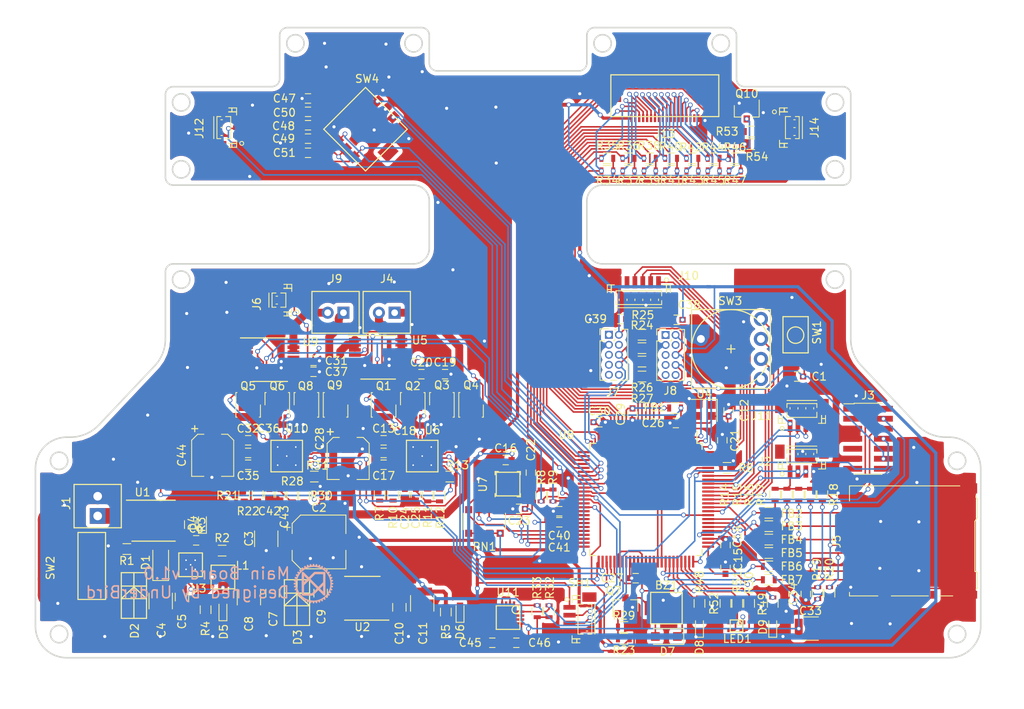
<source format=kicad_pcb>
(kicad_pcb (version 20171130) (host pcbnew "(5.1.6)-1")
  (layers (0 F.Cu signal) (31 B.Cu signal) (34 B.Paste user) (35 F.Paste user) (36 B.SilkS user) (37 F.SilkS user) (38 B.Mask user) (39 F.Mask user) (44 Edge.Cuts user))
  (net 0 "")
  (net 1 GND)
  (net 2 NRST)
  (net 3 +BATT)
  (net 4 "Net-(C4-Pad1)")
  (net 5 +5V)
  (net 6 +3V3)
  (net 7 "Net-(C15-Pad1)")
  (net 8 "Net-(C24-Pad1)")
  (net 9 "Net-(C42-Pad1)")
  (net 10 SW4)
  (net 11 SW1)
  (net 12 SW2)
  (net 13 SW5)
  (net 14 SW3)
  (net 15 "Net-(D4-Pad2)")
  (net 16 "Net-(D5-Pad2)")
  (net 17 "Net-(D6-Pad2)")
  (net 18 LED1)
  (net 19 LED2)
  (net 20 "Net-(FB2-Pad1)")
  (net 21 SDIO_D2)
  (net 22 SDIO_D3)
  (net 23 "Net-(FB3-Pad1)")
  (net 24 SDIO_CMD)
  (net 25 "Net-(FB4-Pad1)")
  (net 26 "Net-(FB5-Pad1)")
  (net 27 SDIO_CK)
  (net 28 SDIO_D0)
  (net 29 "Net-(FB6-Pad1)")
  (net 30 "Net-(FB7-Pad1)")
  (net 31 SDIO_D1)
  (net 32 "Net-(J1-Pad1)")
  (net 33 USART_TX)
  (net 34 USART_RX)
  (net 35 SWCLK)
  (net 36 SWDIO)
  (net 37 SWO)
  (net 38 "Net-(J4-Pad2)")
  (net 39 "Net-(J4-Pad1)")
  (net 40 SD_INSERT)
  (net 41 ESC4_PWM)
  (net 42 ESC3_PWM)
  (net 43 ESC2_PWM)
  (net 44 ESC1_PWM)
  (net 45 I2C1_SDA)
  (net 46 I2C1_SCL)
  (net 47 MAKER2)
  (net 48 MAKER1)
  (net 49 "Net-(LED1-Pad3)")
  (net 50 "Net-(LED1-Pad2)")
  (net 51 "Net-(LED1-Pad4)")
  (net 52 "Net-(Q1-Pad1)")
  (net 53 "Net-(Q5-Pad1)")
  (net 54 "Net-(Q10-Pad1)")
  (net 55 "Net-(R1-Pad2)")
  (net 56 "Net-(R6-Pad2)")
  (net 57 "Net-(R10-Pad1)")
  (net 58 I2C2_SCL)
  (net 59 I2C2_SDA)
  (net 60 "Net-(R21-Pad2)")
  (net 61 "Net-(Q7-Pad1)")
  (net 62 BZ_PWM)
  (net 63 ENCODER_R_B)
  (net 64 ENCODER_R_A)
  (net 65 ENCODER_L_B)
  (net 66 ENCODER_L_A)
  (net 67 AD1)
  (net 68 AD2)
  (net 69 AD3)
  (net 70 AD4)
  (net 71 AD5)
  (net 72 AD6)
  (net 73 AD7)
  (net 74 AD8)
  (net 75 AD9)
  (net 76 AD10)
  (net 77 AD11)
  (net 78 AD12)
  (net 79 AD13)
  (net 80 AD14)
  (net 81 LED_R)
  (net 82 LED_G)
  (net 83 LED_B)
  (net 84 SENSOR_PWM)
  (net 85 SPI_MOSI)
  (net 86 SPI_SCK)
  (net 87 SPI_MISO)
  (net 88 SPI_CS)
  (net 89 EXTRA1)
  (net 90 EXTRA2)
  (net 91 R_SW4)
  (net 92 R_SW2)
  (net 93 R_SW1)
  (net 94 R_SW8)
  (net 95 OSC_IN)
  (net 96 "Net-(U8-Pad56)")
  (net 97 "Net-(BZ1-Pad2)")
  (net 98 "Net-(C17-Pad1)")
  (net 99 "Net-(C17-Pad2)")
  (net 100 "Net-(C18-Pad2)")
  (net 101 "Net-(C35-Pad2)")
  (net 102 "Net-(Q1-Pad4)")
  (net 103 "Net-(Q2-Pad4)")
  (net 104 "Net-(Q3-Pad4)")
  (net 105 "Net-(Q4-Pad4)")
  (net 106 "Net-(Q5-Pad4)")
  (net 107 "Net-(Q6-Pad4)")
  (net 108 "Net-(Q8-Pad4)")
  (net 109 "Net-(Q9-Pad4)")
  (net 110 "Net-(R11-Pad2)")
  (net 111 "Net-(R12-Pad2)")
  (net 112 "Net-(R13-Pad1)")
  (net 113 "Net-(R28-Pad2)")
  (net 114 "Net-(R30-Pad2)")
  (net 115 "Net-(R31-Pad1)")
  (net 116 MOTOR_L_PWM)
  (net 117 MOTOR_L_PH)
  (net 118 MOTOR_R_PWM)
  (net 119 MOTOR_R_PH)
  (net 120 "Net-(C6-Pad1)")
  (net 121 "Net-(L1-Pad1)")
  (net 122 "Net-(R2-Pad2)")
  (net 123 "Net-(C22-Pad1)")
  (net 124 "Net-(C25-Pad1)")
  (net 125 "Net-(C29-Pad2)")
  (net 126 "Net-(C31-Pad2)")
  (net 127 "Net-(C35-Pad1)")
  (net 128 "Net-(C36-Pad2)")
  (net 129 "Net-(C40-Pad2)")
  (net 130 "Net-(C43-Pad1)")
  (net 131 "Net-(C45-Pad2)")
  (net 132 "Net-(J9-Pad1)")
  (net 133 "Net-(J9-Pad2)")
  (net 134 "Net-(J13-Pad16)")
  (net 135 "Net-(J7-Pad1)")
  (net 136 "Net-(J7-Pad4)")
  (net 137 "Net-(J7-Pad5)")
  (net 138 "Net-(J7-Pad7)")
  (net 139 "Net-(J7-Pad9)")
  (net 140 "Net-(J7-Pad10)")
  (net 141 "Net-(J8-Pad1)")
  (net 142 "Net-(J8-Pad4)")
  (net 143 "Net-(J8-Pad5)")
  (net 144 "Net-(J8-Pad7)")
  (net 145 "Net-(J8-Pad9)")
  (net 146 "Net-(J8-Pad10)")
  (net 147 "Net-(J10-Pad5)")
  (net 148 "Net-(J13-Pad17)")
  (net 149 "Net-(SW2-Pad1)")
  (net 150 "Net-(U2-Pad15)")
  (net 151 "Net-(U2-Pad11)")
  (net 152 "Net-(U2-Pad2)")
  (net 153 "Net-(U5-Pad13)")
  (net 154 "Net-(U6-Pad11)")
  (net 155 "Net-(U7-Pad16)")
  (net 156 "Net-(U7-Pad1)")
  (net 157 "Net-(U7-Pad6)")
  (net 158 "Net-(U7-Pad12)")
  (net 159 "Net-(U7-Pad5)")
  (net 160 "Net-(U7-Pad17)")
  (net 161 "Net-(U7-Pad4)")
  (net 162 "Net-(U7-Pad21)")
  (net 163 "Net-(U7-Pad2)")
  (net 164 "Net-(U7-Pad7)")
  (net 165 "Net-(U7-Pad15)")
  (net 166 "Net-(U7-Pad14)")
  (net 167 "Net-(U7-Pad3)")
  (net 168 "Net-(U7-Pad19)")
  (net 169 "Net-(U8-Pad4)")
  (net 170 "Net-(U8-Pad5)")
  (net 171 "Net-(U8-Pad6)")
  (net 172 "Net-(U8-Pad10)")
  (net 173 "Net-(U8-Pad57)")
  (net 174 "Net-(U8-Pad58)")
  (net 175 "Net-(U8-Pad60)")
  (net 176 "Net-(U8-Pad61)")
  (net 177 "Net-(U8-Pad63)")
  (net 178 "Net-(U8-Pad64)")
  (net 179 "Net-(U9-Pad13)")
  (net 180 "Net-(U10-Pad11)")
  (net 181 "Net-(U11-Pad3)")
  (net 182 "Net-(U11-Pad8)")
  (net 183 "Net-(U11-Pad7)")
  (net 184 "Net-(U11-Pad6)")
  (net 185 "Net-(U11-Pad5)")
  (net 186 "Net-(U11-Pad14)")
  (net 187 "Net-(U11-Pad15)")
  (net 188 "Net-(U11-Pad12)")
  (net 189 "Net-(D8-Pad2)")
  (net 190 "Net-(D9-Pad2)")
  (net 191 "Net-(J3-Pad14)")
  (net 192 "Net-(J3-Pad13)")
  (net 193 "Net-(J3-Pad10)")
  (net 194 "Net-(J3-Pad9)")
  (net 195 "Net-(J3-Pad2)")
  (net 196 "Net-(J3-Pad1)")
  (module Package_DFN_QFN:DFN-8-1EP_3x3mm_P0.65mm_EP1.55x2.4mm (layer F.Cu) (at 122.6 106.4 270)
    (fp_text reference Q9 (at -2.5 0.1 180) (layer F.SilkS))
    (fp_text value AON7400B)
    (pad 9 smd rect (at 0 0 270) (size 1.55 2.4) (layers F.Cu F.Mask))
    (pad 8 smd rect (at 1.55 -0.975 270) (size 0.65 0.35) (layers F.Cu F.Paste F.Mask) (net 3 +BATT))
    (pad 7 smd rect (at 1.55 -0.325 270) (size 0.65 0.35) (layers F.Cu F.Paste F.Mask) (net 3 +BATT))
    (pad 6 smd rect (at 1.55 0.325 270) (size 0.65 0.35) (layers F.Cu F.Paste F.Mask) (net 3 +BATT))
    (pad 5 smd rect (at 1.55 0.975 270) (size 0.65 0.35) (layers F.Cu F.Paste F.Mask) (net 3 +BATT))
    (pad 4 smd rect (at -1.55 0.975 270) (size 0.65 0.35) (layers F.Cu F.Paste F.Mask) (net 109 "Net-(Q9-Pad4)"))
    (pad 3 smd rect (at -1.55 0.325 270) (size 0.65 0.35) (layers F.Cu F.Paste F.Mask) (net 132 "Net-(J9-Pad1)"))
    (pad 2 smd rect (at -1.55 -0.325 270) (size 0.65 0.35) (layers F.Cu F.Paste F.Mask) (net 132 "Net-(J9-Pad1)"))
    (pad 1 smd rect (at -1.55 -0.975 270) (size 0.65 0.35) (layers F.Cu F.Paste F.Mask) (net 132 "Net-(J9-Pad1)"))
  )
  (module Package_DFN_QFN:DFN-8-1EP_3x3mm_P0.65mm_EP1.55x2.4mm (layer F.Cu) (at 118.9 106.4 90)
    (fp_text reference Q8 (at 2.4 -0.1 180) (layer F.SilkS))
    (fp_text value AON7400B)
    (pad 9 smd rect (at 0 0 90) (size 1.55 2.4) (layers F.Cu F.Mask))
    (pad 8 smd rect (at 1.55 -0.975 90) (size 0.65 0.35) (layers F.Cu F.Paste F.Mask) (net 132 "Net-(J9-Pad1)"))
    (pad 7 smd rect (at 1.55 -0.325 90) (size 0.65 0.35) (layers F.Cu F.Paste F.Mask) (net 132 "Net-(J9-Pad1)"))
    (pad 6 smd rect (at 1.55 0.325 90) (size 0.65 0.35) (layers F.Cu F.Paste F.Mask) (net 132 "Net-(J9-Pad1)"))
    (pad 5 smd rect (at 1.55 0.975 90) (size 0.65 0.35) (layers F.Cu F.Paste F.Mask) (net 132 "Net-(J9-Pad1)"))
    (pad 4 smd rect (at -1.55 0.975 90) (size 0.65 0.35) (layers F.Cu F.Paste F.Mask) (net 108 "Net-(Q8-Pad4)"))
    (pad 3 smd rect (at -1.55 0.325 90) (size 0.65 0.35) (layers F.Cu F.Paste F.Mask) (net 1 GND))
    (pad 2 smd rect (at -1.55 -0.325 90) (size 0.65 0.35) (layers F.Cu F.Paste F.Mask) (net 1 GND))
    (pad 1 smd rect (at -1.55 -0.975 90) (size 0.65 0.35) (layers F.Cu F.Paste F.Mask) (net 1 GND))
  )
  (module Package_DFN_QFN:DFN-8-1EP_3x3mm_P0.65mm_EP1.55x2.4mm (layer F.Cu) (at 115.2 106.4 90)
    (fp_text reference Q6 (at 2.4 0 180) (layer F.SilkS))
    (fp_text value AON7400B)
    (pad 9 smd rect (at 0 0 90) (size 1.55 2.4) (layers F.Cu F.Mask))
    (pad 8 smd rect (at 1.55 -0.975 90) (size 0.65 0.35) (layers F.Cu F.Paste F.Mask) (net 53 "Net-(Q5-Pad1)"))
    (pad 7 smd rect (at 1.55 -0.325 90) (size 0.65 0.35) (layers F.Cu F.Paste F.Mask) (net 53 "Net-(Q5-Pad1)"))
    (pad 6 smd rect (at 1.55 0.325 90) (size 0.65 0.35) (layers F.Cu F.Paste F.Mask) (net 53 "Net-(Q5-Pad1)"))
    (pad 5 smd rect (at 1.55 0.975 90) (size 0.65 0.35) (layers F.Cu F.Paste F.Mask) (net 53 "Net-(Q5-Pad1)"))
    (pad 4 smd rect (at -1.55 0.975 90) (size 0.65 0.35) (layers F.Cu F.Paste F.Mask) (net 107 "Net-(Q6-Pad4)"))
    (pad 3 smd rect (at -1.55 0.325 90) (size 0.65 0.35) (layers F.Cu F.Paste F.Mask) (net 1 GND))
    (pad 2 smd rect (at -1.55 -0.325 90) (size 0.65 0.35) (layers F.Cu F.Paste F.Mask) (net 1 GND))
    (pad 1 smd rect (at -1.55 -0.975 90) (size 0.65 0.35) (layers F.Cu F.Paste F.Mask) (net 1 GND))
  )
  (module Package_DFN_QFN:DFN-8-1EP_3x3mm_P0.65mm_EP1.55x2.4mm (layer F.Cu) (at 111.5 106.4 270)
    (fp_text reference Q5 (at -2.4 0 180) (layer F.SilkS))
    (fp_text value AON7400B)
    (pad 9 smd rect (at 0 0 270) (size 1.55 2.4) (layers F.Cu F.Mask))
    (pad 8 smd rect (at 1.55 -0.975 270) (size 0.65 0.35) (layers F.Cu F.Paste F.Mask) (net 3 +BATT))
    (pad 7 smd rect (at 1.55 -0.325 270) (size 0.65 0.35) (layers F.Cu F.Paste F.Mask) (net 3 +BATT))
    (pad 6 smd rect (at 1.55 0.325 270) (size 0.65 0.35) (layers F.Cu F.Paste F.Mask) (net 3 +BATT))
    (pad 5 smd rect (at 1.55 0.975 270) (size 0.65 0.35) (layers F.Cu F.Paste F.Mask) (net 3 +BATT))
    (pad 4 smd rect (at -1.55 0.975 270) (size 0.65 0.35) (layers F.Cu F.Paste F.Mask) (net 106 "Net-(Q5-Pad4)"))
    (pad 3 smd rect (at -1.55 0.325 270) (size 0.65 0.35) (layers F.Cu F.Paste F.Mask) (net 53 "Net-(Q5-Pad1)"))
    (pad 2 smd rect (at -1.55 -0.325 270) (size 0.65 0.35) (layers F.Cu F.Paste F.Mask) (net 53 "Net-(Q5-Pad1)"))
    (pad 1 smd rect (at -1.55 -0.975 270) (size 0.65 0.35) (layers F.Cu F.Paste F.Mask) (net 53 "Net-(Q5-Pad1)"))
  )
  (module Package_DFN_QFN:DFN-8-1EP_3x3mm_P0.65mm_EP1.55x2.4mm (layer F.Cu) (at 139.8 106.4 270)
    (fp_text reference Q4 (at -2.5 0 180) (layer F.SilkS))
    (fp_text value AON7400B)
    (pad 9 smd rect (at 0 0 270) (size 1.55 2.4) (layers F.Cu F.Mask))
    (pad 8 smd rect (at 1.55 -0.975 270) (size 0.65 0.35) (layers F.Cu F.Paste F.Mask) (net 3 +BATT))
    (pad 7 smd rect (at 1.55 -0.325 270) (size 0.65 0.35) (layers F.Cu F.Paste F.Mask) (net 3 +BATT))
    (pad 6 smd rect (at 1.55 0.325 270) (size 0.65 0.35) (layers F.Cu F.Paste F.Mask) (net 3 +BATT))
    (pad 5 smd rect (at 1.55 0.975 270) (size 0.65 0.35) (layers F.Cu F.Paste F.Mask) (net 3 +BATT))
    (pad 4 smd rect (at -1.55 0.975 270) (size 0.65 0.35) (layers F.Cu F.Paste F.Mask) (net 105 "Net-(Q4-Pad4)"))
    (pad 3 smd rect (at -1.55 0.325 270) (size 0.65 0.35) (layers F.Cu F.Paste F.Mask) (net 39 "Net-(J4-Pad1)"))
    (pad 2 smd rect (at -1.55 -0.325 270) (size 0.65 0.35) (layers F.Cu F.Paste F.Mask) (net 39 "Net-(J4-Pad1)"))
    (pad 1 smd rect (at -1.55 -0.975 270) (size 0.65 0.35) (layers F.Cu F.Paste F.Mask) (net 39 "Net-(J4-Pad1)"))
  )
  (module Package_DFN_QFN:DFN-8-1EP_3x3mm_P0.65mm_EP1.55x2.4mm (layer F.Cu) (at 136.1 106.4 90)
    (fp_text reference Q3 (at 2.5 0 180) (layer F.SilkS))
    (fp_text value AON7400B)
    (pad 9 smd rect (at 0 0 90) (size 1.55 2.4) (layers F.Cu F.Mask))
    (pad 8 smd rect (at 1.55 -0.975 90) (size 0.65 0.35) (layers F.Cu F.Paste F.Mask) (net 39 "Net-(J4-Pad1)"))
    (pad 7 smd rect (at 1.55 -0.325 90) (size 0.65 0.35) (layers F.Cu F.Paste F.Mask) (net 39 "Net-(J4-Pad1)"))
    (pad 6 smd rect (at 1.55 0.325 90) (size 0.65 0.35) (layers F.Cu F.Paste F.Mask) (net 39 "Net-(J4-Pad1)"))
    (pad 5 smd rect (at 1.55 0.975 90) (size 0.65 0.35) (layers F.Cu F.Paste F.Mask) (net 39 "Net-(J4-Pad1)"))
    (pad 4 smd rect (at -1.55 0.975 90) (size 0.65 0.35) (layers F.Cu F.Paste F.Mask) (net 104 "Net-(Q3-Pad4)"))
    (pad 3 smd rect (at -1.55 0.325 90) (size 0.65 0.35) (layers F.Cu F.Paste F.Mask) (net 1 GND))
    (pad 2 smd rect (at -1.55 -0.325 90) (size 0.65 0.35) (layers F.Cu F.Paste F.Mask) (net 1 GND))
    (pad 1 smd rect (at -1.55 -0.975 90) (size 0.65 0.35) (layers F.Cu F.Paste F.Mask) (net 1 GND))
  )
  (module Package_DFN_QFN:DFN-8-1EP_3x3mm_P0.65mm_EP1.55x2.4mm (layer F.Cu) (at 132.4 106.4 90)
    (fp_text reference Q2 (at 2.4 0 180) (layer F.SilkS))
    (fp_text value AON7400B)
    (pad 9 smd rect (at 0 0 90) (size 1.55 2.4) (layers F.Cu F.Mask))
    (pad 8 smd rect (at 1.55 -0.975 90) (size 0.65 0.35) (layers F.Cu F.Paste F.Mask) (net 52 "Net-(Q1-Pad1)"))
    (pad 7 smd rect (at 1.55 -0.325 90) (size 0.65 0.35) (layers F.Cu F.Paste F.Mask) (net 52 "Net-(Q1-Pad1)"))
    (pad 6 smd rect (at 1.55 0.325 90) (size 0.65 0.35) (layers F.Cu F.Paste F.Mask) (net 52 "Net-(Q1-Pad1)"))
    (pad 5 smd rect (at 1.55 0.975 90) (size 0.65 0.35) (layers F.Cu F.Paste F.Mask) (net 52 "Net-(Q1-Pad1)"))
    (pad 4 smd rect (at -1.55 0.975 90) (size 0.65 0.35) (layers F.Cu F.Paste F.Mask) (net 103 "Net-(Q2-Pad4)"))
    (pad 3 smd rect (at -1.55 0.325 90) (size 0.65 0.35) (layers F.Cu F.Paste F.Mask) (net 1 GND))
    (pad 2 smd rect (at -1.55 -0.325 90) (size 0.65 0.35) (layers F.Cu F.Paste F.Mask) (net 1 GND))
    (pad 1 smd rect (at -1.55 -0.975 90) (size 0.65 0.35) (layers F.Cu F.Paste F.Mask) (net 1 GND))
  )
  (module Package_DFN_QFN:DFN-8-1EP_3x3mm_P0.65mm_EP1.55x2.4mm (layer F.Cu) (at 128.7 106.4 270)
    (fp_text reference Q1 (at -2.4 0 180) (layer F.SilkS))
    (fp_text value AON7400B)
    (pad 9 smd rect (at 0 0 270) (size 1.55 2.4) (layers F.Cu F.Mask))
    (pad 8 smd rect (at 1.55 -0.975 270) (size 0.65 0.35) (layers F.Cu F.Paste F.Mask) (net 3 +BATT))
    (pad 7 smd rect (at 1.55 -0.325 270) (size 0.65 0.35) (layers F.Cu F.Paste F.Mask) (net 3 +BATT))
    (pad 6 smd rect (at 1.55 0.325 270) (size 0.65 0.35) (layers F.Cu F.Paste F.Mask) (net 3 +BATT))
    (pad 5 smd rect (at 1.55 0.975 270) (size 0.65 0.35) (layers F.Cu F.Paste F.Mask) (net 3 +BATT))
    (pad 4 smd rect (at -1.55 0.975 270) (size 0.65 0.35) (layers F.Cu F.Paste F.Mask) (net 102 "Net-(Q1-Pad4)"))
    (pad 3 smd rect (at -1.55 0.325 270) (size 0.65 0.35) (layers F.Cu F.Paste F.Mask) (net 52 "Net-(Q1-Pad1)"))
    (pad 2 smd rect (at -1.55 -0.325 270) (size 0.65 0.35) (layers F.Cu F.Paste F.Mask) (net 52 "Net-(Q1-Pad1)"))
    (pad 1 smd rect (at -1.55 -0.975 270) (size 0.65 0.35) (layers F.Cu F.Paste F.Mask) (net 52 "Net-(Q1-Pad1)"))
  )
  (module Capacitor_SMD:CP_Elec_6.3x5.9 (layer F.Cu) (at 120.5 123.8)
    (fp_text reference C2 (at 0 -4.35) (layer F.SilkS))
    (fp_text value 100u)
    (pad 2 smd roundrect (at 2.8 0) (size 3.5 1.6) (layers F.Cu F.Paste F.Mask) (roundrect_rratio 0.15625) (net 1 GND))
    (pad 1 smd roundrect (at -2.8 0) (size 3.5 1.6) (layers F.Cu F.Paste F.Mask) (roundrect_rratio 0.15625) (net 3 +BATT))
  )
  (module Symbol:SH-Logo_5x5mm (layer B.Cu) (at 119.8 129.1)
    (fp_text reference G*** hide)
    (fp_text value LOGO hide)
  )
  (module Footprint:SKRHAAE010 (layer F.Cu) (at 126.4 71.4 45)
    (fp_text reference SW4 (at 4.666905 -4.384062) (layer F.SilkS))
    (fp_text value SKRHAAE010)
    (pad "" smd rect (at 0 4.05 45) (size 2 1.8) (layers F.Cu F.Paste F.Mask))
    (pad "" smd rect (at 0 -4.05 45) (size 2 1.8) (layers F.Cu F.Paste F.Mask))
    (pad 1 smd rect (at -3.575 -1.425 45) (size 1.35 1) (layers F.Cu F.Paste F.Mask) (net 11 SW1))
    (pad 3 smd rect (at -3.575 1.425 45) (size 1.35 1) (layers F.Cu F.Paste F.Mask) (net 14 SW3))
    (pad 2 smd rect (at -3.575 0 45) (size 1.35 1) (layers F.Cu F.Paste F.Mask) (net 12 SW2))
    (pad 5 smd rect (at 3.575 0 45) (size 1.35 1) (layers F.Cu F.Paste F.Mask) (net 1 GND))
    (pad 6 smd rect (at 3.575 1.425 45) (size 1.35 1) (layers F.Cu F.Paste F.Mask) (net 13 SW5))
    (pad 4 smd rect (at 3.575 -1.425 45) (size 1.35 1) (layers F.Cu F.Paste F.Mask) (net 10 SW4))
  )
  (module Resistors_SMD:R_0603 (layer F.Cu) (at 162.5 75.1 180)
    (fp_text reference R38 (at 0.1 1.6) (layer F.SilkS))
    (fp_text value R)
    (pad 1 smd rect (at -0.75 0 180) (size 0.5 0.9) (layers F.Cu F.Paste F.Mask) (net 6 +3V3))
    (pad 2 smd rect (at 0.75 0 180) (size 0.5 0.9) (layers F.Cu F.Paste F.Mask) (net 71 AD5))
  )
  (module Connectors_JST:JST_SH_BM04B-SRSS-TB_04x1.00mm_Straight (layer F.Cu) (at 181.8 107.8)
    (fp_text reference J11 (at -5.1 0) (layer F.SilkS))
    (fp_text value SH)
    (pad 1 smd rect (at -1.5 1.2625) (size 0.6 1.55) (layers F.Cu F.Paste F.Mask) (net 6 +3V3))
    (pad 2 smd rect (at -0.5 1.2625) (size 0.6 1.55) (layers F.Cu F.Paste F.Mask) (net 46 I2C1_SCL))
    (pad 3 smd rect (at 0.5 1.2625) (size 0.6 1.55) (layers F.Cu F.Paste F.Mask) (net 45 I2C1_SDA))
    (pad 4 smd rect (at 1.5 1.2625) (size 0.6 1.55) (layers F.Cu F.Paste F.Mask) (net 1 GND))
    (pad "" smd rect (at -2.8 -1.2625) (size 1.2 1.8) (layers F.Cu F.Paste F.Mask))
    (pad "" smd rect (at 2.8 -1.2625) (size 1.2 1.8) (layers F.Cu F.Paste F.Mask))
  )
  (module Connector_PinHeader_1.27mm:PinHeader_2x07_P1.27mm_Vertical_SMD (layer F.Cu) (at 190.2 110.7)
    (fp_text reference J3 (at 0 -5.505) (layer F.SilkS))
    (fp_text value STDC14)
    (pad 14 smd rect (at 1.95 3.81) (size 2.4 0.74) (layers F.Cu F.Paste F.Mask) (net 191 "Net-(J3-Pad14)"))
    (pad 13 smd rect (at -1.95 3.81) (size 2.4 0.74) (layers F.Cu F.Paste F.Mask) (net 192 "Net-(J3-Pad13)"))
    (pad 12 smd rect (at 1.95 2.54) (size 2.4 0.74) (layers F.Cu F.Paste F.Mask) (net 2 NRST))
    (pad 11 smd rect (at -1.95 2.54) (size 2.4 0.74) (layers F.Cu F.Paste F.Mask) (net 1 GND))
    (pad 10 smd rect (at 1.95 1.27) (size 2.4 0.74) (layers F.Cu F.Paste F.Mask) (net 193 "Net-(J3-Pad10)"))
    (pad 9 smd rect (at -1.95 1.27) (size 2.4 0.74) (layers F.Cu F.Paste F.Mask) (net 194 "Net-(J3-Pad9)"))
    (pad 8 smd rect (at 1.95 0) (size 2.4 0.74) (layers F.Cu F.Paste F.Mask) (net 37 SWO))
    (pad 7 smd rect (at -1.95 0) (size 2.4 0.74) (layers F.Cu F.Paste F.Mask) (net 1 GND))
    (pad 6 smd rect (at 1.95 -1.27) (size 2.4 0.74) (layers F.Cu F.Paste F.Mask) (net 35 SWCLK))
    (pad 5 smd rect (at -1.95 -1.27) (size 2.4 0.74) (layers F.Cu F.Paste F.Mask) (net 1 GND))
    (pad 4 smd rect (at 1.95 -2.54) (size 2.4 0.74) (layers F.Cu F.Paste F.Mask) (net 36 SWDIO))
    (pad 3 smd rect (at -1.95 -2.54) (size 2.4 0.74) (layers F.Cu F.Paste F.Mask) (net 6 +3V3))
    (pad 2 smd rect (at 1.95 -3.81) (size 2.4 0.74) (layers F.Cu F.Paste F.Mask) (net 195 "Net-(J3-Pad2)"))
    (pad 1 smd rect (at -1.95 -3.81) (size 2.4 0.74) (layers F.Cu F.Paste F.Mask) (net 196 "Net-(J3-Pad1)"))
  )
  (module Capacitors_SMD:C_0603 (layer F.Cu) (at 133.5 102.5)
    (fp_text reference C20 (at 0 -1.5) (layer F.SilkS))
    (fp_text value 0.1u)
    (pad 1 smd rect (at -0.75 0) (size 0.8 0.75) (layers F.Cu F.Paste F.Mask) (net 3 +BATT))
    (pad 2 smd rect (at 0.75 0) (size 0.8 0.75) (layers F.Cu F.Paste F.Mask) (net 1 GND))
  )
  (module Housings_SSOP:TSSOP-16_4.4x5mm_Pitch0.65mm (layer F.Cu) (at 128 100.4)
    (fp_text reference U5 (at 5.3 -2.2) (layer F.SilkS))
    (fp_text value INA260)
    (pad 16 smd rect (at 2.95 -2.275) (size 1.5 0.45) (layers F.Cu F.Paste F.Mask) (net 38 "Net-(J4-Pad2)"))
    (pad 15 smd rect (at 2.95 -1.625) (size 1.5 0.45) (layers F.Cu F.Paste F.Mask) (net 38 "Net-(J4-Pad2)"))
    (pad 14 smd rect (at 2.95 -0.975) (size 1.5 0.45) (layers F.Cu F.Paste F.Mask) (net 38 "Net-(J4-Pad2)"))
    (pad 13 smd rect (at 2.95 -0.325) (size 1.5 0.45) (layers F.Cu F.Paste F.Mask) (net 153 "Net-(U5-Pad13)"))
    (pad 12 smd rect (at 2.95 0.325) (size 1.5 0.45) (layers F.Cu F.Paste F.Mask) (net 3 +BATT))
    (pad 11 smd rect (at 2.95 0.975) (size 1.5 0.45) (layers F.Cu F.Paste F.Mask) (net 1 GND))
    (pad 10 smd rect (at 2.95 1.625) (size 1.5 0.45) (layers F.Cu F.Paste F.Mask) (net 6 +3V3))
    (pad 9 smd rect (at 2.95 2.275) (size 1.5 0.45) (layers F.Cu F.Paste F.Mask) (net 58 I2C2_SCL))
    (pad 8 smd rect (at -2.95 2.275) (size 1.5 0.45) (layers F.Cu F.Paste F.Mask) (net 59 I2C2_SDA))
    (pad 7 smd rect (at -2.95 1.625) (size 1.5 0.45) (layers F.Cu F.Paste F.Mask) (net 1 GND))
    (pad 6 smd rect (at -2.95 0.975) (size 1.5 0.45) (layers F.Cu F.Paste F.Mask) (net 1 GND))
    (pad 5 smd rect (at -2.95 0.325) (size 1.5 0.45) (layers F.Cu F.Paste F.Mask) (net 1 GND))
    (pad 4 smd rect (at -2.95 -0.325) (size 1.5 0.45) (layers F.Cu F.Paste F.Mask) (net 6 +3V3))
    (pad 3 smd rect (at -2.95 -0.975) (size 1.5 0.45) (layers F.Cu F.Paste F.Mask) (net 52 "Net-(Q1-Pad1)"))
    (pad 2 smd rect (at -2.95 -1.625) (size 1.5 0.45) (layers F.Cu F.Paste F.Mask) (net 52 "Net-(Q1-Pad1)"))
    (pad 1 smd rect (at -2.95 -2.275) (size 1.5 0.45) (layers F.Cu F.Paste F.Mask) (net 52 "Net-(Q1-Pad1)"))
  )
  (module Footprint:TPS62143RGTR (layer F.Cu) (at 104.2 126.7 180)
    (fp_text reference U3 (at -1 -3) (layer F.SilkS))
    (fp_text value TPS62143)
    (pad 17 thru_hole circle (at 0.58 0.58 270) (size 0.21 0.21) (drill 0.2) (layers *.Cu *.Mask) (net 1 GND))
    (pad 17 thru_hole circle (at -0.58 0.58 270) (size 0.21 0.21) (drill 0.2) (layers *.Cu *.Mask) (net 1 GND))
    (pad 17 thru_hole circle (at -0.58 -0.58 270) (size 0.21 0.21) (drill 0.2) (layers *.Cu *.Mask) (net 1 GND))
    (pad 17 thru_hole circle (at 0.58 -0.58 270) (size 0.21 0.21) (drill 0.2) (layers *.Cu *.Mask) (net 1 GND))
    (pad 17 thru_hole circle (at 0 0 270) (size 0.21 0.21) (drill 0.2) (layers *.Cu *.Mask) (net 1 GND))
    (pad 17 smd rect (at 0 0 270) (size 1.5 1.5) (layers F.Cu F.Paste F.Mask) (net 1 GND))
    (pad 7 smd rect (at 0.25 1.6 270) (size 1 0.24) (layers F.Cu F.Paste F.Mask) (net 1 GND))
    (pad 8 smd rect (at 0.75 1.6 270) (size 1 0.24) (layers F.Cu F.Paste F.Mask) (net 1 GND))
    (pad 6 smd rect (at -0.25 1.6 270) (size 1 0.24) (layers F.Cu F.Paste F.Mask) (net 1 GND))
    (pad 5 smd rect (at -0.75 1.6 270) (size 1 0.24) (layers F.Cu F.Paste F.Mask) (net 1 GND))
    (pad 3 smd rect (at -1.6 0.25 180) (size 1 0.24) (layers F.Cu F.Paste F.Mask) (net 121 "Net-(L1-Pad1)"))
    (pad 4 smd rect (at -1.6 0.75 180) (size 1 0.24) (layers F.Cu F.Paste F.Mask) (net 122 "Net-(R2-Pad2)"))
    (pad 2 smd rect (at -1.6 -0.25 180) (size 1 0.24) (layers F.Cu F.Paste F.Mask) (net 121 "Net-(L1-Pad1)"))
    (pad 1 smd rect (at -1.6 -0.75 180) (size 1 0.24) (layers F.Cu F.Paste F.Mask) (net 121 "Net-(L1-Pad1)"))
    (pad 10 smd rect (at 1.6 0.25 180) (size 1 0.24) (layers F.Cu F.Paste F.Mask) (net 4 "Net-(C4-Pad1)"))
    (pad 9 smd rect (at 1.6 0.75 180) (size 1 0.24) (layers F.Cu F.Paste F.Mask) (net 120 "Net-(C6-Pad1)"))
    (pad 11 smd rect (at 1.6 -0.25 180) (size 1 0.24) (layers F.Cu F.Paste F.Mask) (net 4 "Net-(C4-Pad1)"))
    (pad 12 smd rect (at 1.6 -0.75 180) (size 1 0.24) (layers F.Cu F.Paste F.Mask) (net 4 "Net-(C4-Pad1)"))
    (pad 13 smd rect (at 0.75 -1.6 270) (size 1 0.24) (layers F.Cu F.Paste F.Mask) (net 4 "Net-(C4-Pad1)"))
    (pad 14 smd rect (at 0.25 -1.6 270) (size 1 0.24) (layers F.Cu F.Paste F.Mask) (net 5 +5V))
    (pad 15 smd rect (at -0.25 -1.6 270) (size 1 0.24) (layers F.Cu F.Paste F.Mask) (net 1 GND))
    (pad 16 smd rect (at -0.75 -1.6 270) (size 1 0.24) (layers F.Cu F.Paste F.Mask) (net 1 GND))
  )
  (module Footprint:DRV8701ERGET (layer F.Cu) (at 116.4 112.9)
    (fp_text reference U10 (at 1.3 -3.5) (layer F.SilkS))
    (fp_text value DRV8701E)
    (pad 5 thru_hole circle (at -1.15 -1.15 90) (size 0.21 0.21) (drill 0.2) (layers *.Cu *.Mask) (net 1 GND))
    (pad 5 thru_hole circle (at 1.15 -1.15 90) (size 0.21 0.21) (drill 0.2) (layers *.Cu *.Mask) (net 1 GND))
    (pad 5 thru_hole circle (at -1.15 1.15 90) (size 0.21 0.21) (drill 0.2) (layers *.Cu *.Mask) (net 1 GND))
    (pad 5 thru_hole circle (at 1.15 1.15 90) (size 0.21 0.21) (drill 0.2) (layers *.Cu *.Mask) (net 1 GND))
    (pad 5 thru_hole circle (at 0 0 90) (size 0.21 0.21) (drill 0.2) (layers *.Cu *.Mask) (net 1 GND))
    (pad 5 smd rect (at 0 0 90) (size 2.8 2.8) (layers F.Cu F.Paste F.Mask) (net 1 GND))
    (pad 11 smd rect (at 0.75 2.1 90) (size 1 0.3) (layers F.Cu F.Paste F.Mask) (net 180 "Net-(U10-Pad11)"))
    (pad 12 smd rect (at 1.25 2.1 90) (size 1 0.3) (layers F.Cu F.Paste F.Mask) (net 115 "Net-(R31-Pad1)"))
    (pad 10 smd rect (at 0.25 2.1 90) (size 1 0.3) (layers F.Cu F.Paste F.Mask) (net 114 "Net-(R30-Pad2)"))
    (pad 8 smd rect (at -0.75 2.1 90) (size 1 0.3) (layers F.Cu F.Paste F.Mask) (net 130 "Net-(C43-Pad1)"))
    (pad 9 smd rect (at -0.25 2.1 90) (size 1 0.3) (layers F.Cu F.Paste F.Mask) (net 113 "Net-(R28-Pad2)"))
    (pad 7 smd rect (at -1.25 2.1 90) (size 1 0.3) (layers F.Cu F.Paste F.Mask) (net 9 "Net-(C42-Pad1)"))
    (pad 1 smd rect (at -2.1 -1.25) (size 1 0.3) (layers F.Cu F.Paste F.Mask) (net 3 +BATT))
    (pad 2 smd rect (at -2.1 -0.75) (size 1 0.3) (layers F.Cu F.Paste F.Mask) (net 128 "Net-(C36-Pad2)"))
    (pad 3 smd rect (at -2.1 -0.25) (size 1 0.3) (layers F.Cu F.Paste F.Mask) (net 127 "Net-(C35-Pad1)"))
    (pad 4 smd rect (at -2.1 0.25) (size 1 0.3) (layers F.Cu F.Paste F.Mask) (net 101 "Net-(C35-Pad2)"))
    (pad 5 smd rect (at -2.1 0.75) (size 1 0.3) (layers F.Cu F.Paste F.Mask) (net 1 GND))
    (pad 6 smd rect (at -2.1 1.25) (size 1 0.3) (layers F.Cu F.Paste F.Mask) (net 60 "Net-(R21-Pad2)"))
    (pad 18 smd rect (at 2.1 -1.25) (size 1 0.3) (layers F.Cu F.Paste F.Mask) (net 132 "Net-(J9-Pad1)"))
    (pad 17 smd rect (at 2.1 -0.75) (size 1 0.3) (layers F.Cu F.Paste F.Mask) (net 109 "Net-(Q9-Pad4)"))
    (pad 16 smd rect (at 2.1 -0.25) (size 1 0.3) (layers F.Cu F.Paste F.Mask) (net 1 GND))
    (pad 15 smd rect (at 2.1 0.25) (size 1 0.3) (layers F.Cu F.Paste F.Mask) (net 119 MOTOR_R_PH))
    (pad 14 smd rect (at 2.1 0.75) (size 1 0.3) (layers F.Cu F.Paste F.Mask) (net 118 MOTOR_R_PWM))
    (pad 13 smd rect (at 2.1 1.25) (size 1 0.3) (layers F.Cu F.Paste F.Mask) (net 6 +3V3))
    (pad 19 smd rect (at 1.25 -2.1 90) (size 1 0.3) (layers F.Cu F.Paste F.Mask) (net 108 "Net-(Q8-Pad4)"))
    (pad 20 smd rect (at 0.75 -2.1 90) (size 1 0.3) (layers F.Cu F.Paste F.Mask) (net 1 GND))
    (pad 21 smd rect (at 0.25 -2.1 90) (size 1 0.3) (layers F.Cu F.Paste F.Mask) (net 1 GND))
    (pad 22 smd rect (at -0.25 -2.1 90) (size 1 0.3) (layers F.Cu F.Paste F.Mask) (net 107 "Net-(Q6-Pad4)"))
    (pad 23 smd rect (at -0.75 -2.1 90) (size 1 0.3) (layers F.Cu F.Paste F.Mask) (net 53 "Net-(Q5-Pad1)"))
    (pad 24 smd rect (at -1.25 -2.1 90) (size 1 0.3) (layers F.Cu F.Paste F.Mask) (net 106 "Net-(Q5-Pad4)"))
  )
  (module Footprint:DRV8701ERGET (layer F.Cu) (at 133.6 112.9)
    (fp_text reference U6 (at 1.3 -3.3) (layer F.SilkS))
    (fp_text value DRV8701E)
    (pad 5 thru_hole circle (at -1.15 -1.15 90) (size 0.21 0.21) (drill 0.2) (layers *.Cu *.Mask) (net 1 GND))
    (pad 5 thru_hole circle (at 1.15 -1.15 90) (size 0.21 0.21) (drill 0.2) (layers *.Cu *.Mask) (net 1 GND))
    (pad 5 thru_hole circle (at -1.15 1.15 90) (size 0.21 0.21) (drill 0.2) (layers *.Cu *.Mask) (net 1 GND))
    (pad 5 thru_hole circle (at 1.15 1.15 90) (size 0.21 0.21) (drill 0.2) (layers *.Cu *.Mask) (net 1 GND))
    (pad 5 thru_hole circle (at 0 0 90) (size 0.21 0.21) (drill 0.2) (layers *.Cu *.Mask) (net 1 GND))
    (pad 5 smd rect (at 0 0 90) (size 2.8 2.8) (layers F.Cu F.Paste F.Mask) (net 1 GND))
    (pad 11 smd rect (at 0.75 2.1 90) (size 1 0.3) (layers F.Cu F.Paste F.Mask) (net 154 "Net-(U6-Pad11)"))
    (pad 12 smd rect (at 1.25 2.1 90) (size 1 0.3) (layers F.Cu F.Paste F.Mask) (net 112 "Net-(R13-Pad1)"))
    (pad 10 smd rect (at 0.25 2.1 90) (size 1 0.3) (layers F.Cu F.Paste F.Mask) (net 111 "Net-(R12-Pad2)"))
    (pad 8 smd rect (at -0.75 2.1 90) (size 1 0.3) (layers F.Cu F.Paste F.Mask) (net 124 "Net-(C25-Pad1)"))
    (pad 9 smd rect (at -0.25 2.1 90) (size 1 0.3) (layers F.Cu F.Paste F.Mask) (net 110 "Net-(R11-Pad2)"))
    (pad 7 smd rect (at -1.25 2.1 90) (size 1 0.3) (layers F.Cu F.Paste F.Mask) (net 8 "Net-(C24-Pad1)"))
    (pad 1 smd rect (at -2.1 -1.25) (size 1 0.3) (layers F.Cu F.Paste F.Mask) (net 3 +BATT))
    (pad 2 smd rect (at -2.1 -0.75) (size 1 0.3) (layers F.Cu F.Paste F.Mask) (net 100 "Net-(C18-Pad2)"))
    (pad 3 smd rect (at -2.1 -0.25) (size 1 0.3) (layers F.Cu F.Paste F.Mask) (net 98 "Net-(C17-Pad1)"))
    (pad 4 smd rect (at -2.1 0.25) (size 1 0.3) (layers F.Cu F.Paste F.Mask) (net 99 "Net-(C17-Pad2)"))
    (pad 5 smd rect (at -2.1 0.75) (size 1 0.3) (layers F.Cu F.Paste F.Mask) (net 1 GND))
    (pad 6 smd rect (at -2.1 1.25) (size 1 0.3) (layers F.Cu F.Paste F.Mask) (net 57 "Net-(R10-Pad1)"))
    (pad 18 smd rect (at 2.1 -1.25) (size 1 0.3) (layers F.Cu F.Paste F.Mask) (net 39 "Net-(J4-Pad1)"))
    (pad 17 smd rect (at 2.1 -0.75) (size 1 0.3) (layers F.Cu F.Paste F.Mask) (net 105 "Net-(Q4-Pad4)"))
    (pad 16 smd rect (at 2.1 -0.25) (size 1 0.3) (layers F.Cu F.Paste F.Mask) (net 1 GND))
    (pad 15 smd rect (at 2.1 0.25) (size 1 0.3) (layers F.Cu F.Paste F.Mask) (net 117 MOTOR_L_PH))
    (pad 14 smd rect (at 2.1 0.75) (size 1 0.3) (layers F.Cu F.Paste F.Mask) (net 116 MOTOR_L_PWM))
    (pad 13 smd rect (at 2.1 1.25) (size 1 0.3) (layers F.Cu F.Paste F.Mask) (net 6 +3V3))
    (pad 19 smd rect (at 1.25 -2.1 90) (size 1 0.3) (layers F.Cu F.Paste F.Mask) (net 104 "Net-(Q3-Pad4)"))
    (pad 20 smd rect (at 0.75 -2.1 90) (size 1 0.3) (layers F.Cu F.Paste F.Mask) (net 1 GND))
    (pad 21 smd rect (at 0.25 -2.1 90) (size 1 0.3) (layers F.Cu F.Paste F.Mask) (net 1 GND))
    (pad 22 smd rect (at -0.25 -2.1 90) (size 1 0.3) (layers F.Cu F.Paste F.Mask) (net 103 "Net-(Q2-Pad4)"))
    (pad 23 smd rect (at -0.75 -2.1 90) (size 1 0.3) (layers F.Cu F.Paste F.Mask) (net 52 "Net-(Q1-Pad1)"))
    (pad 24 smd rect (at -1.25 -2.1 90) (size 1 0.3) (layers F.Cu F.Paste F.Mask) (net 102 "Net-(Q1-Pad4)"))
  )
  (module Footprint:SMT-0440-S-R (layer F.Cu) (at 164.6 132.2)
    (fp_text reference BZ1 (at 0 -2.9) (layer F.SilkS))
    (fp_text value SMT-0440-S-R)
    (pad 2 smd rect (at -2 0 90) (size 1.8 1.5) (layers F.Cu F.Paste F.Mask) (net 97 "Net-(BZ1-Pad2)"))
    (pad 1 smd rect (at 2 0 90) (size 1.8 1.5) (layers F.Cu F.Paste F.Mask) (net 6 +3V3))
  )
  (module Capacitors_SMD:C_0603 (layer F.Cu) (at 181.2 102.8)
    (fp_text reference C1 (at 2.8 0) (layer F.SilkS))
    (fp_text value 0.1u)
    (pad 2 smd rect (at 0.75 0) (size 0.8 0.75) (layers F.Cu F.Paste F.Mask) (net 2 NRST))
    (pad 1 smd rect (at -0.75 0) (size 0.8 0.75) (layers F.Cu F.Paste F.Mask) (net 1 GND))
  )
  (module Capacitors_SMD:C_1210 (layer F.Cu) (at 113.8 123.4 270)
    (fp_text reference C3 (at 0 2.2 90) (layer F.SilkS))
    (fp_text value 47u)
    (pad 1 smd rect (at -1.5 0 270) (size 1 2.5) (layers F.Cu F.Paste F.Mask) (net 3 +BATT))
    (pad 2 smd rect (at 1.5 0 270) (size 1 2.5) (layers F.Cu F.Paste F.Mask) (net 1 GND))
  )
  (module Capacitors_SMD:C_1210 (layer F.Cu) (at 100.4 131.3 270)
    (fp_text reference C4 (at 3.7 -0.1 90) (layer F.SilkS))
    (fp_text value 47u)
    (pad 1 smd rect (at -1.5 0 270) (size 1 2.5) (layers F.Cu F.Paste F.Mask) (net 4 "Net-(C4-Pad1)"))
    (pad 2 smd rect (at 1.5 0 270) (size 1 2.5) (layers F.Cu F.Paste F.Mask) (net 1 GND))
  )
  (module Capacitors_SMD:C_0805 (layer F.Cu) (at 103.1 130.8 270)
    (fp_text reference C5 (at 3.1 0 90) (layer F.SilkS))
    (fp_text value 22u)
    (pad 1 smd rect (at -1 0 270) (size 1 1.25) (layers F.Cu F.Paste F.Mask) (net 4 "Net-(C4-Pad1)"))
    (pad 2 smd rect (at 1 0 270) (size 1 1.25) (layers F.Cu F.Paste F.Mask) (net 1 GND))
  )
  (module Capacitors_SMD:C_0603 (layer F.Cu) (at 104.9 123.6)
    (fp_text reference C6 (at 0 -1.5) (layer F.SilkS))
    (fp_text value 3.3n)
    (pad 2 smd rect (at 0.75 0) (size 0.8 0.75) (layers F.Cu F.Paste F.Mask) (net 1 GND))
    (pad 1 smd rect (at -0.75 0) (size 0.8 0.75) (layers F.Cu F.Paste F.Mask) (net 120 "Net-(C6-Pad1)"))
  )
  (module Capacitors_SMD:C_0805 (layer F.Cu) (at 114.6 130.3 270)
    (fp_text reference C7 (at 3.3 -0.1 90) (layer F.SilkS))
    (fp_text value 22u)
    (pad 1 smd rect (at -1 0 270) (size 1 1.25) (layers F.Cu F.Paste F.Mask) (net 5 +5V))
    (pad 2 smd rect (at 1 0 270) (size 1 1.25) (layers F.Cu F.Paste F.Mask) (net 1 GND))
  )
  (module Capacitors_SMD:C_1210 (layer F.Cu) (at 111.6 130.8 270)
    (fp_text reference C8 (at 3.4 0 90) (layer F.SilkS))
    (fp_text value 47u)
    (pad 1 smd rect (at -1.5 0 270) (size 1 2.5) (layers F.Cu F.Paste F.Mask) (net 5 +5V))
    (pad 2 smd rect (at 1.5 0 270) (size 1 2.5) (layers F.Cu F.Paste F.Mask) (net 1 GND))
  )
  (module Capacitors_SMD:C_0805 (layer F.Cu) (at 120.7 130.3 270)
    (fp_text reference C9 (at 3 -0.1 90) (layer F.SilkS))
    (fp_text value 22u)
    (pad 1 smd rect (at -1 0 270) (size 1 1.25) (layers F.Cu F.Paste F.Mask) (net 5 +5V))
    (pad 2 smd rect (at 1 0 270) (size 1 1.25) (layers F.Cu F.Paste F.Mask) (net 1 GND))
  )
  (module Capacitors_SMD:C_0805 (layer F.Cu) (at 130.7 132.1 270)
    (fp_text reference C10 (at 3.3 0 90) (layer F.SilkS))
    (fp_text value 22u)
    (pad 1 smd rect (at -1 0 270) (size 1 1.25) (layers F.Cu F.Paste F.Mask) (net 6 +3V3))
    (pad 2 smd rect (at 1 0 270) (size 1 1.25) (layers F.Cu F.Paste F.Mask) (net 1 GND))
  )
  (module Capacitors_SMD:C_1210 (layer F.Cu) (at 133.6 131.6 270)
    (fp_text reference C11 (at 3.8 -0.1 90) (layer F.SilkS))
    (fp_text value 47u)
    (pad 1 smd rect (at -1.5 0 270) (size 1 2.5) (layers F.Cu F.Paste F.Mask) (net 6 +3V3))
    (pad 2 smd rect (at 1.5 0 270) (size 1 2.5) (layers F.Cu F.Paste F.Mask) (net 1 GND))
  )
  (module Capacitors_SMD:C_0603 (layer F.Cu) (at 172.5 107.1 90)
    (fp_text reference C12 (at 0 2 90) (layer F.SilkS))
    (fp_text value 0.1u)
    (pad 2 smd rect (at 0.75 0 90) (size 0.8 0.75) (layers F.Cu F.Paste F.Mask) (net 1 GND))
    (pad 1 smd rect (at -0.75 0 90) (size 0.8 0.75) (layers F.Cu F.Paste F.Mask) (net 6 +3V3))
  )
  (module Capacitors_SMD:C_0603 (layer F.Cu) (at 128.7 110.9)
    (fp_text reference C13 (at 0 -1.5) (layer F.SilkS))
    (fp_text value 0.1u)
    (pad 2 smd rect (at 0.75 0) (size 0.8 0.75) (layers F.Cu F.Paste F.Mask) (net 3 +BATT))
    (pad 1 smd rect (at -0.75 0) (size 0.8 0.75) (layers F.Cu F.Paste F.Mask) (net 1 GND))
  )
  (module Capacitors_SMD:C_0603 (layer F.Cu) (at 172.1 124.2 270)
    (fp_text reference C14 (at -1.1 -1.5 90) (layer F.SilkS))
    (fp_text value 1u)
    (pad 2 smd rect (at 0.75 0 270) (size 0.8 0.75) (layers F.Cu F.Paste F.Mask) (net 6 +3V3))
    (pad 1 smd rect (at -0.75 0 270) (size 0.8 0.75) (layers F.Cu F.Paste F.Mask) (net 1 GND))
  )
  (module Capacitors_SMD:C_0603 (layer F.Cu) (at 172.1 127.1 90)
    (fp_text reference C15 (at 1.1 1.6 90) (layer F.SilkS))
    (fp_text value 2.2u)
    (pad 2 smd rect (at 0.75 0 90) (size 0.8 0.75) (layers F.Cu F.Paste F.Mask) (net 1 GND))
    (pad 1 smd rect (at -0.75 0 90) (size 0.8 0.75) (layers F.Cu F.Paste F.Mask) (net 7 "Net-(C15-Pad1)"))
  )
  (module Capacitors_SMD:C_0603 (layer F.Cu) (at 144.2 113.4)
    (fp_text reference C16 (at 0 -1.5) (layer F.SilkS))
    (fp_text value 1u)
    (pad 2 smd rect (at 0.75 0) (size 0.8 0.75) (layers F.Cu F.Paste F.Mask) (net 6 +3V3))
    (pad 1 smd rect (at -0.75 0) (size 0.8 0.75) (layers F.Cu F.Paste F.Mask) (net 1 GND))
  )
  (module Capacitors_SMD:C_0603 (layer F.Cu) (at 128.7 114)
    (fp_text reference C17 (at 0 1.4) (layer F.SilkS))
    (fp_text value 0.1u)
    (pad 2 smd rect (at 0.75 0) (size 0.8 0.75) (layers F.Cu F.Paste F.Mask) (net 99 "Net-(C17-Pad2)"))
    (pad 1 smd rect (at -0.75 0) (size 0.8 0.75) (layers F.Cu F.Paste F.Mask) (net 98 "Net-(C17-Pad1)"))
  )
  (module Capacitors_SMD:C_0603 (layer F.Cu) (at 128.7 112.5)
    (fp_text reference C18 (at 2.7 -2.8) (layer F.SilkS))
    (fp_text value 1u)
    (pad 2 smd rect (at 0.75 0) (size 0.8 0.75) (layers F.Cu F.Paste F.Mask) (net 100 "Net-(C18-Pad2)"))
    (pad 1 smd rect (at -0.75 0) (size 0.8 0.75) (layers F.Cu F.Paste F.Mask) (net 3 +BATT))
  )
  (module Capacitors_SMD:C_0603 (layer F.Cu) (at 136.5 102.5)
    (fp_text reference C19 (at 0 -1.5) (layer F.SilkS))
    (fp_text value 0.1u)
    (pad 2 smd rect (at 0.75 0) (size 0.8 0.75) (layers F.Cu F.Paste F.Mask) (net 1 GND))
    (pad 1 smd rect (at -0.75 0) (size 0.8 0.75) (layers F.Cu F.Paste F.Mask) (net 6 +3V3))
  )
  (module Capacitors_SMD:C_0603 (layer F.Cu) (at 171.7 110.9 90)
    (fp_text reference C21 (at 0 1.6 90) (layer F.SilkS))
    (fp_text value 1u)
    (pad 2 smd rect (at 0.75 0 90) (size 0.8 0.75) (layers F.Cu F.Paste F.Mask) (net 1 GND))
    (pad 1 smd rect (at -0.75 0 90) (size 0.8 0.75) (layers F.Cu F.Paste F.Mask) (net 6 +3V3))
  )
  (module Capacitors_SMD:C_0603 (layer F.Cu) (at 147.4 115 90)
    (fp_text reference C22 (at 2.9 0 90) (layer F.SilkS))
    (fp_text value 1u)
    (pad 2 smd rect (at 0.75 0 90) (size 0.8 0.75) (layers F.Cu F.Paste F.Mask) (net 1 GND))
    (pad 1 smd rect (at -0.75 0 90) (size 0.8 0.75) (layers F.Cu F.Paste F.Mask) (net 123 "Net-(C22-Pad1)"))
  )
  (module Capacitors_SMD:C_0603 (layer F.Cu) (at 145.9 119.6 180)
    (fp_text reference C23 (at 0 -1.5) (layer F.SilkS))
    (fp_text value 1u)
    (pad 2 smd rect (at 0.75 0 180) (size 0.8 0.75) (layers F.Cu F.Paste F.Mask) (net 1 GND))
    (pad 1 smd rect (at -0.75 0 180) (size 0.8 0.75) (layers F.Cu F.Paste F.Mask) (net 6 +3V3))
  )
  (module Capacitors_SMD:C_0603 (layer F.Cu) (at 131.4 117.8 270)
    (fp_text reference C24 (at 3 0 90) (layer F.SilkS))
    (fp_text value 1u)
    (pad 2 smd rect (at 0.75 0 270) (size 0.8 0.75) (layers F.Cu F.Paste F.Mask) (net 1 GND))
    (pad 1 smd rect (at -0.75 0 270) (size 0.8 0.75) (layers F.Cu F.Paste F.Mask) (net 8 "Net-(C24-Pad1)"))
  )
  (module Capacitors_SMD:C_0603 (layer F.Cu) (at 132.8 117.8 270)
    (fp_text reference C25 (at 2.9 0 90) (layer F.SilkS))
    (fp_text value 1u)
    (pad 2 smd rect (at 0.75 0 270) (size 0.8 0.75) (layers F.Cu F.Paste F.Mask) (net 1 GND))
    (pad 1 smd rect (at -0.75 0 270) (size 0.8 0.75) (layers F.Cu F.Paste F.Mask) (net 124 "Net-(C25-Pad1)"))
  )
  (module Capacitors_SMD:C_0603 (layer F.Cu) (at 165.8 108.7)
    (fp_text reference C26 (at -2.9 0) (layer F.SilkS))
    (fp_text value 1u)
    (pad 2 smd rect (at 0.75 0) (size 0.8 0.75) (layers F.Cu F.Paste F.Mask) (net 6 +3V3))
    (pad 1 smd rect (at -0.75 0) (size 0.8 0.75) (layers F.Cu F.Paste F.Mask) (net 1 GND))
  )
  (module Capacitors_SMD:C_0603 (layer F.Cu) (at 160.7 128.4 180)
    (fp_text reference C27 (at 3 0) (layer F.SilkS))
    (fp_text value 4.7u)
    (pad 2 smd rect (at 0.75 0 180) (size 0.8 0.75) (layers F.Cu F.Paste F.Mask) (net 1 GND))
    (pad 1 smd rect (at -0.75 0 180) (size 0.8 0.75) (layers F.Cu F.Paste F.Mask) (net 6 +3V3))
  )
  (module Capacitors_SMD:CP_Elec_5x5.8 (layer F.Cu) (at 124.2 113.2 270)
    (fp_text reference C28 (at -2.5 3.6 90) (layer F.SilkS))
    (fp_text value 100u)
    (fp_text user + (at -3.38 2.35 90) (layer F.SilkS))
    (fp_text user + (at -3.38 2.35 90) (layer F.SilkS))
    (pad 1 smd rect (at -2.2 0 90) (size 3 1.6) (layers F.Cu F.Paste F.Mask) (net 3 +BATT))
    (pad 2 smd rect (at 2.2 0 90) (size 3 1.6) (layers F.Cu F.Paste F.Mask) (net 1 GND))
  )
  (module Capacitors_SMD:C_0603 (layer F.Cu) (at 160.3 107.6 90)
    (fp_text reference C29 (at 0 -1.5 90) (layer F.SilkS))
    (fp_text value 1u)
    (pad 2 smd rect (at 0.75 0 90) (size 0.8 0.75) (layers F.Cu F.Paste F.Mask) (net 125 "Net-(C29-Pad2)"))
    (pad 1 smd rect (at -0.75 0 90) (size 0.8 0.75) (layers F.Cu F.Paste F.Mask) (net 1 GND))
  )
  (module Capacitors_SMD:C_0603 (layer F.Cu) (at 156.1 108.6 180)
    (fp_text reference C30 (at 0 1.4) (layer F.SilkS))
    (fp_text value 1u)
    (pad 2 smd rect (at 0.75 0 180) (size 0.8 0.75) (layers F.Cu F.Paste F.Mask) (net 6 +3V3))
    (pad 1 smd rect (at -0.75 0 180) (size 0.8 0.75) (layers F.Cu F.Paste F.Mask) (net 1 GND))
  )
  (module Capacitors_SMD:C_0603 (layer F.Cu) (at 119.8 100.8 180)
    (fp_text reference C31 (at -2.9 0) (layer F.SilkS))
    (fp_text value 0.1u)
    (pad 2 smd rect (at 0.75 0 180) (size 0.8 0.75) (layers F.Cu F.Paste F.Mask) (net 126 "Net-(C31-Pad2)"))
    (pad 1 smd rect (at -0.75 0 180) (size 0.8 0.75) (layers F.Cu F.Paste F.Mask) (net 1 GND))
  )
  (module Capacitors_SMD:C_0603 (layer F.Cu) (at 111.5 110.9)
    (fp_text reference C32 (at 0 -1.5) (layer F.SilkS))
    (fp_text value 0.1u)
    (pad 2 smd rect (at 0.75 0) (size 0.8 0.75) (layers F.Cu F.Paste F.Mask) (net 3 +BATT))
    (pad 1 smd rect (at -0.75 0) (size 0.8 0.75) (layers F.Cu F.Paste F.Mask) (net 1 GND))
  )
  (module Capacitors_SMD:C_1210 (layer F.Cu) (at 182.9 134.8)
    (fp_text reference C33 (at 0 -2.25) (layer F.SilkS))
    (fp_text value 47u)
    (pad 1 smd rect (at -1.5 0) (size 1 2.5) (layers F.Cu F.Paste F.Mask) (net 6 +3V3))
    (pad 2 smd rect (at 1.5 0) (size 1 2.5) (layers F.Cu F.Paste F.Mask) (net 1 GND))
  )
  (module Capacitors_SMD:C_0603 (layer F.Cu) (at 182.3 130.4 270)
    (fp_text reference C34 (at 0 1.6 90) (layer F.SilkS))
    (fp_text value 10u)
    (pad 2 smd rect (at 0.75 0 270) (size 0.8 0.75) (layers F.Cu F.Paste F.Mask) (net 1 GND))
    (pad 1 smd rect (at -0.75 0 270) (size 0.8 0.75) (layers F.Cu F.Paste F.Mask) (net 6 +3V3))
  )
  (module Capacitors_SMD:C_0603 (layer F.Cu) (at 111.5 114)
    (fp_text reference C35 (at 0 1.4) (layer F.SilkS))
    (fp_text value 0.1u)
    (pad 2 smd rect (at 0.75 0) (size 0.8 0.75) (layers F.Cu F.Paste F.Mask) (net 101 "Net-(C35-Pad2)"))
    (pad 1 smd rect (at -0.75 0) (size 0.8 0.75) (layers F.Cu F.Paste F.Mask) (net 127 "Net-(C35-Pad1)"))
  )
  (module Capacitors_SMD:C_0603 (layer F.Cu) (at 111.5 112.5)
    (fp_text reference C36 (at 2.6 -3.1) (layer F.SilkS))
    (fp_text value 1u)
    (pad 2 smd rect (at 0.75 0) (size 0.8 0.75) (layers F.Cu F.Paste F.Mask) (net 128 "Net-(C36-Pad2)"))
    (pad 1 smd rect (at -0.75 0) (size 0.8 0.75) (layers F.Cu F.Paste F.Mask) (net 3 +BATT))
  )
  (module Capacitors_SMD:C_0603 (layer F.Cu) (at 119.8 102.2)
    (fp_text reference C37 (at 2.9 0) (layer F.SilkS))
    (fp_text value 0.1u)
    (pad 2 smd rect (at 0.75 0) (size 0.8 0.75) (layers F.Cu F.Paste F.Mask) (net 1 GND))
    (pad 1 smd rect (at -0.75 0) (size 0.8 0.75) (layers F.Cu F.Paste F.Mask) (net 6 +3V3))
  )
  (module Capacitors_SMD:C_0603 (layer F.Cu) (at 165.9 95.6 180)
    (fp_text reference C38 (at -1.6 1.9) (layer F.SilkS))
    (fp_text value 1u)
    (pad 2 smd rect (at 0.75 0 180) (size 0.8 0.75) (layers F.Cu F.Paste F.Mask) (net 1 GND))
    (pad 1 smd rect (at -0.75 0 180) (size 0.8 0.75) (layers F.Cu F.Paste F.Mask) (net 5 +5V))
  )
  (module Capacitors_SMD:C_0603 (layer F.Cu) (at 158.75 95.5 180)
    (fp_text reference C39 (at 3.15 0) (layer F.SilkS))
    (fp_text value 1u)
    (pad 2 smd rect (at 0.75 0 180) (size 0.8 0.75) (layers F.Cu F.Paste F.Mask) (net 1 GND))
    (pad 1 smd rect (at -0.75 0 180) (size 0.8 0.75) (layers F.Cu F.Paste F.Mask) (net 5 +5V))
  )
  (module Capacitors_SMD:C_0603 (layer F.Cu) (at 151 119.9)
    (fp_text reference C40 (at 0 3.1) (layer F.SilkS))
    (fp_text value 2.2u)
    (pad 2 smd rect (at 0.75 0) (size 0.8 0.75) (layers F.Cu F.Paste F.Mask) (net 129 "Net-(C40-Pad2)"))
    (pad 1 smd rect (at -0.75 0) (size 0.8 0.75) (layers F.Cu F.Paste F.Mask) (net 1 GND))
  )
  (module Capacitors_SMD:C_0603 (layer F.Cu) (at 151 121.3 180)
    (fp_text reference C41 (at 0 -3.2) (layer F.SilkS))
    (fp_text value 1u)
    (pad 2 smd rect (at 0.75 0 180) (size 0.8 0.75) (layers F.Cu F.Paste F.Mask) (net 6 +3V3))
    (pad 1 smd rect (at -0.75 0 180) (size 0.8 0.75) (layers F.Cu F.Paste F.Mask) (net 1 GND))
  )
  (module Capacitors_SMD:C_0603 (layer F.Cu) (at 114.2 117.8 270)
    (fp_text reference C42 (at 2.1 0 180) (layer F.SilkS))
    (fp_text value 1u)
    (pad 2 smd rect (at 0.75 0 270) (size 0.8 0.75) (layers F.Cu F.Paste F.Mask) (net 1 GND))
    (pad 1 smd rect (at -0.75 0 270) (size 0.8 0.75) (layers F.Cu F.Paste F.Mask) (net 9 "Net-(C42-Pad1)"))
  )
  (module Capacitors_SMD:C_0603 (layer F.Cu) (at 115.6 117.8 270)
    (fp_text reference C43 (at 2.8 -0.5 270) (layer F.SilkS))
    (fp_text value 1u)
    (pad 2 smd rect (at 0.75 0 270) (size 0.8 0.75) (layers F.Cu F.Paste F.Mask) (net 1 GND))
    (pad 1 smd rect (at -0.75 0 270) (size 0.8 0.75) (layers F.Cu F.Paste F.Mask) (net 130 "Net-(C43-Pad1)"))
  )
  (module Capacitors_SMD:CP_Elec_5x5.8 (layer F.Cu) (at 107 112.8 270)
    (fp_text reference C44 (at 0 3.92 90) (layer F.SilkS))
    (fp_text value 100u)
    (fp_text user + (at -3.38 2.35 90) (layer F.SilkS))
    (pad 1 smd rect (at -2.2 0 90) (size 3 1.6) (layers F.Cu F.Paste F.Mask) (net 3 +BATT))
    (pad 2 smd rect (at 2.2 0 90) (size 3 1.6) (layers F.Cu F.Paste F.Mask) (net 1 GND))
  )
  (module Capacitors_SMD:C_0603 (layer F.Cu) (at 142.5 136.6)
    (fp_text reference C45 (at -2.8 0) (layer F.SilkS))
    (fp_text value 10u)
    (pad 2 smd rect (at 0.75 0) (size 0.8 0.75) (layers F.Cu F.Paste F.Mask) (net 131 "Net-(C45-Pad2)"))
    (pad 1 smd rect (at -0.75 0) (size 0.8 0.75) (layers F.Cu F.Paste F.Mask) (net 1 GND))
  )
  (module Capacitors_SMD:C_0603 (layer F.Cu) (at 145.55 136.6)
    (fp_text reference C46 (at 2.95 0) (layer F.SilkS))
    (fp_text value 0.1u)
    (pad 2 smd rect (at 0.75 0) (size 0.8 0.75) (layers F.Cu F.Paste F.Mask) (net 6 +3V3))
    (pad 1 smd rect (at -0.75 0) (size 0.8 0.75) (layers F.Cu F.Paste F.Mask) (net 1 GND))
  )
  (module Capacitors_SMD:C_0603 (layer F.Cu) (at 119.1 67.5)
    (fp_text reference C47 (at -3 0) (layer F.SilkS))
    (fp_text value 0.1u)
    (pad 1 smd rect (at -0.75 0) (size 0.8 0.75) (layers F.Cu F.Paste F.Mask) (net 1 GND))
    (pad 2 smd rect (at 0.75 0) (size 0.8 0.75) (layers F.Cu F.Paste F.Mask) (net 10 SW4))
  )
  (module Capacitors_SMD:C_0603 (layer F.Cu) (at 119.1 70.9 180)
    (fp_text reference C48 (at 3.1 -0.1) (layer F.SilkS))
    (fp_text value 0.1u)
    (pad 2 smd rect (at 0.75 0 180) (size 0.8 0.75) (layers F.Cu F.Paste F.Mask) (net 1 GND))
    (pad 1 smd rect (at -0.75 0 180) (size 0.8 0.75) (layers F.Cu F.Paste F.Mask) (net 11 SW1))
  )
  (module Capacitors_SMD:C_0603 (layer F.Cu) (at 119.1 72.6 180)
    (fp_text reference C49 (at 3.1 0) (layer F.SilkS))
    (fp_text value 0.1u)
    (pad 2 smd rect (at 0.75 0 180) (size 0.8 0.75) (layers F.Cu F.Paste F.Mask) (net 1 GND))
    (pad 1 smd rect (at -0.75 0 180) (size 0.8 0.75) (layers F.Cu F.Paste F.Mask) (net 12 SW2))
  )
  (module Capacitors_SMD:C_0603 (layer F.Cu) (at 119.1 69.2)
    (fp_text reference C50 (at -3 0.1 180) (layer F.SilkS))
    (fp_text value 0.1u)
    (pad 1 smd rect (at -0.75 0) (size 0.8 0.75) (layers F.Cu F.Paste F.Mask) (net 1 GND))
    (pad 2 smd rect (at 0.75 0) (size 0.8 0.75) (layers F.Cu F.Paste F.Mask) (net 13 SW5))
  )
  (module Capacitors_SMD:C_0603 (layer F.Cu) (at 119.1 74.4 180)
    (fp_text reference C51 (at 3 0) (layer F.SilkS))
    (fp_text value 0.1u)
    (pad 2 smd rect (at 0.75 0 180) (size 0.8 0.75) (layers F.Cu F.Paste F.Mask) (net 1 GND))
    (pad 1 smd rect (at -0.75 0 180) (size 0.8 0.75) (layers F.Cu F.Paste F.Mask) (net 14 SW3))
  )
  (module Diodes_SMD:D_SOD-123F (layer F.Cu) (at 100.4 126.5 90)
    (fp_text reference D1 (at 0.1 -1.905 90) (layer F.SilkS))
    (fp_text value SS2040FL)
    (pad 1 smd rect (at -1.4 0 90) (size 1.1 1.1) (layers F.Cu F.Paste F.Mask) (net 4 "Net-(C4-Pad1)"))
    (pad 2 smd rect (at 1.4 0 90) (size 1.1 1.1) (layers F.Cu F.Paste F.Mask) (net 3 +BATT))
  )
  (module Footprint:1SMB5930BT3G (layer F.Cu) (at 94.9 126.5 270)
    (fp_text reference D2 (at 8.6 -2.2 90) (layer F.SilkS))
    (fp_text value SZ1SMB5930BT3G)
    (pad 2 smd rect (at 6.32 -2.1 270) (size 2.159 2.734) (layers F.Cu F.Paste F.Mask) (net 1 GND))
    (pad 1 smd rect (at 1.9 -2.1 270) (size 2.159 2.734) (layers F.Cu F.Paste F.Mask) (net 4 "Net-(C4-Pad1)"))
  )
  (module Footprint:1SMB5930BT3G (layer F.Cu) (at 115.6 127.4 270)
    (fp_text reference D3 (at 8.5 -2.2 90) (layer F.SilkS))
    (fp_text value 1SMB5920BT3G)
    (pad 2 smd rect (at 6.32 -2.1 270) (size 2.159 2.734) (layers F.Cu F.Paste F.Mask) (net 1 GND))
    (pad 1 smd rect (at 1.9 -2.1 270) (size 2.159 2.734) (layers F.Cu F.Paste F.Mask) (net 5 +5V))
  )
  (module LEDs:LED_0603 (layer F.Cu) (at 105.7 121.4 90)
    (fp_text reference D4 (at 0 -1.25 90) (layer F.SilkS))
    (fp_text value OSTG1608C1A)
    (pad 2 smd rect (at 0.8 0 270) (size 0.8 0.8) (layers F.Cu F.Paste F.Mask) (net 15 "Net-(D4-Pad2)"))
    (pad 1 smd rect (at -0.8 0 270) (size 0.8 0.8) (layers F.Cu F.Paste F.Mask) (net 1 GND))
  )
  (module LEDs:LED_0603 (layer F.Cu) (at 108.3 132.5 90)
    (fp_text reference D5 (at -2.7 0.1 90) (layer F.SilkS))
    (fp_text value OSTG1608C1A)
    (pad 2 smd rect (at 0.8 0 270) (size 0.8 0.8) (layers F.Cu F.Paste F.Mask) (net 16 "Net-(D5-Pad2)"))
    (pad 1 smd rect (at -0.8 0 270) (size 0.8 0.8) (layers F.Cu F.Paste F.Mask) (net 1 GND))
  )
  (module LEDs:LED_0603 (layer F.Cu) (at 138.4 132.7 90)
    (fp_text reference D6 (at -2.5 0 90) (layer F.SilkS))
    (fp_text value OSTG1608C1A)
    (pad 2 smd rect (at 0.8 0 270) (size 0.8 0.8) (layers F.Cu F.Paste F.Mask) (net 17 "Net-(D6-Pad2)"))
    (pad 1 smd rect (at -0.8 0 270) (size 0.8 0.8) (layers F.Cu F.Paste F.Mask) (net 1 GND))
  )
  (module Diodes_SMD:D_SOD-123F (layer F.Cu) (at 164.6 135.8 180)
    (fp_text reference D7 (at -0.127 -1.905) (layer F.SilkS))
    (fp_text value SS2040FL)
    (pad 1 smd rect (at -1.4 0 180) (size 1.1 1.1) (layers F.Cu F.Paste F.Mask) (net 6 +3V3))
    (pad 2 smd rect (at 1.4 0 180) (size 1.1 1.1) (layers F.Cu F.Paste F.Mask) (net 97 "Net-(BZ1-Pad2)"))
  )
  (module LEDs:LED_0603 (layer F.Cu) (at 168.8 134.6 90)
    (fp_text reference D8 (at -2.6 0 90) (layer F.SilkS))
    (fp_text value OSTG1608C1A)
    (pad 2 smd rect (at 0.8 0 270) (size 0.8 0.8) (layers F.Cu F.Paste F.Mask) (net 189 "Net-(D8-Pad2)"))
    (pad 1 smd rect (at -0.8 0 270) (size 0.8 0.8) (layers F.Cu F.Paste F.Mask) (net 1 GND))
  )
  (module LEDs:LED_0603 (layer F.Cu) (at 178.1 134.6 90)
    (fp_text reference D9 (at 0 -1.25 90) (layer F.SilkS))
    (fp_text value OSTG1608C1A)
    (pad 2 smd rect (at 0.8 0 270) (size 0.8 0.8) (layers F.Cu F.Paste F.Mask) (net 190 "Net-(D9-Pad2)"))
    (pad 1 smd rect (at -0.8 0 270) (size 0.8 0.8) (layers F.Cu F.Paste F.Mask) (net 1 GND))
  )
  (module Inductors_SMD:L_0603 (layer F.Cu) (at 165.7 106.8)
    (fp_text reference FB1 (at -2.6 -0.1) (layer F.SilkS))
    (fp_text value 330)
    (pad 1 smd rect (at -0.75 0) (size 0.5 0.9) (layers F.Cu F.Paste F.Mask) (net 125 "Net-(C29-Pad2)"))
    (pad 2 smd rect (at 0.75 0) (size 0.5 0.9) (layers F.Cu F.Paste F.Mask) (net 6 +3V3))
  )
  (module Inductors_SMD:L_0603 (layer F.Cu) (at 177.6 120.1 180)
    (fp_text reference FB2 (at -2.9 -0.1) (layer F.SilkS))
    (fp_text value 60)
    (pad 1 smd rect (at -0.75 0 180) (size 0.5 0.9) (layers F.Cu F.Paste F.Mask) (net 20 "Net-(FB2-Pad1)"))
    (pad 2 smd rect (at 0.75 0 180) (size 0.5 0.9) (layers F.Cu F.Paste F.Mask) (net 21 SDIO_D2))
  )
  (module Inductors_SMD:L_0603 (layer F.Cu) (at 177.6 121.8 180)
    (fp_text reference FB3 (at -2.9 0) (layer F.SilkS))
    (fp_text value 60)
    (pad 1 smd rect (at -0.75 0 180) (size 0.5 0.9) (layers F.Cu F.Paste F.Mask) (net 23 "Net-(FB3-Pad1)"))
    (pad 2 smd rect (at 0.75 0 180) (size 0.5 0.9) (layers F.Cu F.Paste F.Mask) (net 22 SDIO_D3))
  )
  (module Inductors_SMD:L_0603 (layer F.Cu) (at 177.6 123.5 180)
    (fp_text reference FB4 (at -2.9 0) (layer F.SilkS))
    (fp_text value 60)
    (pad 1 smd rect (at -0.75 0 180) (size 0.5 0.9) (layers F.Cu F.Paste F.Mask) (net 25 "Net-(FB4-Pad1)"))
    (pad 2 smd rect (at 0.75 0 180) (size 0.5 0.9) (layers F.Cu F.Paste F.Mask) (net 24 SDIO_CMD))
  )
  (module Inductors_SMD:L_0603 (layer F.Cu) (at 177.6 125.2 180)
    (fp_text reference FB5 (at -2.9 0) (layer F.SilkS))
    (fp_text value 60)
    (pad 1 smd rect (at -0.75 0 180) (size 0.5 0.9) (layers F.Cu F.Paste F.Mask) (net 26 "Net-(FB5-Pad1)"))
    (pad 2 smd rect (at 0.75 0 180) (size 0.5 0.9) (layers F.Cu F.Paste F.Mask) (net 27 SDIO_CK))
  )
  (module Inductors_SMD:L_0603 (layer F.Cu) (at 177.6 126.9 180)
    (fp_text reference FB6 (at -2.9 0) (layer F.SilkS))
    (fp_text value 60)
    (pad 1 smd rect (at -0.75 0 180) (size 0.5 0.9) (layers F.Cu F.Paste F.Mask) (net 29 "Net-(FB6-Pad1)"))
    (pad 2 smd rect (at 0.75 0 180) (size 0.5 0.9) (layers F.Cu F.Paste F.Mask) (net 28 SDIO_D0))
  )
  (module Inductors_SMD:L_0603 (layer F.Cu) (at 177.6 128.6 180)
    (fp_text reference FB7 (at -2.9 0) (layer F.SilkS))
    (fp_text value 60)
    (pad 1 smd rect (at -0.75 0 180) (size 0.5 0.9) (layers F.Cu F.Paste F.Mask) (net 30 "Net-(FB7-Pad1)"))
    (pad 2 smd rect (at 0.75 0 180) (size 0.5 0.9) (layers F.Cu F.Paste F.Mask) (net 31 SDIO_D1))
  )
  (module Footprint:ILG_2pin (layer F.Cu) (at 92.4 120.5 90)
    (fp_text reference J1 (at 1.6 -4 90) (layer F.SilkS))
    (fp_text value ILG)
    (pad 1 thru_hole rect (at 0 0 90) (size 2 2) (drill 1.1) (layers *.Cu *.Mask) (net 32 "Net-(J1-Pad1)"))
    (pad 2 thru_hole circle (at 2.5 0 90) (size 2 2) (drill 1.1) (layers *.Cu *.Mask) (net 1 GND))
  )
  (module Connectors_JST:JST_SH_BM04B-SRSS-TB_04x1.00mm_Straight (layer F.Cu) (at 181.8 113.6)
    (fp_text reference J2 (at -4.7 0) (layer F.SilkS))
    (fp_text value SH)
    (pad 1 smd rect (at -1.5 1.2625) (size 0.6 1.55) (layers F.Cu F.Paste F.Mask) (net 6 +3V3))
    (pad 2 smd rect (at -0.5 1.2625) (size 0.6 1.55) (layers F.Cu F.Paste F.Mask) (net 34 USART_RX))
    (pad 3 smd rect (at 0.5 1.2625) (size 0.6 1.55) (layers F.Cu F.Paste F.Mask) (net 33 USART_TX))
    (pad 4 smd rect (at 1.5 1.2625) (size 0.6 1.55) (layers F.Cu F.Paste F.Mask) (net 1 GND))
    (pad "" smd rect (at -2.8 -1.2625) (size 1.2 1.8) (layers F.Cu F.Paste F.Mask))
    (pad "" smd rect (at 2.8 -1.2625) (size 1.2 1.8) (layers F.Cu F.Paste F.Mask))
  )
  (module Connectors_Card:Hirose_DM3AT-SF-PEJM5 (layer F.Cu) (at 188.6 120.9 90)
    (fp_text reference J5 (at -2.85 -2.4 90) (layer F.SilkS))
    (fp_text value Micro_SD_Card_Det_Hirose_DM3AT)
    (pad 9 smd rect (at -8.65 -0.6 90) (size 0.7 1.2) (layers F.Cu F.Paste F.Mask) (net 1 GND))
    (pad 8 smd rect (at -7.7 -0.6 90) (size 0.7 1.2) (layers F.Cu F.Paste F.Mask) (net 30 "Net-(FB7-Pad1)"))
    (pad 1 smd rect (at 0 -0.6 90) (size 0.7 1.2) (layers F.Cu F.Paste F.Mask) (net 20 "Net-(FB2-Pad1)"))
    (pad 2 smd rect (at -1.1 -0.6 90) (size 0.7 1.2) (layers F.Cu F.Paste F.Mask) (net 23 "Net-(FB3-Pad1)"))
    (pad 3 smd rect (at -2.2 -0.6 90) (size 0.7 1.2) (layers F.Cu F.Paste F.Mask) (net 25 "Net-(FB4-Pad1)"))
    (pad 4 smd rect (at -3.3 -0.6 90) (size 0.7 1.2) (layers F.Cu F.Paste F.Mask) (net 6 +3V3))
    (pad 5 smd rect (at -4.4 -0.6 90) (size 0.7 1.2) (layers F.Cu F.Paste F.Mask) (net 26 "Net-(FB5-Pad1)"))
    (pad 6 smd rect (at -5.5 -0.6 90) (size 0.7 1.2) (layers F.Cu F.Paste F.Mask) (net 1 GND))
    (pad 7 smd rect (at -6.6 -0.6 90) (size 0.7 1.2) (layers F.Cu F.Paste F.Mask) (net 29 "Net-(FB6-Pad1)"))
    (pad 11 smd rect (at 1.55 -0.6 90) (size 1 1.2) (layers F.Cu F.Paste F.Mask) (net 1 GND))
    (pad 11 smd rect (at -9.6 3.7 90) (size 1 1.2) (layers F.Cu F.Paste F.Mask) (net 1 GND))
    (pad 10 smd rect (at -9.6 9.9 90) (size 1 0.8) (layers F.Cu F.Paste F.Mask) (net 40 SD_INSERT))
    (pad 11 smd rect (at -9.6 14.05 90) (size 1 2.8) (layers F.Cu F.Paste F.Mask) (net 1 GND))
    (pad 11 smd rect (at 3.9 14.5 90) (size 1.3 1.9) (layers F.Cu F.Paste F.Mask) (net 1 GND))
  )
  (module Connectors_JST:JST_SH_BM02B-SRSS-TB_02x1.00mm_Straight (layer F.Cu) (at 116.1 93.1 90)
    (fp_text reference J6 (at -0.5 -3.5 90) (layer F.SilkS))
    (fp_text value SH)
    (pad 1 smd rect (at -0.5 1.2625 90) (size 0.6 1.55) (layers F.Cu F.Paste F.Mask) (net 126 "Net-(C31-Pad2)"))
    (pad 2 smd rect (at 0.5 1.2625 90) (size 0.6 1.55) (layers F.Cu F.Paste F.Mask) (net 1 GND))
    (pad "" smd rect (at -1.8 -1.2625 90) (size 1.2 1.8) (layers F.Cu F.Paste F.Mask))
    (pad "" smd rect (at 1.8 -1.2625 90) (size 1.2 1.8) (layers F.Cu F.Paste F.Mask))
  )
  (module Pin_Headers:Pin_Header_Straight_2x05_Pitch1.27mm (layer F.Cu) (at 157.3 97.5)
    (fp_text reference J7 (at 0.5 7.3) (layer F.SilkS))
    (fp_text value ENC)
    (pad 1 thru_hole rect (at 0 0) (size 1 1) (drill 0.65) (layers *.Cu *.Mask) (net 135 "Net-(J7-Pad1)"))
    (pad 2 thru_hole oval (at 1.27 0) (size 1 1) (drill 0.65) (layers *.Cu *.Mask) (net 5 +5V))
    (pad 3 thru_hole oval (at 0 1.27) (size 1 1) (drill 0.65) (layers *.Cu *.Mask) (net 1 GND))
    (pad 4 thru_hole oval (at 1.27 1.27) (size 1 1) (drill 0.65) (layers *.Cu *.Mask) (net 136 "Net-(J7-Pad4)"))
    (pad 5 thru_hole oval (at 0 2.54) (size 1 1) (drill 0.65) (layers *.Cu *.Mask) (net 137 "Net-(J7-Pad5)"))
    (pad 6 thru_hole oval (at 1.27 2.54) (size 1 1) (drill 0.65) (layers *.Cu *.Mask) (net 64 ENCODER_R_A))
    (pad 7 thru_hole oval (at 0 3.81) (size 1 1) (drill 0.65) (layers *.Cu *.Mask) (net 138 "Net-(J7-Pad7)"))
    (pad 8 thru_hole oval (at 1.27 3.81) (size 1 1) (drill 0.65) (layers *.Cu *.Mask) (net 63 ENCODER_R_B))
    (pad 9 thru_hole oval (at 0 5.08) (size 1 1) (drill 0.65) (layers *.Cu *.Mask) (net 139 "Net-(J7-Pad9)"))
    (pad 10 thru_hole oval (at 1.27 5.08) (size 1 1) (drill 0.65) (layers *.Cu *.Mask) (net 140 "Net-(J7-Pad10)"))
  )
  (module Pin_Headers:Pin_Header_Straight_2x05_Pitch1.27mm (layer F.Cu) (at 164.5 97.52)
    (fp_text reference J8 (at 0.6 7.08) (layer F.SilkS))
    (fp_text value ENC)
    (pad 1 thru_hole rect (at 0 0) (size 1 1) (drill 0.65) (layers *.Cu *.Mask) (net 141 "Net-(J8-Pad1)"))
    (pad 2 thru_hole oval (at 1.27 0) (size 1 1) (drill 0.65) (layers *.Cu *.Mask) (net 5 +5V))
    (pad 3 thru_hole oval (at 0 1.27) (size 1 1) (drill 0.65) (layers *.Cu *.Mask) (net 1 GND))
    (pad 4 thru_hole oval (at 1.27 1.27) (size 1 1) (drill 0.65) (layers *.Cu *.Mask) (net 142 "Net-(J8-Pad4)"))
    (pad 5 thru_hole oval (at 0 2.54) (size 1 1) (drill 0.65) (layers *.Cu *.Mask) (net 143 "Net-(J8-Pad5)"))
    (pad 6 thru_hole oval (at 1.27 2.54) (size 1 1) (drill 0.65) (layers *.Cu *.Mask) (net 66 ENCODER_L_A))
    (pad 7 thru_hole oval (at 0 3.81) (size 1 1) (drill 0.65) (layers *.Cu *.Mask) (net 144 "Net-(J8-Pad7)"))
    (pad 8 thru_hole oval (at 1.27 3.81) (size 1 1) (drill 0.65) (layers *.Cu *.Mask) (net 65 ENCODER_L_B))
    (pad 9 thru_hole oval (at 0 5.08) (size 1 1) (drill 0.65) (layers *.Cu *.Mask) (net 145 "Net-(J8-Pad9)"))
    (pad 10 thru_hole oval (at 1.27 5.08) (size 1 1) (drill 0.65) (layers *.Cu *.Mask) (net 146 "Net-(J8-Pad10)"))
  )
  (module Connectors_JST:JST_SH_BM06B-SRSS-TB_06x1.00mm_Straight (layer F.Cu) (at 161.1 92.1 180)
    (fp_text reference J10 (at -6.3 2.1) (layer F.SilkS))
    (fp_text value SH)
    (pad 1 smd rect (at -2.5 1.2625 180) (size 0.6 1.55) (layers F.Cu F.Paste F.Mask) (net 44 ESC1_PWM))
    (pad 2 smd rect (at -1.5 1.2625 180) (size 0.6 1.55) (layers F.Cu F.Paste F.Mask) (net 43 ESC2_PWM))
    (pad 3 smd rect (at -0.5 1.2625 180) (size 0.6 1.55) (layers F.Cu F.Paste F.Mask) (net 42 ESC3_PWM))
    (pad 4 smd rect (at 0.5 1.2625 180) (size 0.6 1.55) (layers F.Cu F.Paste F.Mask) (net 41 ESC4_PWM))
    (pad 5 smd rect (at 1.5 1.2625 180) (size 0.6 1.55) (layers F.Cu F.Paste F.Mask) (net 147 "Net-(J10-Pad5)"))
    (pad 6 smd rect (at 2.5 1.2625 180) (size 0.6 1.55) (layers F.Cu F.Paste F.Mask) (net 1 GND))
    (pad "" smd rect (at -3.8 -1.2625 180) (size 1.2 1.8) (layers F.Cu F.Paste F.Mask))
    (pad "" smd rect (at 3.8 -1.2625 180) (size 1.2 1.8) (layers F.Cu F.Paste F.Mask))
  )
  (module Connectors_JST:JST_SH_BM03B-SRSS-TB_03x1.00mm_Straight (layer F.Cu) (at 109.1 71.2 90)
    (fp_text reference J12 (at -0.1 -3.8 90) (layer F.SilkS))
    (fp_text value SH)
    (pad 1 smd rect (at -1 1.2625 90) (size 0.6 1.55) (layers F.Cu F.Paste F.Mask) (net 5 +5V))
    (pad 2 smd rect (at 0 1.2625 90) (size 0.6 1.55) (layers F.Cu F.Paste F.Mask) (net 47 MAKER2))
    (pad 3 smd rect (at 1 1.2625 90) (size 0.6 1.55) (layers F.Cu F.Paste F.Mask) (net 1 GND))
    (pad "" smd rect (at -2.3 -1.2625 90) (size 1.2 1.8) (layers F.Cu F.Paste F.Mask))
    (pad "" smd rect (at 2.3 -1.2625 90) (size 1.2 1.8) (layers F.Cu F.Paste F.Mask))
  )
  (module Footprint:Molex_FFC_18 (layer F.Cu) (at 164.4 67.1 180)
    (fp_text reference J13 (at 0 -4.9) (layer F.SilkS))
    (fp_text value FFC)
    (pad 3 smd rect (at 3.25 -2.9 180) (size 0.3 1) (layers F.Cu F.Paste F.Mask) (net 68 AD2))
    (pad 17 smd rect (at -3.75 -2.9 180) (size 0.3 1) (layers F.Cu F.Paste F.Mask) (net 148 "Net-(J13-Pad17)"))
    (pad 2 smd rect (at 3.75 -2.9 180) (size 0.3 1) (layers F.Cu F.Paste F.Mask) (net 67 AD1))
    (pad 16 smd rect (at -3.25 -2.9 180) (size 0.3 1) (layers F.Cu F.Paste F.Mask) (net 134 "Net-(J13-Pad16)"))
    (pad 13 smd rect (at -1.75 -2.9 180) (size 0.3 1) (layers F.Cu F.Paste F.Mask) (net 78 AD12))
    (pad 14 smd rect (at -2.25 -2.9 180) (size 0.3 1) (layers F.Cu F.Paste F.Mask) (net 79 AD13))
    (pad 4 smd rect (at 2.75 -2.9 180) (size 0.3 1) (layers F.Cu F.Paste F.Mask) (net 69 AD3))
    (pad 15 smd rect (at -2.75 -2.9 180) (size 0.3 1) (layers F.Cu F.Paste F.Mask) (net 80 AD14))
    (pad 6 smd rect (at 1.75 -2.9 180) (size 0.3 1) (layers F.Cu F.Paste F.Mask) (net 71 AD5))
    (pad "" smd rect (at 6.55 -0.2 180) (size 2 1.3) (layers F.Cu F.Paste F.Mask))
    (pad 8 smd rect (at 0.75 -2.9 180) (size 0.3 1) (layers F.Cu F.Paste F.Mask) (net 73 AD7))
    (pad 11 smd rect (at -0.75 -2.9 180) (size 0.3 1) (layers F.Cu F.Paste F.Mask) (net 76 AD10))
    (pad 18 smd rect (at -4.25 -2.9 180) (size 0.3 1) (layers F.Cu F.Paste F.Mask) (net 1 GND))
    (pad 10 smd rect (at -0.25 -2.9 180) (size 0.3 1) (layers F.Cu F.Paste F.Mask) (net 75 AD9))
    (pad 7 smd rect (at 1.25 -2.9 180) (size 0.3 1) (layers F.Cu F.Paste F.Mask) (net 72 AD6))
    (pad 9 smd rect (at 0.25 -2.9 180) (size 0.3 1) (layers F.Cu F.Paste F.Mask) (net 74 AD8))
    (pad "" smd rect (at -6.55 -0.2 180) (size 2 1.3) (layers F.Cu F.Paste F.Mask))
    (pad 12 smd rect (at -1.25 -2.9 180) (size 0.3 1) (layers F.Cu F.Paste F.Mask) (net 77 AD11))
    (pad 1 smd rect (at 4.25 -2.9 180) (size 0.3 1) (layers F.Cu F.Paste F.Mask) (net 6 +3V3))
    (pad 5 smd rect (at 2.25 -2.9 180) (size 0.3 1) (layers F.Cu F.Paste F.Mask) (net 70 AD4))
  )
  (module Connectors_JST:JST_SH_BM03B-SRSS-TB_03x1.00mm_Straight (layer F.Cu) (at 179.9 71.2 270)
    (fp_text reference J14 (at 0 -3.5 90) (layer F.SilkS))
    (fp_text value SH)
    (pad 1 smd rect (at -1 1.2625 270) (size 0.6 1.55) (layers F.Cu F.Paste F.Mask) (net 5 +5V))
    (pad 2 smd rect (at 0 1.2625 270) (size 0.6 1.55) (layers F.Cu F.Paste F.Mask) (net 48 MAKER1))
    (pad 3 smd rect (at 1 1.2625 270) (size 0.6 1.55) (layers F.Cu F.Paste F.Mask) (net 1 GND))
    (pad "" smd rect (at -2.3 -1.2625 270) (size 1.2 1.8) (layers F.Cu F.Paste F.Mask))
    (pad "" smd rect (at 2.3 -1.2625 270) (size 1.2 1.8) (layers F.Cu F.Paste F.Mask))
  )
  (module Footprint:IHLP1212BZER2R2M11 (layer F.Cu) (at 108.3 128.1 90)
    (fp_text reference L1 (at 1.3 2.5 180) (layer F.SilkS))
    (fp_text value IHLP1212BZER2R2M11)
    (pad 1 smd rect (at 1.2 0 90) (size 1.5 1.2) (layers F.Cu F.Paste F.Mask) (net 121 "Net-(L1-Pad1)"))
    (pad 2 smd rect (at -1.5 0 90) (size 1.5 1.2) (layers F.Cu F.Paste F.Mask) (net 5 +5V))
  )
  (module Footprint:OSTB0603C1C-A (layer F.Cu) (at 172.7 134)
    (fp_text reference LED1 (at 0.9 2.1) (layer F.SilkS))
    (fp_text value OSTB0603C1C-A)
    (pad 4 smd rect (at 0 1) (size 0.75 0.5) (layers F.Cu F.Paste F.Mask) (net 51 "Net-(LED1-Pad4)"))
    (pad 2 smd rect (at 1.55 1) (size 0.75 0.5) (layers F.Cu F.Paste F.Mask) (net 50 "Net-(LED1-Pad2)"))
    (pad 1 smd rect (at 1.55 0) (size 0.75 0.5) (layers F.Cu F.Paste F.Mask) (net 6 +3V3))
    (pad 3 smd rect (at 0 0) (size 0.75 0.5) (layers F.Cu F.Paste F.Mask) (net 49 "Net-(LED1-Pad3)"))
  )
  (module Footprint:PA_2pin (layer F.Cu) (at 125.6 91.7 180)
    (fp_text reference J9 (at 3 1.3) (layer F.SilkS))
    (fp_text value PA)
    (pad 1 thru_hole rect (at 2 -3 180) (size 1.524 1.524) (drill 0.85) (layers *.Cu *.Mask) (net 132 "Net-(J9-Pad1)"))
    (pad 2 thru_hole circle (at 4 -3 180) (size 1.524 1.524) (drill 0.85) (layers *.Cu *.Mask) (net 133 "Net-(J9-Pad2)"))
  )
  (module TO_SOT_Packages_SMD:SOT-23 (layer F.Cu) (at 174.8 69.1 270)
    (fp_text reference Q10 (at -2.2 0) (layer F.SilkS))
    (fp_text value IRLML6344)
    (pad 1 smd rect (at -1 -0.95 270) (size 0.9 0.8) (layers F.Cu F.Paste F.Mask) (net 54 "Net-(Q10-Pad1)"))
    (pad 2 smd rect (at -1 0.95 270) (size 0.9 0.8) (layers F.Cu F.Paste F.Mask) (net 1 GND))
    (pad 3 smd rect (at 1 0 270) (size 0.9 0.8) (layers F.Cu F.Paste F.Mask) (net 134 "Net-(J13-Pad16)"))
  )
  (module Resistors_SMD:R_0603 (layer F.Cu) (at 96.1 124.7)
    (fp_text reference R1 (at 0 1.5) (layer F.SilkS))
    (fp_text value 10k)
    (pad 1 smd rect (at -0.75 0) (size 0.5 0.9) (layers F.Cu F.Paste F.Mask) (net 32 "Net-(J1-Pad1)"))
    (pad 2 smd rect (at 0.75 0) (size 0.5 0.9) (layers F.Cu F.Paste F.Mask) (net 55 "Net-(R1-Pad2)"))
  )
  (module Resistors_SMD:R_0603 (layer F.Cu) (at 108.2 124.9 180)
    (fp_text reference R2 (at 0 1.6) (layer F.SilkS))
    (fp_text value 100k)
    (pad 1 smd rect (at -0.75 0 180) (size 0.5 0.9) (layers F.Cu F.Paste F.Mask) (net 5 +5V))
    (pad 2 smd rect (at 0.75 0 180) (size 0.5 0.9) (layers F.Cu F.Paste F.Mask) (net 122 "Net-(R2-Pad2)"))
  )
  (module Resistors_SMD:R_0603 (layer F.Cu) (at 104.1 121.6 270)
    (fp_text reference R3 (at 0 -1.45 90) (layer F.SilkS))
    (fp_text value 5k)
    (pad 1 smd rect (at -0.75 0 270) (size 0.5 0.9) (layers F.Cu F.Paste F.Mask) (net 3 +BATT))
    (pad 2 smd rect (at 0.75 0 270) (size 0.5 0.9) (layers F.Cu F.Paste F.Mask) (net 15 "Net-(D4-Pad2)"))
  )
  (module Resistors_SMD:R_0603 (layer F.Cu) (at 106.1 132.4 270)
    (fp_text reference R4 (at 2.4 0 90) (layer F.SilkS))
    (fp_text value 2k)
    (pad 1 smd rect (at -0.75 0 270) (size 0.5 0.9) (layers F.Cu F.Paste F.Mask) (net 5 +5V))
    (pad 2 smd rect (at 0.75 0 270) (size 0.5 0.9) (layers F.Cu F.Paste F.Mask) (net 16 "Net-(D5-Pad2)"))
  )
  (module Resistors_SMD:R_0603 (layer F.Cu) (at 136.6 132.7 270)
    (fp_text reference R5 (at 2.5 0 90) (layer F.SilkS))
    (fp_text value 390)
    (pad 1 smd rect (at -0.75 0 270) (size 0.5 0.9) (layers F.Cu F.Paste F.Mask) (net 6 +3V3))
    (pad 2 smd rect (at 0.75 0 270) (size 0.5 0.9) (layers F.Cu F.Paste F.Mask) (net 17 "Net-(D6-Pad2)"))
  )
  (module Resistors_SMD:R_0603 (layer F.Cu) (at 172.3 114.4 180)
    (fp_text reference R6 (at -2.4 0) (layer F.SilkS))
    (fp_text value 10k)
    (pad 1 smd rect (at -0.75 0 180) (size 0.5 0.9) (layers F.Cu F.Paste F.Mask) (net 1 GND))
    (pad 2 smd rect (at 0.75 0 180) (size 0.5 0.9) (layers F.Cu F.Paste F.Mask) (net 56 "Net-(R6-Pad2)"))
  )
  (module Resistors_SMD:R_0603 (layer F.Cu) (at 128.2 117.8 270)
    (fp_text reference R7 (at 2.4 0 90) (layer F.SilkS))
    (fp_text value R)
    (pad 1 smd rect (at -0.75 0 270) (size 0.5 0.9) (layers F.Cu F.Paste F.Mask) (net 1 GND))
    (pad 2 smd rect (at 0.75 0 270) (size 0.5 0.9) (layers F.Cu F.Paste F.Mask) (net 57 "Net-(R10-Pad1)"))
  )
  (module Resistors_SMD:R_0603 (layer F.Cu) (at 148.7 117.9 270)
    (fp_text reference R8 (at -2.3 0 90) (layer F.SilkS))
    (fp_text value 4.7k)
    (pad 1 smd rect (at -0.75 0 270) (size 0.5 0.9) (layers F.Cu F.Paste F.Mask) (net 6 +3V3))
    (pad 2 smd rect (at 0.75 0 270) (size 0.5 0.9) (layers F.Cu F.Paste F.Mask) (net 58 I2C2_SCL))
  )
  (module Resistors_SMD:R_0603 (layer F.Cu) (at 150.2 117.9 270)
    (fp_text reference R9 (at -2.3 0 90) (layer F.SilkS))
    (fp_text value 4.7k)
    (pad 1 smd rect (at -0.75 0 270) (size 0.5 0.9) (layers F.Cu F.Paste F.Mask) (net 6 +3V3))
    (pad 2 smd rect (at 0.75 0 270) (size 0.5 0.9) (layers F.Cu F.Paste F.Mask) (net 59 I2C2_SDA))
  )
  (module Resistors_SMD:R_0603 (layer F.Cu) (at 129.9 117.8 90)
    (fp_text reference R10 (at -2.9 0 90) (layer F.SilkS))
    (fp_text value R)
    (pad 1 smd rect (at -0.75 0 90) (size 0.5 0.9) (layers F.Cu F.Paste F.Mask) (net 57 "Net-(R10-Pad1)"))
    (pad 2 smd rect (at 0.75 0 90) (size 0.5 0.9) (layers F.Cu F.Paste F.Mask) (net 8 "Net-(C24-Pad1)"))
  )
  (module Resistors_SMD:R_0603 (layer F.Cu) (at 134.3 117.9 90)
    (fp_text reference R11 (at -2.7 0 90) (layer F.SilkS))
    (fp_text value 10k)
    (pad 1 smd rect (at -0.75 0 90) (size 0.5 0.9) (layers F.Cu F.Paste F.Mask) (net 124 "Net-(C25-Pad1)"))
    (pad 2 smd rect (at 0.75 0 90) (size 0.5 0.9) (layers F.Cu F.Paste F.Mask) (net 110 "Net-(R11-Pad2)"))
  )
  (module Resistors_SMD:R_0603 (layer F.Cu) (at 135.8 117.9 90)
    (fp_text reference R12 (at -2.8 0.1 90) (layer F.SilkS))
    (fp_text value 10k)
    (pad 1 smd rect (at -0.75 0 90) (size 0.5 0.9) (layers F.Cu F.Paste F.Mask) (net 124 "Net-(C25-Pad1)"))
    (pad 2 smd rect (at 0.75 0 90) (size 0.5 0.9) (layers F.Cu F.Paste F.Mask) (net 111 "Net-(R12-Pad2)"))
  )
  (module Resistors_SMD:R_0603 (layer F.Cu) (at 137.1 115.5)
    (fp_text reference R13 (at 1 -1.45) (layer F.SilkS))
    (fp_text value 33k)
    (pad 1 smd rect (at -0.75 0) (size 0.5 0.9) (layers F.Cu F.Paste F.Mask) (net 112 "Net-(R13-Pad1)"))
    (pad 2 smd rect (at 0.75 0) (size 0.5 0.9) (layers F.Cu F.Paste F.Mask) (net 1 GND))
  )
  (module Resistors_SMD:R_0603 (layer F.Cu) (at 178.4 117.8 270)
    (fp_text reference R14 (at 0 6.4 90) (layer F.SilkS))
    (fp_text value 22k)
    (pad 1 smd rect (at -0.75 0 270) (size 0.5 0.9) (layers F.Cu F.Paste F.Mask) (net 6 +3V3))
    (pad 2 smd rect (at 0.75 0 270) (size 0.5 0.9) (layers F.Cu F.Paste F.Mask) (net 20 "Net-(FB2-Pad1)"))
  )
  (module Resistors_SMD:R_0603 (layer F.Cu) (at 179.9 117.8 270)
    (fp_text reference R15 (at 0 6.3 90) (layer F.SilkS))
    (fp_text value 22k)
    (pad 1 smd rect (at -0.75 0 270) (size 0.5 0.9) (layers F.Cu F.Paste F.Mask) (net 6 +3V3))
    (pad 2 smd rect (at 0.75 0 270) (size 0.5 0.9) (layers F.Cu F.Paste F.Mask) (net 23 "Net-(FB3-Pad1)"))
  )
  (module Resistors_SMD:R_0603 (layer F.Cu) (at 181.4 117.8 270)
    (fp_text reference R16 (at 0 6.3 90) (layer F.SilkS))
    (fp_text value 22k)
    (pad 1 smd rect (at -0.75 0 270) (size 0.5 0.9) (layers F.Cu F.Paste F.Mask) (net 6 +3V3))
    (pad 2 smd rect (at 0.75 0 270) (size 0.5 0.9) (layers F.Cu F.Paste F.Mask) (net 25 "Net-(FB4-Pad1)"))
  )
  (module Resistors_SMD:R_0603 (layer F.Cu) (at 182.9 117.8 270)
    (fp_text reference R17 (at 0 6.3 90) (layer F.SilkS))
    (fp_text value 22k)
    (pad 1 smd rect (at -0.75 0 270) (size 0.5 0.9) (layers F.Cu F.Paste F.Mask) (net 6 +3V3))
    (pad 2 smd rect (at 0.75 0 270) (size 0.5 0.9) (layers F.Cu F.Paste F.Mask) (net 29 "Net-(FB6-Pad1)"))
  )
  (module Resistors_SMD:R_0603 (layer F.Cu) (at 184.4 117.8 270)
    (fp_text reference R18 (at 0 -1.45 90) (layer F.SilkS))
    (fp_text value 22k)
    (pad 1 smd rect (at -0.75 0 270) (size 0.5 0.9) (layers F.Cu F.Paste F.Mask) (net 6 +3V3))
    (pad 2 smd rect (at 0.75 0 270) (size 0.5 0.9) (layers F.Cu F.Paste F.Mask) (net 30 "Net-(FB7-Pad1)"))
  )
  (module Resistors_SMD:R_0603 (layer F.Cu) (at 183.8 130.3 270)
    (fp_text reference R19 (at -3 0.1 90) (layer F.SilkS))
    (fp_text value 22k)
    (pad 1 smd rect (at -0.75 0 270) (size 0.5 0.9) (layers F.Cu F.Paste F.Mask) (net 6 +3V3))
    (pad 2 smd rect (at 0.75 0 270) (size 0.5 0.9) (layers F.Cu F.Paste F.Mask) (net 40 SD_INSERT))
  )
  (module Resistors_SMD:R_0603 (layer F.Cu) (at 185.3 130.3 270)
    (fp_text reference R20 (at -3 0 90) (layer F.SilkS))
    (fp_text value 22k)
    (pad 1 smd rect (at -0.75 0 270) (size 0.5 0.9) (layers F.Cu F.Paste F.Mask) (net 26 "Net-(FB5-Pad1)"))
    (pad 2 smd rect (at 0.75 0 270) (size 0.5 0.9) (layers F.Cu F.Paste F.Mask) (net 1 GND))
  )
  (module Resistors_SMD:R_0603 (layer F.Cu) (at 111 117.8 270)
    (fp_text reference R21 (at 0.1 2.1) (layer F.SilkS))
    (fp_text value R)
    (pad 1 smd rect (at -0.75 0 270) (size 0.5 0.9) (layers F.Cu F.Paste F.Mask) (net 1 GND))
    (pad 2 smd rect (at 0.75 0 270) (size 0.5 0.9) (layers F.Cu F.Paste F.Mask) (net 60 "Net-(R21-Pad2)"))
  )
  (module Resistors_SMD:R_0603 (layer F.Cu) (at 112.7 117.8 90)
    (fp_text reference R22 (at -2.1 -1.2) (layer F.SilkS))
    (fp_text value R)
    (pad 1 smd rect (at -0.75 0 90) (size 0.5 0.9) (layers F.Cu F.Paste F.Mask) (net 60 "Net-(R21-Pad2)"))
    (pad 2 smd rect (at 0.75 0 90) (size 0.5 0.9) (layers F.Cu F.Paste F.Mask) (net 9 "Net-(C42-Pad1)"))
  )
  (module Resistors_SMD:R_0603 (layer F.Cu) (at 159.2 136.1 180)
    (fp_text reference R23 (at 0 -1.45) (layer F.SilkS))
    (fp_text value 45)
    (pad 1 smd rect (at -0.75 0 180) (size 0.5 0.9) (layers F.Cu F.Paste F.Mask) (net 62 BZ_PWM))
    (pad 2 smd rect (at 0.75 0 180) (size 0.5 0.9) (layers F.Cu F.Paste F.Mask) (net 61 "Net-(Q7-Pad1)"))
  )
  (module Resistors_SMD:R_0603 (layer F.Cu) (at 161.5 99.2 180)
    (fp_text reference R24 (at 0 2.9) (layer F.SilkS))
    (fp_text value 10k)
    (pad 1 smd rect (at -0.75 0 180) (size 0.5 0.9) (layers F.Cu F.Paste F.Mask) (net 5 +5V))
    (pad 2 smd rect (at 0.75 0 180) (size 0.5 0.9) (layers F.Cu F.Paste F.Mask) (net 63 ENCODER_R_B))
  )
  (module Resistors_SMD:R_0603 (layer F.Cu) (at 161.5 97.5 180)
    (fp_text reference R25 (at -0.1 2.5) (layer F.SilkS))
    (fp_text value 10k)
    (pad 1 smd rect (at -0.75 0 180) (size 0.5 0.9) (layers F.Cu F.Paste F.Mask) (net 5 +5V))
    (pad 2 smd rect (at 0.75 0 180) (size 0.5 0.9) (layers F.Cu F.Paste F.Mask) (net 64 ENCODER_R_A))
  )
  (module Resistors_SMD:R_0603 (layer F.Cu) (at 161.5 100.9)
    (fp_text reference R26 (at 0 3.3) (layer F.SilkS))
    (fp_text value 10k)
    (pad 1 smd rect (at -0.75 0) (size 0.5 0.9) (layers F.Cu F.Paste F.Mask) (net 5 +5V))
    (pad 2 smd rect (at 0.75 0) (size 0.5 0.9) (layers F.Cu F.Paste F.Mask) (net 65 ENCODER_L_B))
  )
  (module Resistors_SMD:R_0603 (layer F.Cu) (at 161.5 102.8)
    (fp_text reference R27 (at 0 2.8) (layer F.SilkS))
    (fp_text value 10k)
    (pad 1 smd rect (at -0.75 0) (size 0.5 0.9) (layers F.Cu F.Paste F.Mask) (net 5 +5V))
    (pad 2 smd rect (at 0.75 0) (size 0.5 0.9) (layers F.Cu F.Paste F.Mask) (net 66 ENCODER_L_A))
  )
  (module Resistors_SMD:R_0603 (layer F.Cu) (at 117.1 117.9 90)
    (fp_text reference R28 (at 1.8 0 180) (layer F.SilkS))
    (fp_text value 10k)
    (pad 1 smd rect (at -0.75 0 90) (size 0.5 0.9) (layers F.Cu F.Paste F.Mask) (net 130 "Net-(C43-Pad1)"))
    (pad 2 smd rect (at 0.75 0 90) (size 0.5 0.9) (layers F.Cu F.Paste F.Mask) (net 113 "Net-(R28-Pad2)"))
  )
  (module Resistors_SMD:R_0603 (layer F.Cu) (at 159.2 134.6)
    (fp_text reference R29 (at 0 -1.45) (layer F.SilkS))
    (fp_text value 10k)
    (pad 1 smd rect (at -0.75 0) (size 0.5 0.9) (layers F.Cu F.Paste F.Mask) (net 61 "Net-(Q7-Pad1)"))
    (pad 2 smd rect (at 0.75 0) (size 0.5 0.9) (layers F.Cu F.Paste F.Mask) (net 1 GND))
  )
  (module Resistors_SMD:R_0603 (layer F.Cu) (at 118.6 117.9 90)
    (fp_text reference R30 (at 0 2.2 180) (layer F.SilkS))
    (fp_text value 10k)
    (pad 1 smd rect (at -0.75 0 90) (size 0.5 0.9) (layers F.Cu F.Paste F.Mask) (net 130 "Net-(C43-Pad1)"))
    (pad 2 smd rect (at 0.75 0 90) (size 0.5 0.9) (layers F.Cu F.Paste F.Mask) (net 114 "Net-(R30-Pad2)"))
  )
  (module Resistors_SMD:R_0603 (layer F.Cu) (at 119.9 115.5)
    (fp_text reference R31 (at 0.4 -1.4) (layer F.SilkS))
    (fp_text value 33k)
    (pad 1 smd rect (at -0.75 0) (size 0.5 0.9) (layers F.Cu F.Paste F.Mask) (net 115 "Net-(R31-Pad1)"))
    (pad 2 smd rect (at 0.75 0) (size 0.5 0.9) (layers F.Cu F.Paste F.Mask) (net 1 GND))
  )
  (module Resistors_SMD:R_0603 (layer F.Cu) (at 149.7 132.6 90)
    (fp_text reference R32 (at 3 0.1 90) (layer F.SilkS))
    (fp_text value 2.7k)
    (pad 1 smd rect (at -0.75 0 90) (size 0.5 0.9) (layers F.Cu F.Paste F.Mask) (net 6 +3V3))
    (pad 2 smd rect (at 0.75 0 90) (size 0.5 0.9) (layers F.Cu F.Paste F.Mask) (net 45 I2C1_SDA))
  )
  (module Resistors_SMD:R_0603 (layer F.Cu) (at 148.2 132.6 90)
    (fp_text reference R33 (at 3 0 90) (layer F.SilkS))
    (fp_text value 2.7k)
    (pad 1 smd rect (at -0.75 0 90) (size 0.5 0.9) (layers F.Cu F.Paste F.Mask) (net 6 +3V3))
    (pad 2 smd rect (at 0.75 0 90) (size 0.5 0.9) (layers F.Cu F.Paste F.Mask) (net 46 I2C1_SCL))
  )
  (module Resistors_SMD:R_0603 (layer F.Cu) (at 157.1 76.7 180)
    (fp_text reference R34 (at 0 -1.2) (layer F.SilkS))
    (fp_text value R)
    (pad 1 smd rect (at -0.75 0 180) (size 0.5 0.9) (layers F.Cu F.Paste F.Mask) (net 6 +3V3))
    (pad 2 smd rect (at 0.75 0 180) (size 0.5 0.9) (layers F.Cu F.Paste F.Mask) (net 67 AD1))
  )
  (module Resistors_SMD:R_0603 (layer F.Cu) (at 157.1 75.1 180)
    (fp_text reference R35 (at 0 1.6) (layer F.SilkS))
    (fp_text value R)
    (pad 1 smd rect (at -0.75 0 180) (size 0.5 0.9) (layers F.Cu F.Paste F.Mask) (net 6 +3V3))
    (pad 2 smd rect (at 0.75 0 180) (size 0.5 0.9) (layers F.Cu F.Paste F.Mask) (net 68 AD2))
  )
  (module Resistors_SMD:R_0603 (layer F.Cu) (at 159.8 75.1 180)
    (fp_text reference R36 (at 0 1.6) (layer F.SilkS))
    (fp_text value R)
    (pad 1 smd rect (at -0.75 0 180) (size 0.5 0.9) (layers F.Cu F.Paste F.Mask) (net 6 +3V3))
    (pad 2 smd rect (at 0.75 0 180) (size 0.5 0.9) (layers F.Cu F.Paste F.Mask) (net 69 AD3))
  )
  (module Resistors_SMD:R_0603 (layer F.Cu) (at 159.8 76.7 180)
    (fp_text reference R37 (at 0 -1.2) (layer F.SilkS))
    (fp_text value R)
    (pad 1 smd rect (at -0.75 0 180) (size 0.5 0.9) (layers F.Cu F.Paste F.Mask) (net 6 +3V3))
    (pad 2 smd rect (at 0.75 0 180) (size 0.5 0.9) (layers F.Cu F.Paste F.Mask) (net 70 AD4))
  )
  (module Resistors_SMD:R_0603 (layer F.Cu) (at 162.5 76.7 180)
    (fp_text reference R39 (at 0.1 -1.2) (layer F.SilkS))
    (fp_text value R)
    (pad 1 smd rect (at -0.75 0 180) (size 0.5 0.9) (layers F.Cu F.Paste F.Mask) (net 6 +3V3))
    (pad 2 smd rect (at 0.75 0 180) (size 0.5 0.9) (layers F.Cu F.Paste F.Mask) (net 72 AD6))
  )
  (module Resistors_SMD:R_0603 (layer F.Cu) (at 165.2 75.1 180)
    (fp_text reference R40 (at 0.1 1.5) (layer F.SilkS))
    (fp_text value R)
    (pad 1 smd rect (at -0.75 0 180) (size 0.5 0.9) (layers F.Cu F.Paste F.Mask) (net 6 +3V3))
    (pad 2 smd rect (at 0.75 0 180) (size 0.5 0.9) (layers F.Cu F.Paste F.Mask) (net 73 AD7))
  )
  (module Resistors_SMD:R_0603 (layer F.Cu) (at 165.2 76.7 180)
    (fp_text reference R41 (at 0 -1.2) (layer F.SilkS))
    (fp_text value R)
    (pad 1 smd rect (at -0.75 0 180) (size 0.5 0.9) (layers F.Cu F.Paste F.Mask) (net 6 +3V3))
    (pad 2 smd rect (at 0.75 0 180) (size 0.5 0.9) (layers F.Cu F.Paste F.Mask) (net 74 AD8))
  )
  (module Resistors_SMD:R_0603 (layer F.Cu) (at 167.9 75.1 180)
    (fp_text reference R42 (at 0.2 1.4) (layer F.SilkS))
    (fp_text value R)
    (pad 1 smd rect (at -0.75 0 180) (size 0.5 0.9) (layers F.Cu F.Paste F.Mask) (net 6 +3V3))
    (pad 2 smd rect (at 0.75 0 180) (size 0.5 0.9) (layers F.Cu F.Paste F.Mask) (net 75 AD9))
  )
  (module Resistors_SMD:R_0603 (layer F.Cu) (at 167.9 76.7 180)
    (fp_text reference R43 (at 0 -1.2) (layer F.SilkS))
    (fp_text value R)
    (pad 1 smd rect (at -0.75 0 180) (size 0.5 0.9) (layers F.Cu F.Paste F.Mask) (net 6 +3V3))
    (pad 2 smd rect (at 0.75 0 180) (size 0.5 0.9) (layers F.Cu F.Paste F.Mask) (net 76 AD10))
  )
  (module Resistors_SMD:R_0603 (layer F.Cu) (at 170.6 75.1 180)
    (fp_text reference R44 (at 0.1 1.4) (layer F.SilkS))
    (fp_text value R)
    (pad 1 smd rect (at -0.75 0 180) (size 0.5 0.9) (layers F.Cu F.Paste F.Mask) (net 6 +3V3))
    (pad 2 smd rect (at 0.75 0 180) (size 0.5 0.9) (layers F.Cu F.Paste F.Mask) (net 77 AD11))
  )
  (module Resistors_SMD:R_0603 (layer F.Cu) (at 170.6 76.7 180)
    (fp_text reference R45 (at 0 -1.2) (layer F.SilkS))
    (fp_text value R)
    (pad 1 smd rect (at -0.75 0 180) (size 0.5 0.9) (layers F.Cu F.Paste F.Mask) (net 6 +3V3))
    (pad 2 smd rect (at 0.75 0 180) (size 0.5 0.9) (layers F.Cu F.Paste F.Mask) (net 78 AD12))
  )
  (module Resistors_SMD:R_0603 (layer F.Cu) (at 173.3 75.1 180)
    (fp_text reference R46 (at 0 1.4) (layer F.SilkS))
    (fp_text value R)
    (pad 1 smd rect (at -0.75 0 180) (size 0.5 0.9) (layers F.Cu F.Paste F.Mask) (net 6 +3V3))
    (pad 2 smd rect (at 0.75 0 180) (size 0.5 0.9) (layers F.Cu F.Paste F.Mask) (net 79 AD13))
  )
  (module Resistors_SMD:R_0603 (layer F.Cu) (at 173.3 76.7 180)
    (fp_text reference R47 (at 0 -1.2) (layer F.SilkS))
    (fp_text value R)
    (pad 1 smd rect (at -0.75 0 180) (size 0.5 0.9) (layers F.Cu F.Paste F.Mask) (net 6 +3V3))
    (pad 2 smd rect (at 0.75 0 180) (size 0.5 0.9) (layers F.Cu F.Paste F.Mask) (net 80 AD14))
  )
  (module Resistors_SMD:R_0603 (layer F.Cu) (at 168.8 131.6 270)
    (fp_text reference R48 (at -2.7 0 90) (layer F.SilkS))
    (fp_text value 390)
    (pad 1 smd rect (at -0.75 0 270) (size 0.5 0.9) (layers F.Cu F.Paste F.Mask) (net 18 LED1))
    (pad 2 smd rect (at 0.75 0 270) (size 0.5 0.9) (layers F.Cu F.Paste F.Mask) (net 189 "Net-(D8-Pad2)"))
  )
  (module Resistors_SMD:R_0603 (layer F.Cu) (at 178.1 131.6 270)
    (fp_text reference R49 (at 0.1 1.3 90) (layer F.SilkS))
    (fp_text value 390)
    (pad 1 smd rect (at -0.75 0 270) (size 0.5 0.9) (layers F.Cu F.Paste F.Mask) (net 19 LED2))
    (pad 2 smd rect (at 0.75 0 270) (size 0.5 0.9) (layers F.Cu F.Paste F.Mask) (net 190 "Net-(D9-Pad2)"))
  )
  (module Resistors_SMD:R_0603 (layer F.Cu) (at 175.1 131.6 90)
    (fp_text reference R50 (at 2.6 0 90) (layer F.SilkS))
    (fp_text value 1.2k)
    (pad 1 smd rect (at -0.75 0 90) (size 0.5 0.9) (layers F.Cu F.Paste F.Mask) (net 50 "Net-(LED1-Pad2)"))
    (pad 2 smd rect (at 0.75 0 90) (size 0.5 0.9) (layers F.Cu F.Paste F.Mask) (net 81 LED_R))
  )
  (module Resistors_SMD:R_0603 (layer F.Cu) (at 173.6 131.6 90)
    (fp_text reference R51 (at 2.7 0 90) (layer F.SilkS))
    (fp_text value 680)
    (pad 1 smd rect (at -0.75 0 90) (size 0.5 0.9) (layers F.Cu F.Paste F.Mask) (net 51 "Net-(LED1-Pad4)"))
    (pad 2 smd rect (at 0.75 0 90) (size 0.5 0.9) (layers F.Cu F.Paste F.Mask) (net 82 LED_G))
  )
  (module Resistors_SMD:R_0603 (layer F.Cu) (at 172.1 131.6 90)
    (fp_text reference R52 (at 0 -1.45 90) (layer F.SilkS))
    (fp_text value 470)
    (pad 1 smd rect (at -0.75 0 90) (size 0.5 0.9) (layers F.Cu F.Paste F.Mask) (net 49 "Net-(LED1-Pad3)"))
    (pad 2 smd rect (at 0.75 0 90) (size 0.5 0.9) (layers F.Cu F.Paste F.Mask) (net 83 LED_B))
  )
  (module Resistors_SMD:R_0603 (layer F.Cu) (at 175.3 71.7)
    (fp_text reference R53 (at -3 0) (layer F.SilkS))
    (fp_text value 45)
    (pad 1 smd rect (at -0.75 0) (size 0.5 0.9) (layers F.Cu F.Paste F.Mask) (net 84 SENSOR_PWM))
    (pad 2 smd rect (at 0.75 0) (size 0.5 0.9) (layers F.Cu F.Paste F.Mask) (net 54 "Net-(Q10-Pad1)"))
  )
  (module Resistors_SMD:R_0603 (layer F.Cu) (at 175.3 73.3 180)
    (fp_text reference R54 (at -0.8 -1.6) (layer F.SilkS))
    (fp_text value 47k)
    (pad 1 smd rect (at -0.75 0 180) (size 0.5 0.9) (layers F.Cu F.Paste F.Mask) (net 54 "Net-(Q10-Pad1)"))
    (pad 2 smd rect (at 0.75 0 180) (size 0.5 0.9) (layers F.Cu F.Paste F.Mask) (net 1 GND))
  )
  (module Resistors_SMD:R_Array_Convex_4x1206 (layer F.Cu) (at 141.5 121.2 270)
    (fp_text reference RN1 (at 3.2 0 180) (layer F.SilkS))
    (fp_text value 4.7k)
    (pad 1 smd rect (at -1.5 -2 270) (size 0.9 0.9) (layers F.Cu F.Paste F.Mask) (net 87 SPI_MISO))
    (pad 4 smd rect (at -1.5 2 270) (size 0.9 0.9) (layers F.Cu F.Paste F.Mask) (net 88 SPI_CS))
    (pad 2 smd rect (at -1.5 -0.66 270) (size 0.9 0.9) (layers F.Cu F.Paste F.Mask) (net 85 SPI_MOSI))
    (pad 3 smd rect (at -1.5 0.66 270) (size 0.9 0.9) (layers F.Cu F.Paste F.Mask) (net 86 SPI_SCK))
    (pad 7 smd rect (at 1.5 -0.66 270) (size 0.9 0.9) (layers F.Cu F.Paste F.Mask) (net 6 +3V3))
    (pad 8 smd rect (at 1.5 -2 270) (size 0.9 0.9) (layers F.Cu F.Paste F.Mask) (net 6 +3V3))
    (pad 5 smd rect (at 1.5 2 270) (size 0.9 0.9) (layers F.Cu F.Paste F.Mask) (net 6 +3V3))
    (pad 6 smd rect (at 1.5 0.66 270) (size 0.9 0.9) (layers F.Cu F.Paste F.Mask) (net 6 +3V3))
  )
  (module Connectors_JST:JST_SH_BM04B-SRSS-TB_04x1.00mm_Straight (layer F.Cu) (at 153.5625 133.6 270)
    (fp_text reference SH1 (at -4.6 -0.0375 180) (layer F.SilkS))
    (fp_text value SH)
    (pad 1 smd rect (at -1.5 1.2625 270) (size 0.6 1.55) (layers F.Cu F.Paste F.Mask) (net 6 +3V3))
    (pad 2 smd rect (at -0.5 1.2625 270) (size 0.6 1.55) (layers F.Cu F.Paste F.Mask) (net 90 EXTRA2))
    (pad 3 smd rect (at 0.5 1.2625 270) (size 0.6 1.55) (layers F.Cu F.Paste F.Mask) (net 89 EXTRA1))
    (pad 4 smd rect (at 1.5 1.2625 270) (size 0.6 1.55) (layers F.Cu F.Paste F.Mask) (net 1 GND))
    (pad "" smd rect (at -2.8 -1.2625 270) (size 1.2 1.8) (layers F.Cu F.Paste F.Mask))
    (pad "" smd rect (at 2.8 -1.2625 270) (size 1.2 1.8) (layers F.Cu F.Paste F.Mask))
  )
  (module Footprint:SKRPACE010 (layer F.Cu) (at 182.1 99.9 90)
    (fp_text reference SW1 (at 2.7 1.6 90) (layer F.SilkS))
    (fp_text value SKRPACE010)
    (pad 4 smd rect (at 4.8 -2.15 90) (size 1.6 0.65) (layers F.Cu F.Paste F.Mask))
    (pad 2 smd rect (at 0 -2.15 90) (size 1.5 0.65) (layers F.Cu F.Paste F.Mask) (net 1 GND))
    (pad 3 smd rect (at 4.8 0 90) (size 1.6 0.65) (layers F.Cu F.Paste F.Mask))
    (pad 1 smd rect (at 0 0 90) (size 1.5 0.65) (layers F.Cu F.Paste F.Mask) (net 2 NRST))
  )
  (module Footprint:SSSS213202 (layer F.Cu) (at 91.6 126.8 270)
    (fp_text reference SW2 (at 0.3 5.2 90) (layer F.SilkS))
    (fp_text value SSSS213202)
    (pad "" smd rect (at 2.5 2.15 270) (size 1.2 1.5) (layers F.Cu F.Paste F.Mask))
    (pad "" smd rect (at -2.5 2.15 270) (size 1.2 1.5) (layers F.Cu F.Paste F.Mask))
    (pad 1 smd rect (at 2.5 -2.15 270) (size 1.2 1.5) (layers F.Cu F.Paste F.Mask) (net 149 "Net-(SW2-Pad1)"))
    (pad 3 smd rect (at -2.5 -2.15 270) (size 1.2 1.5) (layers F.Cu F.Paste F.Mask) (net 1 GND))
    (pad 2 smd rect (at 0 -2.15 270) (size 1.2 1.5) (layers F.Cu F.Paste F.Mask) (net 55 "Net-(R1-Pad2)"))
    (pad "" smd rect (at 0 2.15 270) (size 1.2 1.5) (layers F.Cu F.Paste F.Mask))
  )
  (module Footprint:FR01SC16P (layer F.Cu) (at 176.6 99.3 270)
    (fp_text reference SW3 (at -6.1 3.9 180) (layer F.SilkS))
    (fp_text value FR01SC16P-S)
    (pad C thru_hole circle (at -1.27 7.62 270) (size 1.8 1.8) (drill 1) (layers *.Cu *.Mask) (net 1 GND))
    (pad 8 thru_hole circle (at 3.81 0 270) (size 1.8 1.8) (drill 1) (layers *.Cu *.Mask) (net 94 R_SW8))
    (pad 1 thru_hole circle (at -3.81 0 270) (size 1.8 1.8) (drill 1) (layers *.Cu *.Mask) (net 93 R_SW1))
    (pad 2 thru_hole circle (at -1.27 0 270) (size 1.8 1.8) (drill 1) (layers *.Cu *.Mask) (net 92 R_SW2))
    (pad 4 thru_hole circle (at 1.27 0 270) (size 1.8 1.8) (drill 1) (layers *.Cu *.Mask) (net 91 R_SW4))
  )
  (module Footprint:SO-8_PowerPAK_Vishay_Single (layer F.Cu) (at 99.5 121.1)
    (fp_text reference U1 (at -1.4 -3.6 180) (layer F.SilkS))
    (fp_text value SI7469DP-T1-GE3)
    (pad 1 smd rect (at -2.67 -1.905) (size 1.27 0.61) (layers F.Cu F.Paste F.Mask) (net 32 "Net-(J1-Pad1)"))
    (pad 2 smd rect (at -2.67 -0.635) (size 1.27 0.61) (layers F.Cu F.Paste F.Mask) (net 32 "Net-(J1-Pad1)"))
    (pad 3 smd rect (at -2.67 0.635) (size 1.27 0.61) (layers F.Cu F.Paste F.Mask) (net 32 "Net-(J1-Pad1)"))
    (pad 4 smd rect (at -2.67 1.905) (size 1.27 0.61) (layers F.Cu F.Paste F.Mask) (net 55 "Net-(R1-Pad2)"))
    (pad 5 smd rect (at 2.795 1.905) (size 1.02 0.61) (layers F.Cu F.Paste F.Mask) (net 3 +BATT))
    (pad 6 smd rect (at 2.795 0.635) (size 1.02 0.61) (layers F.Cu F.Paste F.Mask) (net 3 +BATT))
    (pad 7 smd rect (at 2.795 -0.635) (size 1.02 0.61) (layers F.Cu F.Paste F.Mask) (net 3 +BATT))
    (pad 8 smd rect (at 2.795 -1.905) (size 1.02 0.61) (layers F.Cu F.Paste F.Mask) (net 3 +BATT))
    (pad 5 smd rect (at 0.69 0) (size 3.81 3.91) (layers F.Cu F.Paste F.Mask) (net 3 +BATT))
  )
  (module Crystals:Crystal_SMD_2520-4pin_2.5x2.0mm (layer F.Cu) (at 169.4 107.1 180)
    (fp_text reference U4 (at 0 2.1) (layer F.SilkS))
    (fp_text value ECS-2520S33)
    (pad 1 smd rect (at -0.875 0.7 180) (size 1.15 1) (layers F.Cu F.Paste F.Mask) (net 6 +3V3))
    (pad 2 smd rect (at 0.875 0.7 180) (size 1.15 1) (layers F.Cu F.Paste F.Mask) (net 1 GND))
    (pad 3 smd rect (at 0.875 -0.7 180) (size 1.15 1) (layers F.Cu F.Paste F.Mask) (net 95 OSC_IN))
    (pad 4 smd rect (at -0.875 -0.7 180) (size 1.15 1) (layers F.Cu F.Paste F.Mask) (net 6 +3V3))
  )
  (module Footprint:ICM20648 (layer F.Cu) (at 144.5 116.455 90)
    (fp_text reference U7 (at -0.03 -3.2 90) (layer F.SilkS))
    (fp_text value ICM20648)
    (pad 23 smd rect (at -0.61 -1.6 180) (size 0.8 0.2) (layers F.Cu F.Paste F.Mask) (net 86 SPI_SCK))
    (pad 9 smd rect (at -0.21 1.52 180) (size 0.8 0.2) (layers F.Cu F.Paste F.Mask) (net 87 SPI_MISO))
    (pad "" smd rect (at -0.445 -0.44 90) (size 0.875 0.8) (layers F.Cu F.Paste F.Mask))
    (pad 16 smd rect (at 1.55 -0.24 90) (size 0.8 0.2) (layers F.Cu F.Paste F.Mask) (net 155 "Net-(U7-Pad16)"))
    (pad 11 smd rect (at 0.59 1.52 180) (size 0.8 0.2) (layers F.Cu F.Paste F.Mask) (net 1 GND))
    (pad 13 smd rect (at 1.6 0.96 90) (size 0.7 0.2) (layers F.Cu F.Paste F.Mask) (net 6 +3V3))
    (pad 1 smd rect (at -1.62 -1.04 90) (size 0.7 0.2) (layers F.Cu F.Paste F.Mask) (net 156 "Net-(U7-Pad1)"))
    (pad 6 smd rect (at -1.62 0.96 90) (size 0.7 0.2) (layers F.Cu F.Paste F.Mask) (net 157 "Net-(U7-Pad6)"))
    (pad 12 smd rect (at 0.99 1.57 180) (size 0.7 0.2) (layers F.Cu F.Paste F.Mask) (net 158 "Net-(U7-Pad12)"))
    (pad 5 smd rect (at -1.57 0.56 90) (size 0.8 0.2) (layers F.Cu F.Paste F.Mask) (net 159 "Net-(U7-Pad5)"))
    (pad 10 smd rect (at 0.19 1.52 180) (size 0.8 0.2) (layers F.Cu F.Paste F.Mask) (net 123 "Net-(C22-Pad1)"))
    (pad 17 smd rect (at 1.55 -0.64 90) (size 0.8 0.2) (layers F.Cu F.Paste F.Mask) (net 160 "Net-(U7-Pad17)"))
    (pad 24 smd rect (at -1.01 -1.65 180) (size 0.7 0.2) (layers F.Cu F.Paste F.Mask) (net 85 SPI_MOSI))
    (pad 4 smd rect (at -1.57 0.16 90) (size 0.8 0.2) (layers F.Cu F.Paste F.Mask) (net 161 "Net-(U7-Pad4)"))
    (pad 21 smd rect (at 0.19 -1.6 180) (size 0.8 0.2) (layers F.Cu F.Paste F.Mask) (net 162 "Net-(U7-Pad21)"))
    (pad 8 smd rect (at -0.61 1.52 180) (size 0.8 0.2) (layers F.Cu F.Paste F.Mask) (net 6 +3V3))
    (pad "" smd rect (at -0.445 0.36 90) (size 0.875 0.8) (layers F.Cu F.Paste F.Mask))
    (pad 2 smd rect (at -1.57 -0.64 90) (size 0.8 0.2) (layers F.Cu F.Paste F.Mask) (net 163 "Net-(U7-Pad2)"))
    (pad 7 smd rect (at -1.01 1.57 180) (size 0.7 0.2) (layers F.Cu F.Paste F.Mask) (net 164 "Net-(U7-Pad7)"))
    (pad 20 smd rect (at 0.59 -1.6 180) (size 0.8 0.2) (layers F.Cu F.Paste F.Mask) (net 1 GND))
    (pad 15 smd rect (at 1.55 0.16 90) (size 0.8 0.2) (layers F.Cu F.Paste F.Mask) (net 165 "Net-(U7-Pad15)"))
    (pad 14 smd rect (at 1.55 0.56 90) (size 0.8 0.2) (layers F.Cu F.Paste F.Mask) (net 166 "Net-(U7-Pad14)"))
    (pad 18 smd rect (at 1.6 -1.04 90) (size 0.7 0.2) (layers F.Cu F.Paste F.Mask) (net 1 GND))
    (pad 22 smd rect (at -0.21 -1.6 180) (size 0.8 0.2) (layers F.Cu F.Paste F.Mask) (net 88 SPI_CS))
    (pad 3 smd rect (at -1.57 -0.24 90) (size 0.8 0.2) (layers F.Cu F.Paste F.Mask) (net 167 "Net-(U7-Pad3)"))
    (pad 19 smd rect (at 0.99 -1.65 180) (size 0.7 0.2) (layers F.Cu F.Paste F.Mask) (net 168 "Net-(U7-Pad19)"))
    (pad "" smd rect (at 0.425 -0.44 90) (size 0.875 0.8) (layers F.Cu F.Paste F.Mask))
    (pad "" smd rect (at 0.425 0.36 90) (size 0.875 0.8) (layers F.Cu F.Paste F.Mask))
  )
  (module Housings_QFP:LQFP-100_14x14mm_Pitch0.5mm (layer F.Cu) (at 162 118.4 270)
    (fp_text reference U8 (at -8.2 10.1 180) (layer F.SilkS))
    (fp_text value STM32F469VG)
    (pad 1 smd rect (at -7.9 -6 270) (size 1.5 0.28) (layers F.Cu F.Paste F.Mask) (net 48 MAKER1))
    (pad 2 smd rect (at -7.9 -5.5 270) (size 1.5 0.28) (layers F.Cu F.Paste F.Mask) (net 1 GND))
    (pad 3 smd rect (at -7.9 -5 270) (size 1.5 0.28) (layers F.Cu F.Paste F.Mask) (net 6 +3V3))
    (pad 4 smd rect (at -7.9 -4.5 270) (size 1.5 0.28) (layers F.Cu F.Paste F.Mask) (net 169 "Net-(U8-Pad4)"))
    (pad 5 smd rect (at -7.9 -4 270) (size 1.5 0.28) (layers F.Cu F.Paste F.Mask) (net 170 "Net-(U8-Pad5)"))
    (pad 6 smd rect (at -7.9 -3.5 270) (size 1.5 0.28) (layers F.Cu F.Paste F.Mask) (net 171 "Net-(U8-Pad6)"))
    (pad 7 smd rect (at -7.9 -3 270) (size 1.5 0.28) (layers F.Cu F.Paste F.Mask) (net 1 GND))
    (pad 8 smd rect (at -7.9 -2.5 270) (size 1.5 0.28) (layers F.Cu F.Paste F.Mask) (net 6 +3V3))
    (pad 9 smd rect (at -7.9 -2 270) (size 1.5 0.28) (layers F.Cu F.Paste F.Mask) (net 95 OSC_IN))
    (pad 10 smd rect (at -7.9 -1.5 270) (size 1.5 0.28) (layers F.Cu F.Paste F.Mask) (net 172 "Net-(U8-Pad10)"))
    (pad 11 smd rect (at -7.9 -1 270) (size 1.5 0.28) (layers F.Cu F.Paste F.Mask) (net 2 NRST))
    (pad 12 smd rect (at -7.9 -0.5 270) (size 1.5 0.28) (layers F.Cu F.Paste F.Mask) (net 67 AD1))
    (pad 13 smd rect (at -7.9 0 270) (size 1.5 0.28) (layers F.Cu F.Paste F.Mask) (net 68 AD2))
    (pad 14 smd rect (at -7.9 0.5 270) (size 1.5 0.28) (layers F.Cu F.Paste F.Mask) (net 69 AD3))
    (pad 15 smd rect (at -7.9 1 270) (size 1.5 0.28) (layers F.Cu F.Paste F.Mask) (net 70 AD4))
    (pad 16 smd rect (at -7.9 1.5 270) (size 1.5 0.28) (layers F.Cu F.Paste F.Mask) (net 1 GND))
    (pad 17 smd rect (at -7.9 2 270) (size 1.5 0.28) (layers F.Cu F.Paste F.Mask) (net 125 "Net-(C29-Pad2)"))
    (pad 18 smd rect (at -7.9 2.5 270) (size 1.5 0.28) (layers F.Cu F.Paste F.Mask) (net 125 "Net-(C29-Pad2)"))
    (pad 19 smd rect (at -7.9 3 270) (size 1.5 0.28) (layers F.Cu F.Paste F.Mask) (net 71 AD5))
    (pad 20 smd rect (at -7.9 3.5 270) (size 1.5 0.28) (layers F.Cu F.Paste F.Mask) (net 72 AD6))
    (pad 21 smd rect (at -7.9 4 270) (size 1.5 0.28) (layers F.Cu F.Paste F.Mask) (net 73 AD7))
    (pad 22 smd rect (at -7.9 4.5 270) (size 1.5 0.28) (layers F.Cu F.Paste F.Mask) (net 74 AD8))
    (pad 23 smd rect (at -7.9 5 270) (size 1.5 0.28) (layers F.Cu F.Paste F.Mask) (net 1 GND))
    (pad 24 smd rect (at -7.9 5.5 270) (size 1.5 0.28) (layers F.Cu F.Paste F.Mask) (net 6 +3V3))
    (pad 25 smd rect (at -7.9 6 270) (size 1.5 0.28) (layers F.Cu F.Paste F.Mask) (net 75 AD9))
    (pad 26 smd rect (at -6 7.9) (size 1.5 0.28) (layers F.Cu F.Paste F.Mask) (net 76 AD10))
    (pad 27 smd rect (at -5.5 7.9) (size 1.5 0.28) (layers F.Cu F.Paste F.Mask) (net 77 AD11))
    (pad 28 smd rect (at -5 7.9) (size 1.5 0.28) (layers F.Cu F.Paste F.Mask) (net 78 AD12))
    (pad 29 smd rect (at -4.5 7.9) (size 1.5 0.28) (layers F.Cu F.Paste F.Mask) (net 79 AD13))
    (pad 30 smd rect (at -4 7.9) (size 1.5 0.28) (layers F.Cu F.Paste F.Mask) (net 80 AD14))
    (pad 31 smd rect (at -3.5 7.9) (size 1.5 0.28) (layers F.Cu F.Paste F.Mask) (net 10 SW4))
    (pad 32 smd rect (at -3 7.9) (size 1.5 0.28) (layers F.Cu F.Paste F.Mask) (net 13 SW5))
    (pad 33 smd rect (at -2.5 7.9) (size 1.5 0.28) (layers F.Cu F.Paste F.Mask) (net 14 SW3))
    (pad 34 smd rect (at -2 7.9) (size 1.5 0.28) (layers F.Cu F.Paste F.Mask) (net 63 ENCODER_R_B))
    (pad 35 smd rect (at -1.5 7.9) (size 1.5 0.28) (layers F.Cu F.Paste F.Mask) (net 11 SW1))
    (pad 36 smd rect (at -1 7.9) (size 1.5 0.28) (layers F.Cu F.Paste F.Mask) (net 64 ENCODER_R_A))
    (pad 37 smd rect (at -0.5 7.9) (size 1.5 0.28) (layers F.Cu F.Paste F.Mask) (net 89 EXTRA1))
    (pad 38 smd rect (at 0 7.9) (size 1.5 0.28) (layers F.Cu F.Paste F.Mask) (net 62 BZ_PWM))
    (pad 39 smd rect (at 0.5 7.9) (size 1.5 0.28) (layers F.Cu F.Paste F.Mask) (net 84 SENSOR_PWM))
    (pad 40 smd rect (at 1 7.9) (size 1.5 0.28) (layers F.Cu F.Paste F.Mask) (net 90 EXTRA2))
    (pad 41 smd rect (at 1.5 7.9) (size 1.5 0.28) (layers F.Cu F.Paste F.Mask) (net 58 I2C2_SCL))
    (pad 42 smd rect (at 2 7.9) (size 1.5 0.28) (layers F.Cu F.Paste F.Mask) (net 59 I2C2_SDA))
    (pad 43 smd rect (at 2.5 7.9) (size 1.5 0.28) (layers F.Cu F.Paste F.Mask) (net 129 "Net-(C40-Pad2)"))
    (pad 44 smd rect (at 3 7.9) (size 1.5 0.28) (layers F.Cu F.Paste F.Mask) (net 1 GND))
    (pad 45 smd rect (at 3.5 7.9) (size 1.5 0.28) (layers F.Cu F.Paste F.Mask) (net 6 +3V3))
    (pad 46 smd rect (at 4 7.9) (size 1.5 0.28) (layers F.Cu F.Paste F.Mask) (net 88 SPI_CS))
    (pad 47 smd rect (at 4.5 7.9) (size 1.5 0.28) (layers F.Cu F.Paste F.Mask) (net 86 SPI_SCK))
    (pad 48 smd rect (at 5 7.9) (size 1.5 0.28) (layers F.Cu F.Paste F.Mask) (net 87 SPI_MISO))
    (pad 49 smd rect (at 5.5 7.9) (size 1.5 0.28) (layers F.Cu F.Paste F.Mask) (net 85 SPI_MOSI))
    (pad 50 smd rect (at 6 7.9) (size 1.5 0.28) (layers F.Cu F.Paste F.Mask) (net 47 MAKER2))
    (pad 51 smd rect (at 7.9 6 270) (size 1.5 0.28) (layers F.Cu F.Paste F.Mask) (net 119 MOTOR_R_PH))
    (pad 52 smd rect (at 7.9 5.5 270) (size 1.5 0.28) (layers F.Cu F.Paste F.Mask) (net 117 MOTOR_L_PH))
    (pad 53 smd rect (at 7.9 5 270) (size 1.5 0.28) (layers F.Cu F.Paste F.Mask) (net 118 MOTOR_R_PWM))
    (pad 54 smd rect (at 7.9 4.5 270) (size 1.5 0.28) (layers F.Cu F.Paste F.Mask) (net 116 MOTOR_L_PWM))
    (pad 55 smd rect (at 7.9 4 270) (size 1.5 0.28) (layers F.Cu F.Paste F.Mask) (net 6 +3V3))
    (pad 56 smd rect (at 7.9 3.5 270) (size 1.5 0.28) (layers F.Cu F.Paste F.Mask) (net 96 "Net-(U8-Pad56)"))
    (pad 57 smd rect (at 7.9 3 270) (size 1.5 0.28) (layers F.Cu F.Paste F.Mask) (net 173 "Net-(U8-Pad57)"))
    (pad 58 smd rect (at 7.9 2.5 270) (size 1.5 0.28) (layers F.Cu F.Paste F.Mask) (net 174 "Net-(U8-Pad58)"))
    (pad 59 smd rect (at 7.9 2 270) (size 1.5 0.28) (layers F.Cu F.Paste F.Mask) (net 1 GND))
    (pad 60 smd rect (at 7.9 1.5 270) (size 1.5 0.28) (layers F.Cu F.Paste F.Mask) (net 175 "Net-(U8-Pad60)"))
    (pad 61 smd rect (at 7.9 1 270) (size 1.5 0.28) (layers F.Cu F.Paste F.Mask) (net 176 "Net-(U8-Pad61)"))
    (pad 62 smd rect (at 7.9 0.5 270) (size 1.5 0.28) (layers F.Cu F.Paste F.Mask) (net 96 "Net-(U8-Pad56)"))
    (pad 63 smd rect (at 7.9 0 270) (size 1.5 0.28) (layers F.Cu F.Paste F.Mask) (net 177 "Net-(U8-Pad63)"))
    (pad 64 smd rect (at 7.9 -0.5 270) (size 1.5 0.28) (layers F.Cu F.Paste F.Mask) (net 178 "Net-(U8-Pad64)"))
    (pad 65 smd rect (at 7.9 -1 270) (size 1.5 0.28) (layers F.Cu F.Paste F.Mask) (net 6 +3V3))
    (pad 66 smd rect (at 7.9 -1.5 270) (size 1.5 0.28) (layers F.Cu F.Paste F.Mask) (net 65 ENCODER_L_B))
    (pad 67 smd rect (at 7.9 -2 270) (size 1.5 0.28) (layers F.Cu F.Paste F.Mask) (net 66 ENCODER_L_A))
    (pad 68 smd rect (at 7.9 -2.5 270) (size 1.5 0.28) (layers F.Cu F.Paste F.Mask) (net 28 SDIO_D0))
    (pad 69 smd rect (at 7.9 -3 270) (size 1.5 0.28) (layers F.Cu F.Paste F.Mask) (net 31 SDIO_D1))
    (pad 70 smd rect (at 7.9 -3.5 270) (size 1.5 0.28) (layers F.Cu F.Paste F.Mask) (net 18 LED1))
    (pad 71 smd rect (at 7.9 -4 270) (size 1.5 0.28) (layers F.Cu F.Paste F.Mask) (net 19 LED2))
    (pad 72 smd rect (at 7.9 -4.5 270) (size 1.5 0.28) (layers F.Cu F.Paste F.Mask) (net 83 LED_B))
    (pad 73 smd rect (at 7.9 -5 270) (size 1.5 0.28) (layers F.Cu F.Paste F.Mask) (net 82 LED_G))
    (pad 74 smd rect (at 7.9 -5.5 270) (size 1.5 0.28) (layers F.Cu F.Paste F.Mask) (net 81 LED_R))
    (pad 75 smd rect (at 7.9 -6 270) (size 1.5 0.28) (layers F.Cu F.Paste F.Mask) (net 36 SWDIO))
    (pad 76 smd rect (at 6 -7.9) (size 1.5 0.28) (layers F.Cu F.Paste F.Mask) (net 7 "Net-(C15-Pad1)"))
    (pad 77 smd rect (at 5.5 -7.9) (size 1.5 0.28) (layers F.Cu F.Paste F.Mask) (net 6 +3V3))
    (pad 78 smd rect (at 5 -7.9) (size 1.5 0.28) (layers F.Cu F.Paste F.Mask) (net 1 GND))
    (pad 79 smd rect (at 4.5 -7.9) (size 1.5 0.28) (layers F.Cu F.Paste F.Mask) (net 35 SWCLK))
    (pad 80 smd rect (at 4 -7.9) (size 1.5 0.28) (layers F.Cu F.Paste F.Mask) (net 40 SD_INSERT))
    (pad 81 smd rect (at 3.5 -7.9) (size 1.5 0.28) (layers F.Cu F.Paste F.Mask) (net 21 SDIO_D2))
    (pad 82 smd rect (at 3 -7.9) (size 1.5 0.28) (layers F.Cu F.Paste F.Mask) (net 22 SDIO_D3))
    (pad 83 smd rect (at 2.5 -7.9) (size 1.5 0.28) (layers F.Cu F.Paste F.Mask) (net 27 SDIO_CK))
    (pad 84 smd rect (at 2 -7.9) (size 1.5 0.28) (layers F.Cu F.Paste F.Mask) (net 12 SW2))
    (pad 85 smd rect (at 1.5 -7.9) (size 1.5 0.28) (layers F.Cu F.Paste F.Mask) (net 93 R_SW1))
    (pad 86 smd rect (at 1 -7.9) (size 1.5 0.28) (layers F.Cu F.Paste F.Mask) (net 24 SDIO_CMD))
    (pad 87 smd rect (at 0.5 -7.9) (size 1.5 0.28) (layers F.Cu F.Paste F.Mask) (net 92 R_SW2))
    (pad 88 smd rect (at 0 -7.9) (size 1.5 0.28) (layers F.Cu F.Paste F.Mask) (net 91 R_SW4))
    (pad 89 smd rect (at -0.5 -7.9) (size 1.5 0.28) (layers F.Cu F.Paste F.Mask) (net 33 USART_TX))
    (pad 90 smd rect (at -1 -7.9) (size 1.5 0.28) (layers F.Cu F.Paste F.Mask) (net 34 USART_RX))
    (pad 91 smd rect (at -1.5 -7.9) (size 1.5 0.28) (layers F.Cu F.Paste F.Mask) (net 94 R_SW8))
    (pad 92 smd rect (at -2 -7.9) (size 1.5 0.28) (layers F.Cu F.Paste F.Mask) (net 37 SWO))
    (pad 93 smd rect (at -2.5 -7.9) (size 1.5 0.28) (layers F.Cu F.Paste F.Mask) (net 41 ESC4_PWM))
    (pad 94 smd rect (at -3 -7.9) (size 1.5 0.28) (layers F.Cu F.Paste F.Mask) (net 42 ESC3_PWM))
    (pad 95 smd rect (at -3.5 -7.9) (size 1.5 0.28) (layers F.Cu F.Paste F.Mask) (net 46 I2C1_SCL))
    (pad 96 smd rect (at -4 -7.9) (size 1.5 0.28) (layers F.Cu F.Paste F.Mask) (net 45 I2C1_SDA))
    (pad 97 smd rect (at -4.5 -7.9) (size 1.5 0.28) (layers F.Cu F.Paste F.Mask) (net 56 "Net-(R6-Pad2)"))
    (pad 98 smd rect (at -5 -7.9) (size 1.5 0.28) (layers F.Cu F.Paste F.Mask) (net 43 ESC2_PWM))
    (pad 99 smd rect (at -5.5 -7.9) (size 1.5 0.28) (layers F.Cu F.Paste F.Mask) (net 44 ESC1_PWM))
    (pad 100 smd rect (at -6 -7.9) (size 1.5 0.28) (layers F.Cu F.Paste F.Mask) (net 6 +3V3))
  )
  (module Housings_SSOP:TSSOP-16_4.4x5mm_Pitch0.65mm (layer F.Cu) (at 114.3 100.7)
    (fp_text reference U9 (at 5.1 -2.3) (layer F.SilkS))
    (fp_text value INA260)
    (pad 1 smd rect (at -2.95 -2.275) (size 1.5 0.45) (layers F.Cu F.Paste F.Mask) (net 53 "Net-(Q5-Pad1)"))
    (pad 2 smd rect (at -2.95 -1.625) (size 1.5 0.45) (layers F.Cu F.Paste F.Mask) (net 53 "Net-(Q5-Pad1)"))
    (pad 3 smd rect (at -2.95 -0.975) (size 1.5 0.45) (layers F.Cu F.Paste F.Mask) (net 53 "Net-(Q5-Pad1)"))
    (pad 4 smd rect (at -2.95 -0.325) (size 1.5 0.45) (layers F.Cu F.Paste F.Mask) (net 1 GND))
    (pad 5 smd rect (at -2.95 0.325) (size 1.5 0.45) (layers F.Cu F.Paste F.Mask) (net 1 GND))
    (pad 6 smd rect (at -2.95 0.975) (size 1.5 0.45) (layers F.Cu F.Paste F.Mask) (net 1 GND))
    (pad 7 smd rect (at -2.95 1.625) (size 1.5 0.45) (layers F.Cu F.Paste F.Mask) (net 1 GND))
    (pad 8 smd rect (at -2.95 2.275) (size 1.5 0.45) (layers F.Cu F.Paste F.Mask) (net 59 I2C2_SDA))
    (pad 9 smd rect (at 2.95 2.275) (size 1.5 0.45) (layers F.Cu F.Paste F.Mask) (net 58 I2C2_SCL))
    (pad 10 smd rect (at 2.95 1.625) (size 1.5 0.45) (layers F.Cu F.Paste F.Mask) (net 6 +3V3))
    (pad 11 smd rect (at 2.95 0.975) (size 1.5 0.45) (layers F.Cu F.Paste F.Mask) (net 1 GND))
    (pad 12 smd rect (at 2.95 0.325) (size 1.5 0.45) (layers F.Cu F.Paste F.Mask) (net 126 "Net-(C31-Pad2)"))
    (pad 13 smd rect (at 2.95 -0.325) (size 1.5 0.45) (layers F.Cu F.Paste F.Mask) (net 179 "Net-(U9-Pad13)"))
    (pad 14 smd rect (at 2.95 -0.975) (size 1.5 0.45) (layers F.Cu F.Paste F.Mask) (net 133 "Net-(J9-Pad2)"))
    (pad 15 smd rect (at 2.95 -1.625) (size 1.5 0.45) (layers F.Cu F.Paste F.Mask) (net 133 "Net-(J9-Pad2)"))
    (pad 16 smd rect (at 2.95 -2.275) (size 1.5 0.45) (layers F.Cu F.Paste F.Mask) (net 133 "Net-(J9-Pad2)"))
  )
  (module Footprint:MMC5983MA (layer F.Cu) (at 144.5 133.4)
    (fp_text reference U11 (at 0 -3.2) (layer F.SilkS))
    (fp_text value MMC5983MA)
    (pad 1 smd rect (at 0.75 -1.55 90) (size 1 0.3) (layers F.Cu F.Paste F.Mask) (net 46 I2C1_SCL))
    (pad 2 smd rect (at 0.25 -1.55 90) (size 1 0.3) (layers F.Cu F.Paste F.Mask) (net 6 +3V3))
    (pad 3 smd rect (at -0.25 -1.55 90) (size 1 0.3) (layers F.Cu F.Paste F.Mask) (net 181 "Net-(U11-Pad3)"))
    (pad 4 smd rect (at -0.75 -1.55 90) (size 1 0.3) (layers F.Cu F.Paste F.Mask) (net 6 +3V3))
    (pad 8 smd rect (at -1.55 0.75) (size 1 0.3) (layers F.Cu F.Paste F.Mask) (net 182 "Net-(U11-Pad8)"))
    (pad 7 smd rect (at -1.55 0.25) (size 1 0.3) (layers F.Cu F.Paste F.Mask) (net 183 "Net-(U11-Pad7)"))
    (pad 6 smd rect (at -1.55 -0.25) (size 1 0.3) (layers F.Cu F.Paste F.Mask) (net 184 "Net-(U11-Pad6)"))
    (pad 5 smd rect (at -1.55 -0.75) (size 1 0.3) (layers F.Cu F.Paste F.Mask) (net 185 "Net-(U11-Pad5)"))
    (pad 13 smd rect (at 1.55 0.75) (size 1 0.3) (layers F.Cu F.Paste F.Mask) (net 6 +3V3))
    (pad 14 smd rect (at 1.55 0.25) (size 1 0.3) (layers F.Cu F.Paste F.Mask) (net 186 "Net-(U11-Pad14)"))
    (pad 15 smd rect (at 1.55 -0.25) (size 1 0.3) (layers F.Cu F.Paste F.Mask) (net 187 "Net-(U11-Pad15)"))
    (pad 16 smd rect (at 1.55 -0.75) (size 1 0.3) (layers F.Cu F.Paste F.Mask) (net 45 I2C1_SDA))
    (pad 9 smd rect (at -0.75 1.55 90) (size 1 0.3) (layers F.Cu F.Paste F.Mask) (net 1 GND))
    (pad 10 smd rect (at -0.25 1.55 90) (size 1 0.3) (layers F.Cu F.Paste F.Mask) (net 131 "Net-(C45-Pad2)"))
    (pad 11 smd rect (at 0.25 1.55 90) (size 1 0.3) (layers F.Cu F.Paste F.Mask) (net 1 GND))
    (pad 12 smd rect (at 0.75 1.55 90) (size 1 0.3) (layers F.Cu F.Paste F.Mask) (net 188 "Net-(U11-Pad12)"))
  )
  (module TO_SOT_Packages_SMD:SOT-23 (layer F.Cu) (at 159.4 131.9 90)
    (fp_text reference Q7 (at 1.9 -1.5 180) (layer F.SilkS))
    (fp_text value 2N7002K)
    (pad 3 smd rect (at 1 0 90) (size 0.9 0.8) (layers F.Cu F.Paste F.Mask) (net 97 "Net-(BZ1-Pad2)"))
    (pad 2 smd rect (at -1 0.95 90) (size 0.9 0.8) (layers F.Cu F.Paste F.Mask) (net 1 GND))
    (pad 1 smd rect (at -1 -0.95 90) (size 0.9 0.8) (layers F.Cu F.Paste F.Mask) (net 61 "Net-(Q7-Pad1)"))
  )
  (module Housings_SSOP:TSSOP-16-1EP_4.4x5mm_Pitch0.65mm (layer F.Cu) (at 126 130.9 180)
    (fp_text reference U2 (at 0 -3.7) (layer F.SilkS))
    (fp_text value LT1963A-TSSOP)
    (pad 17 smd rect (at -0.735 -1.3425 180) (size 1.47 0.895) (layers F.Cu F.Paste F.Mask) (net 1 GND))
    (pad 17 smd rect (at -0.735 -0.4475 180) (size 1.47 0.895) (layers F.Cu F.Paste F.Mask) (net 1 GND))
    (pad 17 smd rect (at -0.735 0.4475 180) (size 1.47 0.895) (layers F.Cu F.Paste F.Mask) (net 1 GND))
    (pad 17 smd rect (at -0.735 1.3425 180) (size 1.47 0.895) (layers F.Cu F.Paste F.Mask) (net 1 GND))
    (pad 17 smd rect (at 0.735 -1.3425 180) (size 1.47 0.895) (layers F.Cu F.Paste F.Mask) (net 1 GND))
    (pad 17 smd rect (at 0.735 -0.4475 180) (size 1.47 0.895) (layers F.Cu F.Paste F.Mask) (net 1 GND))
    (pad 17 smd rect (at 0.735 0.4475 180) (size 1.47 0.895) (layers F.Cu F.Paste F.Mask) (net 1 GND))
    (pad 17 smd rect (at 0.735 1.3425 180) (size 1.47 0.895) (layers F.Cu F.Paste F.Mask) (net 1 GND))
    (pad 16 smd rect (at 2.775 -2.275 180) (size 1.05 0.45) (layers F.Cu F.Paste F.Mask) (net 1 GND))
    (pad 15 smd rect (at 2.775 -1.625 180) (size 1.05 0.45) (layers F.Cu F.Paste F.Mask) (net 150 "Net-(U2-Pad15)"))
    (pad 14 smd rect (at 2.775 -0.975 180) (size 1.05 0.45) (layers F.Cu F.Paste F.Mask) (net 5 +5V))
    (pad 13 smd rect (at 2.775 -0.325 180) (size 1.05 0.45) (layers F.Cu F.Paste F.Mask) (net 5 +5V))
    (pad 12 smd rect (at 2.775 0.325 180) (size 1.05 0.45) (layers F.Cu F.Paste F.Mask) (net 5 +5V))
    (pad 11 smd rect (at 2.775 0.975 180) (size 1.05 0.45) (layers F.Cu F.Paste F.Mask) (net 151 "Net-(U2-Pad11)"))
    (pad 10 smd rect (at 2.775 1.625 180) (size 1.05 0.45) (layers F.Cu F.Paste F.Mask) (net 5 +5V))
    (pad 9 smd rect (at 2.775 2.275 180) (size 1.05 0.45) (layers F.Cu F.Paste F.Mask) (net 1 GND))
    (pad 8 smd rect (at -2.775 2.275 180) (size 1.05 0.45) (layers F.Cu F.Paste F.Mask) (net 1 GND))
    (pad 7 smd rect (at -2.775 1.625 180) (size 1.05 0.45) (layers F.Cu F.Paste F.Mask) (net 1 GND))
    (pad 6 smd rect (at -2.775 0.975 180) (size 1.05 0.45) (layers F.Cu F.Paste F.Mask) (net 6 +3V3))
    (pad 5 smd rect (at -2.775 0.325 180) (size 1.05 0.45) (layers F.Cu F.Paste F.Mask) (net 6 +3V3))
    (pad 4 smd rect (at -2.775 -0.325 180) (size 1.05 0.45) (layers F.Cu F.Paste F.Mask) (net 6 +3V3))
    (pad 3 smd rect (at -2.775 -0.975 180) (size 1.05 0.45) (layers F.Cu F.Paste F.Mask) (net 6 +3V3))
    (pad 2 smd rect (at -2.775 -1.625 180) (size 1.05 0.45) (layers F.Cu F.Paste F.Mask) (net 152 "Net-(U2-Pad2)"))
    (pad 1 smd rect (at -2.775 -2.275 180) (size 1.05 0.45) (layers F.Cu F.Paste F.Mask) (net 1 GND))
  )
  (module Footprint:PA_2pin (layer F.Cu) (at 132.1 91.7 180)
    (fp_text reference J4 (at 3 1.3) (layer F.SilkS))
    (fp_text value PA)
    (pad 1 thru_hole rect (at 2 -3 180) (size 1.524 1.524) (drill 0.85) (layers *.Cu *.Mask) (net 39 "Net-(J4-Pad1)"))
    (pad 2 thru_hole circle (at 4 -3 180) (size 1.524 1.524) (drill 0.85) (layers *.Cu *.Mask) (net 38 "Net-(J4-Pad2)"))
  )
  (gr_text "Designed by UnderBird" (at 103.8 130.2) (layer B.SilkS) (effects (font (size 1.5 1.5) (thickness 0.2)) (justify mirror)))
  (gr_text "Main Board v1.0\n" (at 107.5 127.8) (layer B.SilkS) (effects (font (size 1.5 1.5) (thickness 0.2)) (justify mirror)))
  (gr_circle (center 186 76.500002) (end 187.1 76.500002) (layer Edge.Cuts) (width 0.2))
  (gr_line (start 84.5 114.500001) (end 84.5 134.500001) (layer Edge.Cuts) (width 0.2))
  (gr_arc (start 102 77.500002) (end 101 77.500002) (angle -90) (layer Edge.Cuts) (width 0.2))
  (gr_arc (start 114.5 65.000001) (end 114.5 66.000001) (angle -90) (layer Edge.Cuts) (width 0.2))
  (gr_line (start 115.5 59.500002) (end 115.5 65.000001) (layer Edge.Cuts) (width 0.2))
  (gr_line (start 101 67.000001) (end 101 77.500002) (layer Edge.Cuts) (width 0.2))
  (gr_circle (center 171.5 60.500002) (end 172.6 60.500002) (layer Edge.Cuts) (width 0.2))
  (gr_circle (center 156.5 60.500002) (end 157.6 60.500002) (layer Edge.Cuts) (width 0.2))
  (gr_arc (start 88.931154 105.5) (end 88.931154 110.500001) (angle -46.64692801) (layer Edge.Cuts) (width 0.2))
  (gr_circle (center 201.5 113.500001) (end 202.6 113.500001) (layer Edge.Cuts) (width 0.2))
  (gr_circle (center 132.5 60.500002) (end 133.6 60.500002) (layer Edge.Cuts) (width 0.2))
  (gr_line (start 154.5 86.5) (end 154.5 80.500002) (layer Edge.Cuts) (width 0.2))
  (gr_arc (start 102 89.5) (end 102 88.5) (angle -90) (layer Edge.Cuts) (width 0.2))
  (gr_circle (center 103 68.000001) (end 104.1 68.000001) (layer Edge.Cuts) (width 0.2))
  (gr_arc (start 116.5 59.500002) (end 116.5 58.500002) (angle -90) (layer Edge.Cuts) (width 0.2))
  (gr_arc (start 200.068846 105.5) (end 196.43316 108.932461) (angle -46.64692801) (layer Edge.Cuts) (width 0.2))
  (gr_arc (start 200.5 114.500001) (end 204.5 114.500001) (angle -90) (layer Edge.Cuts) (width 0.2))
  (gr_line (start 99.635686 101.445091) (end 92.56684 108.932461) (layer Edge.Cuts) (width 0.2))
  (gr_arc (start 133.5 59.500002) (end 134.5 59.500002) (angle -90) (layer Edge.Cuts) (width 0.2))
  (gr_arc (start 156.5 86.5) (end 154.5 86.5) (angle -90) (layer Edge.Cuts) (width 0.2))
  (gr_line (start 173.5 65.000001) (end 173.5 59.500002) (layer Edge.Cuts) (width 0.2))
  (gr_arc (start 132.5 86.5) (end 132.5 88.5) (angle -90) (layer Edge.Cuts) (width 0.2))
  (gr_circle (center 186 68.000001) (end 187.1 68.000001) (layer Edge.Cuts) (width 0.2))
  (gr_line (start 114.5 66.000001) (end 102 66.000001) (layer Edge.Cuts) (width 0.2))
  (gr_line (start 134.5 63.000001) (end 134.5 59.500002) (layer Edge.Cuts) (width 0.2))
  (gr_line (start 188 77.500002) (end 188 67.000001) (layer Edge.Cuts) (width 0.2))
  (gr_arc (start 155.5 59.500002) (end 155.5 58.500002) (angle -90) (layer Edge.Cuts) (width 0.2))
  (gr_line (start 156.5 78.500002) (end 187 78.500002) (layer Edge.Cuts) (width 0.2))
  (gr_line (start 172.5 58.500002) (end 155.5 58.500002) (layer Edge.Cuts) (width 0.2))
  (gr_line (start 187 66.000001) (end 174.5 66.000001) (layer Edge.Cuts) (width 0.2))
  (gr_arc (start 174.5 65.000001) (end 173.5 65.000001) (angle -90) (layer Edge.Cuts) (width 0.2))
  (gr_arc (start 187 77.500002) (end 187 78.500002) (angle -90) (layer Edge.Cuts) (width 0.2))
  (gr_line (start 200.499999 110.500001) (end 200.068846 110.500001) (layer Edge.Cuts) (width 0.2))
  (gr_circle (center 186 90.5) (end 187.1 90.5) (layer Edge.Cuts) (width 0.2))
  (gr_line (start 153.5 64.000001) (end 135.5 64.000001) (layer Edge.Cuts) (width 0.2))
  (gr_circle (center 103 90.5) (end 104.1 90.5) (layer Edge.Cuts) (width 0.2))
  (gr_arc (start 200.5 134.500001) (end 200.5 138.500001) (angle -90) (layer Edge.Cuts) (width 0.2))
  (gr_line (start 88.5 138.500001) (end 200.5 138.500001) (layer Edge.Cuts) (width 0.2))
  (gr_arc (start 88.5 134.500001) (end 84.5 134.500001) (angle -90) (layer Edge.Cuts) (width 0.2))
  (gr_arc (start 135.5 63.000001) (end 134.5 63.000001) (angle -90) (layer Edge.Cuts) (width 0.2))
  (gr_arc (start 102 67.000001) (end 102 66.000001) (angle -90) (layer Edge.Cuts) (width 0.2))
  (gr_line (start 154.5 59.500002) (end 154.5 63.000001) (layer Edge.Cuts) (width 0.2))
  (gr_line (start 88.931154 110.500001) (end 88.5 110.500001) (layer Edge.Cuts) (width 0.2))
  (gr_line (start 132.5 88.5) (end 102 88.5) (layer Edge.Cuts) (width 0.2))
  (gr_line (start 134.5 80.500002) (end 134.5 86.5) (layer Edge.Cuts) (width 0.2))
  (gr_arc (start 88.5 114.500001) (end 88.5 110.500001) (angle -90) (layer Edge.Cuts) (width 0.2))
  (gr_arc (start 96 98.01263) (end 99.635686 101.445091) (angle -43.35307199) (layer Edge.Cuts) (width 0.2))
  (gr_arc (start 187 67.000001) (end 188 67.000001) (angle -90) (layer Edge.Cuts) (width 0.2))
  (gr_line (start 101 89.5) (end 101 98.01263) (layer Edge.Cuts) (width 0.2))
  (gr_arc (start 132.5 80.500002) (end 134.5 80.500002) (angle -90) (layer Edge.Cuts) (width 0.2))
  (gr_line (start 102 78.500002) (end 132.5 78.500002) (layer Edge.Cuts) (width 0.2))
  (gr_arc (start 153.5 63.000001) (end 153.5 64.000001) (angle -90) (layer Edge.Cuts) (width 0.2))
  (gr_line (start 187 88.5) (end 156.5 88.5) (layer Edge.Cuts) (width 0.2))
  (gr_arc (start 156.5 80.500002) (end 156.5 78.500002) (angle -90) (layer Edge.Cuts) (width 0.2))
  (gr_circle (center 87.5 113.500001) (end 88.6 113.500001) (layer Edge.Cuts) (width 0.2))
  (gr_line (start 204.499999 134.500001) (end 204.5 114.500001) (layer Edge.Cuts) (width 0.2))
  (gr_circle (center 87.5 135.500001) (end 88.6 135.500001) (layer Edge.Cuts) (width 0.2))
  (gr_circle (center 117.5 60.500002) (end 118.6 60.500002) (layer Edge.Cuts) (width 0.2))
  (gr_line (start 133.5 58.500002) (end 116.5 58.500002) (layer Edge.Cuts) (width 0.2))
  (gr_arc (start 172.5 59.500002) (end 173.5 59.500002) (angle -90) (layer Edge.Cuts) (width 0.2))
  (gr_circle (center 103 76.500002) (end 104.1 76.500002) (layer Edge.Cuts) (width 0.2))
  (gr_circle (center 201.5 135.500001) (end 202.6 135.500001) (layer Edge.Cuts) (width 0.2))
  (gr_line (start 188 98.01263) (end 188 89.5) (layer Edge.Cuts) (width 0.2))
  (gr_arc (start 193 98.01263) (end 188 98.01263) (angle -43.35307199) (layer Edge.Cuts) (width 0.2))
  (gr_line (start 196.43316 108.932461) (end 189.364314 101.445091) (layer Edge.Cuts) (width 0.2))
  (gr_arc (start 187 89.5) (end 188 89.5) (angle -90) (layer Edge.Cuts) (width 0.2))
  (via (at 126.3 101.4) (size 0.6) (drill 0.4) (layers F.Cu B.Cu) (net 1))
  (via (at 129.4 100.6) (size 0.6) (drill 0.4) (layers F.Cu B.Cu) (net 1))
  (segment (start 129.4 101.4) (end 129.4 101.4) (width 1) (layer B.Cu) (net 1))
  (segment (start 125.05 101.375) (end 126.275 101.375) (width 1) (layer F.Cu) (net 1))
  (segment (start 126.275 101.375) (end 126.3 101.4) (width 1) (layer F.Cu) (net 1))
  (segment (start 129.675 101.375) (end 130.95 101.375) (width 0.2) (layer F.Cu) (net 1))
  (segment (start 129.4 101.1) (end 129.4 101.024264) (width 0.2) (layer F.Cu) (net 1))
  (segment (start 129.4 101.024264) (end 129.4 100.6) (width 0.2) (layer F.Cu) (net 1))
  (segment (start 129.675 101.375) (end 129.4 101.1) (width 0.2) (layer F.Cu) (net 1))
  (segment (start 132.65 107.8) (end 131.65 107.8) (width 0.2) (layer F.Cu) (net 1))
  (segment (start 132.15 108.15) (end 132.15 107.8) (width 0.7) (layer F.Cu) (net 1))
  (segment (start 135.1 108.9) (end 135.8 108.2) (width 1) (layer F.Cu) (net 1))
  (segment (start 133.85 110.8) (end 133.85 112.65) (width 0.2) (layer F.Cu) (net 1))
  (segment (start 136.35 107.8) (end 135.35 107.8) (width 0.2) (layer F.Cu) (net 1))
  (segment (start 131.4 118.55) (end 132.8 118.55) (width 0.2) (layer F.Cu) (net 1))
  (segment (start 131.25 119.3) (end 131.4 119.15) (width 0.2) (layer F.Cu) (net 1))
  (segment (start 131.4 119.15) (end 131.4 118.55) (width 0.2) (layer F.Cu) (net 1))
  (segment (start 127.709998 119.3) (end 131.25 119.3) (width 0.2) (layer F.Cu) (net 1))
  (segment (start 128.2 117.05) (end 127.55 117.05) (width 0.2) (layer F.Cu) (net 1))
  (segment (start 127.3 118.890002) (end 127.709998 119.3) (width 0.2) (layer F.Cu) (net 1))
  (segment (start 127.55 117.05) (end 127.3 117.3) (width 0.2) (layer F.Cu) (net 1))
  (segment (start 127.3 117.3) (end 127.3 118.890002) (width 0.2) (layer F.Cu) (net 1))
  (segment (start 133.85 110.8) (end 134.35 110.8) (width 0.2) (layer F.Cu) (net 1))
  (segment (start 133.85 110.8) (end 133.85 110.334143) (width 0.2) (layer F.Cu) (net 1))
  (segment (start 133.85 110.334143) (end 133.982005 110.202138) (width 0.2) (layer F.Cu) (net 1))
  (segment (start 133.982005 110.202138) (end 133.982005 109.182005) (width 0.2) (layer F.Cu) (net 1))
  (segment (start 127.95 110.9) (end 127.35 110.9) (width 0.2) (layer F.Cu) (net 1))
  (segment (start 127.249999 111.000001) (end 127.249999 117.249999) (width 0.2) (layer F.Cu) (net 1))
  (segment (start 127.35 110.9) (end 127.249999 111.000001) (width 0.2) (layer F.Cu) (net 1))
  (segment (start 133.85 112.65) (end 135.7 112.65) (width 0.2) (layer F.Cu) (net 1))
  (segment (start 100.38 132.82) (end 100.4 132.8) (width 0.5) (layer F.Cu) (net 1))
  (segment (start 97 132.82) (end 100.38 132.82) (width 0.5) (layer F.Cu) (net 1))
  (segment (start 102.1 132.8) (end 103.1 131.8) (width 0.5) (layer F.Cu) (net 1))
  (segment (start 100.4 132.8) (end 102.1 132.8) (width 0.5) (layer F.Cu) (net 1))
  (segment (start 105.65 124.4) (end 104.95 125.1) (width 0.2) (layer F.Cu) (net 1))
  (segment (start 105.65 123.6) (end 105.65 124.4) (width 0.2) (layer F.Cu) (net 1))
  (segment (start 104.7 127.2) (end 104.2 126.7) (width 0.4) (layer F.Cu) (net 1))
  (segment (start 104.95 128.3) (end 104.7 128.3) (width 0.4) (layer F.Cu) (net 1))
  (segment (start 104.7 128.3) (end 104.7 127.2) (width 0.4) (layer F.Cu) (net 1))
  (segment (start 104.7 128.3) (end 104.470001 128.3) (width 0.4) (layer F.Cu) (net 1))
  (segment (start 104.2 126.7) (end 104.2 125.1) (width 0.4) (layer F.Cu) (net 1))
  (segment (start 104.95 125.1) (end 104.2 125.1) (width 0.2) (layer F.Cu) (net 1))
  (segment (start 104.2 125.1) (end 103.45 125.1) (width 0.2) (layer F.Cu) (net 1))
  (segment (start 104.925003 129.368617) (end 104.925003 131.425003) (width 0.4) (layer F.Cu) (net 1))
  (segment (start 104.7 128.3) (end 104.7 129.143614) (width 0.4) (layer F.Cu) (net 1))
  (segment (start 104.7 129.143614) (end 104.925003 129.368617) (width 0.4) (layer F.Cu) (net 1))
  (segment (start 104.550006 131.8) (end 103.1 131.8) (width 0.4) (layer F.Cu) (net 1))
  (segment (start 104.925003 131.425003) (end 104.550006 131.8) (width 0.4) (layer F.Cu) (net 1))
  (segment (start 86.3 122.685787) (end 86.3 124.1) (width 2) (layer F.Cu) (net 1))
  (segment (start 117.28 133.3) (end 117.7 133.72) (width 0.4) (layer F.Cu) (net 1))
  (segment (start 114.6 133.2) (end 114.7 133.3) (width 0.4) (layer F.Cu) (net 1))
  (segment (start 114.6 131.3) (end 114.6 133.2) (width 0.4) (layer F.Cu) (net 1))
  (segment (start 114.7 133.3) (end 117.28 133.3) (width 0.4) (layer F.Cu) (net 1))
  (segment (start 111.6 133.2) (end 111.6 133.3) (width 0.4) (layer F.Cu) (net 1))
  (segment (start 111.6 132.3) (end 111.6 133.2) (width 0.4) (layer F.Cu) (net 1))
  (segment (start 108.3 133.3) (end 111.6 133.3) (width 0.4) (layer F.Cu) (net 1))
  (segment (start 111.6 133.3) (end 114.7 133.3) (width 0.4) (layer F.Cu) (net 1))
  (segment (start 125.265 132.2425) (end 125.265 129.5575) (width 0.4) (layer F.Cu) (net 1))
  (segment (start 126.735 129.5575) (end 126.735 132.2425) (width 0.4) (layer F.Cu) (net 1))
  (segment (start 128.775 128.625) (end 128.775 129.275) (width 0.4) (layer F.Cu) (net 1))
  (segment (start 126.65 128.625) (end 126.735 128.71) (width 0.4) (layer F.Cu) (net 1))
  (segment (start 126.735 128.71) (end 126.735 129.5575) (width 0.4) (layer F.Cu) (net 1))
  (segment (start 126.125 128.625) (end 126.65 128.625) (width 0.4) (layer F.Cu) (net 1))
  (segment (start 123.225 128.625) (end 126.125 128.625) (width 0.4) (layer F.Cu) (net 1))
  (segment (start 126.125 128.625) (end 128.775 128.625) (width 0.4) (layer F.Cu) (net 1))
  (segment (start 126.745 133.1) (end 126.8 133.1) (width 0.4) (layer F.Cu) (net 1))
  (segment (start 126.735 133.09) (end 126.745 133.1) (width 0.4) (layer F.Cu) (net 1))
  (segment (start 126.735 132.2425) (end 126.735 133.09) (width 0.4) (layer F.Cu) (net 1))
  (segment (start 125.265 129.5575) (end 126.735 129.5575) (width 0.4) (layer F.Cu) (net 1))
  (segment (start 120.7 133.6) (end 120.8 133.7) (width 0.4) (layer F.Cu) (net 1))
  (segment (start 120.7 131.3) (end 120.7 133.6) (width 0.4) (layer F.Cu) (net 1))
  (segment (start 117.7 133.72) (end 120.8 133.7) (width 0.4) (layer F.Cu) (net 1))
  (segment (start 133.6 133.1) (end 130.7 133.1) (width 0.4) (layer F.Cu) (net 1))
  (segment (start 130.625 133.175) (end 130.7 133.1) (width 0.4) (layer F.Cu) (net 1))
  (segment (start 128.775 133.175) (end 130.625 133.175) (width 0.4) (layer F.Cu) (net 1))
  (segment (start 126.725 133.175) (end 126.8 133.1) (width 0.4) (layer F.Cu) (net 1))
  (segment (start 126.875 133.175) (end 128.775 133.175) (width 0.4) (layer F.Cu) (net 1))
  (segment (start 126.8 133.1) (end 126.875 133.175) (width 0.4) (layer F.Cu) (net 1))
  (segment (start 126.425 133.175) (end 126.875 133.175) (width 0.4) (layer F.Cu) (net 1))
  (segment (start 123.225 133.175) (end 126.425 133.175) (width 0.4) (layer F.Cu) (net 1))
  (segment (start 126.425 133.175) (end 126.725 133.175) (width 0.4) (layer F.Cu) (net 1))
  (segment (start 115.65 113.65) (end 116.4 112.9) (width 0.2) (layer F.Cu) (net 1))
  (segment (start 114.3 113.65) (end 115.65 113.65) (width 0.2) (layer F.Cu) (net 1))
  (segment (start 116.65 112.65) (end 118.5 112.65) (width 0.2) (layer F.Cu) (net 1))
  (segment (start 114.2 118.55) (end 115.6 118.55) (width 0.2) (layer F.Cu) (net 1))
  (segment (start 110.35 117.05) (end 110.1 117.3) (width 0.2) (layer F.Cu) (net 1))
  (segment (start 111 117.05) (end 110.35 117.05) (width 0.2) (layer F.Cu) (net 1))
  (segment (start 110.1 118.890002) (end 110.509998 119.3) (width 0.2) (layer F.Cu) (net 1))
  (segment (start 110.1 117.3) (end 110.1 118.890002) (width 0.2) (layer F.Cu) (net 1))
  (segment (start 114.05 119.3) (end 114.2 119.15) (width 0.2) (layer F.Cu) (net 1))
  (segment (start 114.2 119.15) (end 114.2 118.55) (width 0.2) (layer F.Cu) (net 1))
  (segment (start 110.509998 119.3) (end 114.05 119.3) (width 0.2) (layer F.Cu) (net 1))
  (segment (start 118.65 107.8) (end 118.65 108.15) (width 0.7) (layer F.Cu) (net 1))
  (segment (start 118.65 108.15) (end 118.6 108.2) (width 0.7) (layer F.Cu) (net 1))
  (segment (start 116.65 110.8) (end 117.15 110.8) (width 0.2) (layer F.Cu) (net 1))
  (segment (start 116.65 112.65) (end 116.4 112.9) (width 0.2) (layer F.Cu) (net 1))
  (segment (start 116.65 110.8) (end 116.65 112.65) (width 0.2) (layer F.Cu) (net 1))
  (segment (start 115.45 107.8) (end 114.45 107.8) (width 0.2) (layer F.Cu) (net 1))
  (segment (start 119.15 107.8) (end 118.15 107.8) (width 0.2) (layer F.Cu) (net 1))
  (segment (start 115.975 101.675) (end 117.25 101.675) (width 0.2) (layer F.Cu) (net 1))
  (segment (start 111.35 101.675) (end 111.35 100.650009) (width 1) (layer F.Cu) (net 1))
  (segment (start 111.35 101.025) (end 111.35 102.049999) (width 1) (layer F.Cu) (net 1))
  (via (at 112.6 101.7) (size 0.6) (drill 0.4) (layers F.Cu B.Cu) (net 1))
  (segment (start 111.35 101.675) (end 112.575 101.675) (width 1) (layer F.Cu) (net 1))
  (segment (start 112.575 101.675) (end 112.6 101.7) (width 1) (layer F.Cu) (net 1))
  (segment (start 115.3 101.7) (end 112.6 101.7) (width 1) (layer B.Cu) (net 1))
  (segment (start 115.7 101.7) (end 115.7 101.675736) (width 0.2) (layer F.Cu) (net 1))
  (via (at 115.7 101.7) (size 0.6) (drill 0.4) (layers F.Cu B.Cu) (net 1))
  (segment (start 115.7 101.7) (end 115.3 101.7) (width 1) (layer B.Cu) (net 1))
  (segment (start 115.7 101.675736) (end 115.700736 101.675) (width 0.2) (layer F.Cu) (net 1))
  (segment (start 115.700736 101.675) (end 115.975 101.675) (width 0.2) (layer F.Cu) (net 1))
  (segment (start 115.7 101.7) (end 115.7 100.9) (width 1) (layer B.Cu) (net 1))
  (via (at 115.7 100.9) (size 0.6) (drill 0.4) (layers F.Cu B.Cu) (net 1))
  (segment (start 115.7 101.4) (end 115.7 101.324264) (width 0.2) (layer F.Cu) (net 1))
  (segment (start 115.975 101.675) (end 115.7 101.4) (width 0.2) (layer F.Cu) (net 1))
  (segment (start 115.7 101.324264) (end 115.7 100.9) (width 0.2) (layer F.Cu) (net 1))
  (via (at 120.550014 100.8) (size 0.6) (drill 0.4) (layers F.Cu B.Cu) (net 1))
  (via (at 120.549978 102.2) (size 0.6) (drill 0.4) (layers F.Cu B.Cu) (net 1))
  (segment (start 120.550014 100.8) (end 120.550014 102.199964) (width 1) (layer F.Cu) (net 1))
  (segment (start 120.550014 102.199964) (end 120.549978 102.2) (width 1) (layer F.Cu) (net 1))
  (segment (start 120.55 101.95) (end 120.55 100.8) (width 1) (layer B.Cu) (net 1))
  (segment (start 120.049978 101.7) (end 120.549978 102.2) (width 1) (layer B.Cu) (net 1))
  (segment (start 125.05 101.375) (end 125.05 101.000001) (width 1) (layer F.Cu) (net 1))
  (segment (start 125.05 101.375) (end 125.05 101.749999) (width 1) (layer F.Cu) (net 1))
  (segment (start 93.235787 122.685787) (end 86.3 122.685787) (width 0.5) (layer F.Cu) (net 1))
  (segment (start 93.75 123.2) (end 93.235787 122.685787) (width 0.5) (layer F.Cu) (net 1))
  (segment (start 93.75 124.3) (end 93.75 124.3) (width 0.5) (layer F.Cu) (net 1))
  (segment (start 86.3 128.5) (end 86.3 130.560002) (width 3) (layer F.Cu) (net 1))
  (segment (start 87.339999 131.600001) (end 87.339999 131.600001) (width 3) (layer F.Cu) (net 1))
  (segment (start 86.3 130.560002) (end 87.339999 131.600001) (width 3) (layer F.Cu) (net 1))
  (segment (start 86.3 124.1) (end 86.3 128.5) (width 2) (layer F.Cu) (net 1))
  (segment (start 86.3 128.5) (end 86.3 130.9) (width 2) (layer F.Cu) (net 1))
  (segment (start 89.100001 131.600001) (end 93.3 135.8) (width 3) (layer F.Cu) (net 1))
  (segment (start 122.7 133.7) (end 123.225 133.175) (width 0.4) (layer F.Cu) (net 1))
  (segment (start 120.8 133.7) (end 122.7 133.7) (width 0.4) (layer F.Cu) (net 1))
  (segment (start 108.3 135.6) (end 108.5 135.8) (width 1) (layer F.Cu) (net 1))
  (segment (start 108.3 133.3) (end 108.3 135.6) (width 1) (layer F.Cu) (net 1))
  (segment (start 97 132.82) (end 97 135.8) (width 1) (layer F.Cu) (net 1))
  (segment (start 93.3 135.8) (end 97 135.8) (width 3) (layer F.Cu) (net 1))
  (segment (start 97 135.8) (end 100.35 135.8) (width 3) (layer F.Cu) (net 1))
  (segment (start 116.65 110.8) (end 116.65 110.45) (width 0.2) (layer F.Cu) (net 1))
  (segment (start 116.65 110.45) (end 117 110.1) (width 0.2) (layer F.Cu) (net 1))
  (segment (start 117 109.4) (end 116.5 108.9) (width 0.2) (layer F.Cu) (net 1))
  (segment (start 117 110.1) (end 117 109.4) (width 0.2) (layer F.Cu) (net 1))
  (segment (start 113.9 115.4) (end 116.4 112.9) (width 1) (layer B.Cu) (net 1))
  (via (at 118.5 109.8) (size 0.6) (drill 0.4) (layers F.Cu B.Cu) (net 1))
  (segment (start 118.5 107.95) (end 118.519999 107.930001) (width 1) (layer F.Cu) (net 1))
  (segment (start 118.5 109.8) (end 118.5 107.95) (width 1) (layer F.Cu) (net 1))
  (segment (start 118.5 109.8) (end 118.5 108.9) (width 1) (layer B.Cu) (net 1))
  (segment (start 118.5 108.8) (end 118.4 108.8) (width 1) (layer B.Cu) (net 1))
  (segment (start 118.5 108.9) (end 118.4 108.8) (width 1) (layer B.Cu) (net 1))
  (segment (start 118.5 108.9) (end 117.7 108.9) (width 1) (layer B.Cu) (net 1))
  (segment (start 118.5 108.9) (end 118.5 108.9) (width 1) (layer B.Cu) (net 1))
  (via (at 118.5 108.9) (size 0.6) (drill 0.4) (layers F.Cu B.Cu) (net 1))
  (segment (start 117.7 108.9) (end 116.8 108.9) (width 1) (layer B.Cu) (net 1))
  (via (at 117.7 108.9) (size 0.6) (drill 0.4) (layers F.Cu B.Cu) (net 1))
  (segment (start 116.8 108.9) (end 116.8 108.9) (width 1) (layer B.Cu) (net 1))
  (via (at 116.8 108.9) (size 0.6) (drill 0.4) (layers F.Cu B.Cu) (net 1))
  (segment (start 118.5 110.8) (end 118.5 109.8) (width 1) (layer B.Cu) (net 1))
  (segment (start 116.4 112.9) (end 118.5 110.8) (width 1) (layer B.Cu) (net 1))
  (segment (start 132.45 114.05) (end 134.75 111.75) (width 1) (layer B.Cu) (net 1))
  (via (at 135.1 108.9) (size 0.6) (drill 0.4) (layers F.Cu B.Cu) (net 1))
  (segment (start 135.1 111.4) (end 135.1 108.9) (width 1) (layer B.Cu) (net 1))
  (segment (start 134.75 111.75) (end 135.1 111.4) (width 1) (layer B.Cu) (net 1))
  (via (at 134.3 108.9) (size 0.6) (drill 0.4) (layers F.Cu B.Cu) (net 1))
  (segment (start 135.1 108.9) (end 134.3 108.9) (width 1) (layer B.Cu) (net 1))
  (via (at 136 108.9) (size 0.6) (drill 0.4) (layers F.Cu B.Cu) (net 1))
  (segment (start 135.1 108.9) (end 136 108.9) (width 1) (layer B.Cu) (net 1))
  (segment (start 136 108.9) (end 134.3 108.9) (width 1) (layer F.Cu) (net 1))
  (via (at 135.1 109.599999) (size 0.6) (drill 0.4) (layers F.Cu B.Cu) (net 1))
  (segment (start 135.1 108.9) (end 135.1 109.599999) (width 1) (layer F.Cu) (net 1))
  (segment (start 103.5 115.6) (end 106.9 115.6) (width 3) (layer B.Cu) (net 1))
  (segment (start 120.65 118.75) (end 120.65 116.75) (width 0.2) (layer F.Cu) (net 1))
  (segment (start 114.05 119.3) (end 120.1 119.3) (width 0.2) (layer F.Cu) (net 1))
  (segment (start 120.1 119.3) (end 120.65 118.75) (width 0.2) (layer F.Cu) (net 1))
  (segment (start 118.65 107.8) (end 118.974999 107.8) (width 0.7) (layer F.Cu) (net 1))
  (via (at 106.9 115.6) (size 0.6) (drill 0.4) (layers F.Cu B.Cu) (net 1))
  (segment (start 124.2 115.400014) (end 124.2 115.400014) (width 1) (layer B.Cu) (net 1))
  (segment (start 131.099986 115.400014) (end 132.45 114.05) (width 1) (layer B.Cu) (net 1))
  (segment (start 124.2 115.400014) (end 131.099986 115.400014) (width 1) (layer B.Cu) (net 1))
  (via (at 124.2 115.400014) (size 0.6) (drill 0.4) (layers F.Cu B.Cu) (net 1))
  (segment (start 98.5 115.6) (end 104.2 115.6) (width 3) (layer B.Cu) (net 1))
  (segment (start 112.6 101.7) (end 110.9 101.7) (width 1) (layer B.Cu) (net 1))
  (segment (start 118.5 108.9) (end 118.5 101.7) (width 1) (layer B.Cu) (net 1))
  (segment (start 115.7 101.7) (end 118.5 101.7) (width 1) (layer B.Cu) (net 1))
  (segment (start 118.5 101.7) (end 120.049978 101.7) (width 1) (layer B.Cu) (net 1))
  (segment (start 131.349999 119.200001) (end 136.490001 119.200001) (width 0.2) (layer F.Cu) (net 1))
  (segment (start 131.25 119.3) (end 131.349999 119.200001) (width 0.2) (layer F.Cu) (net 1))
  (segment (start 136.490001 119.200001) (end 137.85 117.840002) (width 0.2) (layer F.Cu) (net 1))
  (segment (start 137.85 116.15) (end 137.85 115.5) (width 0.2) (layer F.Cu) (net 1))
  (segment (start 137.85 117.840002) (end 137.85 116.15) (width 0.2) (layer F.Cu) (net 1))
  (segment (start 98.1 115.6) (end 98.7 115.6) (width 3) (layer B.Cu) (net 1))
  (segment (start 94.8 118) (end 95.7 118) (width 3) (layer B.Cu) (net 1))
  (segment (start 95.7 118) (end 97.475 116.225) (width 3) (layer B.Cu) (net 1))
  (via (at 129.4 101.4) (size 0.6) (drill 0.4) (layers F.Cu B.Cu) (net 1))
  (via (at 137.25 102.5) (size 0.6) (drill 0.4) (layers F.Cu B.Cu) (net 1))
  (segment (start 134.25 101.45) (end 134.2 101.4) (width 1) (layer F.Cu) (net 1))
  (via (at 134.2 101.4) (size 0.6) (drill 0.4) (layers F.Cu B.Cu) (net 1))
  (segment (start 134.25 102.5) (end 134.25 101.45) (width 1) (layer F.Cu) (net 1))
  (segment (start 129.4 101.4) (end 129.4 100.6) (width 1) (layer B.Cu) (net 1))
  (segment (start 115.7 100.9) (end 116.037501 100.562499) (width 0.2) (layer F.Cu) (net 1))
  (segment (start 106.9 115.6) (end 107.200001 115.900001) (width 3) (layer B.Cu) (net 1))
  (segment (start 122.899999 115.900001) (end 123.2 115.6) (width 3) (layer B.Cu) (net 1))
  (segment (start 107.200001 115.900001) (end 122.899999 115.900001) (width 3) (layer B.Cu) (net 1))
  (segment (start 105.7 123.55) (end 105.65 123.6) (width 0.2) (layer F.Cu) (net 1))
  (segment (start 105.7 122.2) (end 105.7 123.55) (width 0.2) (layer F.Cu) (net 1))
  (segment (start 202.549999 129.699999) (end 203.35 130.5) (width 0.2) (layer F.Cu) (net 1))
  (segment (start 201.45 119.35) (end 203.8 117) (width 0.2) (layer F.Cu) (net 1))
  (segment (start 196.65 119.35) (end 196.65 121.25) (width 0.2) (layer F.Cu) (net 1))
  (segment (start 188.7 119.35) (end 196.65 119.35) (width 0.2) (layer F.Cu) (net 1))
  (segment (start 196.65 129.65) (end 196.600001 129.699999) (width 0.2) (layer F.Cu) (net 1))
  (segment (start 196.600001 129.699999) (end 202.549999 129.699999) (width 0.2) (layer F.Cu) (net 1))
  (segment (start 196.65 119.35) (end 201.45 119.35) (width 0.2) (layer F.Cu) (net 1))
  (segment (start 181.1 132.7) (end 181.85 132.7) (width 0.2) (layer F.Cu) (net 1))
  (via (at 183.7 126.4) (size 0.6) (drill 0.4) (layers F.Cu B.Cu) (net 1))
  (segment (start 160.5 108.55) (end 160.3 108.35) (width 0.2) (layer F.Cu) (net 1))
  (segment (start 160.5 110.5) (end 160.5 108.55) (width 0.2) (layer F.Cu) (net 1))
  (segment (start 157 108.75) (end 157 110.5) (width 0.2) (layer F.Cu) (net 1))
  (segment (start 156.85 108.6) (end 157 108.75) (width 0.2) (layer F.Cu) (net 1))
  (segment (start 159.95 126.35) (end 160 126.3) (width 0.2) (layer F.Cu) (net 1))
  (segment (start 159.95 128.4) (end 159.95 126.35) (width 0.2) (layer F.Cu) (net 1))
  (segment (start 129.4 101.4) (end 129.099999 101.700001) (width 1) (layer B.Cu) (net 1))
  (segment (start 127.199998 101.7) (end 127.199999 101.700001) (width 1) (layer B.Cu) (net 1))
  (segment (start 125.4 101.7) (end 126.000001 101.699999) (width 1) (layer B.Cu) (net 1))
  (segment (start 125.4 101.7) (end 127.199998 101.7) (width 1) (layer B.Cu) (net 1))
  (segment (start 120.049978 101.7) (end 125.4 101.7) (width 1) (layer B.Cu) (net 1))
  (segment (start 127.199999 101.700001) (end 126.600001 101.700001) (width 1) (layer B.Cu) (net 1))
  (segment (start 129.4 101.4) (end 129.7 101.7) (width 1) (layer B.Cu) (net 1))
  (segment (start 133.9 101.7) (end 134.2 101.4) (width 1) (layer B.Cu) (net 1))
  (segment (start 129.7 101.7) (end 133.9 101.7) (width 1) (layer B.Cu) (net 1))
  (segment (start 134.2 101.4) (end 134.5 101.7) (width 1) (layer B.Cu) (net 1))
  (segment (start 136.45 101.7) (end 137.25 102.5) (width 1) (layer B.Cu) (net 1))
  (segment (start 134.5 101.7) (end 136.45 101.7) (width 1) (layer B.Cu) (net 1))
  (segment (start 136.449999 101.700001) (end 136.45 101.7) (width 1) (layer B.Cu) (net 1))
  (segment (start 128.300001 101.700001) (end 136.449999 101.700001) (width 1) (layer B.Cu) (net 1))
  (segment (start 128.300001 101.700001) (end 127.199999 101.700001) (width 1) (layer B.Cu) (net 1))
  (segment (start 129.099999 101.700001) (end 128.300001 101.700001) (width 1) (layer B.Cu) (net 1))
  (via (at 156.85 108.6) (size 0.6) (drill 0.4) (layers F.Cu B.Cu) (net 1))
  (via (at 160.3 108.35) (size 0.6) (drill 0.4) (layers F.Cu B.Cu) (net 1))
  (segment (start 156.85 108.6) (end 160.05 108.6) (width 0.2) (layer B.Cu) (net 1))
  (segment (start 160.05 108.6) (end 160.3 108.35) (width 0.2) (layer B.Cu) (net 1))
  (via (at 172.1 126.35) (size 0.6) (drill 0.4) (layers F.Cu B.Cu) (net 1))
  (segment (start 138.4 134.5) (end 137.1 135.8) (width 0.2) (layer F.Cu) (net 1))
  (segment (start 138.4 133.5) (end 138.4 134.5) (width 0.2) (layer F.Cu) (net 1))
  (segment (start 160.35 134.2) (end 159.95 134.6) (width 0.2) (layer F.Cu) (net 1))
  (segment (start 160.35 132.9) (end 160.35 134.2) (width 0.2) (layer F.Cu) (net 1))
  (segment (start 178.4 135.4) (end 181.1 132.7) (width 0.2) (layer F.Cu) (net 1))
  (segment (start 178.1 135.4) (end 178.4 135.4) (width 0.2) (layer F.Cu) (net 1))
  (segment (start 168.950001 135.550001) (end 168.8 135.4) (width 0.2) (layer F.Cu) (net 1))
  (segment (start 177.949999 135.550001) (end 168.950001 135.550001) (width 0.2) (layer F.Cu) (net 1))
  (segment (start 178.1 135.4) (end 177.949999 135.550001) (width 0.2) (layer F.Cu) (net 1))
  (segment (start 143.4 134.95) (end 141.75 136.6) (width 0.2) (layer F.Cu) (net 1))
  (segment (start 143.75 134.95) (end 143.4 134.95) (width 0.2) (layer F.Cu) (net 1))
  (segment (start 137.3 136) (end 137.1 135.8) (width 0.2) (layer F.Cu) (net 1))
  (segment (start 144.75 136.55) (end 144.8 136.6) (width 0.2) (layer F.Cu) (net 1))
  (segment (start 144.75 134.95) (end 144.75 136.55) (width 0.2) (layer F.Cu) (net 1))
  (segment (start 153.169998 121.4) (end 154.1 121.4) (width 0.2) (layer F.Cu) (net 1))
  (segment (start 153.069998 121.3) (end 153.169998 121.4) (width 0.2) (layer F.Cu) (net 1))
  (segment (start 151.75 121.3) (end 153.069998 121.3) (width 0.2) (layer F.Cu) (net 1))
  (segment (start 150.35 119.9) (end 151.75 121.3) (width 0.2) (layer F.Cu) (net 1))
  (segment (start 150.25 119.9) (end 150.35 119.9) (width 0.2) (layer F.Cu) (net 1))
  (segment (start 143.45 114.845) (end 143.46 114.855) (width 0.2) (layer F.Cu) (net 1))
  (segment (start 143.45 113.4) (end 143.45 114.845) (width 0.2) (layer F.Cu) (net 1))
  (segment (start 143.800009 137.59999) (end 144.8 136.6) (width 0.2) (layer F.Cu) (net 1))
  (segment (start 141.75 136.6) (end 141.75 137.25) (width 0.2) (layer F.Cu) (net 1))
  (segment (start 141.75 137.25) (end 142.09999 137.59999) (width 0.2) (layer F.Cu) (net 1))
  (segment (start 137.9 136.6) (end 137.1 135.8) (width 0.2) (layer F.Cu) (net 1))
  (segment (start 141.75 136.6) (end 137.9 136.6) (width 0.2) (layer F.Cu) (net 1))
  (segment (start 149.80001 137.59999) (end 150.9 136.5) (width 0.2) (layer F.Cu) (net 1))
  (segment (start 125.9 135.8) (end 131.85 135.8) (width 3) (layer F.Cu) (net 1))
  (via (at 140.7 115.8) (size 0.6) (drill 0.4) (layers F.Cu B.Cu) (net 1))
  (segment (start 140.199999 116.300001) (end 140.7 115.8) (width 0.2) (layer B.Cu) (net 1))
  (segment (start 140.765 115.865) (end 142.9 115.865) (width 0.2) (layer F.Cu) (net 1))
  (segment (start 140.7 115.8) (end 140.765 115.865) (width 0.2) (layer F.Cu) (net 1))
  (via (at 145.1 119.6) (size 0.6) (drill 0.4) (layers F.Cu B.Cu) (net 1))
  (segment (start 145.15 119.6) (end 145.1 119.6) (width 0.2) (layer F.Cu) (net 1))
  (segment (start 144.675735 119.599999) (end 140.199999 119.599999) (width 0.2) (layer B.Cu) (net 1))
  (segment (start 145.1 119.6) (end 144.675735 119.599999) (width 0.2) (layer B.Cu) (net 1))
  (segment (start 140.199999 119.599999) (end 140.199999 116.300001) (width 0.2) (layer B.Cu) (net 1))
  (segment (start 145.1 119.6) (end 145.8 118.9) (width 0.2) (layer B.Cu) (net 1))
  (via (at 150.25 119.9) (size 0.6) (drill 0.4) (layers F.Cu B.Cu) (net 1))
  (segment (start 148.861998 119.9) (end 150.25 119.9) (width 0.2) (layer B.Cu) (net 1))
  (segment (start 147.861998 118.9) (end 148.861998 119.9) (width 0.2) (layer B.Cu) (net 1))
  (segment (start 145.8 118.9) (end 147.861998 118.9) (width 0.2) (layer B.Cu) (net 1))
  (via (at 160.2 128.4) (size 0.6) (drill 0.4) (layers F.Cu B.Cu) (net 1))
  (segment (start 159.95 128.4) (end 160.2 128.4) (width 0.2) (layer F.Cu) (net 1))
  (via (at 160.3 132.1) (size 0.6) (drill 0.4) (layers F.Cu B.Cu) (net 1))
  (segment (start 160.2 128.4) (end 160.2 132) (width 0.2) (layer B.Cu) (net 1))
  (segment (start 160.2 132) (end 160.3 132.1) (width 0.2) (layer B.Cu) (net 1))
  (segment (start 160.3 132.85) (end 160.35 132.9) (width 0.2) (layer F.Cu) (net 1))
  (segment (start 160.3 132.1) (end 160.3 132.85) (width 0.2) (layer F.Cu) (net 1))
  (segment (start 160.500001 135.150001) (end 159.95 134.6) (width 0.2) (layer F.Cu) (net 1))
  (segment (start 159.80001 137.59999) (end 160.500001 136.899999) (width 0.2) (layer F.Cu) (net 1))
  (segment (start 160.500001 136.899999) (end 160.500001 135.150001) (width 0.2) (layer F.Cu) (net 1))
  (segment (start 166.60001 137.59999) (end 168.35 135.85) (width 0.2) (layer F.Cu) (net 1))
  (segment (start 172.349999 126.100001) (end 172.1 126.35) (width 0.2) (layer F.Cu) (net 1))
  (segment (start 183.400001 126.100001) (end 172.349999 126.100001) (width 0.2) (layer F.Cu) (net 1))
  (segment (start 183.7 126.4) (end 183.400001 126.100001) (width 0.2) (layer F.Cu) (net 1))
  (segment (start 188.7 119.35) (end 188.15 119.35) (width 0.2) (layer F.Cu) (net 1))
  (via (at 186.4 117.6) (size 0.6) (drill 0.4) (layers F.Cu B.Cu) (net 1))
  (segment (start 188.15 119.35) (end 186.4 117.6) (width 0.2) (layer F.Cu) (net 1))
  (segment (start 143.45 112.825) (end 144.375 111.9) (width 0.2) (layer F.Cu) (net 1))
  (segment (start 143.45 113.4) (end 143.45 112.825) (width 0.2) (layer F.Cu) (net 1))
  (segment (start 147.4 113.65) (end 147.4 114.25) (width 0.2) (layer F.Cu) (net 1))
  (segment (start 145.65 111.9) (end 147.4 113.65) (width 0.2) (layer F.Cu) (net 1))
  (segment (start 144.375 111.9) (end 145.65 111.9) (width 0.2) (layer F.Cu) (net 1))
  (segment (start 143.1 113.4) (end 143.45 113.4) (width 0.2) (layer F.Cu) (net 1))
  (segment (start 140.7 115.8) (end 143.1 113.4) (width 0.2) (layer F.Cu) (net 1))
  (via (at 167.5 105.6) (size 0.6) (drill 0.4) (layers F.Cu B.Cu) (net 1))
  (segment (start 168.525 106.4) (end 168.3 106.4) (width 0.2) (layer F.Cu) (net 1))
  (segment (start 168.3 106.4) (end 167.5 105.6) (width 0.2) (layer F.Cu) (net 1))
  (segment (start 165.05 108.35) (end 160.3 108.35) (width 0.2) (layer B.Cu) (net 1))
  (segment (start 165.05 108.35) (end 165.05 108.699992) (width 0.2) (layer B.Cu) (net 1))
  (segment (start 165.05 108.7) (end 165.050004 108.699996) (width 0.2) (layer F.Cu) (net 1))
  (segment (start 165 110.5) (end 165 108.75) (width 0.2) (layer F.Cu) (net 1))
  (via (at 165.050004 108.699996) (size 0.6) (drill 0.4) (layers F.Cu B.Cu) (net 1))
  (segment (start 165.05 108.699992) (end 165.050004 108.699996) (width 0.2) (layer B.Cu) (net 1))
  (segment (start 165 108.75) (end 165.050004 108.699996) (width 0.2) (layer F.Cu) (net 1))
  (segment (start 143.800009 137.59999) (end 149.80001 137.59999) (width 0.2) (layer F.Cu) (net 1))
  (segment (start 159.80001 137.59999) (end 166.60001 137.59999) (width 0.2) (layer F.Cu) (net 1))
  (segment (start 142.09999 137.59999) (end 143.800009 137.59999) (width 0.2) (layer F.Cu) (net 1))
  (segment (start 149.80001 137.59999) (end 159.80001 137.59999) (width 0.2) (layer F.Cu) (net 1))
  (segment (start 89.3 118) (end 89.839998 118) (width 3) (layer F.Cu) (net 1))
  (segment (start 86.3 128.5) (end 86.3 121) (width 3) (layer F.Cu) (net 1))
  (segment (start 86.3 121) (end 88.175 119.125) (width 3) (layer F.Cu) (net 1))
  (via (at 173.850008 68.100008) (size 0.6) (drill 0.4) (layers F.Cu B.Cu) (net 1))
  (segment (start 146.635 115.865) (end 146.724999 115.775001) (width 0.2) (layer F.Cu) (net 1))
  (segment (start 146.02 115.865) (end 146.635 115.865) (width 0.2) (layer F.Cu) (net 1))
  (segment (start 147.4 114.434998) (end 147.4 114.25) (width 0.2) (layer F.Cu) (net 1))
  (segment (start 146.724999 115.109999) (end 147.4 114.434998) (width 0.2) (layer F.Cu) (net 1))
  (segment (start 146.724999 115.775001) (end 146.724999 115.109999) (width 0.2) (layer F.Cu) (net 1))
  (segment (start 158 95.5) (end 158.675001 94.824999) (width 0.2) (layer F.Cu) (net 1))
  (via (at 172.123513 123.481649) (size 0.6) (drill 0.4) (layers F.Cu B.Cu) (net 1))
  (segment (start 172.1 123.505162) (end 172.123513 123.481649) (width 0.2) (layer B.Cu) (net 1))
  (segment (start 172.1 126.35) (end 172.1 123.505162) (width 0.2) (layer B.Cu) (net 1))
  (segment (start 169.9 123.4) (end 172.041864 123.4) (width 0.2) (layer F.Cu) (net 1))
  (segment (start 172.041864 123.4) (end 172.123513 123.481649) (width 0.2) (layer F.Cu) (net 1))
  (via (at 173.1 113.5) (size 0.6) (drill 0.4) (layers F.Cu B.Cu) (net 1))
  (segment (start 173.05 114.4) (end 173.05 113.55) (width 0.2) (layer F.Cu) (net 1))
  (segment (start 173.05 113.55) (end 173.1 113.5) (width 0.2) (layer F.Cu) (net 1))
  (segment (start 173.1 113.5) (end 171.7 112.1) (width 0.2) (layer B.Cu) (net 1))
  (via (at 183.29998 114.8625) (size 0.6) (drill 0.4) (layers F.Cu B.Cu) (net 1))
  (segment (start 183.6625 114.8625) (end 183.29998 114.8625) (width 0.2) (layer B.Cu) (net 1))
  (segment (start 186.4 117.6) (end 183.6625 114.8625) (width 0.2) (layer B.Cu) (net 1))
  (segment (start 183.3 114.86248) (end 183.29998 114.8625) (width 0.2) (layer F.Cu) (net 1))
  (segment (start 183.3 109.0625) (end 183.3 114.86248) (width 0.2) (layer F.Cu) (net 1))
  (segment (start 183.3 109.0625) (end 183.3 105.797498) (width 0.2) (layer F.Cu) (net 1))
  (segment (start 183.3 105.797498) (end 182.8 105.297498) (width 0.2) (layer F.Cu) (net 1))
  (segment (start 179.95 102.3) (end 180.45 102.8) (width 0.2) (layer F.Cu) (net 1))
  (segment (start 179.95 99.9) (end 179.95 102.3) (width 0.2) (layer F.Cu) (net 1))
  (segment (start 180.45 102.8) (end 181.45 103.8) (width 0.2) (layer F.Cu) (net 1))
  (segment (start 182.8 105.297498) (end 182.8 103.8) (width 0.2) (layer F.Cu) (net 1))
  (segment (start 181.45 103.8) (end 182.8 103.8) (width 0.2) (layer F.Cu) (net 1))
  (segment (start 155.67 98.77) (end 155.6 98.7) (width 0.4) (layer B.Cu) (net 1))
  (segment (start 157.3 98.77) (end 155.67 98.77) (width 0.4) (layer B.Cu) (net 1))
  (segment (start 188.25 109.43) (end 188.25 110.7) (width 0.2) (layer F.Cu) (net 1))
  (segment (start 158.6 94.749998) (end 158.675001 94.824999) (width 0.2) (layer F.Cu) (net 1))
  (segment (start 158.6 90.8375) (end 158.6 94.749998) (width 0.2) (layer F.Cu) (net 1))
  (segment (start 186.4 117.6) (end 188.2 115.8) (width 0.2) (layer B.Cu) (net 1))
  (segment (start 191.7437 115.8) (end 193.3 114.2437) (width 0.2) (layer B.Cu) (net 1))
  (segment (start 188.2 115.8) (end 188.8 115.8) (width 0.2) (layer B.Cu) (net 1))
  (segment (start 180.45 102.8) (end 180.45 103.45) (width 0.2) (layer F.Cu) (net 1))
  (via (at 179.9 104) (size 0.6) (drill 0.4) (layers F.Cu B.Cu) (net 1))
  (segment (start 180.45 103.45) (end 179.9 104) (width 0.2) (layer F.Cu) (net 1))
  (segment (start 172.5 106.35) (end 173.3 107.15) (width 0.2) (layer F.Cu) (net 1))
  (via (at 172.5 106.35) (size 0.6) (drill 0.4) (layers F.Cu B.Cu) (net 1))
  (segment (start 171.7 107.15) (end 172.5 106.35) (width 0.2) (layer B.Cu) (net 1))
  (segment (start 177.55 106.35) (end 179.9 104) (width 0.2) (layer B.Cu) (net 1))
  (segment (start 172.5 106.35) (end 177.55 106.35) (width 0.2) (layer B.Cu) (net 1))
  (via (at 171.7 110.15) (size 0.6) (drill 0.4) (layers F.Cu B.Cu) (net 1))
  (segment (start 171.7 112.1) (end 171.7 110.15) (width 0.2) (layer B.Cu) (net 1))
  (segment (start 171.7 110.15) (end 171.7 107.15) (width 0.2) (layer B.Cu) (net 1))
  (segment (start 193.800001 129.699999) (end 196.600001 129.699999) (width 0.2) (layer F.Cu) (net 1))
  (segment (start 192.65 130.85) (end 193.800001 129.699999) (width 0.2) (layer F.Cu) (net 1))
  (segment (start 182.3 131.15) (end 182.3 132.7) (width 0.2) (layer F.Cu) (net 1))
  (segment (start 181.1 132.7) (end 182.3 132.7) (width 0.2) (layer F.Cu) (net 1))
  (segment (start 182.3 132.7) (end 183.64998 132.7) (width 0.2) (layer F.Cu) (net 1))
  (segment (start 184.999991 132.100009) (end 184.999991 131.349989) (width 0.2) (layer F.Cu) (net 1))
  (segment (start 184.999991 131.349989) (end 185.29999 131.04999) (width 0.2) (layer F.Cu) (net 1))
  (segment (start 183.64998 132.7) (end 184.4 132.7) (width 0.2) (layer F.Cu) (net 1))
  (segment (start 184.4 132.7) (end 184.999991 132.100009) (width 0.2) (layer F.Cu) (net 1))
  (segment (start 184.4 134.8) (end 184.4 132.7) (width 0.2) (layer F.Cu) (net 1))
  (via (at 182.300004 131.149996) (size 0.6) (drill 0.4) (layers F.Cu B.Cu) (net 1))
  (via (at 188 129.55) (size 0.6) (drill 0.4) (layers F.Cu B.Cu) (net 1))
  (segment (start 191.35 129.55) (end 192.65 130.85) (width 0.2) (layer F.Cu) (net 1))
  (segment (start 188 129.55) (end 191.35 129.55) (width 0.2) (layer F.Cu) (net 1))
  (segment (start 183.000015 130.449985) (end 182.300004 131.149996) (width 0.2) (layer B.Cu) (net 1))
  (segment (start 187.100015 130.449985) (end 183.000015 130.449985) (width 0.2) (layer B.Cu) (net 1))
  (segment (start 188 129.55) (end 187.100015 130.449985) (width 0.2) (layer B.Cu) (net 1))
  (via (at 174.549994 73.300006) (size 0.6) (drill 0.4) (layers F.Cu B.Cu) (net 1))
  (segment (start 174.55 73.3) (end 174.549994 73.300006) (width 0.4) (layer F.Cu) (net 1))
  (segment (start 176.787499 74.050001) (end 175.299989 74.050001) (width 0.2) (layer F.Cu) (net 1))
  (segment (start 175.299989 74.050001) (end 174.549994 73.300006) (width 0.2) (layer F.Cu) (net 1))
  (segment (start 178.6375 72.2) (end 176.787499 74.050001) (width 0.2) (layer F.Cu) (net 1))
  (segment (start 173.850008 72.60002) (end 174.549994 73.300006) (width 0.5) (layer B.Cu) (net 1))
  (segment (start 173.850008 68.100008) (end 173.850008 72.60002) (width 0.5) (layer B.Cu) (net 1))
  (via (at 169.5 70.3) (size 0.6) (drill 0.4) (layers F.Cu B.Cu) (net 1))
  (segment (start 168.65 70) (end 169.2 70) (width 0.2) (layer F.Cu) (net 1))
  (segment (start 169.2 70) (end 169.5 70.3) (width 0.2) (layer F.Cu) (net 1))
  (segment (start 171.699992 68.100008) (end 173.850008 68.100008) (width 0.2) (layer B.Cu) (net 1))
  (segment (start 169.5 70.3) (end 171.699992 68.100008) (width 0.2) (layer B.Cu) (net 1))
  (segment (start 170.53 64.78) (end 173.850008 68.100008) (width 0.4) (layer B.Cu) (net 1))
  (segment (start 152.62 64.78) (end 170.53 64.78) (width 0.4) (layer B.Cu) (net 1))
  (segment (start 116.037501 100.562499) (end 116.037501 92.949999) (width 0.2) (layer F.Cu) (net 1))
  (segment (start 116.3875 92.6) (end 117.3625 92.6) (width 0.2) (layer F.Cu) (net 1))
  (segment (start 116.037501 92.949999) (end 116.3875 92.6) (width 0.2) (layer F.Cu) (net 1))
  (via (at 119.4 125.9) (size 0.6) (drill 0.4) (layers F.Cu B.Cu) (net 1))
  (via (at 119.5 135.8) (size 0.6) (drill 0.4) (layers F.Cu B.Cu) (net 1))
  (segment (start 119.4 125.9) (end 119.4 135.7) (width 0.4) (layer B.Cu) (net 1))
  (segment (start 119.4 135.7) (end 119.5 135.8) (width 0.4) (layer B.Cu) (net 1))
  (segment (start 108.5 135.8) (end 119.5 135.8) (width 3) (layer F.Cu) (net 1))
  (segment (start 119.5 135.8) (end 125.9 135.8) (width 3) (layer F.Cu) (net 1))
  (via (at 113.8 124.9) (size 0.6) (drill 0.4) (layers F.Cu B.Cu) (net 1))
  (segment (start 113.8 124.9) (end 113.8 135.7) (width 0.4) (layer B.Cu) (net 1))
  (via (at 113.8 135.7) (size 0.6) (drill 0.4) (layers F.Cu B.Cu) (net 1))
  (segment (start 128.775 128.625) (end 132.9 124.5) (width 0.2) (layer F.Cu) (net 1))
  (segment (start 132.9 124.5) (end 140.7 124.5) (width 0.2) (layer F.Cu) (net 1))
  (via (at 140.7 124.5) (size 0.6) (drill 0.4) (layers F.Cu B.Cu) (net 1))
  (segment (start 140.199999 119.599999) (end 140.199999 123.999999) (width 0.2) (layer B.Cu) (net 1))
  (segment (start 140.199999 123.999999) (end 140.400001 124.200001) (width 0.2) (layer B.Cu) (net 1))
  (segment (start 140.400001 124.200001) (end 140.7 124.5) (width 0.2) (layer B.Cu) (net 1))
  (via (at 129.37 64.78) (size 0.6) (drill 0.4) (layers F.Cu B.Cu) (net 1))
  (segment (start 113.306456 70.2) (end 118.726456 64.78) (width 0.4) (layer F.Cu) (net 1))
  (segment (start 110.3625 70.2) (end 113.306456 70.2) (width 0.4) (layer F.Cu) (net 1))
  (via (at 128.927907 68.872093) (size 0.6) (drill 0.4) (layers F.Cu B.Cu) (net 1))
  (segment (start 127.891905 68.872093) (end 128.927907 68.872093) (width 0.4) (layer B.Cu) (net 1))
  (segment (start 127.220279 68.200467) (end 127.891905 68.872093) (width 0.4) (layer B.Cu) (net 1))
  (segment (start 129.37 64.78) (end 127.220279 66.929721) (width 0.4) (layer B.Cu) (net 1))
  (segment (start 118.770279 67.920279) (end 118.35 67.5) (width 0.4) (layer B.Cu) (net 1))
  (segment (start 127.220279 67.920279) (end 118.770279 67.920279) (width 0.4) (layer B.Cu) (net 1))
  (segment (start 127.220279 67.920279) (end 127.220279 68.200467) (width 0.4) (layer B.Cu) (net 1))
  (via (at 118.35 67.5) (size 0.6) (drill 0.4) (layers F.Cu B.Cu) (net 1))
  (segment (start 127.220279 66.929721) (end 127.220279 67.920279) (width 0.4) (layer B.Cu) (net 1))
  (segment (start 118.35 74.4) (end 118.35 67.5) (width 0.4) (layer F.Cu) (net 1))
  (segment (start 149 84) (end 149 64.9) (width 0.5) (layer B.Cu) (net 1))
  (segment (start 153.8 88.8) (end 149 84) (width 0.5) (layer B.Cu) (net 1))
  (segment (start 155.6 98.7) (end 153.8 96.9) (width 0.5) (layer B.Cu) (net 1))
  (segment (start 153.8 96.9) (end 153.8 88.8) (width 0.5) (layer B.Cu) (net 1))
  (segment (start 118.726456 64.78) (end 129.37 64.78) (width 0.4) (layer F.Cu) (net 1))
  (segment (start 129.37 64.78) (end 152.62 64.78) (width 0.4) (layer B.Cu) (net 1))
  (via (at 196 111.8) (size 0.6) (drill 0.4) (layers F.Cu B.Cu) (net 1))
  (via (at 167.7 100.1) (size 0.6) (drill 0.4) (layers F.Cu B.Cu) (net 1))
  (via (at 181.9 112.3) (size 0.6) (drill 0.4) (layers F.Cu B.Cu) (net 1))
  (via (at 141.5 98.3) (size 0.6) (drill 0.4) (layers F.Cu B.Cu) (net 1))
  (via (at 135.6 80.7) (size 0.6) (drill 0.4) (layers F.Cu B.Cu) (net 1))
  (via (at 131.9 72.6) (size 0.6) (drill 0.4) (layers F.Cu B.Cu) (net 1))
  (via (at 111.7 77.4) (size 0.6) (drill 0.4) (layers F.Cu B.Cu) (net 1))
  (via (at 148.5 126.2) (size 0.6) (drill 0.4) (layers F.Cu B.Cu) (net 1))
  (via (at 179.4 135.8) (size 0.6) (drill 0.4) (layers F.Cu B.Cu) (net 1))
  (segment (start 168.35 135.85) (end 168.8 135.4) (width 0.2) (layer F.Cu) (net 1))
  (via (at 168.35 135.85) (size 0.6) (drill 0.4) (layers F.Cu B.Cu) (net 1))
  (via (at 153.6 66.9) (size 0.6) (drill 0.4) (layers F.Cu B.Cu) (net 1))
  (via (at 121.2 60.5) (size 0.6) (drill 0.4) (layers F.Cu B.Cu) (net 1))
  (via (at 129 60.6) (size 0.6) (drill 0.4) (layers F.Cu B.Cu) (net 1))
  (via (at 133.6 64.1) (size 0.6) (drill 0.4) (layers F.Cu B.Cu) (net 1))
  (via (at 164.2 131.2) (size 0.6) (drill 0.4) (layers F.Cu B.Cu) (net 1))
  (via (at 170.4 132) (size 0.6) (drill 0.4) (layers F.Cu B.Cu) (net 1))
  (via (at 176.6 132.1) (size 0.6) (drill 0.4) (layers F.Cu B.Cu) (net 1))
  (via (at 179.8 132.6) (size 0.6) (drill 0.4) (layers F.Cu B.Cu) (net 1))
  (via (at 106.95 128.25) (size 0.6) (drill 0.4) (layers F.Cu B.Cu) (net 1))
  (segment (start 111.95 115.65) (end 111 116.6) (width 0.2) (layer F.Cu) (net 1))
  (segment (start 113.609998 113.65) (end 113.400011 113.859987) (width 0.2) (layer F.Cu) (net 1))
  (segment (start 111 116.6) (end 111 117.05) (width 0.2) (layer F.Cu) (net 1))
  (segment (start 114.3 113.65) (end 113.609998 113.65) (width 0.2) (layer F.Cu) (net 1))
  (segment (start 113.400011 115.149989) (end 112.9 115.65) (width 0.2) (layer F.Cu) (net 1))
  (segment (start 113.400011 113.859987) (end 113.400011 115.149989) (width 0.2) (layer F.Cu) (net 1))
  (segment (start 112.9 115.65) (end 111.95 115.65) (width 0.2) (layer F.Cu) (net 1))
  (via (at 132.3 96.2) (size 0.6) (drill 0.4) (layers F.Cu B.Cu) (net 1))
  (via (at 125.7 96.6) (size 0.6) (drill 0.4) (layers F.Cu B.Cu) (net 1))
  (via (at 128.6 66.45) (size 0.6) (drill 0.4) (layers F.Cu B.Cu) (net 1))
  (segment (start 186.85 113.24) (end 188.25 113.24) (width 0.2) (layer F.Cu) (net 1))
  (segment (start 186.3 111.25) (end 186.3 112.69) (width 0.2) (layer F.Cu) (net 1))
  (segment (start 186.3 112.69) (end 186.85 113.24) (width 0.2) (layer F.Cu) (net 1))
  (segment (start 188.25 110.7) (end 186.85 110.7) (width 0.2) (layer F.Cu) (net 1))
  (segment (start 186.85 110.7) (end 186.3 111.25) (width 0.2) (layer F.Cu) (net 1))
  (segment (start 186.86 113.24) (end 188.25 113.24) (width 0.2) (layer F.Cu) (net 1))
  (segment (start 183.29998 114.8625) (end 185.2375 114.8625) (width 0.2) (layer F.Cu) (net 1))
  (segment (start 185.2375 114.8625) (end 186.86 113.24) (width 0.2) (layer F.Cu) (net 1))
  (segment (start 188.8 115.8) (end 191.7437 115.8) (width 0.2) (layer B.Cu) (net 1))
  (via (at 188.8 115.8) (size 0.6) (drill 0.4) (layers F.Cu B.Cu) (net 1))
  (via (at 152.15 115.7) (size 0.6) (drill 0.4) (layers F.Cu B.Cu) (net 1))
  (segment (start 183.7 126.4) (end 184 126.7) (width 0.2) (layer F.Cu) (net 1))
  (segment (start 187.7 126.7) (end 188 126.4) (width 0.2) (layer F.Cu) (net 1))
  (segment (start 184 126.7) (end 187.7 126.7) (width 0.2) (layer F.Cu) (net 1))
  (via (at 191.8 121.2) (size 0.6) (drill 0.4) (layers F.Cu B.Cu) (net 1))
  (segment (start 196.65 121.25) (end 196.65 127.45) (width 0.2) (layer F.Cu) (net 1))
  (via (at 196.65 121.25) (size 0.6) (drill 0.4) (layers F.Cu B.Cu) (net 1))
  (segment (start 196.65 127.45) (end 196.65 129.65) (width 0.2) (layer F.Cu) (net 1))
  (via (at 196.65 127.45) (size 0.6) (drill 0.4) (layers F.Cu B.Cu) (net 1))
  (via (at 191.7 127.15) (size 0.6) (drill 0.4) (layers F.Cu B.Cu) (net 1))
  (via (at 196.4 116.25) (size 0.6) (drill 0.4) (layers F.Cu B.Cu) (net 1))
  (via (at 188.7 105.25) (size 0.6) (drill 0.4) (layers F.Cu B.Cu) (net 1))
  (via (at 184.25 101.25) (size 0.6) (drill 0.4) (layers F.Cu B.Cu) (net 1))
  (via (at 184.15 96.9) (size 0.6) (drill 0.4) (layers F.Cu B.Cu) (net 1))
  (segment (start 180.5375 92.7625) (end 178.4 92.7625) (width 0.2) (layer F.Cu) (net 1))
  (via (at 180.5375 92.7625) (size 0.6) (drill 0.4) (layers F.Cu B.Cu) (net 1))
  (via (at 174.4 95.85) (size 0.6) (drill 0.4) (layers F.Cu B.Cu) (net 1))
  (via (at 172.2 101.7) (size 0.6) (drill 0.4) (layers F.Cu B.Cu) (net 1))
  (via (at 155 102.05) (size 0.6) (drill 0.4) (layers F.Cu B.Cu) (net 1))
  (via (at 154.95 95.55) (size 0.6) (drill 0.4) (layers F.Cu B.Cu) (net 1))
  (via (at 154.8 90) (size 0.6) (drill 0.4) (layers F.Cu B.Cu) (net 1))
  (via (at 162 93.75) (size 0.6) (drill 0.4) (layers F.Cu B.Cu) (net 1))
  (via (at 136.7 68.75) (size 0.6) (drill 0.4) (layers F.Cu B.Cu) (net 1))
  (via (at 142.95 68.6) (size 0.6) (drill 0.4) (layers F.Cu B.Cu) (net 1))
  (via (at 143 75.7) (size 0.6) (drill 0.4) (layers F.Cu B.Cu) (net 1))
  (via (at 115.6 73.15) (size 0.6) (drill 0.4) (layers F.Cu B.Cu) (net 1))
  (via (at 103.95 71.9) (size 0.6) (drill 0.4) (layers F.Cu B.Cu) (net 1))
  (via (at 112.05 68.35) (size 0.6) (drill 0.4) (layers F.Cu B.Cu) (net 1))
  (via (at 121.4 63.5) (size 0.6) (drill 0.4) (layers F.Cu B.Cu) (net 1))
  (via (at 137.5 89.25) (size 0.6) (drill 0.4) (layers F.Cu B.Cu) (net 1))
  (via (at 121.75 91) (size 0.6) (drill 0.4) (layers F.Cu B.Cu) (net 1))
  (via (at 130.05 90.8) (size 0.6) (drill 0.4) (layers F.Cu B.Cu) (net 1))
  (via (at 108.7 90.85) (size 0.6) (drill 0.4) (layers F.Cu B.Cu) (net 1))
  (via (at 103.7 94.8) (size 0.6) (drill 0.4) (layers F.Cu B.Cu) (net 1))
  (via (at 108.8 94.65) (size 0.6) (drill 0.4) (layers F.Cu B.Cu) (net 1))
  (via (at 103.8 101.65) (size 0.6) (drill 0.4) (layers F.Cu B.Cu) (net 1))
  (via (at 98.75 107.7) (size 0.6) (drill 0.4) (layers F.Cu B.Cu) (net 1))
  (via (at 94.4 113.3) (size 0.6) (drill 0.4) (layers F.Cu B.Cu) (net 1))
  (segment (start 88.175 119.125) (end 89.3 118) (width 3) (layer F.Cu) (net 1))
  (via (at 88.175 119.125) (size 0.6) (drill 0.4) (layers F.Cu B.Cu) (net 1))
  (segment (start 87.339999 131.600001) (end 89.100001 131.600001) (width 3) (layer F.Cu) (net 1))
  (via (at 87.339999 131.600001) (size 0.6) (drill 0.4) (layers F.Cu B.Cu) (net 1))
  (segment (start 93.3 135.8) (end 93.3 135.8) (width 3) (layer F.Cu) (net 1))
  (via (at 93.3 135.8) (size 0.6) (drill 0.4) (layers F.Cu B.Cu) (net 1))
  (segment (start 100.35 135.8) (end 107 135.8) (width 3) (layer F.Cu) (net 1))
  (via (at 100.35 135.8) (size 0.6) (drill 0.4) (layers F.Cu B.Cu) (net 1))
  (segment (start 107 135.8) (end 108.5 135.8) (width 3) (layer F.Cu) (net 1))
  (via (at 107 135.8) (size 0.6) (drill 0.4) (layers F.Cu B.Cu) (net 1))
  (segment (start 125.9 135.8) (end 125.9 135.8) (width 3) (layer F.Cu) (net 1))
  (via (at 125.9 135.8) (size 0.6) (drill 0.4) (layers F.Cu B.Cu) (net 1))
  (segment (start 131.85 135.8) (end 137.1 135.8) (width 3) (layer F.Cu) (net 1))
  (via (at 131.85 135.8) (size 0.6) (drill 0.4) (layers F.Cu B.Cu) (net 1))
  (segment (start 137.1 135.8) (end 137.1 135.8) (width 0.2) (layer F.Cu) (net 1))
  (via (at 137.1 135.8) (size 0.6) (drill 0.4) (layers F.Cu B.Cu) (net 1))
  (segment (start 150.9 136.5) (end 152.3 135.1) (width 0.2) (layer F.Cu) (net 1))
  (via (at 150.9 136.5) (size 0.6) (drill 0.4) (layers F.Cu B.Cu) (net 1))
  (via (at 125.9 126.95) (size 0.6) (drill 0.4) (layers F.Cu B.Cu) (net 1))
  (via (at 188.1 134.15) (size 0.6) (drill 0.4) (layers F.Cu B.Cu) (net 1))
  (via (at 193 134.2) (size 0.6) (drill 0.4) (layers F.Cu B.Cu) (net 1))
  (via (at 140.85 110.75) (size 0.6) (drill 0.4) (layers F.Cu B.Cu) (net 1))
  (via (at 176.9 69.3) (size 0.6) (drill 0.4) (layers F.Cu B.Cu) (net 1))
  (segment (start 93.75 124.3) (end 93.75 123.2) (width 0.5) (layer F.Cu) (net 1))
  (via (at 93.75 124.3) (size 0.6) (drill 0.4) (layers F.Cu B.Cu) (net 1))
  (segment (start 97.475 116.225) (end 98.1 115.6) (width 3) (layer B.Cu) (net 1))
  (via (at 97.475 116.225) (size 0.6) (drill 0.4) (layers F.Cu B.Cu) (net 1))
  (segment (start 92.4 118) (end 89.839998 118) (width 2) (layer F.Cu) (net 1))
  (segment (start 92.4 118) (end 95.7 118) (width 2) (layer B.Cu) (net 1))
  (segment (start 156.592894 98.77) (end 157.3 98.77) (width 0.2) (layer F.Cu) (net 1))
  (segment (start 156 98.177106) (end 156.592894 98.77) (width 0.2) (layer F.Cu) (net 1))
  (segment (start 156 96.9) (end 156 98.177106) (width 0.2) (layer F.Cu) (net 1))
  (segment (start 158 95.5) (end 157.4 95.5) (width 0.2) (layer F.Cu) (net 1))
  (segment (start 157.4 95.5) (end 156 96.9) (width 0.2) (layer F.Cu) (net 1))
  (segment (start 121.2 125.9) (end 123.3 123.8) (width 0.5) (layer F.Cu) (net 1))
  (segment (start 119.4 125.9) (end 121.2 125.9) (width 0.5) (layer F.Cu) (net 1))
  (via (at 125.6 123.2) (size 0.6) (drill 0.4) (layers F.Cu B.Cu) (net 1))
  (via (at 122.3 125.8) (size 0.6) (drill 0.4) (layers F.Cu B.Cu) (net 1))
  (via (at 126.1 109.4) (size 0.6) (drill 0.4) (layers F.Cu B.Cu) (net 1))
  (segment (start 121.1 114.4) (end 120.65 114.85) (width 0.2) (layer F.Cu) (net 1))
  (segment (start 119.561996 112.65) (end 119.711998 112.499998) (width 0.2) (layer F.Cu) (net 1))
  (segment (start 119.711998 112.499998) (end 120.899998 112.499998) (width 0.2) (layer F.Cu) (net 1))
  (segment (start 118.5 112.65) (end 119.561996 112.65) (width 0.2) (layer F.Cu) (net 1))
  (segment (start 120.899998 112.499998) (end 121.1 112.7) (width 0.2) (layer F.Cu) (net 1))
  (segment (start 120.65 114.85) (end 120.65 115.5) (width 0.2) (layer F.Cu) (net 1))
  (segment (start 121.1 112.7) (end 121.1 114.4) (width 0.2) (layer F.Cu) (net 1))
  (via (at 120.9 111.7) (size 0.6) (drill 0.4) (layers F.Cu B.Cu) (net 1))
  (via (at 123.8 118.9) (size 0.6) (drill 0.4) (layers F.Cu B.Cu) (net 1))
  (segment (start 137.85 114.85) (end 137.85 115.5) (width 0.2) (layer F.Cu) (net 1))
  (segment (start 136.461996 112.65) (end 136.711998 112.399998) (width 0.2) (layer F.Cu) (net 1))
  (segment (start 135.7 112.65) (end 136.461996 112.65) (width 0.2) (layer F.Cu) (net 1))
  (segment (start 137.799998 112.399998) (end 137.85 112.45) (width 0.2) (layer F.Cu) (net 1))
  (segment (start 136.711998 112.399998) (end 137.799998 112.399998) (width 0.2) (layer F.Cu) (net 1))
  (segment (start 137.85 112.45) (end 137.85 114.85) (width 0.2) (layer F.Cu) (net 1))
  (via (at 137.9 111.7) (size 0.6) (drill 0.4) (layers F.Cu B.Cu) (net 1))
  (segment (start 109.4 116.6) (end 110.1 117.3) (width 0.2) (layer F.Cu) (net 1))
  (segment (start 109.4 111.65) (end 109.4 116.6) (width 0.2) (layer F.Cu) (net 1))
  (segment (start 110.75 110.9) (end 110.15 110.9) (width 0.2) (layer F.Cu) (net 1))
  (segment (start 110.15 110.9) (end 109.4 111.65) (width 0.2) (layer F.Cu) (net 1))
  (segment (start 120.65 116.75) (end 120.65 115.5) (width 0.2) (layer F.Cu) (net 1))
  (via (at 120.65 116.75) (size 0.6) (drill 0.4) (layers F.Cu B.Cu) (net 1))
  (segment (start 167.669998 109.4) (end 167.5 109.569998) (width 0.2) (layer F.Cu) (net 1))
  (segment (start 171.7 110.15) (end 170.95 109.4) (width 0.2) (layer F.Cu) (net 1))
  (segment (start 167.5 109.569998) (end 167.5 110.5) (width 0.2) (layer F.Cu) (net 1))
  (segment (start 170.95 109.4) (end 167.669998 109.4) (width 0.2) (layer F.Cu) (net 1))
  (segment (start 169.725 105.2) (end 168.525 106.4) (width 0.2) (layer F.Cu) (net 1))
  (segment (start 172.5 106.35) (end 171.35 105.2) (width 0.2) (layer F.Cu) (net 1))
  (segment (start 171.35 105.2) (end 169.725 105.2) (width 0.2) (layer F.Cu) (net 1))
  (segment (start 163.1 94.3) (end 164.4 95.6) (width 0.2) (layer F.Cu) (net 1))
  (segment (start 164.4 95.6) (end 165.15 95.6) (width 0.2) (layer F.Cu) (net 1))
  (segment (start 158.675001 94.824999) (end 159.2 94.3) (width 0.2) (layer F.Cu) (net 1))
  (segment (start 159.2 94.3) (end 163.1 94.3) (width 0.2) (layer F.Cu) (net 1))
  (segment (start 128.2 116.6) (end 128.2 117.05) (width 0.2) (layer F.Cu) (net 1))
  (segment (start 129.2 115.6) (end 128.2 116.6) (width 0.2) (layer F.Cu) (net 1))
  (segment (start 130.809998 113.65) (end 130.600011 113.859987) (width 0.2) (layer F.Cu) (net 1))
  (segment (start 131.5 113.65) (end 130.809998 113.65) (width 0.2) (layer F.Cu) (net 1))
  (segment (start 130.365002 115.6) (end 129.2 115.6) (width 0.2) (layer F.Cu) (net 1))
  (segment (start 130.600011 113.859987) (end 130.600011 115.364991) (width 0.2) (layer F.Cu) (net 1))
  (segment (start 130.600011 115.364991) (end 130.365002 115.6) (width 0.2) (layer F.Cu) (net 1))
  (via (at 126 112) (size 0.6) (drill 0.4) (layers F.Cu B.Cu) (net 1))
  (segment (start 114.581384 107.95) (end 114.506385 107.875001) (width 1) (layer F.Cu) (net 1))
  (segment (start 114.875 107.95) (end 114.581384 107.95) (width 1) (layer F.Cu) (net 1))
  (segment (start 114.875 107.95) (end 115.299999 107.95) (width 1) (layer F.Cu) (net 1))
  (segment (start 118.824999 107.95) (end 118.84999 107.95) (width 1) (layer F.Cu) (net 1))
  (segment (start 118.575 107.95) (end 118.824999 107.95) (width 1) (layer F.Cu) (net 1))
  (segment (start 118.575 107.95) (end 117.925 107.95) (width 1) (layer F.Cu) (net 1))
  (segment (start 131.831384 107.95) (end 131.756385 107.875001) (width 1) (layer F.Cu) (net 1))
  (segment (start 132.075 107.95) (end 131.831384 107.95) (width 1) (layer F.Cu) (net 1))
  (segment (start 132.075 107.95) (end 132.499999 107.95) (width 1) (layer F.Cu) (net 1))
  (segment (start 135.775 107.95) (end 134.95 107.95) (width 1) (layer F.Cu) (net 1))
  (segment (start 134.95 107.95) (end 136.199999 107.95) (width 1) (layer F.Cu) (net 1))
  (segment (start 132.075 108.139133) (end 132.950003 109.014136) (width 0.8) (layer F.Cu) (net 1))
  (segment (start 132.075 107.95) (end 132.075 108.139133) (width 0.8) (layer F.Cu) (net 1))
  (segment (start 134.185864 109.014136) (end 134.3 108.9) (width 0.8) (layer F.Cu) (net 1))
  (segment (start 132.950003 109.014136) (end 134.185864 109.014136) (width 0.8) (layer F.Cu) (net 1))
  (segment (start 114.875 108.230002) (end 114.875 107.95) (width 0.8) (layer F.Cu) (net 1))
  (segment (start 115.544998 108.9) (end 114.875 108.230002) (width 0.8) (layer F.Cu) (net 1))
  (segment (start 116.8 108.9) (end 115.544998 108.9) (width 0.8) (layer F.Cu) (net 1))
  (segment (start 167.225001 96.275001) (end 165.825001 96.275001) (width 0.2) (layer F.Cu) (net 1))
  (segment (start 168.98 98.03) (end 167.225001 96.275001) (width 0.2) (layer F.Cu) (net 1))
  (segment (start 165.825001 96.275001) (end 165.15 95.6) (width 0.2) (layer F.Cu) (net 1))
  (segment (start 163.79 98.79) (end 164.5 98.79) (width 0.2) (layer B.Cu) (net 1))
  (segment (start 163.3 98.3) (end 163.79 98.79) (width 0.2) (layer B.Cu) (net 1))
  (segment (start 163.3 96.4) (end 163.3 98.3) (width 0.2) (layer B.Cu) (net 1))
  (segment (start 168.98 98.03) (end 167.35 96.4) (width 0.2) (layer B.Cu) (net 1))
  (segment (start 167.35 96.4) (end 163.3 96.4) (width 0.2) (layer B.Cu) (net 1))
  (segment (start 165.6 105.6) (end 167.5 105.6) (width 0.2) (layer B.Cu) (net 1))
  (segment (start 163.3 103.3) (end 165.6 105.6) (width 0.2) (layer B.Cu) (net 1))
  (segment (start 163.3 99.5) (end 163.3 103.3) (width 0.2) (layer B.Cu) (net 1))
  (segment (start 164.5 98.79) (end 164.01 98.79) (width 0.2) (layer B.Cu) (net 1))
  (segment (start 164.01 98.79) (end 163.3 99.5) (width 0.2) (layer B.Cu) (net 1))
  (segment (start 166.35 108.35) (end 165.05 108.35) (width 0.2) (layer B.Cu) (net 1))
  (segment (start 167.5 105.6) (end 167.5 107.2) (width 0.2) (layer B.Cu) (net 1))
  (segment (start 167.5 107.2) (end 166.35 108.35) (width 0.2) (layer B.Cu) (net 1))
  (segment (start 182.300004 129.299996) (end 182.300004 131.149996) (width 0.2) (layer B.Cu) (net 1))
  (segment (start 183.7 126.4) (end 183.7 127.9) (width 0.2) (layer B.Cu) (net 1))
  (segment (start 183.7 127.9) (end 182.300004 129.299996) (width 0.2) (layer B.Cu) (net 1))
  (segment (start 181.7625 92.7625) (end 180.5375 92.7625) (width 0.2) (layer F.Cu) (net 1))
  (segment (start 183.2 94.2) (end 181.7625 92.7625) (width 0.2) (layer F.Cu) (net 1))
  (segment (start 182.8 103.8) (end 183.2 103.4) (width 0.2) (layer F.Cu) (net 1))
  (segment (start 183.2 103.4) (end 183.2 94.2) (width 0.2) (layer F.Cu) (net 1))
  (via (at 122.4 71.1) (size 0.6) (drill 0.4) (layers F.Cu B.Cu) (net 1))
  (via (at 127.5 71.5) (size 0.6) (drill 0.4) (layers F.Cu B.Cu) (net 1))
  (segment (start 165.346288 104.300011) (end 169.724989 104.300011) (width 0.2) (layer F.Cu) (net 2))
  (segment (start 163 106.646299) (end 165.346288 104.300011) (width 0.2) (layer F.Cu) (net 2))
  (segment (start 163 110.5) (end 163 106.646299) (width 0.2) (layer F.Cu) (net 2))
  (segment (start 169.724989 104.300011) (end 169.734979 104.310001) (width 0.2) (layer F.Cu) (net 2))
  (via (at 171.2 104.3) (size 0.6) (drill 0.4) (layers F.Cu B.Cu) (net 2))
  (segment (start 169.724989 104.300011) (end 171.199989 104.300011) (width 0.2) (layer F.Cu) (net 2))
  (segment (start 171.199989 104.300011) (end 171.2 104.3) (width 0.2) (layer F.Cu) (net 2))
  (segment (start 182.1 102.65) (end 181.95 102.8) (width 0.2) (layer F.Cu) (net 2))
  (segment (start 182.1 99.9) (end 182.1 102.65) (width 0.2) (layer F.Cu) (net 2))
  (via (at 181.95 102.8) (size 0.6) (drill 0.4) (layers F.Cu B.Cu) (net 2))
  (via (at 192.15 113.239986) (size 0.6) (drill 0.4) (layers F.Cu B.Cu) (net 2))
  (segment (start 182.55 102.8) (end 192.15 112.4) (width 0.2) (layer B.Cu) (net 2))
  (segment (start 192.15 112.4) (end 192.15 113.239986) (width 0.2) (layer B.Cu) (net 2))
  (segment (start 181.95 102.8) (end 182.55 102.8) (width 0.2) (layer B.Cu) (net 2))
  (segment (start 181.25 102.1) (end 181.95 102.8) (width 0.2) (layer B.Cu) (net 2))
  (segment (start 179.4 102.1) (end 181.25 102.1) (width 0.2) (layer B.Cu) (net 2))
  (segment (start 171.2 104.3) (end 171.3 104.4) (width 0.2) (layer B.Cu) (net 2))
  (segment (start 177.1 104.4) (end 179.4 102.1) (width 0.2) (layer B.Cu) (net 2))
  (segment (start 171.3 104.4) (end 177.1 104.4) (width 0.2) (layer B.Cu) (net 2))
  (segment (start 128.7 107.930001) (end 127.95 107.930001) (width 1) (layer F.Cu) (net 3))
  (segment (start 128.05 111.65) (end 129.55 111.65) (width 0.2) (layer F.Cu) (net 3))
  (segment (start 129.55 111.65) (end 130.8 111.65) (width 0.2) (layer F.Cu) (net 3))
  (segment (start 129.45 111.55) (end 129.45 110.9) (width 0.2) (layer F.Cu) (net 3))
  (segment (start 127.95 111.75) (end 128.05 111.65) (width 0.2) (layer F.Cu) (net 3))
  (segment (start 130.8 111.65) (end 131.5 111.65) (width 0.2) (layer F.Cu) (net 3))
  (segment (start 127.95 111.75) (end 127.95 112.5) (width 0.2) (layer F.Cu) (net 3))
  (segment (start 102.2 121.1) (end 102.3 121.2) (width 2) (layer F.Cu) (net 3))
  (segment (start 100.19 121.1) (end 102.2 121.1) (width 2) (layer F.Cu) (net 3))
  (segment (start 102.295 119.195) (end 102.3 121.2) (width 2) (layer F.Cu) (net 3))
  (segment (start 102.3 121.2) (end 102.295 123.005) (width 2) (layer F.Cu) (net 3))
  (segment (start 102.295 123.205) (end 100.4 125.1) (width 1) (layer F.Cu) (net 3))
  (segment (start 102.295 123.005) (end 102.295 123.205) (width 1) (layer F.Cu) (net 3))
  (segment (start 110.75 111.75) (end 110.75 112.5) (width 0.2) (layer F.Cu) (net 3))
  (segment (start 113.6 111.65) (end 114.3 111.65) (width 0.2) (layer F.Cu) (net 3))
  (segment (start 110.75 111.75) (end 110.85 111.65) (width 0.2) (layer F.Cu) (net 3))
  (segment (start 112.25 111.55) (end 112.25 110.9) (width 0.2) (layer F.Cu) (net 3))
  (segment (start 110.85 111.65) (end 112.35 111.65) (width 0.2) (layer F.Cu) (net 3))
  (segment (start 112.35 111.65) (end 112.25 111.55) (width 0.2) (layer F.Cu) (net 3))
  (segment (start 112.35 111.65) (end 113.6 111.65) (width 0.2) (layer F.Cu) (net 3))
  (segment (start 111.5 107.930001) (end 110.75 107.930001) (width 1) (layer F.Cu) (net 3))
  (segment (start 112.25 107.930001) (end 111.5 107.930001) (width 1) (layer F.Cu) (net 3))
  (segment (start 109.749999 107.930001) (end 112.25 107.930001) (width 1) (layer F.Cu) (net 3))
  (segment (start 124.2 108.5) (end 124.2 111) (width 1) (layer F.Cu) (net 3))
  (segment (start 107.569999 107.930001) (end 109.749999 107.930001) (width 1) (layer F.Cu) (net 3))
  (segment (start 107 108.5) (end 107.569999 107.930001) (width 1) (layer F.Cu) (net 3))
  (segment (start 107 111) (end 107 108.5) (width 1) (layer F.Cu) (net 3))
  (segment (start 105.2 110.6) (end 107 110.6) (width 1) (layer F.Cu) (net 3))
  (segment (start 102.295 113.505) (end 105.2 110.6) (width 1) (layer F.Cu) (net 3))
  (segment (start 102.295 119.195) (end 102.295 113.505) (width 1) (layer F.Cu) (net 3))
  (segment (start 112.199999 110.849999) (end 112.199999 107.980002) (width 1) (layer F.Cu) (net 3))
  (segment (start 112.25 110.9) (end 112.199999 110.849999) (width 1) (layer F.Cu) (net 3))
  (segment (start 112.199999 107.980002) (end 112.25 107.930001) (width 1) (layer F.Cu) (net 3))
  (segment (start 124.175 107.8) (end 124.2 107.825) (width 0.7) (layer F.Cu) (net 3))
  (segment (start 124.2 107.825) (end 124.2 108.5) (width 0.7) (layer F.Cu) (net 3))
  (segment (start 122.4 111) (end 124.2 111) (width 1) (layer F.Cu) (net 3))
  (segment (start 122.3 111.1) (end 122.4 111) (width 1) (layer F.Cu) (net 3))
  (segment (start 122.3 119.8) (end 122.3 111.1) (width 1) (layer F.Cu) (net 3))
  (segment (start 132.8 102.45) (end 132.75 102.5) (width 0.2) (layer F.Cu) (net 3))
  (segment (start 132.75 101.925) (end 132.75 102.5) (width 0.2) (layer F.Cu) (net 3))
  (via (at 133.1 100.4) (size 0.6) (drill 0.4) (layers F.Cu B.Cu) (net 3))
  (segment (start 132.75 100.75) (end 132.75 102.5) (width 0.2) (layer F.Cu) (net 3))
  (segment (start 133.1 100.4) (end 132.75 100.75) (width 0.2) (layer F.Cu) (net 3))
  (segment (start 131.9 100.725) (end 132.4 101.225) (width 0.2) (layer F.Cu) (net 3))
  (segment (start 130.95 100.725) (end 131.9 100.725) (width 0.2) (layer F.Cu) (net 3))
  (segment (start 132.400009 102.150009) (end 132.75 102.5) (width 0.2) (layer F.Cu) (net 3))
  (segment (start 132.400009 101.959311) (end 132.400009 102.150009) (width 0.2) (layer F.Cu) (net 3))
  (segment (start 132.4 101.959302) (end 132.400009 101.959311) (width 0.2) (layer F.Cu) (net 3))
  (segment (start 132.4 101.225) (end 132.4 101.959302) (width 0.2) (layer F.Cu) (net 3))
  (segment (start 102.990001 118.499999) (end 106.899999 118.499999) (width 3) (layer F.Cu) (net 3))
  (segment (start 102.295 119.195) (end 102.990001 118.499999) (width 3) (layer F.Cu) (net 3))
  (segment (start 106.899999 118.499999) (end 109.50001 121.10001) (width 3) (layer F.Cu) (net 3))
  (segment (start 122.29999 121.10001) (end 123.1 120.3) (width 1) (layer F.Cu) (net 3))
  (segment (start 102.65 120.85) (end 102.3 121.2) (width 0.2) (layer F.Cu) (net 3))
  (segment (start 104.1 120.85) (end 102.65 120.85) (width 0.2) (layer F.Cu) (net 3))
  (segment (start 123.1 120.3) (end 126.9 120.3) (width 1) (layer F.Cu) (net 3))
  (segment (start 126.9 120.3) (end 126.7 120.3) (width 1) (layer F.Cu) (net 3))
  (segment (start 137.8 100.4) (end 140.1 102.7) (width 0.2) (layer B.Cu) (net 3))
  (segment (start 140.960002 107.8) (end 141.3 107.460002) (width 0.2) (layer F.Cu) (net 3))
  (segment (start 141.3 107.460002) (end 141.3 103.9) (width 0.2) (layer F.Cu) (net 3))
  (segment (start 133.1 100.4) (end 137.8 100.4) (width 0.2) (layer B.Cu) (net 3))
  (via (at 140.1 102.7) (size 0.6) (drill 0.4) (layers F.Cu B.Cu) (net 3))
  (segment (start 140.55 107.8) (end 140.960002 107.8) (width 0.2) (layer F.Cu) (net 3))
  (segment (start 141.3 103.9) (end 140.1 102.7) (width 0.2) (layer F.Cu) (net 3))
  (segment (start 121.59998 122.1) (end 120.59999 121.10001) (width 1) (layer F.Cu) (net 3))
  (segment (start 121.59998 121.80002) (end 121.59998 122.1) (width 1) (layer F.Cu) (net 3))
  (segment (start 126.7 120.3) (end 123.1 120.3) (width 1) (layer F.Cu) (net 3))
  (segment (start 123.1 120.3) (end 121.59998 121.80002) (width 1) (layer F.Cu) (net 3))
  (segment (start 123.30001 121.10001) (end 122.29999 121.10001) (width 1) (layer F.Cu) (net 3))
  (segment (start 126.7 120.3) (end 124.10002 120.3) (width 1) (layer F.Cu) (net 3))
  (segment (start 124.10002 120.3) (end 123.30001 121.10001) (width 1) (layer F.Cu) (net 3))
  (segment (start 117.7 121.6) (end 117.20001 121.10001) (width 3) (layer F.Cu) (net 3))
  (segment (start 117.7 123.8) (end 117.7 121.6) (width 3) (layer F.Cu) (net 3))
  (segment (start 109.50001 121.10001) (end 117.20001 121.10001) (width 3) (layer F.Cu) (net 3))
  (segment (start 117.20001 121.10001) (end 122.29999 121.10001) (width 3) (layer F.Cu) (net 3))
  (segment (start 139.2 107.95) (end 140.7 107.95) (width 0.7) (layer F.Cu) (net 3))
  (segment (start 139.1 108.05) (end 139.2 107.95) (width 1) (layer F.Cu) (net 3))
  (segment (start 126.9 120.3) (end 136.6 120.3) (width 1) (layer F.Cu) (net 3))
  (segment (start 139.1 117.8) (end 139.1 108.05) (width 1) (layer F.Cu) (net 3))
  (segment (start 136.6 120.3) (end 139.1 117.8) (width 1) (layer F.Cu) (net 3))
  (segment (start 121.95 107.95) (end 121.910009 107.95) (width 1) (layer F.Cu) (net 3))
  (segment (start 122.275 107.95) (end 121.95 107.95) (width 1) (layer F.Cu) (net 3))
  (segment (start 124.075 107.95) (end 124.2 107.825) (width 1) (layer F.Cu) (net 3))
  (segment (start 122.275 107.95) (end 124.075 107.95) (width 1) (layer F.Cu) (net 3))
  (segment (start 127.855001 107.930001) (end 124.769999 107.930001) (width 1) (layer F.Cu) (net 3))
  (segment (start 129.45 109.525) (end 127.855001 107.930001) (width 1) (layer F.Cu) (net 3))
  (segment (start 124.769999 107.930001) (end 124.2 108.5) (width 1) (layer F.Cu) (net 3))
  (segment (start 129.45 110.9) (end 129.45 109.525) (width 1) (layer F.Cu) (net 3))
  (segment (start 129.49999 107.930001) (end 129.49999 107.95) (width 0.8) (layer F.Cu) (net 3))
  (segment (start 128.7 107.930001) (end 129.49999 107.930001) (width 0.8) (layer F.Cu) (net 3))
  (segment (start 97.5 127.9) (end 97 128.4) (width 1) (layer F.Cu) (net 4))
  (segment (start 100.4 127.9) (end 97.5 127.9) (width 1) (layer F.Cu) (net 4))
  (segment (start 100.4 127.9) (end 100.4 129.8) (width 1) (layer F.Cu) (net 4))
  (segment (start 100.4 129.8) (end 103.1 129.8) (width 1) (layer F.Cu) (net 4))
  (segment (start 102.6 127.45) (end 102.6 126.520001) (width 0.5) (layer F.Cu) (net 4))
  (segment (start 103.33 128.3) (end 103.379999 128.3) (width 0.5) (layer F.Cu) (net 4))
  (segment (start 102.6 126.95) (end 102.6 127.57) (width 0.5) (layer F.Cu) (net 4))
  (segment (start 103.1 129.8) (end 103.1 128.1) (width 0.5) (layer F.Cu) (net 4))
  (segment (start 102.6 127.57) (end 103 128) (width 0.5) (layer F.Cu) (net 4))
  (segment (start 103.1 128.1) (end 103 128) (width 0.5) (layer F.Cu) (net 4))
  (segment (start 103 128) (end 103.33 128.3) (width 0.5) (layer F.Cu) (net 4))
  (via (at 104.225002 129.8) (size 0.6) (drill 0.4) (layers F.Cu B.Cu) (net 5))
  (via (at 108.3 129.6) (size 0.6) (drill 0.4) (layers F.Cu B.Cu) (net 5))
  (segment (start 104.225002 129.8) (end 108.1 129.8) (width 0.2) (layer B.Cu) (net 5))
  (segment (start 108.1 129.8) (end 108.3 129.6) (width 0.2) (layer B.Cu) (net 5))
  (segment (start 103.95 128.3) (end 103.95 129.100734) (width 0.2) (layer F.Cu) (net 5))
  (segment (start 103.95 129.100734) (end 104.225002 129.375736) (width 0.2) (layer F.Cu) (net 5))
  (segment (start 104.225002 129.375736) (end 104.225002 129.8) (width 0.2) (layer F.Cu) (net 5))
  (segment (start 108.15 129.6) (end 106.1 131.65) (width 0.4) (layer F.Cu) (net 5))
  (segment (start 108.3 129.6) (end 108.15 129.6) (width 0.4) (layer F.Cu) (net 5))
  (segment (start 117.7 129.3) (end 111.6 129.3) (width 0.4) (layer F.Cu) (net 5))
  (segment (start 108.6 129.3) (end 108.3 129.6) (width 0.4) (layer F.Cu) (net 5))
  (segment (start 111.6 129.3) (end 108.6 129.3) (width 0.4) (layer F.Cu) (net 5))
  (segment (start 109.5 125.65) (end 109.5 128.4) (width 0.4) (layer F.Cu) (net 5))
  (segment (start 109.5 128.4) (end 108.3 129.6) (width 0.4) (layer F.Cu) (net 5))
  (segment (start 108.95 124.9) (end 108.95 125.1) (width 0.4) (layer F.Cu) (net 5))
  (segment (start 108.95 125.1) (end 109.5 125.65) (width 0.4) (layer F.Cu) (net 5))
  (segment (start 123.225 130.575) (end 123.225 131.875) (width 0.4) (layer F.Cu) (net 5))
  (segment (start 123.2 129.3) (end 123.225 129.275) (width 0.4) (layer F.Cu) (net 5))
  (segment (start 122 129.3) (end 122 130.925) (width 0.4) (layer F.Cu) (net 5))
  (segment (start 117.7 129.3) (end 122 129.3) (width 0.4) (layer F.Cu) (net 5))
  (segment (start 122.3 131.225) (end 123.225 131.225) (width 0.4) (layer F.Cu) (net 5))
  (segment (start 122 130.925) (end 122.3 131.225) (width 0.4) (layer F.Cu) (net 5))
  (segment (start 122 129.3) (end 123.2 129.3) (width 0.4) (layer F.Cu) (net 5))
  (via (at 156.9 136.9) (size 0.6) (drill 0.4) (layers F.Cu B.Cu) (net 5))
  (segment (start 170.177106 91.4) (end 169.8 91.4) (width 0.4) (layer B.Cu) (net 5))
  (segment (start 162.25 99.2) (end 162.25 97.5) (width 0.2) (layer F.Cu) (net 5))
  (segment (start 160.75 100.594299) (end 160.75 100.9) (width 0.2) (layer F.Cu) (net 5))
  (segment (start 162.150009 99.549991) (end 161.794308 99.549991) (width 0.2) (layer F.Cu) (net 5))
  (segment (start 162.25 99.45) (end 162.150009 99.549991) (width 0.2) (layer F.Cu) (net 5))
  (segment (start 161.794308 99.549991) (end 160.75 100.594299) (width 0.2) (layer F.Cu) (net 5))
  (segment (start 162.25 99.2) (end 162.25 99.45) (width 0.2) (layer F.Cu) (net 5))
  (segment (start 160.75 100.9) (end 160.75 102.8) (width 0.2) (layer F.Cu) (net 5))
  (segment (start 159.320001 96.749999) (end 158.57 97.5) (width 0.2) (layer F.Cu) (net 5))
  (segment (start 162.25 97.5) (end 161.499999 96.749999) (width 0.2) (layer F.Cu) (net 5))
  (segment (start 159.5 96.7) (end 159.549999 96.749999) (width 0.2) (layer F.Cu) (net 5))
  (segment (start 159.5 95.5) (end 159.5 96.7) (width 0.2) (layer F.Cu) (net 5))
  (segment (start 161.499999 96.749999) (end 159.549999 96.749999) (width 0.2) (layer F.Cu) (net 5))
  (segment (start 159.549999 96.749999) (end 159.320001 96.749999) (width 0.2) (layer F.Cu) (net 5))
  (segment (start 169.556001 99.230001) (end 170.7 98.086002) (width 0.2) (layer B.Cu) (net 5))
  (segment (start 165.77 97.52) (end 167.480001 99.230001) (width 0.2) (layer B.Cu) (net 5))
  (segment (start 167.480001 99.230001) (end 169.556001 99.230001) (width 0.2) (layer B.Cu) (net 5))
  (segment (start 170.7 98.086002) (end 170.7 91.4) (width 0.2) (layer B.Cu) (net 5))
  (segment (start 170.7 91.4) (end 169.8 91.4) (width 0.4) (layer B.Cu) (net 5))
  (segment (start 158.57 97.5) (end 158.57 91.53) (width 0.2) (layer B.Cu) (net 5))
  (segment (start 158.57 91.53) (end 158.7 91.4) (width 0.2) (layer B.Cu) (net 5))
  (via (at 166.65 95.6) (size 0.6) (drill 0.4) (layers F.Cu B.Cu) (net 5))
  (segment (start 166.7 91.4) (end 166.7 95.55) (width 0.2) (layer B.Cu) (net 5))
  (segment (start 166.7 95.55) (end 166.65 95.6) (width 0.2) (layer B.Cu) (net 5))
  (segment (start 166.7 91.4) (end 158.7 91.4) (width 0.4) (layer B.Cu) (net 5))
  (segment (start 169.8 91.4) (end 166.7 91.4) (width 0.4) (layer B.Cu) (net 5))
  (segment (start 181.3 70.2) (end 182.6 71.5) (width 0.4) (layer F.Cu) (net 5))
  (via (at 153.600175 87.069662) (size 0.6) (drill 0.4) (layers F.Cu B.Cu) (net 5))
  (segment (start 179.700008 77.999992) (end 155.000008 77.999992) (width 0.4) (layer F.Cu) (net 5))
  (segment (start 182.6 75.1) (end 179.700008 77.999992) (width 0.4) (layer F.Cu) (net 5))
  (segment (start 157.506249 91.4) (end 153.600175 87.493926) (width 0.4) (layer B.Cu) (net 5))
  (segment (start 153.600175 87.493926) (end 153.600175 87.069662) (width 0.4) (layer B.Cu) (net 5))
  (segment (start 155.000008 77.999992) (end 153.600175 79.399825) (width 0.4) (layer F.Cu) (net 5))
  (segment (start 178.6375 70.2) (end 181.3 70.2) (width 0.4) (layer F.Cu) (net 5))
  (segment (start 182.6 71.5) (end 182.6 75.1) (width 0.4) (layer F.Cu) (net 5))
  (segment (start 158.7 91.4) (end 157.506249 91.4) (width 0.4) (layer B.Cu) (net 5))
  (segment (start 153.600175 79.399825) (end 153.600175 87.069662) (width 0.4) (layer F.Cu) (net 5))
  (segment (start 181.3 91.4) (end 170.7 91.4) (width 0.4) (layer B.Cu) (net 5))
  (segment (start 193.25 136.9) (end 198.8 131.35) (width 0.4) (layer B.Cu) (net 5))
  (segment (start 185.63554 95.73554) (end 181.3 91.4) (width 0.4) (layer B.Cu) (net 5))
  (segment (start 198.8 131.35) (end 198.8 112.5) (width 0.4) (layer B.Cu) (net 5))
  (segment (start 198.8 112.5) (end 185.63554 99.33554) (width 0.4) (layer B.Cu) (net 5))
  (segment (start 156.9 136.9) (end 193.25 136.9) (width 0.4) (layer B.Cu) (net 5))
  (segment (start 185.63554 99.33554) (end 185.63554 95.73554) (width 0.4) (layer B.Cu) (net 5))
  (segment (start 118.854998 65.5) (end 112.154998 72.2) (width 0.4) (layer F.Cu) (net 5))
  (segment (start 155.055776 65.5) (end 118.854998 65.5) (width 0.4) (layer F.Cu) (net 5))
  (segment (start 156.055776 64.5) (end 155.055776 65.5) (width 0.4) (layer F.Cu) (net 5))
  (segment (start 178.6375 70.2) (end 178.6375 69.5) (width 0.4) (layer F.Cu) (net 5))
  (segment (start 112.154998 72.2) (end 110.3625 72.2) (width 0.4) (layer F.Cu) (net 5))
  (segment (start 178.6375 69.5) (end 175.637511 66.500011) (width 0.4) (layer F.Cu) (net 5))
  (segment (start 175.637511 66.500011) (end 173.87893 66.500011) (width 0.4) (layer F.Cu) (net 5))
  (segment (start 171.878919 64.5) (end 156.055776 64.5) (width 0.4) (layer F.Cu) (net 5))
  (segment (start 173.87893 66.500011) (end 171.878919 64.5) (width 0.4) (layer F.Cu) (net 5))
  (segment (start 143.000001 124.8) (end 151.2 124.8) (width 0.4) (layer F.Cu) (net 5))
  (segment (start 153.524999 127.124999) (end 153.524999 131.720001) (width 0.4) (layer F.Cu) (net 5))
  (segment (start 141.800001 123.6) (end 143.000001 124.8) (width 0.4) (layer F.Cu) (net 5))
  (segment (start 120.9 129.3) (end 126.6 123.6) (width 0.4) (layer F.Cu) (net 5))
  (segment (start 120.7 129.3) (end 120.9 129.3) (width 0.4) (layer F.Cu) (net 5))
  (segment (start 151.2 124.8) (end 153.524999 127.124999) (width 0.4) (layer F.Cu) (net 5))
  (segment (start 153.524999 131.720001) (end 153.704998 131.9) (width 0.4) (layer F.Cu) (net 5))
  (segment (start 153.704998 131.9) (end 155.499999 131.899999) (width 0.4) (layer F.Cu) (net 5))
  (segment (start 156.2 136.2) (end 156.9 136.9) (width 0.4) (layer F.Cu) (net 5))
  (segment (start 155.499999 131.899999) (end 156.2 132.6) (width 0.4) (layer F.Cu) (net 5))
  (segment (start 126.6 123.6) (end 141.800001 123.6) (width 0.4) (layer F.Cu) (net 5))
  (segment (start 156.2 132.6) (end 156.2 136.2) (width 0.4) (layer F.Cu) (net 5))
  (via (at 147.9 121.3) (size 0.6) (drill 0.4) (layers F.Cu B.Cu) (net 6))
  (segment (start 128.775 131.225) (end 128.775 129.925) (width 0.4) (layer F.Cu) (net 6))
  (segment (start 130.575 131.225) (end 130.7 131.1) (width 0.4) (layer F.Cu) (net 6))
  (segment (start 128.775 131.225) (end 130.575 131.225) (width 0.4) (layer F.Cu) (net 6))
  (segment (start 132.6 131.1) (end 133.6 130.1) (width 0.4) (layer F.Cu) (net 6))
  (segment (start 130.7 131.1) (end 132.6 131.1) (width 0.4) (layer F.Cu) (net 6))
  (segment (start 118.725 102.325) (end 118.85 102.2) (width 0.2) (layer F.Cu) (net 6))
  (segment (start 128.775 131.225) (end 128.775 131.849999) (width 0.5) (layer F.Cu) (net 6))
  (via (at 100.4 117.8) (size 0.6) (drill 0.4) (layers F.Cu B.Cu) (net 6))
  (segment (start 135.75 103.075) (end 135.525 103.3) (width 0.2) (layer F.Cu) (net 6))
  (segment (start 135.75 102.5) (end 135.75 103.075) (width 0.2) (layer F.Cu) (net 6))
  (segment (start 135.525 103.3) (end 132.234998 103.3) (width 0.2) (layer F.Cu) (net 6))
  (segment (start 132.234998 103.3) (end 132 103.065002) (width 0.2) (layer F.Cu) (net 6))
  (segment (start 131.9 102.025) (end 130.95 102.025) (width 0.2) (layer F.Cu) (net 6))
  (segment (start 132.000001 102.125001) (end 131.9 102.025) (width 0.2) (layer F.Cu) (net 6))
  (segment (start 132 103.065002) (end 132.000001 102.125001) (width 0.2) (layer F.Cu) (net 6))
  (via (at 137.2 117.2) (size 0.6) (drill 0.4) (layers F.Cu B.Cu) (net 6))
  (via (at 119.9 118.4) (size 0.6) (drill 0.4) (layers F.Cu B.Cu) (net 6))
  (segment (start 120.324264 117.900011) (end 119.9 117.900011) (width 0.2) (layer B.Cu) (net 6))
  (segment (start 137.2 117.2) (end 136.499989 117.900011) (width 0.2) (layer B.Cu) (net 6))
  (segment (start 137.2 114.95) (end 136.4 114.15) (width 0.2) (layer F.Cu) (net 6))
  (segment (start 136.4 114.15) (end 135.7 114.15) (width 0.2) (layer F.Cu) (net 6))
  (segment (start 137.2 117.2) (end 137.2 114.95) (width 0.2) (layer F.Cu) (net 6))
  (segment (start 117.375 102.2) (end 117.25 102.325) (width 0.2) (layer F.Cu) (net 6))
  (segment (start 119.05 102.2) (end 117.375 102.2) (width 0.2) (layer F.Cu) (net 6))
  (segment (start 110.7 117.9) (end 113.5 117.9) (width 0.2) (layer B.Cu) (net 6))
  (segment (start 119.475736 117.900011) (end 119.9 117.900011) (width 0.2) (layer B.Cu) (net 6))
  (segment (start 113.3 117.9) (end 113.300011 117.900011) (width 0.2) (layer B.Cu) (net 6))
  (segment (start 113.300011 117.900011) (end 119.475736 117.900011) (width 0.2) (layer B.Cu) (net 6))
  (segment (start 100.5 117.9) (end 100.4 117.8) (width 0.2) (layer B.Cu) (net 6))
  (segment (start 110.7 117.9) (end 100.5 117.9) (width 0.2) (layer B.Cu) (net 6))
  (segment (start 171.05 123.9) (end 169.9 123.9) (width 0.2) (layer F.Cu) (net 6))
  (segment (start 172.1 124.95) (end 171.05 123.9) (width 0.2) (layer F.Cu) (net 6))
  (segment (start 178.4 117.05) (end 184.4 117.05) (width 0.2) (layer F.Cu) (net 6))
  (segment (start 182.25 129.7) (end 182.3 129.65) (width 0.2) (layer F.Cu) (net 6))
  (segment (start 167 109.15) (end 167 110.5) (width 0.2) (layer F.Cu) (net 6))
  (segment (start 166.55 108.7) (end 167 109.15) (width 0.2) (layer F.Cu) (net 6))
  (segment (start 166.45 108.6) (end 166.55 108.7) (width 0.2) (layer F.Cu) (net 6))
  (segment (start 166.45 106.8) (end 166.45 108.6) (width 0.2) (layer F.Cu) (net 6))
  (segment (start 155.55 108.6) (end 155.35 108.6) (width 0.2) (layer F.Cu) (net 6))
  (segment (start 156.5 109.55) (end 155.55 108.6) (width 0.2) (layer F.Cu) (net 6))
  (segment (start 156.5 110.5) (end 156.5 109.55) (width 0.2) (layer F.Cu) (net 6))
  (segment (start 169.95 106.575) (end 170.275 106.9) (width 0.2) (layer F.Cu) (net 6))
  (segment (start 163 127.45) (end 163 126.3) (width 0.2) (layer F.Cu) (net 6))
  (segment (start 162.05 128.4) (end 163 127.45) (width 0.2) (layer F.Cu) (net 6))
  (segment (start 161.45 128.4) (end 162.05 128.4) (width 0.2) (layer F.Cu) (net 6))
  (via (at 114.6 100.7) (size 0.6) (drill 0.4) (layers F.Cu B.Cu) (net 6))
  (segment (start 120.5 99.8) (end 115.5 99.8) (width 0.2) (layer B.Cu) (net 6))
  (segment (start 115.5 99.8) (end 114.6 100.7) (width 0.2) (layer B.Cu) (net 6))
  (segment (start 128.500002 97.400002) (end 128.500002 101.400002) (width 0.2) (layer F.Cu) (net 6))
  (segment (start 129.125 102.025) (end 130.95 102.025) (width 0.2) (layer F.Cu) (net 6))
  (segment (start 128.2 97.1) (end 128.500002 97.400002) (width 0.2) (layer F.Cu) (net 6))
  (segment (start 126.7 97.3) (end 126.9 97.1) (width 0.2) (layer F.Cu) (net 6))
  (segment (start 126.7 99.4) (end 126.7 97.3) (width 0.2) (layer F.Cu) (net 6))
  (segment (start 128.500002 101.400002) (end 129.125 102.025) (width 0.2) (layer F.Cu) (net 6))
  (segment (start 126.9 97.1) (end 128.2 97.1) (width 0.2) (layer F.Cu) (net 6))
  (segment (start 125.05 100.075) (end 126.425 100.075) (width 0.2) (layer F.Cu) (net 6))
  (segment (start 126.7 99.8) (end 126.7 99.4) (width 0.2) (layer F.Cu) (net 6))
  (segment (start 126.425 100.075) (end 126.7 99.8) (width 0.2) (layer F.Cu) (net 6))
  (via (at 126.300034 99.4) (size 0.6) (drill 0.4) (layers F.Cu B.Cu) (net 6))
  (segment (start 126.7 99.4) (end 126.300034 99.4) (width 0.2) (layer F.Cu) (net 6))
  (segment (start 120.5 99.8) (end 125.900034 99.8) (width 0.2) (layer B.Cu) (net 6))
  (segment (start 125.900034 99.8) (end 126.300034 99.4) (width 0.2) (layer B.Cu) (net 6))
  (segment (start 120.5 99.400002) (end 120.5 99.1) (width 0.2) (layer F.Cu) (net 6))
  (segment (start 119.750001 100.150001) (end 120.5 99.400002) (width 0.2) (layer F.Cu) (net 6))
  (segment (start 119.05 102.2) (end 119.2 102.2) (width 0.2) (layer F.Cu) (net 6))
  (segment (start 119.750001 101.649999) (end 119.750001 100.150001) (width 0.2) (layer F.Cu) (net 6))
  (segment (start 119.2 102.2) (end 119.750001 101.649999) (width 0.2) (layer F.Cu) (net 6))
  (via (at 120.5 99.199999) (size 0.6) (drill 0.4) (layers F.Cu B.Cu) (net 6))
  (segment (start 120.5 99.1) (end 120.5 99.199999) (width 0.2) (layer F.Cu) (net 6))
  (segment (start 120.5 99.199999) (end 120.5 99.8) (width 0.2) (layer B.Cu) (net 6))
  (segment (start 118.5 114.15) (end 119.2 114.15) (width 0.2) (layer F.Cu) (net 6))
  (segment (start 119.9 114.85) (end 119.9 118.4) (width 0.2) (layer F.Cu) (net 6))
  (segment (start 119.2 114.15) (end 119.9 114.85) (width 0.2) (layer F.Cu) (net 6))
  (segment (start 119.9 118.4) (end 119.9 117.900011) (width 0.2) (layer B.Cu) (net 6))
  (segment (start 166.6 135.2) (end 166 135.8) (width 0.2) (layer F.Cu) (net 6))
  (segment (start 166.6 132.2) (end 166.6 135.2) (width 0.2) (layer F.Cu) (net 6))
  (segment (start 149.7 133.35) (end 148.2 133.35) (width 0.2) (layer F.Cu) (net 6))
  (segment (start 148.2 135.5) (end 147.1 136.6) (width 0.2) (layer F.Cu) (net 6))
  (segment (start 147.1 136.6) (end 146.3 136.6) (width 0.2) (layer F.Cu) (net 6))
  (segment (start 148.2 133.35) (end 148.2 135.5) (width 0.2) (layer F.Cu) (net 6))
  (segment (start 144.75 133.540002) (end 144.75 131.85) (width 0.2) (layer F.Cu) (net 6))
  (segment (start 145.359998 134.15) (end 144.75 133.540002) (width 0.2) (layer F.Cu) (net 6))
  (segment (start 146.05 134.15) (end 145.359998 134.15) (width 0.2) (layer F.Cu) (net 6))
  (segment (start 144.75 130.95) (end 144.75 131.85) (width 0.2) (layer F.Cu) (net 6))
  (segment (start 144.6 130.8) (end 144.75 130.95) (width 0.2) (layer F.Cu) (net 6))
  (segment (start 143.9 130.8) (end 144.6 130.8) (width 0.2) (layer F.Cu) (net 6))
  (segment (start 143.75 131.85) (end 143.75 130.95) (width 0.2) (layer F.Cu) (net 6))
  (segment (start 143.75 130.95) (end 143.9 130.8) (width 0.2) (layer F.Cu) (net 6))
  (segment (start 153.169998 121.9) (end 154.1 121.9) (width 0.2) (layer F.Cu) (net 6))
  (segment (start 153.084999 121.984999) (end 153.169998 121.9) (width 0.2) (layer F.Cu) (net 6))
  (segment (start 150.934999 121.984999) (end 153.084999 121.984999) (width 0.2) (layer F.Cu) (net 6))
  (segment (start 150.25 121.3) (end 150.934999 121.984999) (width 0.2) (layer F.Cu) (net 6))
  (segment (start 145.460001 113.910001) (end 145.460001 114.855) (width 0.2) (layer F.Cu) (net 6))
  (segment (start 144.95 113.4) (end 145.460001 113.910001) (width 0.2) (layer F.Cu) (net 6))
  (segment (start 146.665 117.065) (end 146.02 117.065) (width 0.2) (layer F.Cu) (net 6))
  (segment (start 147 117.4) (end 146.665 117.065) (width 0.2) (layer F.Cu) (net 6))
  (segment (start 147 119.25) (end 147 117.4) (width 0.2) (layer F.Cu) (net 6))
  (segment (start 146.65 119.6) (end 147 119.25) (width 0.2) (layer F.Cu) (net 6))
  (via (at 146.65 119.6) (size 0.6) (drill 0.4) (layers F.Cu B.Cu) (net 6))
  (segment (start 150.25 121.3) (end 149.2 121.3) (width 0.2) (layer F.Cu) (net 6))
  (segment (start 149.2 121.3) (end 148.6 121.3) (width 0.2) (layer F.Cu) (net 6))
  (segment (start 158 127.765002) (end 158 126.3) (width 0.2) (layer F.Cu) (net 6))
  (segment (start 159.309999 129.075001) (end 158 127.765002) (width 0.2) (layer F.Cu) (net 6))
  (segment (start 160.774999 129.075001) (end 159.309999 129.075001) (width 0.2) (layer F.Cu) (net 6))
  (segment (start 161.45 128.4) (end 160.774999 129.075001) (width 0.2) (layer F.Cu) (net 6))
  (segment (start 146.2 136.5) (end 146.3 136.6) (width 0.2) (layer F.Cu) (net 6))
  (segment (start 146.05 134.15) (end 146.2 134.3) (width 0.2) (layer F.Cu) (net 6))
  (segment (start 146.2 134.3) (end 146.2 136.5) (width 0.2) (layer F.Cu) (net 6))
  (segment (start 148.6 121.3) (end 147.9 121.3) (width 0.2) (layer B.Cu) (net 6))
  (segment (start 148.6 121.3) (end 147.9 121.3) (width 0.2) (layer F.Cu) (net 6))
  (segment (start 147.2 119.6) (end 146.65 119.6) (width 0.2) (layer B.Cu) (net 6))
  (segment (start 148.6 121.3) (end 148.6 121) (width 0.2) (layer B.Cu) (net 6))
  (segment (start 148.6 121) (end 147.2 119.6) (width 0.2) (layer B.Cu) (net 6))
  (segment (start 136.6 130.4) (end 136.6 131.95) (width 0.5) (layer F.Cu) (net 6))
  (segment (start 133.6 130.1) (end 136.3 130.1) (width 0.5) (layer F.Cu) (net 6))
  (segment (start 136.3 130.1) (end 136.6 130.4) (width 0.5) (layer F.Cu) (net 6))
  (via (at 133.600002 129.2) (size 0.6) (drill 0.4) (layers F.Cu B.Cu) (net 6))
  (segment (start 133.6 130.1) (end 133.6 129.200002) (width 0.2) (layer F.Cu) (net 6))
  (segment (start 133.6 129.200002) (end 133.600002 129.2) (width 0.2) (layer F.Cu) (net 6))
  (segment (start 143.5 122.7) (end 139.5 122.7) (width 0.2) (layer F.Cu) (net 6))
  (segment (start 133.600002 129.2) (end 135.400002 131) (width 0.4) (layer B.Cu) (net 6))
  (via (at 143.5 122.7) (size 0.6) (drill 0.4) (layers F.Cu B.Cu) (net 6))
  (via (at 161.5 130) (size 0.6) (drill 0.4) (layers F.Cu B.Cu) (net 6))
  (segment (start 161.5 128.45) (end 161.45 128.4) (width 0.2) (layer F.Cu) (net 6))
  (segment (start 161.5 130) (end 161.5 128.45) (width 0.2) (layer F.Cu) (net 6))
  (segment (start 164.4 130) (end 166.6 132.2) (width 0.2) (layer F.Cu) (net 6))
  (segment (start 161.5 130) (end 164.4 130) (width 0.2) (layer F.Cu) (net 6))
  (via (at 174.3 133.3) (size 0.6) (drill 0.4) (layers F.Cu B.Cu) (net 6))
  (segment (start 174.3 133.95) (end 174.25 134) (width 0.2) (layer F.Cu) (net 6))
  (segment (start 174.3 133.3) (end 174.3 133.95) (width 0.2) (layer F.Cu) (net 6))
  (via (at 185.4 124.2) (size 0.6) (drill 0.4) (layers F.Cu B.Cu) (net 6))
  (segment (start 161.5 134.8) (end 161.5 130) (width 0.2) (layer B.Cu) (net 6))
  (segment (start 147.1 135.8) (end 147.1 134.8) (width 0.2) (layer F.Cu) (net 6))
  (segment (start 146.3 136.6) (end 147.1 135.8) (width 0.2) (layer F.Cu) (net 6))
  (via (at 147.1 134.8) (size 0.6) (drill 0.4) (layers F.Cu B.Cu) (net 6))
  (segment (start 147.1 134.8) (end 147.1 134.3) (width 0.2) (layer B.Cu) (net 6))
  (via (at 165.8 130) (size 0.6) (drill 0.4) (layers F.Cu B.Cu) (net 6))
  (segment (start 164.4 130) (end 165.8 130) (width 0.2) (layer F.Cu) (net 6))
  (via (at 174.9 129.2) (size 0.6) (drill 0.4) (layers F.Cu B.Cu) (net 6))
  (segment (start 165.8 130) (end 166.6 129.2) (width 0.2) (layer B.Cu) (net 6))
  (segment (start 166.6 129.2) (end 174.9 129.2) (width 0.2) (layer B.Cu) (net 6))
  (segment (start 172.849999 127.149999) (end 171.450001 127.149999) (width 0.2) (layer F.Cu) (net 6))
  (segment (start 174.9 129.2) (end 172.849999 127.149999) (width 0.2) (layer F.Cu) (net 6))
  (segment (start 171.450001 127.149999) (end 171.1 126.799998) (width 0.2) (layer F.Cu) (net 6))
  (segment (start 171.1 125.95) (end 172.1 124.95) (width 0.2) (layer F.Cu) (net 6))
  (segment (start 171.1 126.799998) (end 171.1 125.95) (width 0.2) (layer F.Cu) (net 6))
  (segment (start 184.4 117.05) (end 186.1 118.75) (width 0.2) (layer F.Cu) (net 6))
  (segment (start 186.1 118.75) (end 186.1 119.400021) (width 0.2) (layer F.Cu) (net 6))
  (segment (start 185.4 124.2) (end 185.4 120.100021) (width 0.2) (layer B.Cu) (net 6))
  (segment (start 185.4 120.100021) (end 186.1 119.400021) (width 0.2) (layer B.Cu) (net 6))
  (via (at 186.1 119.400021) (size 0.6) (drill 0.4) (layers F.Cu B.Cu) (net 6))
  (segment (start 170.275 106.4) (end 170.275 107.8) (width 0.2) (layer F.Cu) (net 6))
  (segment (start 170.075 108.7) (end 166.55 108.7) (width 0.2) (layer F.Cu) (net 6))
  (segment (start 170.275 108.5) (end 170.075 108.7) (width 0.2) (layer F.Cu) (net 6))
  (segment (start 170.275 107.8) (end 170.275 108.5) (width 0.2) (layer F.Cu) (net 6))
  (segment (start 167 111.45) (end 166.65 111.8) (width 0.2) (layer F.Cu) (net 6))
  (segment (start 167 110.5) (end 167 111.45) (width 0.2) (layer F.Cu) (net 6))
  (segment (start 164.75 111.8) (end 164.5 111.55) (width 0.2) (layer F.Cu) (net 6))
  (segment (start 164.5 111.55) (end 164.5 110.5) (width 0.2) (layer F.Cu) (net 6))
  (segment (start 166.65 111.8) (end 164.75 111.8) (width 0.2) (layer F.Cu) (net 6))
  (segment (start 184.4 117.05) (end 184.450001 116.999999) (width 0.2) (layer F.Cu) (net 6))
  (segment (start 170.95 112.4) (end 171.7 111.65) (width 0.2) (layer F.Cu) (net 6))
  (segment (start 169.9 112.4) (end 170.95 112.4) (width 0.2) (layer F.Cu) (net 6))
  (via (at 145 112.6) (size 0.6) (drill 0.4) (layers F.Cu B.Cu) (net 6))
  (segment (start 145 113.35) (end 144.95 113.4) (width 0.2) (layer F.Cu) (net 6))
  (segment (start 145 112.6) (end 145 113.35) (width 0.2) (layer F.Cu) (net 6))
  (via (at 166.45 106.8) (size 0.6) (drill 0.4) (layers F.Cu B.Cu) (net 6))
  (segment (start 150.15 117.2) (end 148.85 117.2) (width 0.2) (layer F.Cu) (net 6))
  (segment (start 150.2 117.15) (end 150.15 117.2) (width 0.2) (layer F.Cu) (net 6))
  (segment (start 148.85 117.2) (end 148.8 117.15) (width 0.2) (layer F.Cu) (net 6))
  (segment (start 148.8 117.15) (end 148.7 117.15) (width 0.2) (layer F.Cu) (net 6))
  (segment (start 147.949999 119.340001) (end 149.2 120.590002) (width 0.2) (layer F.Cu) (net 6))
  (segment (start 147.949999 117.650001) (end 147.949999 119.340001) (width 0.2) (layer F.Cu) (net 6))
  (segment (start 148.7 117.15) (end 148.45 117.15) (width 0.2) (layer F.Cu) (net 6))
  (segment (start 149.2 120.590002) (end 149.2 121.3) (width 0.2) (layer F.Cu) (net 6))
  (segment (start 148.45 117.15) (end 147.949999 117.650001) (width 0.2) (layer F.Cu) (net 6))
  (via (at 140.6 129.7) (size 0.6) (drill 0.4) (layers F.Cu B.Cu) (net 6))
  (segment (start 140.6 131) (end 140.6 129.7) (width 0.4) (layer B.Cu) (net 6))
  (segment (start 135.400002 131) (end 140.6 131) (width 0.4) (layer B.Cu) (net 6))
  (segment (start 140.7 129) (end 140.6 129.1) (width 0.2) (layer F.Cu) (net 6))
  (segment (start 140.6 129.7) (end 140.6 129.1) (width 0.4) (layer F.Cu) (net 6))
  (segment (start 152.3 129.6) (end 151.7 129) (width 0.2) (layer F.Cu) (net 6))
  (segment (start 152.3 132.1) (end 152.3 129.6) (width 0.2) (layer F.Cu) (net 6))
  (segment (start 151.7 129) (end 140.7 129) (width 0.2) (layer F.Cu) (net 6))
  (segment (start 146.2 133.8) (end 146.7 134.3) (width 0.2) (layer B.Cu) (net 6))
  (segment (start 140.6 131) (end 145.5 131) (width 0.2) (layer B.Cu) (net 6))
  (segment (start 146.7 134.3) (end 147.1 134.3) (width 0.2) (layer B.Cu) (net 6))
  (segment (start 146.2 131.7) (end 146.2 133.8) (width 0.2) (layer B.Cu) (net 6))
  (segment (start 145.5 131) (end 146.2 131.7) (width 0.2) (layer B.Cu) (net 6))
  (segment (start 143.5 125.6) (end 143.569872 125.669872) (width 0.2) (layer B.Cu) (net 6))
  (segment (start 143.5 122.7) (end 143.5 125.6) (width 0.2) (layer B.Cu) (net 6))
  (via (at 152.19999 68.3) (size 0.6) (drill 0.4) (layers F.Cu B.Cu) (net 6))
  (segment (start 152.3 68.3) (end 152.19999 68.3) (width 0.5) (layer B.Cu) (net 6))
  (segment (start 155.35 108.6) (end 155.35 108.599976) (width 0.2) (layer F.Cu) (net 6))
  (segment (start 166.45 106.8) (end 166.45 107) (width 0.2) (layer B.Cu) (net 6))
  (segment (start 156.249976 107.7) (end 155.35 108.599976) (width 0.2) (layer B.Cu) (net 6))
  (segment (start 166.45 107) (end 165.75 107.7) (width 0.2) (layer B.Cu) (net 6))
  (via (at 155.35 108.599976) (size 0.6) (drill 0.4) (layers F.Cu B.Cu) (net 6))
  (segment (start 165.75 107.7) (end 156.249976 107.7) (width 0.2) (layer B.Cu) (net 6))
  (segment (start 170.325 107.85) (end 170.275 107.8) (width 0.2) (layer F.Cu) (net 6))
  (segment (start 172.5 107.85) (end 170.325 107.85) (width 0.2) (layer F.Cu) (net 6))
  (segment (start 171.7 111.474286) (end 171.7 111.65) (width 0.2) (layer F.Cu) (net 6))
  (segment (start 172.375001 110.799285) (end 171.7 111.474286) (width 0.2) (layer F.Cu) (net 6))
  (segment (start 172.5 107.85) (end 172.375001 107.974999) (width 0.2) (layer F.Cu) (net 6))
  (segment (start 172.375001 107.974999) (end 172.375001 110.799285) (width 0.2) (layer F.Cu) (net 6))
  (via (at 172.5 107.85) (size 0.6) (drill 0.4) (layers F.Cu B.Cu) (net 6))
  (via (at 180.3 108.8) (size 0.6) (drill 0.4) (layers F.Cu B.Cu) (net 6))
  (segment (start 180.3 109.0625) (end 180.3 108.8) (width 0.2) (layer F.Cu) (net 6))
  (segment (start 172.5 107.727026) (end 172.5 107.85) (width 0.2) (layer B.Cu) (net 6))
  (segment (start 173.111978 107.115048) (end 172.5 107.727026) (width 0.2) (layer B.Cu) (net 6))
  (segment (start 178.615048 107.115048) (end 173.111978 107.115048) (width 0.2) (layer B.Cu) (net 6))
  (segment (start 180.3 108.8) (end 178.615048 107.115048) (width 0.2) (layer B.Cu) (net 6))
  (segment (start 180.3 108.8) (end 180.3 114.8625) (width 0.2) (layer F.Cu) (net 6))
  (segment (start 180.3 116.65) (end 179.9 117.05) (width 0.2) (layer F.Cu) (net 6))
  (segment (start 180.3 114.8625) (end 180.3 116.65) (width 0.2) (layer F.Cu) (net 6))
  (segment (start 184.599993 116.850007) (end 184.4 117.05) (width 0.2) (layer F.Cu) (net 6))
  (segment (start 189.349993 116.850007) (end 184.599993 116.850007) (width 0.2) (layer F.Cu) (net 6))
  (segment (start 189.849977 116.350023) (end 189.349993 116.850007) (width 0.2) (layer F.Cu) (net 6))
  (segment (start 189.65 108.16) (end 188.25 108.16) (width 0.2) (layer F.Cu) (net 6))
  (segment (start 189.849977 108.359977) (end 189.65 108.16) (width 0.2) (layer F.Cu) (net 6))
  (segment (start 189.849977 116.350023) (end 189.849977 108.359977) (width 0.2) (layer F.Cu) (net 6))
  (segment (start 185.4 124.2) (end 188 124.2) (width 0.2) (layer F.Cu) (net 6))
  (segment (start 182.3 129.65) (end 183.7 129.65) (width 0.2) (layer F.Cu) (net 6))
  (segment (start 183.7 129.65) (end 183.8 129.55) (width 0.2) (layer F.Cu) (net 6))
  (via (at 183.8 129.55) (size 0.6) (drill 0.4) (layers F.Cu B.Cu) (net 6))
  (segment (start 185.4 127.95) (end 185.4 124.2) (width 0.2) (layer B.Cu) (net 6))
  (segment (start 183.8 129.55) (end 185.4 127.95) (width 0.2) (layer B.Cu) (net 6))
  (segment (start 180.875728 130.499272) (end 180.875728 131.624272) (width 0.2) (layer F.Cu) (net 6))
  (via (at 180.875728 131.624272) (size 0.6) (drill 0.4) (layers F.Cu B.Cu) (net 6))
  (segment (start 181.725 129.65) (end 180.875728 130.499272) (width 0.2) (layer F.Cu) (net 6))
  (segment (start 181.4 132.148544) (end 180.875728 131.624272) (width 0.2) (layer B.Cu) (net 6))
  (segment (start 181.4 134.8) (end 181.4 134.8) (width 0.2) (layer B.Cu) (net 6))
  (segment (start 182.3 129.65) (end 181.725 129.65) (width 0.2) (layer F.Cu) (net 6))
  (segment (start 174.3 134.80001) (end 174.3 133.3) (width 0.2) (layer B.Cu) (net 6))
  (segment (start 155.519406 134.800024) (end 181.399976 134.800024) (width 0.2) (layer B.Cu) (net 6))
  (segment (start 155.519387 134.800043) (end 155.519406 134.800024) (width 0.2) (layer B.Cu) (net 6))
  (segment (start 147.1 134.3) (end 147.600043 134.800043) (width 0.2) (layer B.Cu) (net 6))
  (segment (start 181.399976 134.800024) (end 181.4 134.8) (width 0.2) (layer B.Cu) (net 6))
  (segment (start 147.600043 134.800043) (end 155.519387 134.800043) (width 0.2) (layer B.Cu) (net 6))
  (segment (start 181.4 134.8) (end 181.4 132.148544) (width 0.2) (layer B.Cu) (net 6))
  (via (at 181.4 134.8) (size 0.6) (drill 0.4) (layers F.Cu B.Cu) (net 6))
  (segment (start 152.19999 68.3) (end 154.9 68.3) (width 0.4) (layer B.Cu) (net 6))
  (via (at 156.2 69.6) (size 0.6) (drill 0.4) (layers F.Cu B.Cu) (net 6))
  (segment (start 154.9 68.3) (end 156.2 69.6) (width 0.4) (layer B.Cu) (net 6))
  (segment (start 156.6 70) (end 160.099999 70) (width 0.4) (layer F.Cu) (net 6))
  (segment (start 156.2 69.6) (end 156.6 70) (width 0.4) (layer F.Cu) (net 6))
  (segment (start 157.85 75.1) (end 157.85 76.7) (width 0.2) (layer F.Cu) (net 6))
  (segment (start 160.55 75.1) (end 160.55 76.7) (width 0.2) (layer F.Cu) (net 6))
  (segment (start 163.25 75.1) (end 163.25 76.7) (width 0.2) (layer F.Cu) (net 6))
  (segment (start 165.95 75.1) (end 165.95 76.7) (width 0.2) (layer F.Cu) (net 6))
  (segment (start 168.65 75.1) (end 168.65 76.7) (width 0.2) (layer F.Cu) (net 6))
  (segment (start 171.35 75.1) (end 171.35 76.7) (width 0.2) (layer F.Cu) (net 6))
  (segment (start 174.05 75.1) (end 174.05 76.7) (width 0.2) (layer F.Cu) (net 6))
  (via (at 174.05 76.7) (size 0.6) (drill 0.4) (layers F.Cu B.Cu) (net 6))
  (segment (start 152.19999 73.437992) (end 156.061999 77.300001) (width 0.2) (layer B.Cu) (net 6))
  (segment (start 173.449999 77.300001) (end 174.05 76.7) (width 0.2) (layer B.Cu) (net 6))
  (segment (start 152.19999 68.3) (end 152.19999 73.437992) (width 0.2) (layer B.Cu) (net 6))
  (via (at 171.35 76.7) (size 0.6) (drill 0.4) (layers F.Cu B.Cu) (net 6))
  (segment (start 171.300001 77.300001) (end 171.300001 76.749999) (width 0.2) (layer B.Cu) (net 6))
  (segment (start 171.300001 77.300001) (end 173.449999 77.300001) (width 0.2) (layer B.Cu) (net 6))
  (segment (start 171.300001 76.749999) (end 171.35 76.7) (width 0.2) (layer B.Cu) (net 6))
  (via (at 168.65 76.7) (size 0.6) (drill 0.4) (layers F.Cu B.Cu) (net 6))
  (segment (start 168.700001 76.750001) (end 168.65 76.7) (width 0.2) (layer B.Cu) (net 6))
  (segment (start 168.700001 77.300001) (end 168.700001 76.750001) (width 0.2) (layer B.Cu) (net 6))
  (segment (start 168.700001 77.300001) (end 171.300001 77.300001) (width 0.2) (layer B.Cu) (net 6))
  (segment (start 165.999999 77.300001) (end 165.999999 76.749999) (width 0.2) (layer B.Cu) (net 6))
  (via (at 165.95 76.7) (size 0.6) (drill 0.4) (layers F.Cu B.Cu) (net 6))
  (segment (start 165.999999 77.300001) (end 168.700001 77.300001) (width 0.2) (layer B.Cu) (net 6))
  (segment (start 165.999999 76.749999) (end 165.95 76.7) (width 0.2) (layer B.Cu) (net 6))
  (segment (start 163.200001 76.749999) (end 163.25 76.7) (width 0.2) (layer B.Cu) (net 6))
  (segment (start 163.200001 77.300001) (end 163.200001 76.749999) (width 0.2) (layer B.Cu) (net 6))
  (via (at 163.25 76.7) (size 0.6) (drill 0.4) (layers F.Cu B.Cu) (net 6))
  (segment (start 163.200001 77.300001) (end 165.999999 77.300001) (width 0.2) (layer B.Cu) (net 6))
  (via (at 160.55 76.7) (size 0.6) (drill 0.4) (layers F.Cu B.Cu) (net 6))
  (segment (start 160.600001 76.750001) (end 160.55 76.7) (width 0.2) (layer B.Cu) (net 6))
  (segment (start 160.600001 77.300001) (end 160.600001 76.750001) (width 0.2) (layer B.Cu) (net 6))
  (segment (start 160.600001 77.300001) (end 163.200001 77.300001) (width 0.2) (layer B.Cu) (net 6))
  (via (at 157.85 76.7) (size 0.6) (drill 0.4) (layers F.Cu B.Cu) (net 6))
  (segment (start 157.799999 77.300001) (end 157.799999 76.750001) (width 0.2) (layer B.Cu) (net 6))
  (segment (start 157.799999 76.750001) (end 157.85 76.7) (width 0.2) (layer B.Cu) (net 6))
  (segment (start 157.799999 77.300001) (end 160.600001 77.300001) (width 0.2) (layer B.Cu) (net 6))
  (segment (start 156.061999 77.300001) (end 157.799999 77.300001) (width 0.2) (layer B.Cu) (net 6))
  (segment (start 140.6 129.1) (end 140.6 125.918412) (width 0.4) (layer F.Cu) (net 6))
  (via (at 140.818402 125.70001) (size 0.6) (drill 0.4) (layers F.Cu B.Cu) (net 6))
  (segment (start 141.242666 125.70001) (end 140.818402 125.70001) (width 0.2) (layer B.Cu) (net 6))
  (segment (start 143.569872 125.669872) (end 143.539734 125.70001) (width 0.2) (layer B.Cu) (net 6))
  (segment (start 140.6 125.918412) (end 140.818402 125.70001) (width 0.4) (layer F.Cu) (net 6))
  (segment (start 124.999999 117.900021) (end 124.999989 117.900011) (width 0.4) (layer B.Cu) (net 6))
  (segment (start 124.999999 120.599997) (end 124.999999 117.900021) (width 0.4) (layer B.Cu) (net 6))
  (segment (start 133.600002 129.2) (end 124.999999 120.599997) (width 0.4) (layer B.Cu) (net 6))
  (segment (start 136.499989 117.900011) (end 124.999989 117.900011) (width 0.2) (layer B.Cu) (net 6))
  (segment (start 124.999989 117.900011) (end 120.324264 117.900011) (width 0.2) (layer B.Cu) (net 6))
  (segment (start 100.4 112.540002) (end 108.1 104.840002) (width 0.2) (layer F.Cu) (net 6))
  (segment (start 109.7 97.6) (end 112.7 97.6) (width 0.2) (layer F.Cu) (net 6))
  (segment (start 114.6 99.5) (end 114.6 100.7) (width 0.2) (layer F.Cu) (net 6))
  (segment (start 100.4 117.8) (end 100.4 112.540002) (width 0.2) (layer F.Cu) (net 6))
  (segment (start 112.7 97.6) (end 114.6 99.5) (width 0.2) (layer F.Cu) (net 6))
  (segment (start 108.1 104.840002) (end 108.1 99.2) (width 0.2) (layer F.Cu) (net 6))
  (segment (start 108.1 99.2) (end 109.7 97.6) (width 0.2) (layer F.Cu) (net 6))
  (segment (start 148.6 121.3) (end 148.6 124.669872) (width 0.2) (layer B.Cu) (net 6))
  (segment (start 143.6 125.7) (end 143.569872 125.669872) (width 0.2) (layer B.Cu) (net 6))
  (segment (start 148.6 124.669872) (end 147.569872 125.7) (width 0.2) (layer B.Cu) (net 6))
  (segment (start 143.89999 125.70001) (end 143.9 125.7) (width 0.2) (layer B.Cu) (net 6))
  (segment (start 143.30001 125.70001) (end 143.89999 125.70001) (width 0.2) (layer B.Cu) (net 6))
  (segment (start 143.539734 125.70001) (end 143.30001 125.70001) (width 0.2) (layer B.Cu) (net 6))
  (segment (start 143.30001 125.70001) (end 141.242666 125.70001) (width 0.2) (layer B.Cu) (net 6))
  (segment (start 147.569872 125.7) (end 143.9 125.7) (width 0.2) (layer B.Cu) (net 6))
  (segment (start 143.9 125.7) (end 143.6 125.7) (width 0.2) (layer B.Cu) (net 6))
  (segment (start 148.9 68.3) (end 152.19999 68.3) (width 0.5) (layer F.Cu) (net 6))
  (via (at 141 112.599988) (size 0.6) (drill 0.4) (layers F.Cu B.Cu) (net 6))
  (segment (start 139.499999 124.411725) (end 139.499999 114.099989) (width 0.4) (layer B.Cu) (net 6))
  (segment (start 148.9 68.3) (end 145.7 71.5) (width 0.4) (layer F.Cu) (net 6))
  (segment (start 145.7 107.899988) (end 141 112.599988) (width 0.4) (layer F.Cu) (net 6))
  (segment (start 145.7 71.5) (end 145.7 107.899988) (width 0.4) (layer F.Cu) (net 6))
  (segment (start 141 112.5) (end 141 112.599988) (width 0.4) (layer B.Cu) (net 6))
  (segment (start 140.788274 125.7) (end 139.499999 124.411725) (width 0.4) (layer B.Cu) (net 6))
  (segment (start 141.000012 112.6) (end 141 112.599988) (width 0.2) (layer B.Cu) (net 6))
  (segment (start 145 112.6) (end 141.000012 112.6) (width 0.2) (layer B.Cu) (net 6))
  (segment (start 139.499999 114.099989) (end 141 112.599988) (width 0.4) (layer B.Cu) (net 6))
  (segment (start 169.9 127) (end 169.9 124.4) (width 0.2) (layer F.Cu) (net 7))
  (segment (start 172.1 127.85) (end 170.75 127.85) (width 0.2) (layer F.Cu) (net 7))
  (segment (start 170.75 127.85) (end 169.9 127) (width 0.2) (layer F.Cu) (net 7))
  (segment (start 131.975 116.45) (end 131.4 117.025) (width 0.2) (layer F.Cu) (net 8))
  (segment (start 132.35 115) (end 132.35 116.1) (width 0.2) (layer F.Cu) (net 8))
  (segment (start 132.35 116.1) (end 132 116.45) (width 0.2) (layer F.Cu) (net 8))
  (segment (start 129.9 117.05) (end 131.4 117.05) (width 0.2) (layer F.Cu) (net 8))
  (segment (start 114.775 116.45) (end 114.2 117.025) (width 0.2) (layer F.Cu) (net 9))
  (segment (start 114.8 116.45) (end 114.775 116.45) (width 0.2) (layer F.Cu) (net 9))
  (segment (start 115.15 116.1) (end 114.8 116.45) (width 0.2) (layer F.Cu) (net 9))
  (segment (start 114.2 117.025) (end 114.2 117.05) (width 0.2) (layer F.Cu) (net 9))
  (segment (start 115.15 115) (end 115.15 116.1) (width 0.2) (layer F.Cu) (net 9))
  (segment (start 112.7 117.05) (end 114.2 117.05) (width 0.2) (layer F.Cu) (net 9))
  (segment (start 155.199992 114.9) (end 156.3 113.799992) (width 0.2) (layer F.Cu) (net 10))
  (segment (start 154.1 114.9) (end 155.199992 114.9) (width 0.2) (layer F.Cu) (net 10))
  (via (at 156.3 113.799992) (size 0.6) (drill 0.4) (layers F.Cu B.Cu) (net 10))
  (segment (start 156.499992 113.799992) (end 156.3 113.799992) (width 0.2) (layer B.Cu) (net 10))
  (via (at 127.92028 67.864466) (size 0.6) (drill 0.4) (layers F.Cu B.Cu) (net 10))
  (segment (start 144.9 83.6) (end 144.9 102.399992) (width 0.2) (layer B.Cu) (net 10))
  (segment (start 127.92028 67.864466) (end 129.164466 67.864466) (width 0.2) (layer B.Cu) (net 10))
  (segment (start 144.9 102.399992) (end 156.3 113.799992) (width 0.2) (layer B.Cu) (net 10))
  (segment (start 129.164466 67.864466) (end 144.9 83.6) (width 0.2) (layer B.Cu) (net 10))
  (segment (start 126.948519 66.892705) (end 127.92028 67.864466) (width 0.2) (layer F.Cu) (net 10))
  (segment (start 120.457295 66.892705) (end 126.948519 66.892705) (width 0.2) (layer F.Cu) (net 10))
  (segment (start 119.85 67.5) (end 120.457295 66.892705) (width 0.2) (layer F.Cu) (net 10))
  (via (at 156.3 117) (size 0.6) (drill 0.4) (layers F.Cu B.Cu) (net 11))
  (segment (start 154.1 116.9) (end 156.2 116.9) (width 0.2) (layer F.Cu) (net 11))
  (segment (start 156.2 116.9) (end 156.3 117) (width 0.2) (layer F.Cu) (net 11))
  (via (at 123.8 72) (size 0.6) (drill 0.4) (layers F.Cu B.Cu) (net 11))
  (segment (start 123.784746 72) (end 122.864466 72.92028) (width 0.2) (layer F.Cu) (net 11))
  (segment (start 123.8 72) (end 123.784746 72) (width 0.2) (layer F.Cu) (net 11))
  (segment (start 126.875747 75.500011) (end 123.8 72.424264) (width 0.2) (layer B.Cu) (net 11))
  (segment (start 133.000011 75.500011) (end 126.875747 75.500011) (width 0.2) (layer B.Cu) (net 11))
  (segment (start 156.3 117) (end 143.699967 104.399967) (width 0.2) (layer B.Cu) (net 11))
  (segment (start 123.8 72.424264) (end 123.8 72) (width 0.2) (layer B.Cu) (net 11))
  (segment (start 143.699967 86.199967) (end 133.000011 75.500011) (width 0.2) (layer B.Cu) (net 11))
  (segment (start 143.699967 104.399967) (end 143.699967 86.199967) (width 0.2) (layer B.Cu) (net 11))
  (segment (start 120.844186 70.9) (end 122.864466 72.92028) (width 0.2) (layer F.Cu) (net 11))
  (segment (start 119.85 70.9) (end 120.844186 70.9) (width 0.2) (layer F.Cu) (net 11))
  (segment (start 169.9 120.4) (end 166.8 120.4) (width 0.2) (layer F.Cu) (net 12))
  (segment (start 166.8 120.4) (end 166.775728 120.375728) (width 0.2) (layer F.Cu) (net 12))
  (via (at 166.775728 120.375728) (size 0.6) (drill 0.4) (layers F.Cu B.Cu) (net 12))
  (via (at 123 74.9) (size 0.6) (drill 0.4) (layers F.Cu B.Cu) (net 12))
  (segment (start 123 74.8) (end 123.872093 73.927907) (width 0.2) (layer F.Cu) (net 12))
  (segment (start 123 74.9) (end 123 74.8) (width 0.2) (layer F.Cu) (net 12))
  (segment (start 123.299999 75.199999) (end 123 74.9) (width 0.2) (layer B.Cu) (net 12))
  (segment (start 143.1 86.1657) (end 133.134322 76.200022) (width 0.2) (layer B.Cu) (net 12))
  (segment (start 124.300022 76.200022) (end 123.299999 75.199999) (width 0.2) (layer B.Cu) (net 12))
  (segment (start 143.1 104.8) (end 143.1 86.1657) (width 0.2) (layer B.Cu) (net 12))
  (segment (start 158.675728 120.375728) (end 143.1 104.8) (width 0.2) (layer B.Cu) (net 12))
  (segment (start 166.775728 120.375728) (end 158.675728 120.375728) (width 0.2) (layer B.Cu) (net 12))
  (segment (start 133.134322 76.200022) (end 124.300022 76.200022) (width 0.2) (layer B.Cu) (net 12))
  (segment (start 122.505204 74.405204) (end 123 74.9) (width 0.2) (layer F.Cu) (net 12))
  (segment (start 121.655204 74.405204) (end 122.505204 74.405204) (width 0.2) (layer F.Cu) (net 12))
  (segment (start 119.85 72.6) (end 121.655204 74.405204) (width 0.2) (layer F.Cu) (net 12))
  (segment (start 155.578306 115.4) (end 156.330576 114.64773) (width 0.2) (layer F.Cu) (net 13))
  (segment (start 154.1 115.4) (end 155.578306 115.4) (width 0.2) (layer F.Cu) (net 13))
  (via (at 156.330576 114.64773) (size 0.6) (drill 0.4) (layers F.Cu B.Cu) (net 13))
  (via (at 129.935534 69.87972) (size 0.6) (drill 0.4) (layers F.Cu B.Cu) (net 13))
  (segment (start 144.499989 83.765689) (end 130.61402 69.87972) (width 0.2) (layer B.Cu) (net 13))
  (segment (start 156.247729 114.64773) (end 144.499989 102.89999) (width 0.2) (layer B.Cu) (net 13))
  (segment (start 144.499989 102.89999) (end 144.499989 83.765689) (width 0.2) (layer B.Cu) (net 13))
  (segment (start 130.61402 69.87972) (end 129.935534 69.87972) (width 0.2) (layer B.Cu) (net 13))
  (segment (start 156.330576 114.64773) (end 156.247729 114.64773) (width 0.2) (layer B.Cu) (net 13))
  (segment (start 129.635523 70.179731) (end 129.935534 69.87972) (width 0.2) (layer F.Cu) (net 13))
  (segment (start 120.829731 70.179731) (end 129.635523 70.179731) (width 0.2) (layer F.Cu) (net 13))
  (segment (start 119.85 69.2) (end 120.829731 70.179731) (width 0.2) (layer F.Cu) (net 13))
  (via (at 156.28916 115.53769) (size 0.6) (drill 0.4) (layers F.Cu B.Cu) (net 14))
  (segment (start 155.92685 115.9) (end 156.28916 115.53769) (width 0.2) (layer F.Cu) (net 14))
  (segment (start 154.1 115.9) (end 155.92685 115.9) (width 0.2) (layer F.Cu) (net 14))
  (via (at 126.012133 73.787867) (size 0.6) (drill 0.4) (layers F.Cu B.Cu) (net 14))
  (segment (start 126.012133 73.803121) (end 124.87972 74.935534) (width 0.2) (layer F.Cu) (net 14))
  (segment (start 126.012133 73.787867) (end 126.012133 73.803121) (width 0.2) (layer F.Cu) (net 14))
  (segment (start 126.436397 73.787867) (end 126.012133 73.787867) (width 0.2) (layer B.Cu) (net 14))
  (segment (start 131.887867 73.787867) (end 126.436397 73.787867) (width 0.2) (layer B.Cu) (net 14))
  (segment (start 144.099978 85.999978) (end 131.887867 73.787867) (width 0.2) (layer B.Cu) (net 14))
  (segment (start 156.28916 115.53769) (end 144.099978 103.348508) (width 0.2) (layer B.Cu) (net 14))
  (segment (start 144.099978 103.348508) (end 144.099978 85.999978) (width 0.2) (layer B.Cu) (net 14))
  (segment (start 124.315253 75.500001) (end 124.87972 74.935534) (width 0.2) (layer F.Cu) (net 14))
  (segment (start 120.950001 75.500001) (end 124.315253 75.500001) (width 0.2) (layer F.Cu) (net 14))
  (segment (start 119.85 74.4) (end 120.950001 75.500001) (width 0.2) (layer F.Cu) (net 14))
  (segment (start 105.7 120.75) (end 104.1 122.35) (width 0.2) (layer F.Cu) (net 15))
  (segment (start 105.7 120.6) (end 105.7 120.75) (width 0.2) (layer F.Cu) (net 15))
  (segment (start 106.85 133.15) (end 108.3 131.7) (width 0.4) (layer F.Cu) (net 16))
  (segment (start 106.1 133.15) (end 106.85 133.15) (width 0.4) (layer F.Cu) (net 16))
  (segment (start 136.85 133.45) (end 138.4 131.9) (width 0.5) (layer F.Cu) (net 17))
  (segment (start 136.6 133.45) (end 136.85 133.45) (width 0.5) (layer F.Cu) (net 17))
  (segment (start 165.5 128.3657) (end 167.9843 130.85) (width 0.2) (layer F.Cu) (net 18))
  (segment (start 167.9843 130.85) (end 168.8 130.85) (width 0.2) (layer F.Cu) (net 18))
  (segment (start 165.5 126.3) (end 165.5 128.3657) (width 0.2) (layer F.Cu) (net 18))
  (segment (start 166 126.3) (end 166 128.3) (width 0.2) (layer F.Cu) (net 19))
  (segment (start 166 128.3) (end 167.7 130) (width 0.2) (layer F.Cu) (net 19))
  (via (at 168.1 130) (size 0.6) (drill 0.4) (layers F.Cu B.Cu) (net 19))
  (segment (start 167.7 130) (end 168.1 130) (width 0.2) (layer F.Cu) (net 19))
  (via (at 178.1 130.85) (size 0.6) (drill 0.4) (layers F.Cu B.Cu) (net 19))
  (segment (start 168.1 130) (end 177.25 130) (width 0.2) (layer B.Cu) (net 19))
  (segment (start 177.25 130) (end 178.1 130.85) (width 0.2) (layer B.Cu) (net 19))
  (segment (start 178.4 120.05) (end 178.35 120.1) (width 0.2) (layer F.Cu) (net 20))
  (segment (start 178.4 118.55) (end 178.4 120.05) (width 0.2) (layer F.Cu) (net 20))
  (segment (start 187.7 120.9) (end 188 120.9) (width 0.2) (layer F.Cu) (net 20))
  (segment (start 178.35 120.1) (end 186.9 120.1) (width 0.2) (layer F.Cu) (net 20))
  (segment (start 186.9 120.1) (end 187.7 120.9) (width 0.2) (layer F.Cu) (net 20))
  (segment (start 169.9 121.9) (end 172.671074 121.9) (width 0.2) (layer F.Cu) (net 21))
  (segment (start 172.671074 121.9) (end 173.192659 122.421585) (width 0.2) (layer F.Cu) (net 21))
  (via (at 173.192659 122.421585) (size 0.6) (drill 0.4) (layers F.Cu B.Cu) (net 21))
  (segment (start 174.465117 121.396032) (end 175.710844 120.150305) (width 0.2) (layer B.Cu) (net 21))
  (segment (start 175.710844 120.150305) (end 175.710844 120.110844) (width 0.2) (layer B.Cu) (net 21))
  (segment (start 173.192659 122.421585) (end 173.192659 122.192443) (width 0.2) (layer B.Cu) (net 21))
  (segment (start 173.98907 121.396032) (end 174.465117 121.396032) (width 0.2) (layer B.Cu) (net 21))
  (segment (start 176.85 120.1) (end 175.721688 120.1) (width 0.2) (layer F.Cu) (net 21))
  (segment (start 175.721688 120.1) (end 175.710844 120.110844) (width 0.2) (layer F.Cu) (net 21))
  (segment (start 173.192659 122.192443) (end 173.98907 121.396032) (width 0.2) (layer B.Cu) (net 21))
  (via (at 175.710844 120.110844) (size 0.6) (drill 0.4) (layers F.Cu B.Cu) (net 21))
  (via (at 175.700009 121.300009) (size 0.6) (drill 0.4) (layers F.Cu B.Cu) (net 22))
  (segment (start 176.85 121.8) (end 176.2 121.8) (width 0.2) (layer F.Cu) (net 22))
  (segment (start 176.2 121.8) (end 175.700009 121.300009) (width 0.2) (layer F.Cu) (net 22))
  (segment (start 175.700009 121.300009) (end 174.692909 122.307109) (width 0.2) (layer B.Cu) (net 22))
  (segment (start 169.9 121.4) (end 173.077329 121.4) (width 0.2) (layer F.Cu) (net 22))
  (segment (start 173.077329 121.4) (end 173.984438 122.307109) (width 0.2) (layer F.Cu) (net 22))
  (segment (start 174.692909 122.307109) (end 173.984438 122.307109) (width 0.2) (layer B.Cu) (net 22))
  (via (at 173.984438 122.307109) (size 0.6) (drill 0.4) (layers F.Cu B.Cu) (net 22))
  (segment (start 178.35 121.8) (end 179.9 121.8) (width 0.2) (layer F.Cu) (net 23))
  (via (at 179.9 121.1) (size 0.6) (drill 0.4) (layers F.Cu B.Cu) (net 23))
  (segment (start 179.9 121.1) (end 179.9 121.8) (width 0.2) (layer F.Cu) (net 23))
  (segment (start 179.9 118.55) (end 179.9 119.400021) (width 0.2) (layer F.Cu) (net 23))
  (segment (start 179.9 121.1) (end 179.9 119.400021) (width 0.2) (layer B.Cu) (net 23))
  (via (at 179.9 119.400021) (size 0.6) (drill 0.4) (layers F.Cu B.Cu) (net 23))
  (segment (start 187.8 121.8) (end 188 122) (width 0.2) (layer F.Cu) (net 23))
  (segment (start 179.9 121.8) (end 187.8 121.8) (width 0.2) (layer F.Cu) (net 23))
  (segment (start 170.85 119.4) (end 169.9 119.4) (width 0.2) (layer F.Cu) (net 24))
  (segment (start 172.6 119.4) (end 170.85 119.4) (width 0.2) (layer F.Cu) (net 24))
  (segment (start 176.85 123.5) (end 176.7 123.5) (width 0.2) (layer F.Cu) (net 24))
  (segment (start 176.7 123.5) (end 172.6 119.4) (width 0.2) (layer F.Cu) (net 24))
  (segment (start 178.35 123.5) (end 181.4 123.5) (width 0.2) (layer F.Cu) (net 25))
  (via (at 181.4 122.8) (size 0.6) (drill 0.4) (layers F.Cu B.Cu) (net 25))
  (segment (start 181.4 122.8) (end 181.4 123.5) (width 0.2) (layer F.Cu) (net 25))
  (via (at 181.4 119.400021) (size 0.6) (drill 0.4) (layers F.Cu B.Cu) (net 25))
  (segment (start 181.4 118.55) (end 181.4 119.400021) (width 0.2) (layer F.Cu) (net 25))
  (segment (start 181.4 122.8) (end 181.4 119.400021) (width 0.2) (layer B.Cu) (net 25))
  (segment (start 187.5 123.1) (end 188 123.1) (width 0.2) (layer F.Cu) (net 25))
  (segment (start 181.4 123.5) (end 187.1 123.5) (width 0.2) (layer F.Cu) (net 25))
  (segment (start 187.1 123.5) (end 187.5 123.1) (width 0.2) (layer F.Cu) (net 25))
  (segment (start 178.35 125.2) (end 186.4 125.2) (width 0.2) (layer F.Cu) (net 26))
  (via (at 186.4 125.8) (size 0.6) (drill 0.4) (layers F.Cu B.Cu) (net 26))
  (segment (start 186.4 125.8) (end 186.4 125.2) (width 0.2) (layer F.Cu) (net 26))
  (segment (start 187.9 125.2) (end 188 125.3) (width 0.2) (layer F.Cu) (net 26))
  (segment (start 186.4 125.2) (end 187.9 125.2) (width 0.2) (layer F.Cu) (net 26))
  (via (at 185.3 129.55) (size 0.6) (drill 0.4) (layers F.Cu B.Cu) (net 26))
  (segment (start 186.4 125.8) (end 186.4 128.45) (width 0.2) (layer B.Cu) (net 26))
  (segment (start 186.4 128.45) (end 185.3 129.55) (width 0.2) (layer B.Cu) (net 26))
  (segment (start 173.465333 120.9) (end 169.9 120.9) (width 0.2) (layer F.Cu) (net 27))
  (segment (start 174.58444 122.93444) (end 174.58444 122.019107) (width 0.2) (layer F.Cu) (net 27))
  (segment (start 174.58444 122.019107) (end 173.465333 120.9) (width 0.2) (layer F.Cu) (net 27))
  (segment (start 176.85 125.2) (end 174.58444 122.93444) (width 0.2) (layer F.Cu) (net 27))
  (via (at 175.6 126.9) (size 0.6) (drill 0.4) (layers F.Cu B.Cu) (net 28))
  (segment (start 175.6 126.9) (end 176.85 126.9) (width 0.2) (layer F.Cu) (net 28))
  (segment (start 164.5 127.463486) (end 164.186952 127.776534) (width 0.2) (layer F.Cu) (net 28))
  (segment (start 174.723466 127.776534) (end 164.186952 127.776534) (width 0.2) (layer B.Cu) (net 28))
  (segment (start 175.6 126.9) (end 174.723466 127.776534) (width 0.2) (layer B.Cu) (net 28))
  (segment (start 164.5 126.3) (end 164.5 127.463486) (width 0.2) (layer F.Cu) (net 28))
  (via (at 164.186952 127.776534) (size 0.6) (drill 0.4) (layers F.Cu B.Cu) (net 28))
  (segment (start 178.35 126.9) (end 178.95 127.5) (width 0.2) (layer F.Cu) (net 29))
  (segment (start 178.95 127.5) (end 182.9 127.5) (width 0.2) (layer F.Cu) (net 29))
  (via (at 182.9 126.8) (size 0.6) (drill 0.4) (layers F.Cu B.Cu) (net 29))
  (segment (start 182.9 126.8) (end 182.9 127.5) (width 0.2) (layer F.Cu) (net 29))
  (segment (start 182.9 126.8) (end 182.9 119.400021) (width 0.2) (layer B.Cu) (net 29))
  (via (at 182.9 119.400021) (size 0.6) (drill 0.4) (layers F.Cu B.Cu) (net 29))
  (segment (start 182.9 118.55) (end 182.9 119.400021) (width 0.2) (layer F.Cu) (net 29))
  (segment (start 182.9 127.5) (end 188 127.5) (width 0.2) (layer F.Cu) (net 29))
  (segment (start 178.35 128.6) (end 184.4 128.6) (width 0.2) (layer F.Cu) (net 30))
  (via (at 184.4 128.1) (size 0.6) (drill 0.4) (layers F.Cu B.Cu) (net 30))
  (segment (start 184.4 128.1) (end 184.4 128.6) (width 0.2) (layer F.Cu) (net 30))
  (segment (start 184.4 128.1) (end 184.4 119.400021) (width 0.2) (layer B.Cu) (net 30))
  (via (at 184.4 119.400021) (size 0.6) (drill 0.4) (layers F.Cu B.Cu) (net 30))
  (segment (start 184.4 118.55) (end 184.4 119.400021) (width 0.2) (layer F.Cu) (net 30))
  (segment (start 184.4 128.6) (end 188 128.6) (width 0.2) (layer F.Cu) (net 30))
  (via (at 175.6 128.6) (size 0.6) (drill 0.4) (layers F.Cu B.Cu) (net 31))
  (segment (start 175.6 128.6) (end 176.85 128.6) (width 0.2) (layer F.Cu) (net 31))
  (segment (start 164.7 128.6) (end 164.575728 128.475728) (width 0.2) (layer B.Cu) (net 31))
  (segment (start 165 128.051456) (end 164.575728 128.475728) (width 0.2) (layer F.Cu) (net 31))
  (segment (start 175.6 128.6) (end 164.7 128.6) (width 0.2) (layer B.Cu) (net 31))
  (via (at 164.575728 128.475728) (size 0.6) (drill 0.4) (layers F.Cu B.Cu) (net 31))
  (segment (start 165 126.3) (end 165 128.051456) (width 0.2) (layer F.Cu) (net 31))
  (segment (start 96.795 120.5) (end 96.83 120.465) (width 2) (layer F.Cu) (net 32))
  (segment (start 96.83 119.195) (end 96.83 121.499999) (width 2) (layer F.Cu) (net 32))
  (segment (start 92.2 120.7) (end 92.4 120.5) (width 0.5) (layer B.Cu) (net 32))
  (segment (start 95.35 120.55) (end 95.3 120.5) (width 0.5) (layer F.Cu) (net 32))
  (segment (start 95.35 124.7) (end 95.35 120.55) (width 0.5) (layer F.Cu) (net 32))
  (segment (start 95.3 120.5) (end 96.795 120.5) (width 2) (layer F.Cu) (net 32))
  (segment (start 92.4 120.5) (end 95.3 120.5) (width 2) (layer F.Cu) (net 32))
  (via (at 176.544129 115.685926) (size 0.6) (drill 0.4) (layers F.Cu B.Cu) (net 33))
  (segment (start 169.9 117.9) (end 171.7 117.9) (width 0.2) (layer F.Cu) (net 33))
  (segment (start 171.8 118) (end 174.230055 118) (width 0.2) (layer F.Cu) (net 33))
  (segment (start 174.230055 118) (end 176.544129 115.685926) (width 0.2) (layer F.Cu) (net 33))
  (segment (start 171.7 117.9) (end 171.8 118) (width 0.2) (layer F.Cu) (net 33))
  (segment (start 181.476574 115.685926) (end 182.3 114.8625) (width 0.2) (layer B.Cu) (net 33))
  (segment (start 176.544129 115.685926) (end 181.476574 115.685926) (width 0.2) (layer B.Cu) (net 33))
  (via (at 182.3 114.8625) (size 0.6) (drill 0.4) (layers F.Cu B.Cu) (net 33))
  (via (at 176.5 114.5) (size 0.6) (drill 0.4) (layers F.Cu B.Cu) (net 34))
  (segment (start 176.825735 114.825735) (end 176.5 114.5) (width 0.2) (layer B.Cu) (net 34))
  (segment (start 173.767956 117.599989) (end 176.5 114.867945) (width 0.2) (layer F.Cu) (net 34))
  (segment (start 176.5 114.867945) (end 176.5 114.5) (width 0.2) (layer F.Cu) (net 34))
  (segment (start 172.411998 117.4) (end 172.611987 117.599989) (width 0.2) (layer F.Cu) (net 34))
  (segment (start 172.611987 117.599989) (end 173.767956 117.599989) (width 0.2) (layer F.Cu) (net 34))
  (segment (start 169.9 117.4) (end 172.411998 117.4) (width 0.2) (layer F.Cu) (net 34))
  (via (at 181.3 114.8625) (size 0.6) (drill 0.4) (layers F.Cu B.Cu) (net 34))
  (segment (start 176.825735 114.825735) (end 181.263235 114.825735) (width 0.2) (layer B.Cu) (net 34))
  (segment (start 181.263235 114.825735) (end 181.3 114.8625) (width 0.2) (layer B.Cu) (net 34))
  (segment (start 169.9 122.9) (end 168.80001 122.9) (width 0.2) (layer F.Cu) (net 35))
  (via (at 168.80001 122.9) (size 0.6) (drill 0.4) (layers F.Cu B.Cu) (net 35))
  (segment (start 190.2 116.688504) (end 190.2 117.1) (width 0.2) (layer F.Cu) (net 35))
  (via (at 190.2 117.1) (size 0.6) (drill 0.4) (layers F.Cu B.Cu) (net 35))
  (segment (start 190.394252 116.494252) (end 190.2 116.688504) (width 0.2) (layer F.Cu) (net 35))
  (segment (start 191.309998 109.43) (end 192.15 109.43) (width 0.2) (layer F.Cu) (net 35))
  (segment (start 190.394252 110.345746) (end 191.309998 109.43) (width 0.2) (layer F.Cu) (net 35))
  (segment (start 190.394252 116.494252) (end 190.394252 110.345746) (width 0.2) (layer F.Cu) (net 35))
  (segment (start 168.80001 122.9) (end 169.100009 122.600001) (width 0.2) (layer B.Cu) (net 35))
  (segment (start 171.599999 122.600001) (end 175.8 118.4) (width 0.2) (layer B.Cu) (net 35))
  (segment (start 169.100009 122.600001) (end 171.599999 122.600001) (width 0.2) (layer B.Cu) (net 35))
  (segment (start 175.8 118.4) (end 188.9 118.4) (width 0.2) (layer B.Cu) (net 35))
  (segment (start 188.9 118.4) (end 190.2 117.1) (width 0.2) (layer B.Cu) (net 35))
  (segment (start 168 126.3) (end 168.9 126.3) (width 0.2) (layer F.Cu) (net 36))
  (via (at 168.9 126.3) (size 0.6) (drill 0.4) (layers F.Cu B.Cu) (net 36))
  (via (at 192.149987 108.159987) (size 0.6) (drill 0.4) (layers F.Cu B.Cu) (net 36))
  (segment (start 194.8 110.81) (end 192.149987 108.159987) (width 0.2) (layer B.Cu) (net 36))
  (segment (start 194.8 115.4) (end 194.8 110.81) (width 0.2) (layer B.Cu) (net 36))
  (segment (start 168.9 125.7657) (end 171.665688 123.000012) (width 0.2) (layer B.Cu) (net 36))
  (segment (start 175.965689 118.800011) (end 191.399989 118.800011) (width 0.2) (layer B.Cu) (net 36))
  (segment (start 191.399989 118.800011) (end 194.8 115.4) (width 0.2) (layer B.Cu) (net 36))
  (segment (start 168.9 126.3) (end 168.9 125.7657) (width 0.2) (layer B.Cu) (net 36))
  (segment (start 171.665688 123.000012) (end 171.765688 123.000012) (width 0.2) (layer B.Cu) (net 36))
  (segment (start 171.765688 123.000012) (end 175.965689 118.800011) (width 0.2) (layer B.Cu) (net 36))
  (segment (start 169.9 116.4) (end 170.684302 116.4) (width 0.2) (layer F.Cu) (net 37))
  (segment (start 170.684302 116.4) (end 170.684332 116.40003) (width 0.2) (layer F.Cu) (net 37))
  (via (at 173.425788 116.522761) (size 0.6) (drill 0.4) (layers F.Cu B.Cu) (net 37))
  (segment (start 173.303027 116.4) (end 173.425788 116.522761) (width 0.2) (layer F.Cu) (net 37))
  (segment (start 169.9 116.4) (end 173.303027 116.4) (width 0.2) (layer F.Cu) (net 37))
  (via (at 192.15 110.699984) (size 0.6) (drill 0.4) (layers F.Cu B.Cu) (net 37))
  (segment (start 187.7 113.7) (end 188.540001 114.540001) (width 0.2) (layer B.Cu) (net 37))
  (segment (start 188.540001 114.540001) (end 192.438001 114.540001) (width 0.2) (layer B.Cu) (net 37))
  (segment (start 173.425788 116.522761) (end 176.248549 113.7) (width 0.2) (layer B.Cu) (net 37))
  (segment (start 192.750001 114.228001) (end 192.750001 111.299985) (width 0.2) (layer B.Cu) (net 37))
  (segment (start 192.750001 111.299985) (end 192.15 110.699984) (width 0.2) (layer B.Cu) (net 37))
  (segment (start 176.248549 113.7) (end 187.7 113.7) (width 0.2) (layer B.Cu) (net 37))
  (segment (start 192.438001 114.540001) (end 192.750001 114.228001) (width 0.2) (layer B.Cu) (net 37))
  (segment (start 130.95 98.775) (end 130.95 98.125) (width 1) (layer F.Cu) (net 38))
  (segment (start 130.95 98.775) (end 130.95 99.149999) (width 1) (layer F.Cu) (net 38))
  (segment (start 130.95 97.725) (end 130.95 97.02763) (width 1) (layer F.Cu) (net 38))
  (segment (start 128.1 95.868616) (end 128.1 94.7) (width 1) (layer F.Cu) (net 38))
  (segment (start 129.259014 97.02763) (end 128.1 95.868616) (width 1) (layer F.Cu) (net 38))
  (segment (start 130.95 97.02763) (end 129.259014 97.02763) (width 1) (layer F.Cu) (net 38))
  (segment (start 135.7 111.3) (end 137.75 109.25) (width 0.2) (layer F.Cu) (net 39))
  (segment (start 135.7 111.65) (end 135.7 111.3) (width 0.2) (layer F.Cu) (net 39))
  (segment (start 137.75 109.25) (end 137.75 104.45) (width 0.2) (layer F.Cu) (net 39))
  (segment (start 137.75 104.45) (end 137.75 103.95) (width 0.2) (layer F.Cu) (net 39))
  (segment (start 138.350001 103.435001) (end 138.3 103.485002) (width 1) (layer F.Cu) (net 39))
  (segment (start 137.835003 103.949999) (end 138.350001 103.435001) (width 1) (layer F.Cu) (net 39))
  (segment (start 137.150001 103.949999) (end 137.835003 103.949999) (width 1) (layer F.Cu) (net 39))
  (segment (start 134 94.7) (end 130.1 94.7) (width 1) (layer F.Cu) (net 39))
  (segment (start 138.306 101.520998) (end 138.306 99.006) (width 1) (layer F.Cu) (net 39))
  (segment (start 138.306 99.006) (end 134 94.7) (width 1) (layer F.Cu) (net 39))
  (segment (start 138.350001 103.435001) (end 138.350001 101.564999) (width 1) (layer F.Cu) (net 39))
  (segment (start 138.350001 101.564999) (end 138.306 101.520998) (width 1) (layer F.Cu) (net 39))
  (segment (start 137.075 104.025) (end 137.150001 103.949999) (width 1) (layer F.Cu) (net 39))
  (segment (start 137.075 104.85) (end 137.075 104.025) (width 1) (layer F.Cu) (net 39))
  (segment (start 139.735001 103.949999) (end 140.125 104.339998) (width 1) (layer F.Cu) (net 39))
  (segment (start 137.964999 103.949999) (end 138.089999 103.824999) (width 1) (layer F.Cu) (net 39))
  (segment (start 138.089999 103.824999) (end 139.560001 103.824999) (width 1) (layer F.Cu) (net 39))
  (segment (start 139.560001 103.824999) (end 139.685001 103.949999) (width 1) (layer F.Cu) (net 39))
  (segment (start 140.125 104.339998) (end 140.125 104.85) (width 1) (layer F.Cu) (net 39))
  (segment (start 137.150001 103.949999) (end 137.964999 103.949999) (width 1) (layer F.Cu) (net 39))
  (segment (start 139.685001 103.949999) (end 139.735001 103.949999) (width 1) (layer F.Cu) (net 39))
  (segment (start 140.125 104.85) (end 140.49999 104.85) (width 1) (layer F.Cu) (net 39))
  (segment (start 140.125 104.85) (end 139.85001 104.85) (width 1) (layer F.Cu) (net 39))
  (segment (start 137.075 104.85) (end 135.125 104.85) (width 1) (layer F.Cu) (net 39))
  (segment (start 172.283072 122.4) (end 172.992426 123.109354) (width 0.2) (layer F.Cu) (net 40))
  (segment (start 172.992426 123.109354) (end 173.699733 123.109354) (width 0.2) (layer F.Cu) (net 40))
  (via (at 173.699733 123.109354) (size 0.6) (drill 0.4) (layers F.Cu B.Cu) (net 40))
  (segment (start 169.9 122.4) (end 172.283072 122.4) (width 0.2) (layer F.Cu) (net 40))
  (segment (start 197.399999 131.600001) (end 198.5 130.5) (width 0.2) (layer F.Cu) (net 40))
  (via (at 183.8 131.049986) (size 0.6) (drill 0.4) (layers F.Cu B.Cu) (net 40))
  (segment (start 191.759999 131.600001) (end 197.399999 131.600001) (width 0.2) (layer F.Cu) (net 40))
  (segment (start 190.609987 130.449989) (end 191.759999 131.600001) (width 0.2) (layer F.Cu) (net 40))
  (segment (start 184.400011 130.449989) (end 190.609987 130.449989) (width 0.2) (layer F.Cu) (net 40))
  (segment (start 183.8 131.05) (end 184.400011 130.449989) (width 0.2) (layer F.Cu) (net 40))
  (segment (start 182.949986 131.9) (end 183.8 131.049986) (width 0.2) (layer B.Cu) (net 40))
  (segment (start 182 131.9) (end 182.949986 131.9) (width 0.2) (layer B.Cu) (net 40))
  (segment (start 173.699733 123.599733) (end 182 131.9) (width 0.2) (layer B.Cu) (net 40))
  (segment (start 173.699733 123.109354) (end 173.699733 123.599733) (width 0.2) (layer B.Cu) (net 40))
  (segment (start 165.20001 88.90001) (end 161.56249 88.90001) (width 0.2) (layer F.Cu) (net 41))
  (segment (start 175.200011 98.900011) (end 165.20001 88.90001) (width 0.2) (layer F.Cu) (net 41))
  (segment (start 169.9 115.9) (end 173.355702 115.9) (width 0.2) (layer F.Cu) (net 41))
  (segment (start 161.56249 88.90001) (end 160.6 89.8625) (width 0.2) (layer F.Cu) (net 41))
  (segment (start 173.355702 115.9) (end 175.200011 114.055691) (width 0.2) (layer F.Cu) (net 41))
  (segment (start 175.200011 114.055691) (end 175.200011 98.900011) (width 0.2) (layer F.Cu) (net 41))
  (segment (start 160.6 89.8625) (end 160.6 90.8375) (width 0.2) (layer F.Cu) (net 41))
  (segment (start 174.8 99.0657) (end 165.034321 89.300021) (width 0.2) (layer F.Cu) (net 42))
  (segment (start 161.6 89.8625) (end 161.6 90.8375) (width 0.2) (layer F.Cu) (net 42))
  (segment (start 169.9 115.4) (end 173.290002 115.4) (width 0.2) (layer F.Cu) (net 42))
  (segment (start 174.8 113.890002) (end 174.8 99.0657) (width 0.2) (layer F.Cu) (net 42))
  (segment (start 173.290002 115.4) (end 174.8 113.890002) (width 0.2) (layer F.Cu) (net 42))
  (segment (start 162.162479 89.300021) (end 161.6 89.8625) (width 0.2) (layer F.Cu) (net 42))
  (segment (start 165.034321 89.300021) (end 162.162479 89.300021) (width 0.2) (layer F.Cu) (net 42))
  (segment (start 169.9 113.4) (end 171.9 113.4) (width 0.2) (layer F.Cu) (net 43))
  (segment (start 162.700001 89.762499) (end 162.6 89.8625) (width 0.2) (layer F.Cu) (net 43))
  (segment (start 171.9 113.4) (end 174.399989 110.900011) (width 0.2) (layer F.Cu) (net 43))
  (segment (start 164.931099 89.762499) (end 162.700001 89.762499) (width 0.2) (layer F.Cu) (net 43))
  (segment (start 174.399989 110.900011) (end 174.399989 99.231389) (width 0.2) (layer F.Cu) (net 43))
  (segment (start 174.399989 99.231389) (end 164.931099 89.762499) (width 0.2) (layer F.Cu) (net 43))
  (segment (start 162.6 89.8625) (end 162.6 90.8375) (width 0.2) (layer F.Cu) (net 43))
  (segment (start 171.765002 112.9) (end 173.999978 110.665024) (width 0.2) (layer F.Cu) (net 44))
  (segment (start 173.999978 99.397078) (end 165.4404 90.8375) (width 0.2) (layer F.Cu) (net 44))
  (segment (start 169.9 112.9) (end 171.765002 112.9) (width 0.2) (layer F.Cu) (net 44))
  (segment (start 165.4404 90.8375) (end 163.6 90.8375) (width 0.2) (layer F.Cu) (net 44))
  (segment (start 173.999978 110.665024) (end 173.999978 99.397078) (width 0.2) (layer F.Cu) (net 44))
  (via (at 149.7 131.85) (size 0.6) (drill 0.4) (layers F.Cu B.Cu) (net 45))
  (segment (start 149.35 132.65) (end 146.05 132.65) (width 0.2) (layer F.Cu) (net 45))
  (segment (start 149.7 132.3) (end 149.35 132.65) (width 0.2) (layer F.Cu) (net 45))
  (segment (start 149.7 131.85) (end 149.7 132.3) (width 0.2) (layer F.Cu) (net 45))
  (segment (start 151.850021 134.000021) (end 155.188009 134.000021) (width 0.2) (layer B.Cu) (net 45))
  (segment (start 168.5 114.4) (end 167.5 115.4) (width 0.2) (layer F.Cu) (net 45))
  (segment (start 159.100021 130.088009) (end 159.100021 125.634279) (width 0.2) (layer B.Cu) (net 45))
  (segment (start 163.1 124.9) (end 167.5 120.5) (width 0.2) (layer B.Cu) (net 45))
  (segment (start 155.188009 134.000021) (end 159.100021 130.088009) (width 0.2) (layer B.Cu) (net 45))
  (segment (start 169.9 114.4) (end 168.5 114.4) (width 0.2) (layer F.Cu) (net 45))
  (segment (start 149.7 131.85) (end 151.850021 134.000021) (width 0.2) (layer B.Cu) (net 45))
  (via (at 167.5 115.4) (size 0.6) (drill 0.4) (layers F.Cu B.Cu) (net 45))
  (segment (start 159.100021 125.634279) (end 159.8343 124.9) (width 0.2) (layer B.Cu) (net 45))
  (segment (start 159.8343 124.9) (end 163.1 124.9) (width 0.2) (layer B.Cu) (net 45))
  (segment (start 167.5 120.5) (end 167.5 115.4) (width 0.2) (layer B.Cu) (net 45))
  (via (at 182.3 110.399996) (size 0.6) (drill 0.4) (layers F.Cu B.Cu) (net 45))
  (segment (start 182.3 109.0625) (end 182.3 110.399996) (width 0.2) (layer F.Cu) (net 45))
  (segment (start 168.125734 114.774266) (end 173.725734 114.774266) (width 0.2) (layer B.Cu) (net 45))
  (segment (start 173.725734 114.774266) (end 178.899999 109.600001) (width 0.2) (layer B.Cu) (net 45))
  (segment (start 181.500005 109.600001) (end 182.3 110.399996) (width 0.2) (layer B.Cu) (net 45))
  (segment (start 178.899999 109.600001) (end 181.500005 109.600001) (width 0.2) (layer B.Cu) (net 45))
  (segment (start 167.5 115.4) (end 168.125734 114.774266) (width 0.2) (layer B.Cu) (net 45))
  (via (at 148.2 131.85) (size 0.6) (drill 0.4) (layers F.Cu B.Cu) (net 46))
  (segment (start 148.2 131.85) (end 145.25 131.85) (width 0.2) (layer F.Cu) (net 46))
  (segment (start 168.2 123.6657) (end 168.2 116.7) (width 0.2) (layer B.Cu) (net 46))
  (segment (start 150.750032 134.400032) (end 155.353698 134.400032) (width 0.2) (layer B.Cu) (net 46))
  (segment (start 155.353698 134.400032) (end 159.500032 130.253698) (width 0.2) (layer B.Cu) (net 46))
  (segment (start 148.2 131.85) (end 150.750032 134.400032) (width 0.2) (layer B.Cu) (net 46))
  (segment (start 159.500032 130.253698) (end 159.500032 125.79997) (width 0.2) (layer B.Cu) (net 46))
  (segment (start 166.06573 125.79997) (end 168.2 123.6657) (width 0.2) (layer B.Cu) (net 46))
  (segment (start 159.500032 125.79997) (end 166.06573 125.79997) (width 0.2) (layer B.Cu) (net 46))
  (via (at 168.374277 115.374267) (size 0.6) (drill 0.4) (layers F.Cu B.Cu) (net 46))
  (segment (start 168.2 116.7) (end 168.2 115.548544) (width 0.2) (layer B.Cu) (net 46))
  (segment (start 168.2 115.548544) (end 168.374277 115.374267) (width 0.2) (layer B.Cu) (net 46))
  (segment (start 168.848544 114.9) (end 168.374277 115.374267) (width 0.2) (layer F.Cu) (net 46))
  (segment (start 169.9 114.9) (end 168.848544 114.9) (width 0.2) (layer F.Cu) (net 46))
  (segment (start 168.200011 116.100011) (end 173 116.100011) (width 0.2) (layer B.Cu) (net 46))
  (segment (start 168.2 116.1) (end 168.200011 116.100011) (width 0.2) (layer B.Cu) (net 46))
  (segment (start 178.691428 110.374272) (end 181.225728 110.374272) (width 0.2) (layer B.Cu) (net 46))
  (segment (start 172.965689 116.100011) (end 178.691428 110.374272) (width 0.2) (layer B.Cu) (net 46))
  (via (at 181.225728 110.374272) (size 0.6) (drill 0.4) (layers F.Cu B.Cu) (net 46))
  (segment (start 181.225728 109.136772) (end 181.3 109.0625) (width 0.2) (layer F.Cu) (net 46))
  (segment (start 181.225728 110.374272) (end 181.225728 109.136772) (width 0.2) (layer F.Cu) (net 46))
  (segment (start 154.1 124.4) (end 154.1 125.3) (width 0.2) (layer F.Cu) (net 47))
  (via (at 154.1 125.3) (size 0.6) (drill 0.4) (layers F.Cu B.Cu) (net 47))
  (via (at 109 71.3) (size 0.6) (drill 0.4) (layers F.Cu B.Cu) (net 47))
  (segment (start 110.2625 71.3) (end 110.3625 71.2) (width 0.2) (layer F.Cu) (net 47))
  (segment (start 109 71.3) (end 110.2625 71.3) (width 0.2) (layer F.Cu) (net 47))
  (segment (start 154.1 116.5657) (end 142.5 104.9657) (width 0.2) (layer B.Cu) (net 47))
  (segment (start 109 72.7) (end 109 71.3) (width 0.2) (layer B.Cu) (net 47))
  (segment (start 154.1 125.3) (end 154.1 116.5657) (width 0.2) (layer B.Cu) (net 47))
  (segment (start 113.500011 77.200011) (end 109 72.7) (width 0.2) (layer B.Cu) (net 47))
  (segment (start 142.5 104.9657) (end 142.5 86.1314) (width 0.2) (layer B.Cu) (net 47))
  (segment (start 142.5 86.1314) (end 133.568611 77.200011) (width 0.2) (layer B.Cu) (net 47))
  (segment (start 133.568611 77.200011) (end 113.500011 77.200011) (width 0.2) (layer B.Cu) (net 47))
  (via (at 168.990838 110.35645) (size 0.6) (drill 0.4) (layers F.Cu B.Cu) (net 48))
  (segment (start 168.847288 110.5) (end 168.990838 110.35645) (width 0.2) (layer F.Cu) (net 48))
  (segment (start 168 110.5) (end 168.847288 110.5) (width 0.2) (layer F.Cu) (net 48))
  (via (at 167.5 103.7) (size 0.6) (drill 0.4) (layers F.Cu B.Cu) (net 48))
  (segment (start 168.990838 110.35645) (end 168.990838 105.190838) (width 0.2) (layer B.Cu) (net 48))
  (segment (start 168.990838 105.190838) (end 167.5 103.7) (width 0.2) (layer B.Cu) (net 48))
  (segment (start 154.600019 77.499981) (end 175.700019 77.499981) (width 0.2) (layer F.Cu) (net 48))
  (segment (start 179.712501 71.300001) (end 179.6125 71.2) (width 0.2) (layer F.Cu) (net 48))
  (segment (start 175.700019 77.499981) (end 179.712501 73.487499) (width 0.2) (layer F.Cu) (net 48))
  (segment (start 179.6125 71.2) (end 178.6375 71.2) (width 0.2) (layer F.Cu) (net 48))
  (segment (start 167.5 103.7) (end 167.3 103.9) (width 0.2) (layer F.Cu) (net 48))
  (segment (start 153.9256 103.9) (end 153.000165 102.974565) (width 0.2) (layer F.Cu) (net 48))
  (segment (start 153.000165 102.974565) (end 153.000165 79.099835) (width 0.2) (layer F.Cu) (net 48))
  (segment (start 179.712501 73.487499) (end 179.712501 71.300001) (width 0.2) (layer F.Cu) (net 48))
  (segment (start 167.3 103.9) (end 153.9256 103.9) (width 0.2) (layer F.Cu) (net 48))
  (segment (start 153.000165 79.099835) (end 154.600019 77.499981) (width 0.2) (layer F.Cu) (net 48))
  (segment (start 172.1 133.4) (end 172.7 134) (width 0.2) (layer F.Cu) (net 49))
  (segment (start 172.1 132.35) (end 172.1 133.4) (width 0.2) (layer F.Cu) (net 49))
  (segment (start 175.1 134.725) (end 175.1 132.35) (width 0.2) (layer F.Cu) (net 50))
  (segment (start 174.825 135) (end 175.1 134.725) (width 0.2) (layer F.Cu) (net 50))
  (segment (start 174.25 135) (end 174.825 135) (width 0.2) (layer F.Cu) (net 50))
  (segment (start 173.375001 134.899999) (end 173.275 135) (width 0.2) (layer F.Cu) (net 51))
  (segment (start 173.375001 133.824999) (end 173.375001 134.899999) (width 0.2) (layer F.Cu) (net 51))
  (segment (start 173.6 133.6) (end 173.375001 133.824999) (width 0.2) (layer F.Cu) (net 51))
  (segment (start 173.275 135) (end 172.7 135) (width 0.2) (layer F.Cu) (net 51))
  (segment (start 173.6 132.35) (end 173.6 133.6) (width 0.2) (layer F.Cu) (net 51))
  (segment (start 125.05 98.775) (end 125.05 99.149999) (width 1) (layer F.Cu) (net 52))
  (segment (start 132.800001 110.059999) (end 132.749944 110.009942) (width 0.2) (layer F.Cu) (net 52))
  (segment (start 132.800001 110.750001) (end 132.800001 110.059999) (width 0.2) (layer F.Cu) (net 52))
  (segment (start 132.15 105) (end 133.15 105) (width 0.7) (layer F.Cu) (net 52))
  (segment (start 132.75 104.6) (end 133.019999 104.869999) (width 1) (layer F.Cu) (net 52))
  (segment (start 132.15 105) (end 133.15 105) (width 0.7) (layer F.Cu) (net 52))
  (segment (start 125.05 98.775) (end 125.05 98.125) (width 1) (layer F.Cu) (net 52))
  (segment (start 129.025 104.85) (end 128.600001 104.85) (width 1) (layer F.Cu) (net 52))
  (segment (start 129.025 104.85) (end 129.675 104.85) (width 1) (layer F.Cu) (net 52))
  (segment (start 124.025 98.775) (end 125.05 98.775) (width 1) (layer F.Cu) (net 52))
  (segment (start 128.585001 103.949999) (end 128.460001 103.824999) (width 1) (layer F.Cu) (net 52))
  (segment (start 133.019999 104.869999) (end 132.75 104.6) (width 1) (layer F.Cu) (net 52))
  (segment (start 129.35 104.6) (end 128.699999 103.949999) (width 1) (layer F.Cu) (net 52))
  (segment (start 128.460001 103.824999) (end 126.989999 103.824999) (width 1) (layer F.Cu) (net 52))
  (segment (start 128.699999 103.949999) (end 128.585001 103.949999) (width 1) (layer F.Cu) (net 52))
  (segment (start 126.864999 103.949999) (end 124.349999 103.949999) (width 1) (layer F.Cu) (net 52))
  (segment (start 132.75 104.6) (end 129.35 104.6) (width 1) (layer F.Cu) (net 52))
  (segment (start 126.989999 103.824999) (end 126.864999 103.949999) (width 1) (layer F.Cu) (net 52))
  (segment (start 124.349999 103.949999) (end 123.2 102.8) (width 1) (layer F.Cu) (net 52))
  (segment (start 123.2 102.8) (end 123.2 99.6) (width 1) (layer F.Cu) (net 52))
  (segment (start 123.2 99.6) (end 124.025 98.775) (width 1) (layer F.Cu) (net 52))
  (segment (start 130.2 108) (end 130.2 104.6) (width 0.2) (layer F.Cu) (net 52))
  (segment (start 132.199944 109.999944) (end 130.2 108) (width 0.2) (layer F.Cu) (net 52))
  (segment (start 132.749944 109.999944) (end 132.199944 109.999944) (width 0.2) (layer F.Cu) (net 52))
  (segment (start 114.95 105) (end 115.95 105) (width 0.7) (layer F.Cu) (net 53))
  (segment (start 114.95 105) (end 114.55 104.6) (width 0.7) (layer F.Cu) (net 53))
  (segment (start 114.55 104.6) (end 113 104.6) (width 0.7) (layer F.Cu) (net 53))
  (segment (start 113 104.6) (end 112.15 104.6) (width 1) (layer F.Cu) (net 53))
  (segment (start 115.55 104.6) (end 115.819999 104.869999) (width 1) (layer F.Cu) (net 53))
  (segment (start 113 104.6) (end 114.1 104.6) (width 1) (layer F.Cu) (net 53))
  (segment (start 114.1 104.6) (end 115.55 104.6) (width 1) (layer F.Cu) (net 53))
  (segment (start 111.35 99.725) (end 111.35 98.425) (width 0.4) (layer F.Cu) (net 53))
  (segment (start 111.35 99.075) (end 111.35 99.449999) (width 1) (layer F.Cu) (net 53))
  (segment (start 110.056386 99.075) (end 111.35 99.075) (width 1) (layer F.Cu) (net 53))
  (segment (start 109.3 103.160002) (end 109.3 99.831386) (width 1) (layer F.Cu) (net 53))
  (segment (start 109.3 99.831386) (end 110.056386 99.075) (width 1) (layer F.Cu) (net 53))
  (segment (start 112.15 104.6) (end 111.9 104.85) (width 0.7) (layer F.Cu) (net 53))
  (segment (start 111.9 104.85) (end 111.250001 104.85) (width 0.7) (layer F.Cu) (net 53))
  (segment (start 111.825 104.85) (end 111.400001 104.85) (width 1) (layer F.Cu) (net 53))
  (segment (start 111.825 104.85) (end 112.475 104.85) (width 1) (layer F.Cu) (net 53))
  (segment (start 111.825 104.85) (end 111.825 104.525) (width 0.8) (layer F.Cu) (net 53))
  (segment (start 111.224999 103.924999) (end 110.089997 103.924999) (width 0.8) (layer F.Cu) (net 53))
  (segment (start 111.825 104.525) (end 111.224999 103.924999) (width 0.8) (layer F.Cu) (net 53))
  (segment (start 109.325 103.160002) (end 110.089997 103.924999) (width 0.8) (layer F.Cu) (net 53))
  (segment (start 109.3 103.160002) (end 109.325 103.160002) (width 0.8) (layer F.Cu) (net 53))
  (segment (start 115.600001 110.100001) (end 115.600001 110.750001) (width 0.2) (layer F.Cu) (net 53))
  (segment (start 115.234997 109.999999) (end 115.499999 109.999999) (width 0.2) (layer F.Cu) (net 53))
  (segment (start 113.749999 108.515001) (end 115.234997 109.999999) (width 0.2) (layer F.Cu) (net 53))
  (segment (start 113.749999 108.298616) (end 113.749999 108.515001) (width 0.2) (layer F.Cu) (net 53))
  (segment (start 115.600001 110.750001) (end 115.65 110.8) (width 0.2) (layer F.Cu) (net 53))
  (segment (start 113 107.548617) (end 113.749999 108.298616) (width 0.2) (layer F.Cu) (net 53))
  (segment (start 115.499999 109.999999) (end 115.600001 110.100001) (width 0.2) (layer F.Cu) (net 53))
  (segment (start 113 104.6) (end 113 107.548617) (width 0.2) (layer F.Cu) (net 53))
  (segment (start 176.05 69.85) (end 176.05 71.34) (width 0.2) (layer F.Cu) (net 54))
  (segment (start 175.8 69.6) (end 176.05 69.85) (width 0.2) (layer F.Cu) (net 54))
  (segment (start 175.75 68.1) (end 175.8 68.15) (width 0.2) (layer F.Cu) (net 54))
  (segment (start 176.05 71.34) (end 176.05 71.7) (width 0.2) (layer F.Cu) (net 54))
  (segment (start 175.8 68.15) (end 175.8 69.6) (width 0.2) (layer F.Cu) (net 54))
  (segment (start 176.05 71.7) (end 176.05 73.3) (width 0.4) (layer F.Cu) (net 54))
  (segment (start 96.83 123.005) (end 96.83 125.42) (width 0.5) (layer F.Cu) (net 55))
  (segment (start 96.825 123) (end 96.83 123.005) (width 0.4) (layer F.Cu) (net 55))
  (segment (start 95.45 126.8) (end 93.75 126.8) (width 0.5) (layer F.Cu) (net 55))
  (segment (start 96.83 125.42) (end 95.45 126.8) (width 0.5) (layer F.Cu) (net 55))
  (segment (start 171.05 113.9) (end 169.9 113.9) (width 0.2) (layer F.Cu) (net 56))
  (segment (start 171.55 114.4) (end 171.05 113.9) (width 0.2) (layer F.Cu) (net 56))
  (segment (start 131.5 114.15) (end 131.5 115.4) (width 0.2) (layer F.Cu) (net 57))
  (segment (start 130.400001 116.499999) (end 129.209999 116.499999) (width 0.2) (layer F.Cu) (net 57))
  (segment (start 131.5 115.4) (end 130.400001 116.499999) (width 0.2) (layer F.Cu) (net 57))
  (segment (start 129.209999 116.499999) (end 129.1 116.609998) (width 0.2) (layer F.Cu) (net 57))
  (segment (start 129.05 118.55) (end 129.05 116.659998) (width 0.2) (layer F.Cu) (net 57))
  (segment (start 129.9 118.55) (end 129.05 118.55) (width 0.2) (layer F.Cu) (net 57))
  (segment (start 129.05 118.55) (end 128.2 118.55) (width 0.2) (layer F.Cu) (net 57))
  (segment (start 114.775 102.975) (end 113.829762 102.029762) (width 0.2) (layer F.Cu) (net 58))
  (segment (start 113.829762 102.029762) (end 113.829762 100.483776) (width 0.2) (layer F.Cu) (net 58))
  (via (at 113.829762 100.483776) (size 0.6) (drill 0.4) (layers F.Cu B.Cu) (net 58))
  (segment (start 117.25 102.975) (end 114.775 102.975) (width 0.2) (layer F.Cu) (net 58))
  (segment (start 113.829762 100.483776) (end 115.713539 98.599999) (width 0.2) (layer B.Cu) (net 58))
  (segment (start 115.713539 98.599999) (end 126.788001 98.599999) (width 0.2) (layer B.Cu) (net 58))
  (segment (start 127.9 102.1) (end 127.9 100.600016) (width 0.2) (layer F.Cu) (net 58))
  (segment (start 130.95 102.675) (end 128.475 102.675) (width 0.2) (layer F.Cu) (net 58))
  (via (at 127.9 100.600016) (size 0.6) (drill 0.4) (layers F.Cu B.Cu) (net 58))
  (segment (start 128.475 102.675) (end 127.9 102.1) (width 0.2) (layer F.Cu) (net 58))
  (segment (start 127.9 98.599999) (end 127.9 100.600016) (width 0.2) (layer B.Cu) (net 58))
  (segment (start 126.788001 98.599999) (end 127.9 98.599999) (width 0.2) (layer B.Cu) (net 58))
  (via (at 148.7 118.649978) (size 0.6) (drill 0.4) (layers F.Cu B.Cu) (net 58))
  (segment (start 154.1 119.9) (end 153.265701 119.9) (width 0.2) (layer F.Cu) (net 58))
  (segment (start 151.930693 118.199989) (end 150.989991 118.199989) (width 0.2) (layer F.Cu) (net 58))
  (segment (start 153.265701 119.9) (end 152.850013 119.484312) (width 0.2) (layer F.Cu) (net 58))
  (segment (start 152.850013 119.119309) (end 151.930693 118.199989) (width 0.2) (layer F.Cu) (net 58))
  (segment (start 150.839989 118.049987) (end 149.299991 118.049987) (width 0.2) (layer F.Cu) (net 58))
  (segment (start 152.850013 119.484312) (end 152.850013 119.119309) (width 0.2) (layer F.Cu) (net 58))
  (segment (start 150.989991 118.199989) (end 150.839989 118.049987) (width 0.2) (layer F.Cu) (net 58))
  (segment (start 149.299991 118.049987) (end 148.7 118.649978) (width 0.2) (layer F.Cu) (net 58))
  (segment (start 148.7 112.2971) (end 148.7 118.649978) (width 0.2) (layer B.Cu) (net 58))
  (segment (start 141.6 101.1) (end 141.6 105.1971) (width 0.2) (layer B.Cu) (net 58))
  (segment (start 141.6 105.1971) (end 148.7 112.2971) (width 0.2) (layer B.Cu) (net 58))
  (segment (start 139.1 98.6) (end 141.6 101.1) (width 0.2) (layer B.Cu) (net 58))
  (segment (start 126.788001 98.599999) (end 139.1 98.6) (width 0.2) (layer B.Cu) (net 58))
  (segment (start 125.05 102.675) (end 126 102.675) (width 0.2) (layer F.Cu) (net 59))
  (via (at 112.7 99.6) (size 0.6) (drill 0.4) (layers F.Cu B.Cu) (net 59))
  (segment (start 113.424729 100.966745) (end 112.7 100.242016) (width 0.2) (layer F.Cu) (net 59))
  (segment (start 112.725 102.975) (end 113.424729 102.275271) (width 0.2) (layer F.Cu) (net 59))
  (segment (start 112.7 100.242016) (end 112.7 99.6) (width 0.2) (layer F.Cu) (net 59))
  (segment (start 111.35 102.975) (end 112.725 102.975) (width 0.2) (layer F.Cu) (net 59))
  (segment (start 113.424729 102.275271) (end 113.424729 100.966745) (width 0.2) (layer F.Cu) (net 59))
  (segment (start 112.7 99.6) (end 114.2 98.1) (width 0.2) (layer B.Cu) (net 59))
  (segment (start 114.2 98.1) (end 126.9 98.1) (width 0.2) (layer B.Cu) (net 59))
  (segment (start 126.9 98.1) (end 126.90001 98.10001) (width 0.2) (layer B.Cu) (net 59))
  (segment (start 126.9 98.1) (end 127.2 98.1) (width 0.2) (layer B.Cu) (net 59))
  (segment (start 127.2 97.824282) (end 127.324272 97.70001) (width 0.2) (layer B.Cu) (net 59))
  (segment (start 127.2 98.1) (end 127.2 97.824282) (width 0.2) (layer B.Cu) (net 59))
  (via (at 127.324272 97.70001) (size 0.6) (drill 0.4) (layers F.Cu B.Cu) (net 59))
  (segment (start 127.20001 102.29999) (end 127.20001 97.824272) (width 0.2) (layer F.Cu) (net 59))
  (segment (start 127.20001 97.824272) (end 127.324272 97.70001) (width 0.2) (layer F.Cu) (net 59))
  (segment (start 125.05 102.675) (end 126.825 102.675) (width 0.2) (layer F.Cu) (net 59))
  (segment (start 126.825 102.675) (end 127.20001 102.29999) (width 0.2) (layer F.Cu) (net 59))
  (via (at 150.2 118.650016) (size 0.6) (drill 0.4) (layers F.Cu B.Cu) (net 59))
  (segment (start 153.8 120.4) (end 154.1 120.4) (width 0.2) (layer F.Cu) (net 59))
  (segment (start 153.740001 120.340001) (end 153.8 120.4) (width 0.2) (layer F.Cu) (net 59))
  (segment (start 153.049999 120.249998) (end 153.049999 120.280001) (width 0.2) (layer F.Cu) (net 59))
  (segment (start 152.450002 119.650001) (end 153.049999 120.249998) (width 0.2) (layer F.Cu) (net 59))
  (segment (start 152.450002 119.284998) (end 152.450002 119.650001) (width 0.2) (layer F.Cu) (net 59))
  (segment (start 150.2 118.85) (end 150.45 118.6) (width 0.2) (layer F.Cu) (net 59))
  (segment (start 153.109999 120.340001) (end 153.740001 120.340001) (width 0.2) (layer F.Cu) (net 59))
  (segment (start 150.45 118.6) (end 151.765004 118.6) (width 0.2) (layer F.Cu) (net 59))
  (segment (start 151.765004 118.6) (end 152.450002 119.284998) (width 0.2) (layer F.Cu) (net 59))
  (segment (start 153.049999 120.280001) (end 153.109999 120.340001) (width 0.2) (layer F.Cu) (net 59))
  (segment (start 150.2 113.2314) (end 150.2 118.650016) (width 0.2) (layer B.Cu) (net 59))
  (segment (start 142.099989 100.499989) (end 142.099989 105.131389) (width 0.2) (layer B.Cu) (net 59))
  (segment (start 127.2 98.1) (end 139.7 98.1) (width 0.2) (layer B.Cu) (net 59))
  (segment (start 139.7 98.1) (end 142.099989 100.499989) (width 0.2) (layer B.Cu) (net 59))
  (segment (start 142.099989 105.131389) (end 150.2 113.2314) (width 0.2) (layer B.Cu) (net 59))
  (segment (start 112.009999 116.499999) (end 111.9 116.609998) (width 0.2) (layer F.Cu) (net 60))
  (segment (start 111.85 116.659998) (end 112.009999 116.499999) (width 0.2) (layer F.Cu) (net 60))
  (segment (start 111.85 118.55) (end 111.85 116.659998) (width 0.2) (layer F.Cu) (net 60))
  (segment (start 112.7 118.55) (end 111.85 118.55) (width 0.2) (layer F.Cu) (net 60))
  (segment (start 111.85 118.55) (end 111 118.55) (width 0.2) (layer F.Cu) (net 60))
  (segment (start 113.200001 116.499999) (end 112.009999 116.499999) (width 0.2) (layer F.Cu) (net 60))
  (segment (start 114.3 114.15) (end 114.3 115.4) (width 0.2) (layer F.Cu) (net 60))
  (segment (start 114.3 115.4) (end 113.200001 116.499999) (width 0.2) (layer F.Cu) (net 60))
  (segment (start 158.45 132.9) (end 158.45 134.6) (width 0.2) (layer F.Cu) (net 61))
  (segment (start 158.45 134.6) (end 158.45 136.1) (width 0.2) (layer F.Cu) (net 61))
  (segment (start 159.15 136.9) (end 159.95 136.1) (width 0.2) (layer F.Cu) (net 62))
  (segment (start 155.913365 118.813365) (end 156.2 119.1) (width 0.2) (layer F.Cu) (net 62))
  (segment (start 155.376819 118.813365) (end 155.913365 118.813365) (width 0.2) (layer F.Cu) (net 62))
  (segment (start 157.9 136.9) (end 159.15 136.9) (width 0.2) (layer F.Cu) (net 62))
  (segment (start 155.1 128.7) (end 156.700011 130.300011) (width 0.2) (layer F.Cu) (net 62))
  (segment (start 155.1 125.4) (end 155.1 128.7) (width 0.2) (layer F.Cu) (net 62))
  (segment (start 156.2 119.1) (end 156.2 124.3) (width 0.2) (layer F.Cu) (net 62))
  (segment (start 154.963454 118.4) (end 155.376819 118.813365) (width 0.2) (layer F.Cu) (net 62))
  (segment (start 156.700011 135.700011) (end 157.9 136.9) (width 0.2) (layer F.Cu) (net 62))
  (segment (start 156.700011 130.300011) (end 156.700011 135.700011) (width 0.2) (layer F.Cu) (net 62))
  (segment (start 154.1 118.4) (end 154.963454 118.4) (width 0.2) (layer F.Cu) (net 62))
  (segment (start 156.2 124.3) (end 155.1 125.4) (width 0.2) (layer F.Cu) (net 62))
  (segment (start 160.68 99.2) (end 158.57 101.31) (width 0.2) (layer F.Cu) (net 63))
  (segment (start 160.75 99.2) (end 160.68 99.2) (width 0.2) (layer F.Cu) (net 63))
  (via (at 154.574272 111.025728) (size 0.6) (drill 0.4) (layers F.Cu B.Cu) (net 63))
  (segment (start 157.53401 104.799992) (end 154.73431 104.799992) (width 0.2) (layer B.Cu) (net 63))
  (segment (start 159.370001 102.110001) (end 159.370001 102.964001) (width 0.2) (layer B.Cu) (net 63))
  (segment (start 159.370001 102.964001) (end 157.53401 104.799992) (width 0.2) (layer B.Cu) (net 63))
  (segment (start 154.73431 104.799992) (end 154.274273 105.260029) (width 0.2) (layer B.Cu) (net 63))
  (segment (start 154.274273 110.725729) (end 154.574272 111.025728) (width 0.2) (layer B.Cu) (net 63))
  (segment (start 154.274273 105.260029) (end 154.274273 110.725729) (width 0.2) (layer B.Cu) (net 63))
  (segment (start 158.57 101.31) (end 159.370001 102.110001) (width 0.2) (layer B.Cu) (net 63))
  (segment (start 155.159988 111.059988) (end 155.125728 111.025728) (width 0.2) (layer F.Cu) (net 63))
  (segment (start 155.159988 111.65569) (end 155.159988 111.059988) (width 0.2) (layer F.Cu) (net 63))
  (segment (start 157.2 113.1) (end 156.050012 111.950012) (width 0.2) (layer F.Cu) (net 63))
  (segment (start 157.2 115.9) (end 157.2 113.1) (width 0.2) (layer F.Cu) (net 63))
  (segment (start 156.7 116.4) (end 157.2 115.9) (width 0.2) (layer F.Cu) (net 63))
  (segment (start 156.050012 111.950012) (end 155.45431 111.950012) (width 0.2) (layer F.Cu) (net 63))
  (segment (start 155.125728 111.025728) (end 154.574272 111.025728) (width 0.2) (layer F.Cu) (net 63))
  (segment (start 154.1 116.4) (end 156.7 116.4) (width 0.2) (layer F.Cu) (net 63))
  (segment (start 155.45431 111.950012) (end 155.159988 111.65569) (width 0.2) (layer F.Cu) (net 63))
  (segment (start 160.61 97.94) (end 160.65 97.9) (width 0.2) (layer F.Cu) (net 64))
  (segment (start 160.75 97.86) (end 158.57 100.04) (width 0.2) (layer F.Cu) (net 64))
  (segment (start 160.75 97.5) (end 160.75 97.86) (width 0.2) (layer F.Cu) (net 64))
  (segment (start 159.770011 103.12969) (end 157.6997 105.2) (width 0.2) (layer B.Cu) (net 64))
  (segment (start 154.749998 109.902476) (end 155.298718 110.451196) (width 0.2) (layer B.Cu) (net 64))
  (segment (start 157.6997 105.2) (end 154.9 105.2) (width 0.2) (layer B.Cu) (net 64))
  (segment (start 158.57 100.04) (end 159.770011 101.240011) (width 0.2) (layer B.Cu) (net 64))
  (segment (start 154.749998 105.350002) (end 154.749998 109.902476) (width 0.2) (layer B.Cu) (net 64))
  (segment (start 159.770011 101.240011) (end 159.770011 103.12969) (width 0.2) (layer B.Cu) (net 64))
  (via (at 155.298718 110.451196) (size 0.6) (drill 0.4) (layers F.Cu B.Cu) (net 64))
  (segment (start 154.9 105.2) (end 154.749998 105.350002) (width 0.2) (layer B.Cu) (net 64))
  (segment (start 155.559999 110.712477) (end 155.298718 110.451196) (width 0.2) (layer F.Cu) (net 64))
  (segment (start 155.619999 111.550001) (end 155.559999 111.490001) (width 0.2) (layer F.Cu) (net 64))
  (segment (start 156.215701 111.550001) (end 155.619999 111.550001) (width 0.2) (layer F.Cu) (net 64))
  (segment (start 157.600011 112.934311) (end 156.215701 111.550001) (width 0.2) (layer F.Cu) (net 64))
  (segment (start 155.05 117.4) (end 155.25 117.6) (width 0.2) (layer F.Cu) (net 64))
  (segment (start 157.3 117.6) (end 157.600011 117.299989) (width 0.2) (layer F.Cu) (net 64))
  (segment (start 154.1 117.4) (end 155.05 117.4) (width 0.2) (layer F.Cu) (net 64))
  (segment (start 155.25 117.6) (end 157.3 117.6) (width 0.2) (layer F.Cu) (net 64))
  (segment (start 155.559999 111.490001) (end 155.559999 110.712477) (width 0.2) (layer F.Cu) (net 64))
  (segment (start 157.600011 117.299989) (end 157.600011 112.934311) (width 0.2) (layer F.Cu) (net 64))
  (via (at 169.570734 110.956633) (size 0.6) (drill 0.4) (layers F.Cu B.Cu) (net 65))
  (segment (start 163.5 116.315243) (end 168.85861 110.956633) (width 0.2) (layer F.Cu) (net 65))
  (segment (start 168.85861 110.956633) (end 169.570734 110.956633) (width 0.2) (layer F.Cu) (net 65))
  (segment (start 163.5 126.3) (end 163.5 116.315243) (width 0.2) (layer F.Cu) (net 65))
  (segment (start 166.570001 102.984001) (end 166.570001 102.130001) (width 0.2) (layer F.Cu) (net 65))
  (segment (start 166.154001 103.400001) (end 166.570001 102.984001) (width 0.2) (layer F.Cu) (net 65))
  (segment (start 164.100001 103.400001) (end 166.154001 103.400001) (width 0.2) (layer F.Cu) (net 65))
  (segment (start 162.25 101.55) (end 164.100001 103.400001) (width 0.2) (layer F.Cu) (net 65))
  (segment (start 166.570001 102.130001) (end 165.77 101.33) (width 0.2) (layer F.Cu) (net 65))
  (segment (start 162.25 100.9) (end 162.25 101.55) (width 0.2) (layer F.Cu) (net 65))
  (segment (start 169.770733 104.623627) (end 169.770733 110.756634) (width 0.2) (layer B.Cu) (net 65))
  (segment (start 169.770733 110.756634) (end 169.570734 110.956633) (width 0.2) (layer B.Cu) (net 65))
  (segment (start 166.477106 101.33) (end 169.770733 104.623627) (width 0.2) (layer B.Cu) (net 65))
  (segment (start 165.77 101.33) (end 166.477106 101.33) (width 0.2) (layer B.Cu) (net 65))
  (segment (start 164 116.63572) (end 168.904996 111.730724) (width 0.2) (layer F.Cu) (net 66))
  (segment (start 164 126.3) (end 164 116.63572) (width 0.2) (layer F.Cu) (net 66))
  (via (at 170.170744 111.730724) (size 0.6) (drill 0.4) (layers F.Cu B.Cu) (net 66))
  (segment (start 168.904996 111.730724) (end 170.170744 111.730724) (width 0.2) (layer F.Cu) (net 66))
  (segment (start 170.170744 109.929256) (end 170.170744 111.730724) (width 0.2) (layer B.Cu) (net 66))
  (segment (start 165.81 100.1) (end 166.4 100.1) (width 0.2) (layer B.Cu) (net 66))
  (segment (start 165.77 100.06) (end 165.81 100.1) (width 0.2) (layer B.Cu) (net 66))
  (segment (start 166.4 100.1) (end 170.3 104) (width 0.2) (layer B.Cu) (net 66))
  (segment (start 170.3 104) (end 170.3 109.8) (width 0.2) (layer B.Cu) (net 66))
  (segment (start 170.3 109.8) (end 170.170744 109.929256) (width 0.2) (layer B.Cu) (net 66))
  (segment (start 166.570001 99.259999) (end 165.77 100.06) (width 0.2) (layer F.Cu) (net 66))
  (segment (start 166.570001 97.135999) (end 166.570001 99.259999) (width 0.2) (layer F.Cu) (net 66))
  (segment (start 163.759999 96.719999) (end 166.154001 96.719999) (width 0.2) (layer F.Cu) (net 66))
  (segment (start 166.154001 96.719999) (end 166.570001 97.135999) (width 0.2) (layer F.Cu) (net 66))
  (segment (start 163.4 97.079998) (end 163.759999 96.719999) (width 0.2) (layer F.Cu) (net 66))
  (segment (start 161.699999 102.249999) (end 161.699999 100.209999) (width 0.2) (layer F.Cu) (net 66))
  (segment (start 162.25 102.8) (end 161.699999 102.249999) (width 0.2) (layer F.Cu) (net 66))
  (segment (start 163.4 99.474) (end 163.4 97.079998) (width 0.2) (layer F.Cu) (net 66))
  (segment (start 161.699999 100.209999) (end 161.959997 99.950001) (width 0.2) (layer F.Cu) (net 66))
  (segment (start 162.923999 99.950001) (end 163.4 99.474) (width 0.2) (layer F.Cu) (net 66))
  (segment (start 161.959997 99.950001) (end 162.923999 99.950001) (width 0.2) (layer F.Cu) (net 66))
  (via (at 156.35 76.7) (size 0.6) (drill 0.4) (layers F.Cu B.Cu) (net 67))
  (via (at 158.385414 69.112155) (size 0.6) (drill 0.4) (layers F.Cu B.Cu) (net 67))
  (segment (start 155.7 76.05) (end 155.7 71.797569) (width 0.2) (layer B.Cu) (net 67))
  (segment (start 156.35 76.7) (end 155.7 76.05) (width 0.2) (layer B.Cu) (net 67))
  (segment (start 155.7 71.797569) (end 158.385414 69.112155) (width 0.2) (layer B.Cu) (net 67))
  (segment (start 158.397569 69.1) (end 158.385414 69.112155) (width 0.2) (layer F.Cu) (net 67))
  (segment (start 160.440002 69.1) (end 158.397569 69.1) (width 0.2) (layer F.Cu) (net 67))
  (segment (start 160.65 70) (end 160.65 69.309998) (width 0.2) (layer F.Cu) (net 67))
  (segment (start 160.65 69.309998) (end 160.440002 69.1) (width 0.2) (layer F.Cu) (net 67))
  (segment (start 154.775736 76.7) (end 156.35 76.7) (width 0.2) (layer F.Cu) (net 67))
  (segment (start 162.5 106) (end 160.9 104.4) (width 0.2) (layer F.Cu) (net 67))
  (segment (start 153.8599 104.4) (end 152.600154 103.140254) (width 0.2) (layer F.Cu) (net 67))
  (segment (start 152.600154 78.875582) (end 154.775736 76.7) (width 0.2) (layer F.Cu) (net 67))
  (segment (start 160.9 104.4) (end 153.8599 104.4) (width 0.2) (layer F.Cu) (net 67))
  (segment (start 162.5 110.5) (end 162.5 106) (width 0.2) (layer F.Cu) (net 67))
  (segment (start 152.600154 103.140254) (end 152.600154 78.875582) (width 0.2) (layer F.Cu) (net 67))
  (via (at 156.350006 75.1) (size 0.6) (drill 0.4) (layers F.Cu B.Cu) (net 68))
  (via (at 159 68.499986) (size 0.6) (drill 0.4) (layers F.Cu B.Cu) (net 68))
  (segment (start 159 72.450006) (end 159 68.499986) (width 0.2) (layer B.Cu) (net 68))
  (segment (start 156.350006 75.1) (end 159 72.450006) (width 0.2) (layer B.Cu) (net 68))
  (segment (start 160.405688 68.499986) (end 159 68.499986) (width 0.2) (layer F.Cu) (net 68))
  (segment (start 161.15 69.244298) (end 160.405688 68.499986) (width 0.2) (layer F.Cu) (net 68))
  (segment (start 161.15 70) (end 161.15 69.244298) (width 0.2) (layer F.Cu) (net 68))
  (segment (start 160.734311 104.800011) (end 153.694211 104.800011) (width 0.2) (layer F.Cu) (net 68))
  (segment (start 162 110.5) (end 162 106.0657) (width 0.2) (layer F.Cu) (net 68))
  (segment (start 152.200143 78.499857) (end 155.6 75.1) (width 0.2) (layer F.Cu) (net 68))
  (segment (start 162 106.0657) (end 160.734311 104.800011) (width 0.2) (layer F.Cu) (net 68))
  (segment (start 152.200143 103.305943) (end 152.200143 78.499857) (width 0.2) (layer F.Cu) (net 68))
  (segment (start 155.6 75.1) (end 156.35 75.1) (width 0.2) (layer F.Cu) (net 68))
  (segment (start 153.694211 104.800011) (end 152.200143 103.305943) (width 0.2) (layer F.Cu) (net 68))
  (via (at 159.05 75.1) (size 0.6) (drill 0.4) (layers F.Cu B.Cu) (net 69))
  (segment (start 159.799999 74.800001) (end 159.799999 68.106869) (width 0.2) (layer B.Cu) (net 69))
  (segment (start 161.65 69.178598) (end 160.534251 68.062849) (width 0.2) (layer F.Cu) (net 69))
  (via (at 159.45598 67.76285) (size 0.6) (drill 0.4) (layers F.Cu B.Cu) (net 69))
  (segment (start 159.5 75.1) (end 159.799999 74.800001) (width 0.2) (layer B.Cu) (net 69))
  (segment (start 161.65 70) (end 161.65 69.178598) (width 0.2) (layer F.Cu) (net 69))
  (segment (start 159.755979 68.062849) (end 159.45598 67.76285) (width 0.2) (layer F.Cu) (net 69))
  (segment (start 160.534251 68.062849) (end 159.755979 68.062849) (width 0.2) (layer F.Cu) (net 69))
  (segment (start 159.799999 68.106869) (end 159.45598 67.76285) (width 0.2) (layer B.Cu) (net 69))
  (segment (start 159.05 75.1) (end 159.5 75.1) (width 0.2) (layer B.Cu) (net 69))
  (segment (start 155.411908 74.300088) (end 158.250088 74.300088) (width 0.2) (layer F.Cu) (net 69))
  (segment (start 153.528522 105.200022) (end 151.800132 103.471632) (width 0.2) (layer F.Cu) (net 69))
  (segment (start 161.5 106.1314) (end 160.568622 105.200022) (width 0.2) (layer F.Cu) (net 69))
  (segment (start 158.250088 74.300088) (end 159.05 75.1) (width 0.2) (layer F.Cu) (net 69))
  (segment (start 161.5 110.5) (end 161.5 106.1314) (width 0.2) (layer F.Cu) (net 69))
  (segment (start 151.800132 103.471632) (end 151.800132 77.911864) (width 0.2) (layer F.Cu) (net 69))
  (segment (start 160.568622 105.200022) (end 153.528522 105.200022) (width 0.2) (layer F.Cu) (net 69))
  (segment (start 151.800132 77.911864) (end 155.411908 74.300088) (width 0.2) (layer F.Cu) (net 69))
  (via (at 159.05 76.7) (size 0.6) (drill 0.4) (layers F.Cu B.Cu) (net 70))
  (via (at 159.914941 66.964592) (size 0.6) (drill 0.4) (layers F.Cu B.Cu) (net 70))
  (segment (start 162.15 70) (end 162.15 69.112898) (width 0.2) (layer F.Cu) (net 70))
  (segment (start 160.21494 67.264591) (end 159.914941 66.964592) (width 0.2) (layer B.Cu) (net 70))
  (segment (start 162.15 69.112898) (end 160.641758 67.604656) (width 0.2) (layer F.Cu) (net 70))
  (segment (start 160.21494 75.53506) (end 160.21494 67.264591) (width 0.2) (layer B.Cu) (net 70))
  (segment (start 160.555005 67.604656) (end 159.914941 66.964592) (width 0.2) (layer F.Cu) (net 70))
  (segment (start 160.641758 67.604656) (end 160.555005 67.604656) (width 0.2) (layer F.Cu) (net 70))
  (segment (start 159.05 76.7) (end 160.21494 75.53506) (width 0.2) (layer B.Cu) (net 70))
  (segment (start 155.099923 73.900077) (end 159.400077 73.900077) (width 0.2) (layer F.Cu) (net 70))
  (segment (start 159.8 74.3) (end 159.8 75.95) (width 0.2) (layer F.Cu) (net 70))
  (segment (start 161 106.2) (end 160.400033 105.600033) (width 0.2) (layer F.Cu) (net 70))
  (segment (start 151.400121 77.599879) (end 155.099923 73.900077) (width 0.2) (layer F.Cu) (net 70))
  (segment (start 159.400077 73.900077) (end 159.8 74.3) (width 0.2) (layer F.Cu) (net 70))
  (segment (start 159.8 75.95) (end 159.05 76.7) (width 0.2) (layer F.Cu) (net 70))
  (segment (start 151.400121 103.637321) (end 151.400121 77.599879) (width 0.2) (layer F.Cu) (net 70))
  (segment (start 161 110.5) (end 161 106.2) (width 0.2) (layer F.Cu) (net 70))
  (segment (start 153.362833 105.600033) (end 151.400121 103.637321) (width 0.2) (layer F.Cu) (net 70))
  (segment (start 160.400033 105.600033) (end 153.362833 105.600033) (width 0.2) (layer F.Cu) (net 70))
  (via (at 161.75 75.1) (size 0.6) (drill 0.4) (layers F.Cu B.Cu) (net 71))
  (segment (start 162.65 69.038002) (end 160.759087 67.147089) (width 0.2) (layer F.Cu) (net 71))
  (segment (start 162.65 70) (end 162.65 69.038002) (width 0.2) (layer F.Cu) (net 71))
  (segment (start 160.700051 74.500051) (end 160.700051 67.019224) (width 0.2) (layer B.Cu) (net 71))
  (segment (start 161.75 75.1) (end 161.3 75.1) (width 0.2) (layer B.Cu) (net 71))
  (segment (start 160.759087 67.147089) (end 160.759087 66.960188) (width 0.2) (layer F.Cu) (net 71))
  (via (at 160.759087 66.960188) (size 0.6) (drill 0.4) (layers F.Cu B.Cu) (net 71))
  (segment (start 160.700051 67.019224) (end 160.759087 66.960188) (width 0.2) (layer B.Cu) (net 71))
  (segment (start 161.3 75.1) (end 160.700051 74.500051) (width 0.2) (layer B.Cu) (net 71))
  (segment (start 157.362077 106.09998) (end 153.29708 106.09998) (width 0.2) (layer F.Cu) (net 71))
  (segment (start 151.00011 103.80301) (end 151.00011 77.375626) (width 0.2) (layer F.Cu) (net 71))
  (segment (start 151.00011 77.375626) (end 154.87567 73.500066) (width 0.2) (layer F.Cu) (net 71))
  (segment (start 153.29708 106.09998) (end 151.00011 103.80301) (width 0.2) (layer F.Cu) (net 71))
  (segment (start 159 110.5) (end 159 107.737903) (width 0.2) (layer F.Cu) (net 71))
  (segment (start 159 107.737903) (end 157.362077 106.09998) (width 0.2) (layer F.Cu) (net 71))
  (segment (start 160.150066 73.500066) (end 161.75 75.1) (width 0.2) (layer F.Cu) (net 71))
  (segment (start 154.87567 73.500066) (end 160.150066 73.500066) (width 0.2) (layer F.Cu) (net 71))
  (via (at 161.75 76.7) (size 0.6) (drill 0.4) (layers F.Cu B.Cu) (net 72))
  (segment (start 163.15 70) (end 163.15 68.738004) (width 0.2) (layer F.Cu) (net 72))
  (segment (start 161.557338 67.437508) (end 161.557338 67.013244) (width 0.2) (layer B.Cu) (net 72))
  (segment (start 163.15 68.738004) (end 161.557338 67.145342) (width 0.2) (layer F.Cu) (net 72))
  (segment (start 163.782213 69.662383) (end 161.557338 67.437508) (width 0.2) (layer B.Cu) (net 72))
  (via (at 161.557338 67.013244) (size 0.6) (drill 0.4) (layers F.Cu B.Cu) (net 72))
  (segment (start 161.557338 67.145342) (end 161.557338 67.013244) (width 0.2) (layer F.Cu) (net 72))
  (segment (start 161.75 76.7) (end 163.782213 74.667787) (width 0.2) (layer B.Cu) (net 72))
  (segment (start 163.782213 74.667787) (end 163.782213 69.662383) (width 0.2) (layer B.Cu) (net 72))
  (segment (start 150.600099 103.968699) (end 150.600099 77.094101) (width 0.2) (layer F.Cu) (net 72))
  (segment (start 150.600099 77.094101) (end 154.594145 73.100055) (width 0.2) (layer F.Cu) (net 72))
  (segment (start 158.5 107.803603) (end 157.196388 106.499991) (width 0.2) (layer F.Cu) (net 72))
  (segment (start 154.594145 73.100055) (end 161.100055 73.100055) (width 0.2) (layer F.Cu) (net 72))
  (segment (start 162.5 74.5) (end 162.5 75.95) (width 0.2) (layer F.Cu) (net 72))
  (segment (start 157.196388 106.499991) (end 153.131391 106.499991) (width 0.2) (layer F.Cu) (net 72))
  (segment (start 158.5 110.5) (end 158.5 107.803603) (width 0.2) (layer F.Cu) (net 72))
  (segment (start 162.5 75.95) (end 161.75 76.7) (width 0.2) (layer F.Cu) (net 72))
  (segment (start 161.100055 73.100055) (end 162.5 74.5) (width 0.2) (layer F.Cu) (net 72))
  (segment (start 153.131391 106.499991) (end 150.600099 103.968699) (width 0.2) (layer F.Cu) (net 72))
  (via (at 164.399978 75.1) (size 0.6) (drill 0.4) (layers F.Cu B.Cu) (net 73))
  (segment (start 163.65 68.538004) (end 162.357208 67.245212) (width 0.2) (layer F.Cu) (net 73))
  (segment (start 164.199978 74.9) (end 164.199978 69.265186) (width 0.2) (layer B.Cu) (net 73))
  (segment (start 164.199978 69.265186) (end 162.357208 67.422416) (width 0.2) (layer B.Cu) (net 73))
  (segment (start 164.399978 75.1) (end 164.199978 74.9) (width 0.2) (layer B.Cu) (net 73))
  (segment (start 163.65 70) (end 163.65 68.538004) (width 0.2) (layer F.Cu) (net 73))
  (segment (start 162.357208 67.422416) (end 162.357208 66.998152) (width 0.2) (layer B.Cu) (net 73))
  (segment (start 162.357208 67.245212) (end 162.357208 66.998152) (width 0.2) (layer F.Cu) (net 73))
  (via (at 162.357208 66.998152) (size 0.6) (drill 0.4) (layers F.Cu B.Cu) (net 73))
  (segment (start 152.965702 106.900002) (end 150.200088 104.134388) (width 0.2) (layer F.Cu) (net 73))
  (segment (start 158 110.5) (end 158 107.869302) (width 0.2) (layer F.Cu) (net 73))
  (segment (start 154.428456 72.700044) (end 162.050044 72.700044) (width 0.2) (layer F.Cu) (net 73))
  (segment (start 157.030699 106.900002) (end 152.965702 106.900002) (width 0.2) (layer F.Cu) (net 73))
  (segment (start 162.050044 72.700044) (end 164.45 75.1) (width 0.2) (layer F.Cu) (net 73))
  (segment (start 150.200088 76.928412) (end 154.428456 72.700044) (width 0.2) (layer F.Cu) (net 73))
  (segment (start 150.200088 104.134388) (end 150.200088 76.928412) (width 0.2) (layer F.Cu) (net 73))
  (segment (start 158 107.869302) (end 157.030699 106.900002) (width 0.2) (layer F.Cu) (net 73))
  (via (at 164.45 76.7) (size 0.6) (drill 0.4) (layers F.Cu B.Cu) (net 74))
  (segment (start 164.599989 68.86722) (end 163.157217 67.424448) (width 0.2) (layer B.Cu) (net 74))
  (segment (start 163.157217 67.245221) (end 163.157217 67.000184) (width 0.2) (layer F.Cu) (net 74))
  (via (at 163.157217 67.000184) (size 0.6) (drill 0.4) (layers F.Cu B.Cu) (net 74))
  (segment (start 164.45 76.7) (end 164.999988 76.150012) (width 0.2) (layer B.Cu) (net 74))
  (segment (start 164.999988 76.150012) (end 164.999988 73.515688) (width 0.2) (layer B.Cu) (net 74))
  (segment (start 164.15 68.238004) (end 163.157217 67.245221) (width 0.2) (layer F.Cu) (net 74))
  (segment (start 163.157217 67.424448) (end 163.157217 67.000184) (width 0.2) (layer B.Cu) (net 74))
  (segment (start 164.15 70) (end 164.15 68.238004) (width 0.2) (layer F.Cu) (net 74))
  (segment (start 164.999988 73.515688) (end 164.599989 73.115689) (width 0.2) (layer B.Cu) (net 74))
  (segment (start 164.599989 73.115689) (end 164.599989 68.86722) (width 0.2) (layer B.Cu) (net 74))
  (segment (start 165.000001 76.149999) (end 164.45 76.7) (width 0.2) (layer F.Cu) (net 74))
  (segment (start 162.890035 72.300033) (end 165.000001 74.409999) (width 0.2) (layer F.Cu) (net 74))
  (segment (start 154.262767 72.300033) (end 162.890035 72.300033) (width 0.2) (layer F.Cu) (net 74))
  (segment (start 149.800077 104.300077) (end 149.800077 76.762723) (width 0.2) (layer F.Cu) (net 74))
  (segment (start 156.86501 107.300013) (end 152.800013 107.300013) (width 0.2) (layer F.Cu) (net 74))
  (segment (start 157.550001 110.449999) (end 157.550001 107.985004) (width 0.2) (layer F.Cu) (net 74))
  (segment (start 165.000001 74.409999) (end 165.000001 76.149999) (width 0.2) (layer F.Cu) (net 74))
  (segment (start 157.5 110.5) (end 157.550001 110.449999) (width 0.2) (layer F.Cu) (net 74))
  (segment (start 157.550001 107.985004) (end 156.86501 107.300013) (width 0.2) (layer F.Cu) (net 74))
  (segment (start 152.800013 107.300013) (end 149.800077 104.300077) (width 0.2) (layer F.Cu) (net 74))
  (segment (start 149.800077 76.762723) (end 154.262767 72.300033) (width 0.2) (layer F.Cu) (net 74))
  (via (at 167.149998 75.1) (size 0.6) (drill 0.4) (layers F.Cu B.Cu) (net 75))
  (segment (start 164.65 67.938004) (end 163.957228 67.245232) (width 0.2) (layer F.Cu) (net 75))
  (segment (start 165 68.467025) (end 163.957228 67.424253) (width 0.2) (layer B.Cu) (net 75))
  (segment (start 165 72.950002) (end 165 68.467025) (width 0.2) (layer B.Cu) (net 75))
  (segment (start 163.957228 67.424253) (end 163.957228 66.999989) (width 0.2) (layer B.Cu) (net 75))
  (segment (start 163.957228 67.245232) (end 163.957228 66.999989) (width 0.2) (layer F.Cu) (net 75))
  (segment (start 167.149998 75.1) (end 165 72.950002) (width 0.2) (layer B.Cu) (net 75))
  (via (at 163.957228 66.999989) (size 0.6) (drill 0.4) (layers F.Cu B.Cu) (net 75))
  (segment (start 164.65 70) (end 164.65 67.938004) (width 0.2) (layer F.Cu) (net 75))
  (segment (start 152.788395 109.851195) (end 149.400066 106.462866) (width 0.2) (layer F.Cu) (net 75))
  (segment (start 149.400066 106.462866) (end 149.400066 76.597034) (width 0.2) (layer F.Cu) (net 75))
  (segment (start 156 110.5) (end 156 110.264476) (width 0.2) (layer F.Cu) (net 75))
  (segment (start 163.950022 71.900022) (end 167.15 75.1) (width 0.2) (layer F.Cu) (net 75))
  (segment (start 154.097078 71.900022) (end 163.950022 71.900022) (width 0.2) (layer F.Cu) (net 75))
  (segment (start 156 110.264476) (end 155.586719 109.851195) (width 0.2) (layer F.Cu) (net 75))
  (segment (start 149.400066 76.597034) (end 154.097078 71.900022) (width 0.2) (layer F.Cu) (net 75))
  (segment (start 155.586719 109.851195) (end 152.788395 109.851195) (width 0.2) (layer F.Cu) (net 75))
  (via (at 167.15 76.7) (size 0.6) (drill 0.4) (layers F.Cu B.Cu) (net 76))
  (segment (start 165.499999 72.499999) (end 165.499999 68.169763) (width 0.2) (layer B.Cu) (net 76))
  (segment (start 167.15 76.7) (end 167.750012 76.099988) (width 0.2) (layer B.Cu) (net 76))
  (segment (start 165.15 67.638004) (end 164.757235 67.245239) (width 0.2) (layer F.Cu) (net 76))
  (segment (start 165.499999 68.169763) (end 164.757235 67.426999) (width 0.2) (layer B.Cu) (net 76))
  (via (at 164.757235 67.002735) (size 0.6) (drill 0.4) (layers F.Cu B.Cu) (net 76))
  (segment (start 165.15 70) (end 165.15 67.638004) (width 0.2) (layer F.Cu) (net 76))
  (segment (start 167.750012 74.750012) (end 165.499999 72.499999) (width 0.2) (layer B.Cu) (net 76))
  (segment (start 164.757235 67.245239) (end 164.757235 67.002735) (width 0.2) (layer F.Cu) (net 76))
  (segment (start 164.757235 67.426999) (end 164.757235 67.002735) (width 0.2) (layer B.Cu) (net 76))
  (segment (start 167.750012 76.099988) (end 167.750012 74.750012) (width 0.2) (layer B.Cu) (net 76))
  (segment (start 165.800011 71.500011) (end 167.750011 73.450011) (width 0.2) (layer F.Cu) (net 76))
  (segment (start 149.000055 107.300055) (end 149.000055 76.431345) (width 0.2) (layer F.Cu) (net 76))
  (segment (start 167.750011 76.099989) (end 167.15 76.7) (width 0.2) (layer F.Cu) (net 76))
  (segment (start 167.750011 73.450011) (end 167.750011 76.099989) (width 0.2) (layer F.Cu) (net 76))
  (segment (start 153.931389 71.500011) (end 165.800011 71.500011) (width 0.2) (layer F.Cu) (net 76))
  (segment (start 149.000055 76.431345) (end 153.931389 71.500011) (width 0.2) (layer F.Cu) (net 76))
  (segment (start 154.1 112.4) (end 149.000055 107.300055) (width 0.2) (layer F.Cu) (net 76))
  (via (at 169.800727 75.149271) (size 0.6) (drill 0.4) (layers F.Cu B.Cu) (net 77))
  (segment (start 165.999989 71.348533) (end 165.999989 67.442544) (width 0.2) (layer B.Cu) (net 77))
  (segment (start 165.65 70) (end 165.65 67.092555) (width 0.2) (layer F.Cu) (net 77))
  (segment (start 165.999989 67.442544) (end 165.557241 66.999796) (width 0.2) (layer B.Cu) (net 77))
  (via (at 165.557241 66.999796) (size 0.6) (drill 0.4) (layers F.Cu B.Cu) (net 77))
  (segment (start 169.800727 75.149271) (end 165.999989 71.348533) (width 0.2) (layer B.Cu) (net 77))
  (segment (start 165.65 67.092555) (end 165.557241 66.999796) (width 0.2) (layer F.Cu) (net 77))
  (segment (start 154.1 112.9) (end 153.084306 112.9) (width 0.2) (layer F.Cu) (net 77))
  (segment (start 169.85 74.45) (end 169.85 75.1) (width 0.2) (layer F.Cu) (net 77))
  (segment (start 166.5 71.1) (end 169.85 74.45) (width 0.2) (layer F.Cu) (net 77))
  (segment (start 153.7657 71.1) (end 166.5 71.1) (width 0.2) (layer F.Cu) (net 77))
  (segment (start 148.600044 76.265656) (end 153.7657 71.1) (width 0.2) (layer F.Cu) (net 77))
  (segment (start 148.600044 108.415738) (end 148.600044 76.265656) (width 0.2) (layer F.Cu) (net 77))
  (segment (start 153.084306 112.9) (end 148.600044 108.415738) (width 0.2) (layer F.Cu) (net 77))
  (via (at 169.85 76.7) (size 0.6) (drill 0.4) (layers F.Cu B.Cu) (net 78))
  (segment (start 170.450008 74.950008) (end 166.450192 70.950192) (width 0.2) (layer B.Cu) (net 78))
  (segment (start 166.15 67.300192) (end 166.450192 67) (width 0.2) (layer F.Cu) (net 78))
  (segment (start 166.15 70) (end 166.15 67.300192) (width 0.2) (layer F.Cu) (net 78))
  (segment (start 169.85 76.7) (end 170.450008 76.099992) (width 0.2) (layer B.Cu) (net 78))
  (via (at 166.450192 67) (size 0.6) (drill 0.4) (layers F.Cu B.Cu) (net 78))
  (segment (start 170.450008 76.099992) (end 170.450008 74.950008) (width 0.2) (layer B.Cu) (net 78))
  (segment (start 166.450192 70.950192) (end 166.450192 67) (width 0.2) (layer B.Cu) (net 78))
  (segment (start 170.450007 76.099993) (end 169.85 76.7) (width 0.2) (layer F.Cu) (net 78))
  (segment (start 170.400001 74.761993) (end 170.450007 74.811999) (width 0.2) (layer F.Cu) (net 78))
  (segment (start 170.400001 70.000001) (end 170.400001 74.761993) (width 0.2) (layer F.Cu) (net 78))
  (segment (start 166.670455 66.270455) (end 170.400001 70.000001) (width 0.2) (layer F.Cu) (net 78))
  (segment (start 156.689543 66.270455) (end 166.670455 66.270455) (width 0.2) (layer F.Cu) (net 78))
  (segment (start 156.2 68.075736) (end 156.2 66.759998) (width 0.2) (layer F.Cu) (net 78))
  (segment (start 148.200033 76.075703) (end 156.2 68.075736) (width 0.2) (layer F.Cu) (net 78))
  (segment (start 148.200033 108.581427) (end 148.200033 76.075703) (width 0.2) (layer F.Cu) (net 78))
  (segment (start 154.1 113.4) (end 153.018606 113.4) (width 0.2) (layer F.Cu) (net 78))
  (segment (start 153.018606 113.4) (end 148.200033 108.581427) (width 0.2) (layer F.Cu) (net 78))
  (segment (start 170.450007 74.811999) (end 170.450007 76.099993) (width 0.2) (layer F.Cu) (net 78))
  (segment (start 156.2 66.759998) (end 156.689543 66.270455) (width 0.2) (layer F.Cu) (net 78))
  (via (at 172.400728 75.249272) (size 0.6) (drill 0.4) (layers F.Cu B.Cu) (net 79))
  (via (at 167.125608 67.706462) (size 0.6) (drill 0.4) (layers F.Cu B.Cu) (net 79))
  (segment (start 167.024696 70.756096) (end 167.024696 67.807374) (width 0.2) (layer B.Cu) (net 79))
  (segment (start 166.65 70) (end 166.65 68.18207) (width 0.2) (layer F.Cu) (net 79))
  (segment (start 166.65 68.18207) (end 167.125608 67.706462) (width 0.2) (layer F.Cu) (net 79))
  (segment (start 171.517872 75.249272) (end 167.024696 70.756096) (width 0.2) (layer B.Cu) (net 79))
  (segment (start 172.400728 75.249272) (end 171.517872 75.249272) (width 0.2) (layer B.Cu) (net 79))
  (segment (start 167.024696 67.807374) (end 167.125608 67.706462) (width 0.2) (layer B.Cu) (net 79))
  (segment (start 155.799989 67.875747) (end 155.799989 66.594309) (width 0.2) (layer F.Cu) (net 79))
  (segment (start 152.952906 113.9) (end 147.800022 108.747116) (width 0.2) (layer F.Cu) (net 79))
  (segment (start 156.523854 65.870444) (end 166.836144 65.870444) (width 0.2) (layer F.Cu) (net 79))
  (segment (start 147.800022 75.875714) (end 155.799989 67.875747) (width 0.2) (layer F.Cu) (net 79))
  (segment (start 166.836144 65.870444) (end 172.400728 71.435028) (width 0.2) (layer F.Cu) (net 79))
  (segment (start 147.800022 108.747116) (end 147.800022 75.875714) (width 0.2) (layer F.Cu) (net 79))
  (segment (start 154.1 113.9) (end 152.952906 113.9) (width 0.2) (layer F.Cu) (net 79))
  (segment (start 155.799989 66.594309) (end 156.523854 65.870444) (width 0.2) (layer F.Cu) (net 79))
  (segment (start 172.400728 71.435028) (end 172.400728 75.249272) (width 0.2) (layer F.Cu) (net 79))
  (via (at 172.55 76.7) (size 0.6) (drill 0.4) (layers F.Cu B.Cu) (net 80))
  (segment (start 173.150001 76.099999) (end 173.150001 75.150001) (width 0.2) (layer B.Cu) (net 80))
  (segment (start 172.300018 74.300018) (end 171.134318 74.300018) (width 0.2) (layer B.Cu) (net 80))
  (segment (start 167.15 70) (end 167.15 68.809254) (width 0.2) (layer F.Cu) (net 80))
  (segment (start 171.134318 74.300018) (end 167.640481 70.806181) (width 0.2) (layer B.Cu) (net 80))
  (via (at 167.640481 68.318773) (size 0.6) (drill 0.4) (layers F.Cu B.Cu) (net 80))
  (segment (start 172.55 76.7) (end 173.150001 76.099999) (width 0.2) (layer B.Cu) (net 80))
  (segment (start 167.15 68.809254) (end 167.640481 68.318773) (width 0.2) (layer F.Cu) (net 80))
  (segment (start 167.640481 70.806181) (end 167.640481 68.318773) (width 0.2) (layer B.Cu) (net 80))
  (segment (start 173.150001 75.150001) (end 172.300018 74.300018) (width 0.2) (layer B.Cu) (net 80))
  (segment (start 155.399978 67.675748) (end 155.399978 66.42862) (width 0.2) (layer F.Cu) (net 80))
  (segment (start 147.400011 75.675715) (end 155.399978 67.675748) (width 0.2) (layer F.Cu) (net 80))
  (segment (start 167.001833 65.470433) (end 173.2 71.6686) (width 0.2) (layer F.Cu) (net 80))
  (segment (start 173.2 71.6686) (end 173.2 76.05) (width 0.2) (layer F.Cu) (net 80))
  (segment (start 156.358165 65.470433) (end 167.001833 65.470433) (width 0.2) (layer F.Cu) (net 80))
  (segment (start 155.399978 66.42862) (end 156.358165 65.470433) (width 0.2) (layer F.Cu) (net 80))
  (segment (start 173.2 76.05) (end 172.55 76.7) (width 0.2) (layer F.Cu) (net 80))
  (segment (start 152.887206 114.4) (end 147.400011 108.912805) (width 0.2) (layer F.Cu) (net 80))
  (segment (start 154.1 114.4) (end 152.887206 114.4) (width 0.2) (layer F.Cu) (net 80))
  (segment (start 147.400011 108.912805) (end 147.400011 75.675715) (width 0.2) (layer F.Cu) (net 80))
  (segment (start 167.5 126.3) (end 167.5 127.234302) (width 0.2) (layer F.Cu) (net 81))
  (segment (start 169.965688 129.69999) (end 174.29999 129.69999) (width 0.2) (layer F.Cu) (net 81))
  (segment (start 167.5 127.234302) (end 169.965688 129.69999) (width 0.2) (layer F.Cu) (net 81))
  (segment (start 175.1 130.5) (end 175.1 130.85) (width 0.2) (layer F.Cu) (net 81))
  (segment (start 174.29999 129.69999) (end 175.1 130.5) (width 0.2) (layer F.Cu) (net 81))
  (segment (start 167 126.3) (end 167 126.4) (width 0.2) (layer F.Cu) (net 82))
  (segment (start 172.85 130.1) (end 173.6 130.85) (width 0.2) (layer F.Cu) (net 82))
  (segment (start 169.8 130.1) (end 172.85 130.1) (width 0.2) (layer F.Cu) (net 82))
  (segment (start 167 126.3) (end 167 127.3) (width 0.2) (layer F.Cu) (net 82))
  (segment (start 167 127.3) (end 169.8 130.1) (width 0.2) (layer F.Cu) (net 82))
  (segment (start 166.5 127.3657) (end 169.9843 130.85) (width 0.2) (layer F.Cu) (net 83))
  (segment (start 166.5 126.3) (end 166.5 127.3657) (width 0.2) (layer F.Cu) (net 83))
  (segment (start 169.9843 130.85) (end 172.1 130.85) (width 0.2) (layer F.Cu) (net 83))
  (via (at 151.4 117.599979) (size 0.6) (drill 0.4) (layers F.Cu B.Cu) (net 84))
  (segment (start 151.896381 117.599979) (end 151.4 117.599979) (width 0.2) (layer F.Cu) (net 84))
  (segment (start 154.1 118.9) (end 153.196402 118.9) (width 0.2) (layer F.Cu) (net 84))
  (segment (start 153.196402 118.9) (end 151.896381 117.599979) (width 0.2) (layer F.Cu) (net 84))
  (segment (start 151.4 114.714244) (end 151.042878 114.357122) (width 0.2) (layer B.Cu) (net 84))
  (via (at 151.042878 114.357122) (size 0.6) (drill 0.4) (layers F.Cu B.Cu) (net 84))
  (segment (start 151.4 117.599979) (end 151.4 114.714244) (width 0.2) (layer B.Cu) (net 84))
  (segment (start 173.149999 70.299999) (end 173.149999 67.309997) (width 0.2) (layer F.Cu) (net 84))
  (segment (start 147 110.314244) (end 151.042878 114.357122) (width 0.2) (layer F.Cu) (net 84))
  (segment (start 174.55 71.7) (end 173.149999 70.299999) (width 0.2) (layer F.Cu) (net 84))
  (segment (start 173.149999 67.309997) (end 170.940002 65.1) (width 0.2) (layer F.Cu) (net 84))
  (segment (start 170.940002 65.1) (end 167.1971 65.1) (width 0.2) (layer F.Cu) (net 84))
  (segment (start 167.1971 65.1) (end 167.167522 65.070422) (width 0.2) (layer F.Cu) (net 84))
  (segment (start 154.999967 66.262931) (end 154.999967 67.300033) (width 0.2) (layer F.Cu) (net 84))
  (segment (start 147 75.3) (end 147 110.314244) (width 0.2) (layer F.Cu) (net 84))
  (segment (start 156.192476 65.070422) (end 154.999967 66.262931) (width 0.2) (layer F.Cu) (net 84))
  (segment (start 154.999967 67.300033) (end 147 75.3) (width 0.2) (layer F.Cu) (net 84))
  (segment (start 167.167522 65.070422) (end 156.192476 65.070422) (width 0.2) (layer F.Cu) (net 84))
  (segment (start 142.16 118.155) (end 142.85 117.465) (width 0.2) (layer F.Cu) (net 85))
  (segment (start 142.16 119.7) (end 142.16 118.155) (width 0.2) (layer F.Cu) (net 85))
  (via (at 142.1 120.9) (size 0.6) (drill 0.4) (layers F.Cu B.Cu) (net 85))
  (segment (start 142.1 119.76) (end 142.16 119.7) (width 0.2) (layer F.Cu) (net 85))
  (segment (start 142.1 120.9) (end 142.1 119.76) (width 0.2) (layer F.Cu) (net 85))
  (segment (start 147 121.711998) (end 147 124.09999) (width 0.2) (layer B.Cu) (net 85))
  (segment (start 142.1 120.9) (end 146.188002 120.9) (width 0.2) (layer B.Cu) (net 85))
  (via (at 147 124.09999) (size 0.6) (drill 0.4) (layers F.Cu B.Cu) (net 85))
  (segment (start 147.19999 123.9) (end 147 124.09999) (width 0.2) (layer F.Cu) (net 85))
  (segment (start 146.188002 120.9) (end 147 121.711998) (width 0.2) (layer B.Cu) (net 85))
  (segment (start 154.1 123.9) (end 147.19999 123.9) (width 0.2) (layer F.Cu) (net 85))
  (segment (start 140.84 118.484998) (end 142.259998 117.065) (width 0.2) (layer F.Cu) (net 86))
  (segment (start 142.259998 117.065) (end 142.9 117.065) (width 0.2) (layer F.Cu) (net 86))
  (segment (start 140.84 119.7) (end 140.84 118.484998) (width 0.2) (layer F.Cu) (net 86))
  (via (at 145.5 123) (size 0.6) (drill 0.4) (layers F.Cu B.Cu) (net 86))
  (segment (start 154.1 122.9) (end 145.6 122.9) (width 0.2) (layer F.Cu) (net 86))
  (segment (start 145.6 122.9) (end 145.5 123) (width 0.2) (layer F.Cu) (net 86))
  (via (at 140.8 120.8) (size 0.6) (drill 0.4) (layers F.Cu B.Cu) (net 86))
  (segment (start 140.8 119.74) (end 140.84 119.7) (width 0.2) (layer F.Cu) (net 86))
  (segment (start 140.8 120.8) (end 140.8 119.74) (width 0.2) (layer F.Cu) (net 86))
  (segment (start 145.5 123) (end 144.2 121.7) (width 0.2) (layer B.Cu) (net 86))
  (segment (start 141.7 121.7) (end 140.8 120.8) (width 0.2) (layer B.Cu) (net 86))
  (segment (start 144.2 121.7) (end 141.7 121.7) (width 0.2) (layer B.Cu) (net 86))
  (segment (start 143.5 119.7) (end 144.075001 120.275001) (width 0.2) (layer F.Cu) (net 87))
  (segment (start 154.1 123.4) (end 148.6 123.4) (width 0.2) (layer F.Cu) (net 87))
  (via (at 146.2 123.7) (size 0.6) (drill 0.4) (layers F.Cu B.Cu) (net 87))
  (segment (start 148.6 123.4) (end 146.5 123.4) (width 0.2) (layer F.Cu) (net 87))
  (segment (start 146.5 123.4) (end 146.2 123.7) (width 0.2) (layer F.Cu) (net 87))
  (segment (start 144.075001 120.275001) (end 146.175001 120.275001) (width 0.2) (layer F.Cu) (net 87))
  (segment (start 146.175001 120.275001) (end 146.2 120.3) (width 0.2) (layer F.Cu) (net 87))
  (segment (start 146.2 120.3) (end 146.2 121.8) (width 0.2) (layer F.Cu) (net 87))
  (via (at 146.2 121.8) (size 0.6) (drill 0.4) (layers F.Cu B.Cu) (net 87))
  (segment (start 146.2 123.7) (end 146.2 121.8) (width 0.2) (layer B.Cu) (net 87))
  (segment (start 146.865 116.665) (end 146.02 116.665) (width 0.2) (layer F.Cu) (net 87))
  (segment (start 147.549988 120.050012) (end 147.549988 117.349988) (width 0.2) (layer F.Cu) (net 87))
  (segment (start 146.175001 120.275001) (end 147.324999 120.275001) (width 0.2) (layer F.Cu) (net 87))
  (segment (start 147.549988 117.349988) (end 146.865 116.665) (width 0.2) (layer F.Cu) (net 87))
  (segment (start 147.324999 120.275001) (end 147.549988 120.050012) (width 0.2) (layer F.Cu) (net 87))
  (segment (start 139.5 119.05) (end 141.885 116.665) (width 0.2) (layer F.Cu) (net 88))
  (segment (start 141.885 116.665) (end 142.9 116.665) (width 0.2) (layer F.Cu) (net 88))
  (segment (start 139.5 119.7) (end 139.5 119.05) (width 0.2) (layer F.Cu) (net 88))
  (segment (start 140.7 121.6) (end 139.5 120.4) (width 0.2) (layer F.Cu) (net 88))
  (segment (start 143.840002 121.6) (end 140.7 121.6) (width 0.2) (layer F.Cu) (net 88))
  (segment (start 139.5 120.4) (end 139.5 119.7) (width 0.2) (layer F.Cu) (net 88))
  (segment (start 154.1 122.4) (end 144.640002 122.4) (width 0.2) (layer F.Cu) (net 88))
  (segment (start 144.640002 122.4) (end 143.840002 121.6) (width 0.2) (layer F.Cu) (net 88))
  (segment (start 152.3 134.1) (end 154.200028 134.1) (width 0.2) (layer F.Cu) (net 89))
  (segment (start 154.200028 134.1) (end 154.900008 133.40002) (width 0.2) (layer F.Cu) (net 89))
  (via (at 154.900008 133.40002) (size 0.6) (drill 0.4) (layers F.Cu B.Cu) (net 89))
  (segment (start 154.1 117.9) (end 154.9843 117.9) (width 0.2) (layer F.Cu) (net 89))
  (segment (start 154.9843 117.9) (end 155.084311 118.000011) (width 0.2) (layer F.Cu) (net 89))
  (segment (start 155.084311 118.000011) (end 155.451467 118.000011) (width 0.2) (layer F.Cu) (net 89))
  (segment (start 154.900008 133.40002) (end 154.900008 133.4) (width 0.2) (layer B.Cu) (net 89))
  (segment (start 155.451467 118.000011) (end 155.66482 118.213364) (width 0.2) (layer F.Cu) (net 89))
  (segment (start 158.70001 129.688001) (end 158.70001 121.248554) (width 0.2) (layer B.Cu) (net 89))
  (via (at 155.66482 118.213364) (size 0.6) (drill 0.4) (layers F.Cu B.Cu) (net 89))
  (segment (start 154.988011 133.4) (end 158.70001 129.688001) (width 0.2) (layer B.Cu) (net 89))
  (segment (start 154.900008 133.4) (end 154.988011 133.4) (width 0.2) (layer B.Cu) (net 89))
  (segment (start 158.70001 121.248554) (end 155.66482 118.213364) (width 0.2) (layer B.Cu) (net 89))
  (segment (start 153.975745 133.1) (end 154.475736 132.600009) (width 0.2) (layer F.Cu) (net 90))
  (segment (start 154.475736 132.600009) (end 154.9 132.600009) (width 0.2) (layer F.Cu) (net 90))
  (via (at 154.9 132.600009) (size 0.6) (drill 0.4) (layers F.Cu B.Cu) (net 90))
  (segment (start 152.3 133.1) (end 153.975745 133.1) (width 0.2) (layer F.Cu) (net 90))
  (via (at 155.500115 119.413375) (size 0.6) (drill 0.4) (layers F.Cu B.Cu) (net 90))
  (segment (start 154.1 119.4) (end 155.48674 119.4) (width 0.2) (layer F.Cu) (net 90))
  (segment (start 154.9 132.600009) (end 158.3 129.200009) (width 0.2) (layer B.Cu) (net 90))
  (segment (start 158.3 129.200009) (end 158.3 122.21326) (width 0.2) (layer B.Cu) (net 90))
  (segment (start 158.3 122.21326) (end 155.500115 119.413375) (width 0.2) (layer B.Cu) (net 90))
  (segment (start 155.48674 119.4) (end 155.500115 119.413375) (width 0.2) (layer F.Cu) (net 90))
  (segment (start 177.800001 103.686001) (end 177.8 101.77) (width 0.2) (layer F.Cu) (net 91))
  (segment (start 177.8 101.77) (end 176.6 100.57) (width 0.2) (layer F.Cu) (net 91))
  (segment (start 174.678598 118.4) (end 177.176289 115.902309) (width 0.2) (layer F.Cu) (net 91))
  (segment (start 169.9 118.4) (end 174.678598 118.4) (width 0.2) (layer F.Cu) (net 91))
  (segment (start 177.176289 115.902309) (end 177.176289 104.310001) (width 0.2) (layer F.Cu) (net 91))
  (segment (start 177.176001 104.310001) (end 177.800001 103.686001) (width 0.2) (layer F.Cu) (net 91))
  (segment (start 177.176289 104.310001) (end 177.176001 104.310001) (width 0.2) (layer F.Cu) (net 91))
  (segment (start 178.2 99.63) (end 176.6 98.03) (width 0.2) (layer F.Cu) (net 92))
  (segment (start 178.2 101.5) (end 178.2 99.63) (width 0.2) (layer F.Cu) (net 92))
  (segment (start 174.744298 118.9) (end 177.576299 116.067998) (width 0.2) (layer F.Cu) (net 92))
  (segment (start 177.576299 104.475401) (end 178.200011 103.85169) (width 0.2) (layer F.Cu) (net 92))
  (segment (start 178.200011 101.500011) (end 178.2 101.5) (width 0.2) (layer F.Cu) (net 92))
  (segment (start 169.9 118.9) (end 174.744298 118.9) (width 0.2) (layer F.Cu) (net 92))
  (segment (start 177.576299 116.067998) (end 177.576299 104.475401) (width 0.2) (layer F.Cu) (net 92))
  (segment (start 178.200011 103.85169) (end 178.200011 101.500011) (width 0.2) (layer F.Cu) (net 92))
  (via (at 171.7 120) (size 0.6) (drill 0.4) (layers F.Cu B.Cu) (net 93))
  (segment (start 169.9 119.9) (end 171.6 119.9) (width 0.2) (layer F.Cu) (net 93))
  (segment (start 171.6 119.9) (end 171.7 120) (width 0.2) (layer F.Cu) (net 93))
  (via (at 177 117.8) (size 0.6) (drill 0.4) (layers F.Cu B.Cu) (net 93))
  (segment (start 178.8 97.69) (end 176.6 95.49) (width 0.2) (layer F.Cu) (net 93))
  (segment (start 177 117.2314) (end 178 116.2314) (width 0.2) (layer F.Cu) (net 93))
  (segment (start 178 116.2314) (end 178 104.7) (width 0.2) (layer F.Cu) (net 93))
  (segment (start 178 104.7) (end 178.8 103.9) (width 0.2) (layer F.Cu) (net 93))
  (segment (start 177 117.8) (end 177 117.2314) (width 0.2) (layer F.Cu) (net 93))
  (segment (start 178.8 103.9) (end 178.8 97.69) (width 0.2) (layer F.Cu) (net 93))
  (segment (start 171.7 120) (end 173.9 117.8) (width 0.2) (layer B.Cu) (net 93))
  (segment (start 173.9 117.8) (end 177 117.8) (width 0.2) (layer B.Cu) (net 93))
  (segment (start 175.700001 104.009999) (end 175.700001 115.102244) (width 0.2) (layer F.Cu) (net 94))
  (segment (start 175.700001 115.102244) (end 173.679483 117.122762) (width 0.2) (layer F.Cu) (net 94))
  (segment (start 172.912554 116.9) (end 169.9 116.9) (width 0.2) (layer F.Cu) (net 94))
  (segment (start 176.6 103.11) (end 175.700001 104.009999) (width 0.2) (layer F.Cu) (net 94))
  (segment (start 173.679483 117.122762) (end 173.135316 117.122762) (width 0.2) (layer F.Cu) (net 94))
  (segment (start 173.135316 117.122762) (end 172.912554 116.9) (width 0.2) (layer F.Cu) (net 94))
  (segment (start 164.211998 106) (end 163.699999 106.511999) (width 0.2) (layer F.Cu) (net 95))
  (segment (start 164 109.569998) (end 164 110.5) (width 0.2) (layer F.Cu) (net 95))
  (segment (start 168 107.8) (end 167.3 107.1) (width 0.2) (layer F.Cu) (net 95))
  (segment (start 163.699999 106.511999) (end 163.699999 109.269997) (width 0.2) (layer F.Cu) (net 95))
  (segment (start 168.525 107.8) (end 168 107.8) (width 0.2) (layer F.Cu) (net 95))
  (segment (start 166.890002 106) (end 164.211998 106) (width 0.2) (layer F.Cu) (net 95))
  (segment (start 163.699999 109.269997) (end 164 109.569998) (width 0.2) (layer F.Cu) (net 95))
  (segment (start 167.3 107.1) (end 167.3 106.409998) (width 0.2) (layer F.Cu) (net 95))
  (segment (start 167.3 106.409998) (end 166.890002 106) (width 0.2) (layer F.Cu) (net 95))
  (segment (start 161.130002 125) (end 161.5 125.369998) (width 0.2) (layer F.Cu) (net 96))
  (segment (start 161.5 125.369998) (end 161.5 126.3) (width 0.2) (layer F.Cu) (net 96))
  (segment (start 158.869998 125) (end 161.130002 125) (width 0.2) (layer F.Cu) (net 96))
  (segment (start 158.5 125.369998) (end 158.869998 125) (width 0.2) (layer F.Cu) (net 96))
  (segment (start 158.5 126.3) (end 158.5 125.369998) (width 0.2) (layer F.Cu) (net 96))
  (segment (start 163.2 132.8) (end 162.6 132.2) (width 0.2) (layer F.Cu) (net 97))
  (segment (start 163.2 135.8) (end 163.2 132.8) (width 0.2) (layer F.Cu) (net 97))
  (segment (start 161.3 130.9) (end 162.6 132.2) (width 0.2) (layer F.Cu) (net 97))
  (segment (start 159.4 130.9) (end 161.3 130.9) (width 0.2) (layer F.Cu) (net 97))
  (segment (start 128.199999 113.175001) (end 130.124999 113.175001) (width 0.2) (layer F.Cu) (net 98))
  (segment (start 130.65 112.65) (end 131.5 112.65) (width 0.2) (layer F.Cu) (net 98))
  (segment (start 127.95 113.425) (end 128.199999 113.175001) (width 0.2) (layer F.Cu) (net 98))
  (segment (start 130.124999 113.175001) (end 130.65 112.65) (width 0.2) (layer F.Cu) (net 98))
  (segment (start 127.95 114) (end 127.95 113.425) (width 0.2) (layer F.Cu) (net 98))
  (segment (start 130.7157 113.15) (end 130.8 113.15) (width 0.2) (layer F.Cu) (net 99))
  (segment (start 130.8 113.15) (end 131.5 113.15) (width 0.2) (layer F.Cu) (net 99))
  (segment (start 129.8657 114) (end 130.7157 113.15) (width 0.2) (layer F.Cu) (net 99))
  (segment (start 129.45 114) (end 129.8657 114) (width 0.2) (layer F.Cu) (net 99))
  (segment (start 130.05 112.5) (end 130.4 112.15) (width 0.2) (layer F.Cu) (net 100))
  (segment (start 130.4 112.15) (end 130.8 112.15) (width 0.2) (layer F.Cu) (net 100))
  (segment (start 130.8 112.15) (end 131.5 112.15) (width 0.2) (layer F.Cu) (net 100))
  (segment (start 129.45 112.5) (end 130.05 112.5) (width 0.2) (layer F.Cu) (net 100))
  (segment (start 113.5157 113.15) (end 113.6 113.15) (width 0.2) (layer F.Cu) (net 101))
  (segment (start 112.25 114) (end 112.6657 114) (width 0.2) (layer F.Cu) (net 101))
  (segment (start 113.6 113.15) (end 114.3 113.15) (width 0.2) (layer F.Cu) (net 101))
  (segment (start 112.6657 114) (end 113.5157 113.15) (width 0.2) (layer F.Cu) (net 101))
  (via (at 126.499996 105.7) (size 0.6) (drill 0.4) (layers F.Cu B.Cu) (net 102))
  (segment (start 127.349996 104.85) (end 126.499996 105.7) (width 0.2) (layer F.Cu) (net 102))
  (segment (start 127.725 104.85) (end 127.349996 104.85) (width 0.2) (layer F.Cu) (net 102))
  (segment (start 132 110.8) (end 130.237058 109.037058) (width 0.2) (layer F.Cu) (net 102))
  (segment (start 130.237058 109.037058) (end 130.237058 108.885602) (width 0.2) (layer F.Cu) (net 102))
  (segment (start 126.499996 105.7) (end 127.051456 105.7) (width 0.2) (layer B.Cu) (net 102))
  (segment (start 132.35 110.8) (end 132 110.8) (width 0.2) (layer F.Cu) (net 102))
  (segment (start 127.051456 105.7) (end 130.237058 108.885602) (width 0.2) (layer B.Cu) (net 102))
  (via (at 130.237058 108.885602) (size 0.6) (drill 0.4) (layers F.Cu B.Cu) (net 102))
  (via (at 133.8 107.8) (size 0.6) (drill 0.4) (layers F.Cu B.Cu) (net 103))
  (via (at 133.382004 109.914137) (size 0.6) (drill 0.4) (layers F.Cu B.Cu) (net 103))
  (segment (start 133.3 108.3) (end 133.8 107.8) (width 0.2) (layer B.Cu) (net 103))
  (segment (start 133.382004 109.914137) (end 133.3 109.832133) (width 0.2) (layer B.Cu) (net 103))
  (segment (start 133.3 109.832133) (end 133.3 108.3) (width 0.2) (layer B.Cu) (net 103))
  (segment (start 133.382004 110.767996) (end 133.35 110.8) (width 0.2) (layer F.Cu) (net 103))
  (segment (start 133.382004 109.914137) (end 133.382004 110.767996) (width 0.2) (layer F.Cu) (net 103))
  (segment (start 133.525 107.8) (end 133.375 107.95) (width 0.2) (layer F.Cu) (net 103))
  (segment (start 133.8 107.8) (end 133.525 107.8) (width 0.2) (layer F.Cu) (net 103))
  (segment (start 137.075 109.325) (end 137.075 108.475) (width 0.2) (layer F.Cu) (net 104))
  (segment (start 134.85 110.8) (end 135.6 110.8) (width 0.2) (layer F.Cu) (net 104))
  (segment (start 137.075 108.475) (end 137.075 107.95) (width 0.2) (layer F.Cu) (net 104))
  (segment (start 135.6 110.8) (end 137.075 109.325) (width 0.2) (layer F.Cu) (net 104))
  (segment (start 138.725 104.95) (end 138.825 104.85) (width 0.2) (layer F.Cu) (net 105))
  (segment (start 138.725 105) (end 138.725 104.95) (width 0.2) (layer F.Cu) (net 105))
  (segment (start 138.299989 105.375011) (end 138.825 104.85) (width 0.2) (layer F.Cu) (net 105))
  (segment (start 138.299989 110.246307) (end 138.299989 105.375011) (width 0.2) (layer F.Cu) (net 105))
  (segment (start 135.7 112.15) (end 136.396296 112.15) (width 0.2) (layer F.Cu) (net 105))
  (segment (start 136.396296 112.15) (end 138.299989 110.246307) (width 0.2) (layer F.Cu) (net 105))
  (segment (start 113.700003 110.699999) (end 113.400004 110.4) (width 0.2) (layer F.Cu) (net 106))
  (segment (start 115.15 110.8) (end 113.800004 110.8) (width 0.2) (layer F.Cu) (net 106))
  (segment (start 113.800004 110.8) (end 113.700003 110.699999) (width 0.2) (layer F.Cu) (net 106))
  (via (at 113.400004 110.4) (size 0.6) (drill 0.4) (layers F.Cu B.Cu) (net 106))
  (segment (start 109.2 106.199996) (end 109.2 105.8) (width 0.2) (layer B.Cu) (net 106))
  (segment (start 113.400004 110.4) (end 109.2 106.199996) (width 0.2) (layer B.Cu) (net 106))
  (via (at 109.2 105.8) (size 0.6) (drill 0.4) (layers F.Cu B.Cu) (net 106))
  (segment (start 109.2 105.6) (end 109.2 105.8) (width 0.2) (layer F.Cu) (net 106))
  (segment (start 110.525 104.85) (end 109.95 104.85) (width 0.2) (layer F.Cu) (net 106))
  (segment (start 109.95 104.85) (end 109.2 105.6) (width 0.2) (layer F.Cu) (net 106))
  (via (at 116.6 107.8) (size 0.6) (drill 0.4) (layers F.Cu B.Cu) (net 107))
  (segment (start 116.15 110.8) (end 116.15 109.95) (width 0.2) (layer F.Cu) (net 107))
  (segment (start 116.6 107.8) (end 116 108.4) (width 0.2) (layer B.Cu) (net 107))
  (segment (start 116 109.732136) (end 116.182002 109.914138) (width 0.2) (layer B.Cu) (net 107))
  (segment (start 116 108.4) (end 116 109.732136) (width 0.2) (layer B.Cu) (net 107))
  (via (at 116.182002 109.914138) (size 0.6) (drill 0.4) (layers F.Cu B.Cu) (net 107))
  (segment (start 116.325 107.8) (end 116.175 107.95) (width 0.2) (layer F.Cu) (net 107))
  (segment (start 116.6 107.8) (end 116.325 107.8) (width 0.2) (layer F.Cu) (net 107))
  (segment (start 119.9 109.531386) (end 119.9 107.975) (width 0.2) (layer F.Cu) (net 108))
  (segment (start 117.65 110.8) (end 118.631386 110.8) (width 0.2) (layer F.Cu) (net 108))
  (segment (start 119.9 107.975) (end 119.875 107.95) (width 0.2) (layer F.Cu) (net 108))
  (segment (start 118.631386 110.8) (end 119.9 109.531386) (width 0.2) (layer F.Cu) (net 108))
  (segment (start 121.439998 105) (end 121.475 105) (width 0.2) (layer F.Cu) (net 109))
  (segment (start 121.109999 105.329999) (end 121.439998 105) (width 0.2) (layer F.Cu) (net 109))
  (segment (start 121.475 105) (end 121.625 104.85) (width 0.2) (layer F.Cu) (net 109))
  (segment (start 121.109999 105.374999) (end 121.109999 105.329999) (width 0.2) (layer F.Cu) (net 109))
  (segment (start 121.099999 105.384999) (end 121.109999 105.374999) (width 0.2) (layer F.Cu) (net 109))
  (segment (start 119.2 112.15) (end 121.109999 110.240001) (width 0.2) (layer F.Cu) (net 109))
  (segment (start 118.5 112.15) (end 119.2 112.15) (width 0.2) (layer F.Cu) (net 109))
  (segment (start 121.109999 110.240001) (end 121.109999 107.425001) (width 0.2) (layer F.Cu) (net 109))
  (segment (start 121.109999 107.425001) (end 121.099999 107.415001) (width 0.2) (layer F.Cu) (net 109))
  (segment (start 121.099999 107.415001) (end 121.099999 105.384999) (width 0.2) (layer F.Cu) (net 109))
  (segment (start 133.35 116.4) (end 134.1 117.15) (width 0.2) (layer F.Cu) (net 110))
  (segment (start 133.35 115) (end 133.35 116.4) (width 0.2) (layer F.Cu) (net 110))
  (segment (start 135.8 116.65) (end 135.8 117.1) (width 0.2) (layer F.Cu) (net 111))
  (segment (start 134.749999 116.599999) (end 135.749999 116.599999) (width 0.2) (layer F.Cu) (net 111))
  (segment (start 135.749999 116.599999) (end 135.8 116.65) (width 0.2) (layer F.Cu) (net 111))
  (segment (start 133.85 115.7) (end 134.749999 116.599999) (width 0.2) (layer F.Cu) (net 111))
  (segment (start 133.85 115) (end 133.85 115.7) (width 0.2) (layer F.Cu) (net 111))
  (segment (start 135.85 115) (end 136.35 115.5) (width 0.2) (layer F.Cu) (net 112))
  (segment (start 134.85 115) (end 135.85 115) (width 0.2) (layer F.Cu) (net 112))
  (segment (start 116.9 117.15) (end 117.1 117.15) (width 0.2) (layer F.Cu) (net 113))
  (segment (start 116.15 116.4) (end 116.9 117.15) (width 0.2) (layer F.Cu) (net 113))
  (segment (start 116.15 115) (end 116.15 116.4) (width 0.2) (layer F.Cu) (net 113))
  (segment (start 117.549999 116.599999) (end 118.549999 116.599999) (width 0.2) (layer F.Cu) (net 114))
  (segment (start 116.65 115.7) (end 117.549999 116.599999) (width 0.2) (layer F.Cu) (net 114))
  (segment (start 118.6 116.65) (end 118.6 117.1) (width 0.2) (layer F.Cu) (net 114))
  (segment (start 118.549999 116.599999) (end 118.6 116.65) (width 0.2) (layer F.Cu) (net 114))
  (segment (start 116.65 115) (end 116.65 115.7) (width 0.2) (layer F.Cu) (net 114))
  (segment (start 118.65 115) (end 119.15 115.5) (width 0.2) (layer F.Cu) (net 115))
  (segment (start 117.65 115) (end 118.65 115) (width 0.2) (layer F.Cu) (net 115))
  (segment (start 136.85 113.65) (end 136.9 113.7) (width 0.2) (layer F.Cu) (net 116))
  (segment (start 135.7 113.65) (end 136.85 113.65) (width 0.2) (layer F.Cu) (net 116))
  (via (at 137 113.9) (size 0.6) (drill 0.4) (layers F.Cu B.Cu) (net 116))
  (segment (start 136.85 113.65) (end 136.85 113.75) (width 0.2) (layer F.Cu) (net 116))
  (segment (start 136.85 113.75) (end 137 113.9) (width 0.2) (layer F.Cu) (net 116))
  (via (at 157.6 128.3) (size 0.6) (drill 0.4) (layers F.Cu B.Cu) (net 116))
  (segment (start 157.5 127.2) (end 157.5 126.3) (width 0.2) (layer F.Cu) (net 116))
  (segment (start 157.6 127.3) (end 157.5 127.2) (width 0.2) (layer F.Cu) (net 116))
  (segment (start 157.6 128.3) (end 157.6 127.3) (width 0.2) (layer F.Cu) (net 116))
  (segment (start 138.399989 115.299989) (end 138.399989 124.735301) (width 0.2) (layer B.Cu) (net 116))
  (segment (start 155.941441 127.799988) (end 156.194591 128.053138) (width 0.2) (layer B.Cu) (net 116))
  (segment (start 137 113.9) (end 138.399989 115.299989) (width 0.2) (layer B.Cu) (net 116))
  (segment (start 138.399989 124.735301) (end 141.464676 127.799988) (width 0.2) (layer B.Cu) (net 116))
  (segment (start 141.464676 127.799988) (end 155.941441 127.799988) (width 0.2) (layer B.Cu) (net 116))
  (segment (start 156.194591 128.053138) (end 157.353138 128.053138) (width 0.2) (layer B.Cu) (net 116))
  (segment (start 157.353138 128.053138) (end 157.6 128.3) (width 0.2) (layer B.Cu) (net 116))
  (segment (start 135.7 113.15) (end 136.9 113.15) (width 0.2) (layer F.Cu) (net 117))
  (via (at 137 113) (size 0.6) (drill 0.4) (layers F.Cu B.Cu) (net 117))
  (segment (start 136.9 113.1) (end 137 113) (width 0.2) (layer F.Cu) (net 117))
  (segment (start 136.9 113.15) (end 136.9 113.1) (width 0.2) (layer F.Cu) (net 117))
  (segment (start 156.5 126.3) (end 156.5 127.435729) (width 0.2) (layer F.Cu) (net 117))
  (segment (start 156.5 127.435729) (end 156.482592 127.453137) (width 0.2) (layer F.Cu) (net 117))
  (via (at 156.482592 127.453137) (size 0.6) (drill 0.4) (layers F.Cu B.Cu) (net 117))
  (segment (start 138.8 114.8) (end 138.8 124.569612) (width 0.2) (layer B.Cu) (net 117))
  (segment (start 138.8 124.569612) (end 141.383526 127.153138) (width 0.2) (layer B.Cu) (net 117))
  (segment (start 137 113) (end 138.8 114.8) (width 0.2) (layer B.Cu) (net 117))
  (segment (start 156.182593 127.153138) (end 156.482592 127.453137) (width 0.2) (layer B.Cu) (net 117))
  (segment (start 141.383526 127.153138) (end 156.182593 127.153138) (width 0.2) (layer B.Cu) (net 117))
  (segment (start 118.5 113.65) (end 119.7 113.65) (width 0.2) (layer F.Cu) (net 118))
  (segment (start 119.7 113.65) (end 119.75 113.65) (width 0.2) (layer F.Cu) (net 118))
  (segment (start 119.75 113.65) (end 120 113.9) (width 0.2) (layer F.Cu) (net 118))
  (via (at 120 113.9) (size 0.6) (drill 0.4) (layers F.Cu B.Cu) (net 118))
  (segment (start 120.524264 113.8) (end 125.7 113.8) (width 0.2) (layer B.Cu) (net 118))
  (via (at 125.7 113.8) (size 0.6) (drill 0.4) (layers F.Cu B.Cu) (net 118))
  (segment (start 120 113.9) (end 120.424264 113.9) (width 0.2) (layer B.Cu) (net 118))
  (segment (start 120.424264 113.9) (end 120.524264 113.8) (width 0.2) (layer B.Cu) (net 118))
  (via (at 125.7 118.6) (size 0.6) (drill 0.4) (layers F.Cu B.Cu) (net 118))
  (segment (start 125.7 113.8) (end 125.7 118.6) (width 0.2) (layer F.Cu) (net 118))
  (via (at 157 129.3) (size 0.6) (drill 0.4) (layers F.Cu B.Cu) (net 118))
  (segment (start 157 129.3) (end 157 127.936099) (width 0.2) (layer F.Cu) (net 118))
  (segment (start 157 127.936099) (end 157.09999 127.836109) (width 0.2) (layer F.Cu) (net 118))
  (segment (start 157.09999 127.329992) (end 157.059999 127.290001) (width 0.2) (layer F.Cu) (net 118))
  (segment (start 157.09999 127.836109) (end 157.09999 127.329992) (width 0.2) (layer F.Cu) (net 118))
  (segment (start 157.059999 127.290001) (end 157.059999 126.359999) (width 0.2) (layer F.Cu) (net 118))
  (segment (start 157.059999 126.359999) (end 157 126.3) (width 0.2) (layer F.Cu) (net 118))
  (segment (start 125.7 119.024264) (end 127.675736 121) (width 0.2) (layer B.Cu) (net 118))
  (segment (start 125.7 118.6) (end 125.7 119.024264) (width 0.2) (layer B.Cu) (net 118))
  (segment (start 137.599967 125.066679) (end 141.833288 129.3) (width 0.2) (layer B.Cu) (net 118))
  (segment (start 137.599967 123.297067) (end 137.599967 125.066679) (width 0.2) (layer B.Cu) (net 118))
  (segment (start 135.3029 121) (end 137.599967 123.297067) (width 0.2) (layer B.Cu) (net 118))
  (segment (start 141.833288 129.3) (end 157 129.3) (width 0.2) (layer B.Cu) (net 118))
  (segment (start 127.675736 121) (end 135.3029 121) (width 0.2) (layer B.Cu) (net 118))
  (segment (start 118.5 113.15) (end 119.7 113.15) (width 0.2) (layer F.Cu) (net 119))
  (via (at 120 113.1) (size 0.6) (drill 0.4) (layers F.Cu B.Cu) (net 119))
  (segment (start 119.7 113.15) (end 119.95 113.15) (width 0.2) (layer F.Cu) (net 119))
  (segment (start 119.95 113.15) (end 120 113.1) (width 0.2) (layer F.Cu) (net 119))
  (via (at 126.5 113.3) (size 0.6) (drill 0.4) (layers F.Cu B.Cu) (net 119))
  (segment (start 120 113.1) (end 126.3 113.1) (width 0.2) (layer B.Cu) (net 119))
  (segment (start 126.3 113.1) (end 126.5 113.3) (width 0.2) (layer B.Cu) (net 119))
  (via (at 126.5 118.6) (size 0.6) (drill 0.4) (layers F.Cu B.Cu) (net 119))
  (segment (start 126.5 113.3) (end 126.5 118.6) (width 0.2) (layer F.Cu) (net 119))
  (segment (start 156 126.3) (end 155.799409 126.500591) (width 0.2) (layer F.Cu) (net 119))
  (via (at 155.799409 128.504628) (size 0.6) (drill 0.4) (layers F.Cu B.Cu) (net 119))
  (segment (start 155.799409 126.500591) (end 155.799409 128.504628) (width 0.2) (layer F.Cu) (net 119))
  (segment (start 126.5 118.6) (end 133.4686 118.6) (width 0.2) (layer B.Cu) (net 119))
  (segment (start 137.999978 123.131378) (end 137.999978 124.90099) (width 0.2) (layer B.Cu) (net 119))
  (segment (start 137.999978 124.90099) (end 141.603616 128.504628) (width 0.2) (layer B.Cu) (net 119))
  (segment (start 141.603616 128.504628) (end 155.799409 128.504628) (width 0.2) (layer B.Cu) (net 119))
  (segment (start 133.4686 118.6) (end 137.999978 123.131378) (width 0.2) (layer B.Cu) (net 119))
  (segment (start 103.55 123.6) (end 104.15 123.6) (width 0.2) (layer F.Cu) (net 120))
  (segment (start 102.6 124.55) (end 103.55 123.6) (width 0.2) (layer F.Cu) (net 120))
  (segment (start 102.6 125.95) (end 102.6 124.55) (width 0.2) (layer F.Cu) (net 120))
  (segment (start 105.8 127.45) (end 105.8 126.470001) (width 0.4) (layer F.Cu) (net 121))
  (segment (start 108.25 126.95) (end 108.3 126.9) (width 0.4) (layer F.Cu) (net 121))
  (segment (start 105.8 126.95) (end 108.25 126.95) (width 0.4) (layer F.Cu) (net 121))
  (segment (start 105.880009 125.919991) (end 105.8 125.919991) (width 0.3) (layer F.Cu) (net 122))
  (segment (start 107.45 124.9) (end 106.9 124.9) (width 0.3) (layer F.Cu) (net 122))
  (segment (start 106.9 124.9) (end 105.880009 125.919991) (width 0.3) (layer F.Cu) (net 122))
  (segment (start 106.8 124.9) (end 105.830009 125.869991) (width 0.4) (layer F.Cu) (net 122))
  (segment (start 107.45 124.9) (end 106.8 124.9) (width 0.4) (layer F.Cu) (net 122))
  (segment (start 146.885 116.265) (end 146.02 116.265) (width 0.2) (layer F.Cu) (net 123))
  (segment (start 147.4 115.75) (end 146.885 116.265) (width 0.2) (layer F.Cu) (net 123))
  (segment (start 134.3 118.65) (end 135.8 118.65) (width 0.2) (layer F.Cu) (net 124))
  (segment (start 132.8 117.35) (end 132.8 117.05) (width 0.2) (layer F.Cu) (net 124))
  (segment (start 134.3 118.65) (end 134.1 118.65) (width 0.2) (layer F.Cu) (net 124))
  (segment (start 134.1 118.65) (end 132.8 117.35) (width 0.2) (layer F.Cu) (net 124))
  (segment (start 132.85 115) (end 132.85 117) (width 0.2) (layer F.Cu) (net 124))
  (segment (start 159.5 107.075) (end 159.5 110.5) (width 0.2) (layer F.Cu) (net 125))
  (segment (start 159.725 106.85) (end 159.5 107.075) (width 0.2) (layer F.Cu) (net 125))
  (segment (start 160.3 106.85) (end 159.725 106.85) (width 0.2) (layer F.Cu) (net 125))
  (segment (start 159.5 110.5) (end 160 110.5) (width 0.2) (layer F.Cu) (net 125))
  (via (at 160.3 106.85) (size 0.6) (drill 0.4) (layers F.Cu B.Cu) (net 125))
  (segment (start 160.35 106.8) (end 160.3 106.85) (width 0.2) (layer B.Cu) (net 125))
  (segment (start 164.3 106.8) (end 160.35 106.8) (width 0.2) (layer B.Cu) (net 125))
  (via (at 164.3 106.8) (size 0.6) (drill 0.4) (layers F.Cu B.Cu) (net 125))
  (segment (start 164.95 106.8) (end 164.3 106.8) (width 0.2) (layer F.Cu) (net 125))
  (segment (start 118.625 101.025) (end 118.85 100.8) (width 0.2) (layer F.Cu) (net 126))
  (segment (start 117.25 101.025) (end 118.625 101.025) (width 0.2) (layer F.Cu) (net 126))
  (via (at 118.900004 96.3) (size 0.6) (drill 0.4) (layers F.Cu B.Cu) (net 126))
  (segment (start 119.05 100.8) (end 119.05 96.449996) (width 0.2) (layer F.Cu) (net 126))
  (segment (start 119.05 96.449996) (end 118.900004 96.3) (width 0.2) (layer F.Cu) (net 126))
  (segment (start 118.9 96.3) (end 118.900004 96.3) (width 0.2) (layer B.Cu) (net 126))
  (segment (start 117.3625 93.6) (end 117.3625 94.7625) (width 0.2) (layer F.Cu) (net 126))
  (segment (start 117.3625 94.7625) (end 117.4 94.8) (width 0.2) (layer F.Cu) (net 126))
  (via (at 117.4 94.8) (size 0.6) (drill 0.4) (layers F.Cu B.Cu) (net 126))
  (segment (start 117.4 94.8) (end 118.9 96.3) (width 0.2) (layer B.Cu) (net 126))
  (segment (start 110.75 113.425) (end 110.999999 113.175001) (width 0.2) (layer F.Cu) (net 127))
  (segment (start 110.999999 113.175001) (end 112.924999 113.175001) (width 0.2) (layer F.Cu) (net 127))
  (segment (start 110.75 114) (end 110.75 113.425) (width 0.2) (layer F.Cu) (net 127))
  (segment (start 113.45 112.65) (end 114.3 112.65) (width 0.2) (layer F.Cu) (net 127))
  (segment (start 112.924999 113.175001) (end 113.45 112.65) (width 0.2) (layer F.Cu) (net 127))
  (segment (start 113.6 112.15) (end 114.3 112.15) (width 0.2) (layer F.Cu) (net 128))
  (segment (start 113.2 112.15) (end 113.6 112.15) (width 0.2) (layer F.Cu) (net 128))
  (segment (start 112.85 112.5) (end 113.2 112.15) (width 0.2) (layer F.Cu) (net 128))
  (segment (start 112.25 112.5) (end 112.85 112.5) (width 0.2) (layer F.Cu) (net 128))
  (segment (start 152.75 120.9) (end 154.1 120.9) (width 0.2) (layer F.Cu) (net 129))
  (segment (start 151.75 119.9) (end 152.75 120.9) (width 0.2) (layer F.Cu) (net 129))
  (segment (start 115.65 117) (end 115.6 117.05) (width 0.2) (layer F.Cu) (net 130))
  (segment (start 115.65 115) (end 115.65 117) (width 0.2) (layer F.Cu) (net 130))
  (segment (start 117.1 118.65) (end 118.6 118.65) (width 0.2) (layer F.Cu) (net 130))
  (segment (start 116.9 118.65) (end 115.6 117.35) (width 0.2) (layer F.Cu) (net 130))
  (segment (start 115.6 117.35) (end 115.6 117.05) (width 0.2) (layer F.Cu) (net 130))
  (segment (start 117.1 118.65) (end 116.9 118.65) (width 0.2) (layer F.Cu) (net 130))
  (segment (start 144.25 135.625) (end 144.25 134.95) (width 0.2) (layer F.Cu) (net 131))
  (segment (start 143.275 136.6) (end 144.25 135.625) (width 0.2) (layer F.Cu) (net 131))
  (segment (start 143.25 136.6) (end 143.275 136.6) (width 0.2) (layer F.Cu) (net 131))
  (segment (start 118.975 105) (end 120.025 103.95) (width 0.7) (layer F.Cu) (net 132))
  (segment (start 118.15 105) (end 118.975 105) (width 0.7) (layer F.Cu) (net 132))
  (segment (start 119.15 105) (end 119.65 105) (width 0.7) (layer F.Cu) (net 132))
  (segment (start 119.2 103.95) (end 118.280001 104.869999) (width 1) (layer F.Cu) (net 132))
  (segment (start 120.025 103.95) (end 120.55 103.95) (width 0.7) (layer F.Cu) (net 132))
  (segment (start 118.85 111.65) (end 120.55 109.95) (width 0.2) (layer F.Cu) (net 132))
  (segment (start 120.55 109.95) (end 120.55 103.95) (width 0.2) (layer F.Cu) (net 132))
  (segment (start 118.5 111.65) (end 118.85 111.65) (width 0.2) (layer F.Cu) (net 132))
  (segment (start 121.050001 103.949999) (end 121.05 103.95) (width 1) (layer F.Cu) (net 132))
  (segment (start 122.925 104.85) (end 122.500001 104.85) (width 1) (layer F.Cu) (net 132))
  (segment (start 123.55293 104.85) (end 123.563965 104.861035) (width 1) (layer F.Cu) (net 132))
  (segment (start 122.925 104.85) (end 123.55293 104.85) (width 1) (layer F.Cu) (net 132))
  (segment (start 119.250002 103.899998) (end 119.2 103.95) (width 0.8) (layer F.Cu) (net 132))
  (segment (start 121.8 103.899998) (end 119.250002 103.899998) (width 0.8) (layer F.Cu) (net 132))
  (segment (start 121.8 103.899998) (end 122.255 103.899998) (width 0.8) (layer F.Cu) (net 132))
  (segment (start 121.8 97.8) (end 121.8 103.444998) (width 1) (layer F.Cu) (net 132))
  (segment (start 123.062001 95.237999) (end 123.062001 95.401761) (width 1) (layer F.Cu) (net 132))
  (segment (start 121.8 103.444998) (end 122.255 103.899998) (width 1) (layer F.Cu) (net 132))
  (segment (start 123 95.463762) (end 123 96.6) (width 1) (layer F.Cu) (net 132))
  (segment (start 123.6 94.7) (end 123.062001 95.237999) (width 1) (layer F.Cu) (net 132))
  (segment (start 123.062001 95.401761) (end 123 95.463762) (width 1) (layer F.Cu) (net 132))
  (segment (start 123 96.6) (end 121.8 97.8) (width 1) (layer F.Cu) (net 132))
  (segment (start 122.925 104.569998) (end 122.925 104.85) (width 0.8) (layer F.Cu) (net 132))
  (segment (start 122.255 103.899998) (end 122.925 104.569998) (width 0.8) (layer F.Cu) (net 132))
  (segment (start 117.25 99.075) (end 117.25 99.449999) (width 1) (layer F.Cu) (net 133))
  (segment (start 117.25 99.075) (end 117.25 98.425) (width 1) (layer F.Cu) (net 133))
  (segment (start 117.25 98.675) (end 117.25 96.37237) (width 1) (layer F.Cu) (net 133))
  (segment (start 118.92237 94.7) (end 121.6 94.7) (width 1) (layer F.Cu) (net 133))
  (segment (start 117.25 96.37237) (end 118.92237 94.7) (width 1) (layer F.Cu) (net 133))
  (via (at 168.5 69) (size 0.6) (drill 0.4) (layers F.Cu B.Cu) (net 134))
  (segment (start 167.95 69) (end 168.5 69) (width 0.2) (layer F.Cu) (net 134))
  (segment (start 167.65 70) (end 167.65 69.3) (width 0.2) (layer F.Cu) (net 134))
  (segment (start 167.65 69.3) (end 167.95 69) (width 0.2) (layer F.Cu) (net 134))
  (via (at 174.8 70.1) (size 0.6) (drill 0.4) (layers F.Cu B.Cu) (net 134))
  (segment (start 175.149995 73.588007) (end 175.149995 70.449995) (width 0.2) (layer B.Cu) (net 134))
  (segment (start 174.837995 73.900007) (end 175.149995 73.588007) (width 0.2) (layer B.Cu) (net 134))
  (segment (start 175.149995 70.449995) (end 174.8 70.1) (width 0.2) (layer B.Cu) (net 134))
  (segment (start 171.300007 73.900007) (end 174.837995 73.900007) (width 0.2) (layer B.Cu) (net 134))
  (segment (start 168.5 71.1) (end 171.300007 73.900007) (width 0.2) (layer B.Cu) (net 134))
  (segment (start 168.5 69) (end 168.5 71.1) (width 0.2) (layer B.Cu) (net 134))
  (segment (start 168.8 132.35) (end 168.8 133.8) (width 0.2) (layer F.Cu) (net 189))
  (segment (start 178.1 132.35) (end 178.1 133.8) (width 0.2) (layer F.Cu) (net 190))
  (zone (net 1) (net_name GND) (layer F.Cu) (connect_pads yes (clearance 0.508)) (min_thickness 0.254) (fill yes (arc_segments 32) (thermal_gap 0.508) (thermal_bridge_width 0.508))
    (polygon (pts (xy 210 145) (xy 80 145) (xy 80 55) (xy 210 55)))
  )
  (zone (net 1) (net_name GND) (layer B.Cu) (connect_pads yes (clearance 0.508)) (min_thickness 0.254) (fill yes (arc_segments 32) (thermal_gap 0.508) (thermal_bridge_width 0.508))
    (polygon (pts (xy 210 145) (xy 80 145) (xy 80 55) (xy 210 55)))
  )
  (zone (net 0) (net_name "") (layer B.Cu) (connect_pads (clearance 0.508)) (min_thickness 0.254)
    (keepout (tracks allowed) (vias allowed) (copperpour not_allowed))
    (fill (arc_segments 32) (thermal_gap 0.508) (thermal_bridge_width 0.508))
    (polygon (pts (xy 133.1 73.1) (xy 132.4 73.8) (xy 131.9 73.3) (xy 132.6 72.6)))
  )
  (zone (net 0) (net_name "") (layer B.Cu) (connect_pads (clearance 0.508)) (min_thickness 0.254)
    (keepout (tracks allowed) (vias allowed) (copperpour not_allowed))
    (fill (arc_segments 32) (thermal_gap 0.508) (thermal_bridge_width 0.508))
    (polygon (pts (xy 163.6 127.7) (xy 163.4 127.7) (xy 163.4 126.2) (xy 163.6 126.2)))
  )
  (zone (net 0) (net_name "") (layer B.Cu) (connect_pads (clearance 0.508)) (min_thickness 0.254)
    (keepout (tracks allowed) (vias allowed) (copperpour not_allowed))
    (fill (arc_segments 32) (thermal_gap 0.508) (thermal_bridge_width 0.508))
    (polygon (pts (xy 180.4 131) (xy 178.8 131) (xy 178.8 130.7) (xy 180.4 130.7)))
  )
  (zone (net 0) (net_name "") (layer B.Cu) (connect_pads (clearance 0.508)) (min_thickness 0.254)
    (keepout (tracks allowed) (vias allowed) (copperpour not_allowed))
    (fill (arc_segments 32) (thermal_gap 0.508) (thermal_bridge_width 0.508))
    (polygon (pts (xy 183.1 117.9) (xy 183 117.9) (xy 183 115.1) (xy 183.1 115.1)))
  )
  (zone (net 0) (net_name "") (layer B.Cu) (connect_pads (clearance 0.508)) (min_thickness 0.254)
    (keepout (tracks allowed) (vias allowed) (copperpour not_allowed))
    (fill (arc_segments 32) (thermal_gap 0.508) (thermal_bridge_width 0.508))
    (polygon (pts (xy 196 110.7) (xy 195.3 110.7) (xy 195.3 110.4) (xy 196 110.4)))
  )
  (zone (net 0) (net_name "") (layer B.Cu) (connect_pads (clearance 0.508)) (min_thickness 0.254)
    (keepout (tracks allowed) (vias allowed) (copperpour not_allowed))
    (fill (arc_segments 32) (thermal_gap 0.508) (thermal_bridge_width 0.508))
    (polygon (pts (xy 132.7 100) (xy 132.4 100) (xy 132.4 99) (xy 132.7 99)))
  )
  (zone (net 0) (net_name "") (layer B.Cu) (connect_pads (clearance 0.508)) (min_thickness 0.254)
    (keepout (tracks allowed) (vias allowed) (copperpour not_allowed))
    (fill (arc_segments 32) (thermal_gap 0.508) (thermal_bridge_width 0.508))
    (polygon (pts (xy 180.95 113.2) (xy 180.65 113.2) (xy 180.7 111) (xy 181 111)))
  )
  (zone (net 0) (net_name "") (layer B.Cu) (connect_pads (clearance 0.508)) (min_thickness 0.254)
    (keepout (tracks allowed) (vias allowed) (copperpour not_allowed))
    (fill (arc_segments 32) (thermal_gap 0.508) (thermal_bridge_width 0.508))
    (polygon (pts (xy 159.15 134.3) (xy 158.85 134.3) (xy 158.9 131.4) (xy 159.2 131.4)))
  )
  (zone (net 0) (net_name "") (layer B.Cu) (connect_pads (clearance 0.508)) (min_thickness 0.254)
    (keepout (tracks allowed) (vias allowed) (copperpour not_allowed))
    (fill (arc_segments 32) (thermal_gap 0.508) (thermal_bridge_width 0.508))
    (polygon (pts (xy 153.7 126.6) (xy 153.4 126.6) (xy 153.4 125.6) (xy 153.7 125.6)))
  )
  (zone (net 0) (net_name "") (layer B.Cu) (connect_pads (clearance 0.508)) (min_thickness 0.254)
    (keepout (tracks allowed) (vias allowed) (copperpour not_allowed))
    (fill (arc_segments 32) (thermal_gap 0.508) (thermal_bridge_width 0.508))
    (polygon (pts (xy 173.75 114.1) (xy 173.45 114.1) (xy 173.5 107.7) (xy 173.8 107.7)))
  )
  (zone (net 0) (net_name "") (layer F.Cu) (connect_pads (clearance 0.508)) (min_thickness 0.254)
    (keepout (tracks allowed) (vias allowed) (copperpour not_allowed))
    (fill (arc_segments 32) (thermal_gap 0.508) (thermal_bridge_width 0.508))
    (polygon (pts (xy 173.15 96.1) (xy 172.85 96.1) (xy 172.9 89) (xy 173.2 89)))
  )
  (zone (net 0) (net_name "") (layer F.Cu) (connect_pads (clearance 0.508)) (min_thickness 0.254)
    (keepout (tracks allowed) (vias allowed) (copperpour not_allowed))
    (fill (arc_segments 32) (thermal_gap 0.508) (thermal_bridge_width 0.508))
    (polygon (pts (xy 197.7 110.15) (xy 197.7 110.45) (xy 193.9 110.5) (xy 193.9 110.2)))
  )
  (zone (net 0) (net_name "") (layer F.Cu) (connect_pads (clearance 0.508)) (min_thickness 0.254)
    (keepout (tracks allowed) (vias allowed) (copperpour not_allowed))
    (fill (arc_segments 32) (thermal_gap 0.508) (thermal_bridge_width 0.508))
    (polygon (pts (xy 200.15 113.5) (xy 199.85 113.5) (xy 199.8 111) (xy 200.1 111)))
  )
  (zone (net 0) (net_name "") (layer F.Cu) (connect_pads (clearance 0.508)) (min_thickness 0.254)
    (keepout (tracks allowed) (vias allowed) (copperpour not_allowed))
    (fill (arc_segments 32) (thermal_gap 0.508) (thermal_bridge_width 0.508))
    (polygon (pts (xy 204 114.75) (xy 204 115.05) (xy 202.2 115) (xy 202.2 114.7)))
  )
  (zone (net 0) (net_name "") (layer F.Cu) (connect_pads (clearance 0.508)) (min_thickness 0.254)
    (keepout (tracks allowed) (vias allowed) (copperpour not_allowed))
    (fill (arc_segments 32) (thermal_gap 0.508) (thermal_bridge_width 0.508))
    (polygon (pts (xy 200.15 138) (xy 199.85 138) (xy 199.9 135.9) (xy 200.2 135.9)))
  )
  (zone (net 0) (net_name "") (layer F.Cu) (connect_pads (clearance 0.508)) (min_thickness 0.254)
    (keepout (tracks allowed) (vias allowed) (copperpour not_allowed))
    (fill (arc_segments 32) (thermal_gap 0.508) (thermal_bridge_width 0.508))
    (polygon (pts (xy 204 133.95) (xy 204 134.25) (xy 201.9 134.2) (xy 201.9 133.9)))
  )
  (zone (net 0) (net_name "") (layer F.Cu) (connect_pads (clearance 0.508)) (min_thickness 0.254)
    (keepout (tracks allowed) (vias allowed) (copperpour not_allowed))
    (fill (arc_segments 32) (thermal_gap 0.508) (thermal_bridge_width 0.508))
    (polygon (pts (xy 175 126.65) (xy 175 126.95) (xy 172.9 126.9) (xy 172.9 126.6)))
  )
  (zone (net 0) (net_name "") (layer F.Cu) (connect_pads (clearance 0.508)) (min_thickness 0.254)
    (keepout (tracks allowed) (vias allowed) (copperpour not_allowed))
    (fill (arc_segments 32) (thermal_gap 0.508) (thermal_bridge_width 0.508))
    (polygon (pts (xy 152.9 128.45) (xy 152.9 128.75) (xy 151.6 128.8) (xy 151.6 128.5)))
  )
  (zone (net 0) (net_name "") (layer F.Cu) (connect_pads (clearance 0.508)) (min_thickness 0.254)
    (keepout (tracks allowed) (vias allowed) (copperpour not_allowed))
    (fill (arc_segments 32) (thermal_gap 0.508) (thermal_bridge_width 0.508))
    (polygon (pts (xy 124.6 97.25) (xy 124.6 97.55) (xy 123.6 97.55) (xy 123.6 97.25)))
  )
  (zone (net 0) (net_name "") (layer F.Cu) (connect_pads (clearance 0.508)) (min_thickness 0.254)
    (keepout (tracks allowed) (vias allowed) (copperpour not_allowed))
    (fill (arc_segments 32) (thermal_gap 0.508) (thermal_bridge_width 0.508))
    (polygon (pts (xy 128.35 66.75) (xy 128.05 66.75) (xy 128.05 65.75) (xy 128.35 65.75)))
  )
  (zone (net 0) (net_name "") (layer F.Cu) (connect_pads (clearance 0.508)) (min_thickness 0.254)
    (keepout (tracks allowed) (vias allowed) (copperpour not_allowed))
    (fill (arc_segments 32) (thermal_gap 0.508) (thermal_bridge_width 0.508))
    (polygon (pts (xy 119.25 66.75) (xy 119.25 67.05) (xy 118.25 67.05) (xy 118.25 66.75)))
  )
  (zone (net 0) (net_name "") (layer F.Cu) (connect_pads (clearance 0.508)) (min_thickness 0.254)
    (keepout (tracks allowed) (vias allowed) (copperpour not_allowed))
    (fill (arc_segments 32) (thermal_gap 0.508) (thermal_bridge_width 0.508))
    (polygon (pts (xy 87.7 114.7) (xy 87.7 115) (xy 85.1 115) (xy 85.1 114.7)))
  )
  (zone (net 0) (net_name "") (layer F.Cu) (connect_pads (clearance 0.508)) (min_thickness 0.254)
    (keepout (tracks allowed) (vias allowed) (copperpour not_allowed))
    (fill (arc_segments 32) (thermal_gap 0.508) (thermal_bridge_width 0.508))
    (polygon (pts (xy 89.15 113.15) (xy 88.85 113.15) (xy 88.85 111.1) (xy 89.15 111.1)))
  )
  (zone (net 0) (net_name "") (layer F.Cu) (connect_pads (clearance 0.508)) (min_thickness 0.254)
    (keepout (tracks allowed) (vias allowed) (copperpour not_allowed))
    (fill (arc_segments 32) (thermal_gap 0.508) (thermal_bridge_width 0.508))
    (polygon (pts (xy 89.15 137.95) (xy 88.85 137.95) (xy 88.85 135.95) (xy 89.15 135.95)))
  )
  (zone (net 0) (net_name "") (layer F.Cu) (connect_pads (clearance 0.508)) (min_thickness 0.254)
    (keepout (tracks allowed) (vias allowed) (copperpour not_allowed))
    (fill (arc_segments 32) (thermal_gap 0.508) (thermal_bridge_width 0.508))
    (polygon (pts (xy 87.2 133.85) (xy 87.2 134.15) (xy 84.95 134.15) (xy 84.95 133.85)))
  )
  (zone (net 0) (net_name "") (layer B.Cu) (connect_pads (clearance 0.508)) (min_thickness 0.254)
    (keepout (tracks allowed) (vias allowed) (copperpour not_allowed))
    (fill (arc_segments 32) (thermal_gap 0.508) (thermal_bridge_width 0.508))
    (polygon (pts (xy 89.15 135.95) (xy 88.85 135.95) (xy 88.85 138) (xy 89.15 138)))
  )
  (zone (net 0) (net_name "") (layer B.Cu) (connect_pads (clearance 0.508)) (min_thickness 0.254)
    (keepout (tracks allowed) (vias allowed) (copperpour not_allowed))
    (fill (arc_segments 32) (thermal_gap 0.508) (thermal_bridge_width 0.508))
    (polygon (pts (xy 85.05 133.85) (xy 85.05 134.15) (xy 87.1 134.15) (xy 87.1 133.85)))
  )
  (zone (net 0) (net_name "") (layer B.Cu) (connect_pads (clearance 0.508)) (min_thickness 0.254)
    (keepout (tracks allowed) (vias allowed) (copperpour not_allowed))
    (fill (arc_segments 32) (thermal_gap 0.508) (thermal_bridge_width 0.508))
    (polygon (pts (xy 89.15 111.15) (xy 88.85 111.15) (xy 88.85 113.2) (xy 89.15 113.2)))
  )
  (zone (net 0) (net_name "") (layer B.Cu) (connect_pads (clearance 0.508)) (min_thickness 0.254)
    (keepout (tracks allowed) (vias allowed) (copperpour not_allowed))
    (fill (arc_segments 32) (thermal_gap 0.508) (thermal_bridge_width 0.508))
    (polygon (pts (xy 84.9 114.7) (xy 84.9 115) (xy 86.95 115) (xy 86.95 114.7)))
  )
  (zone (net 0) (net_name "") (layer B.Cu) (connect_pads (clearance 0.508)) (min_thickness 0.254)
    (keepout (tracks allowed) (vias allowed) (copperpour not_allowed))
    (fill (arc_segments 32) (thermal_gap 0.508) (thermal_bridge_width 0.508))
    (polygon (pts (xy 147.35 104.25) (xy 147.35 104.55) (xy 154.7 104.55) (xy 154.7 104.25)))
  )
  (zone (net 0) (net_name "") (layer B.Cu) (connect_pads (clearance 0.508)) (min_thickness 0.254)
    (keepout (tracks allowed) (vias allowed) (copperpour not_allowed))
    (fill (arc_segments 32) (thermal_gap 0.508) (thermal_bridge_width 0.508))
    (polygon (pts (xy 160.35 103.4) (xy 160.05 103.4) (xy 160.05 106.3) (xy 160.35 106.3)))
  )
  (zone (net 0) (net_name "") (layer B.Cu) (connect_pads (clearance 0.508)) (min_thickness 0.254)
    (keepout (tracks allowed) (vias allowed) (copperpour not_allowed))
    (fill (arc_segments 32) (thermal_gap 0.508) (thermal_bridge_width 0.508))
    (polygon (pts (xy 164.3 106.05) (xy 164.3 106.35) (xy 166.35 106.35) (xy 166.35 106.05)))
  )
  (zone (net 0) (net_name "") (layer B.Cu) (connect_pads (clearance 0.508)) (min_thickness 0.254)
    (keepout (tracks allowed) (vias allowed) (copperpour not_allowed))
    (fill (arc_segments 32) (thermal_gap 0.508) (thermal_bridge_width 0.508))
    (polygon (pts (xy 167.103712 95.9) (xy 167.103712 96.2) (xy 170.203712 96.2) (xy 170.203712 95.9)))
  )
  (zone (net 0) (net_name "") (layer B.Cu) (connect_pads (clearance 0.508)) (min_thickness 0.254)
    (keepout (tracks allowed) (vias allowed) (copperpour not_allowed))
    (fill (arc_segments 32) (thermal_gap 0.508) (thermal_bridge_width 0.508))
    (polygon (pts (xy 186.8 107.55) (xy 186.5 107.55) (xy 186.5 113.45) (xy 186.8 113.45)))
  )
  (zone (net 0) (net_name "") (layer F.Cu) (connect_pads (clearance 0.508)) (min_thickness 0.254)
    (keepout (tracks allowed) (vias allowed) (copperpour not_allowed))
    (fill (arc_segments 32) (thermal_gap 0.508) (thermal_bridge_width 0.508))
    (polygon (pts (xy 189.15 106.3) (xy 189.15 106) (xy 191.2 106) (xy 191.2 106.3)))
  )
  (zone (net 0) (net_name "") (layer F.Cu) (connect_pads (clearance 0.508)) (min_thickness 0.254)
    (keepout (tracks allowed) (vias allowed) (copperpour not_allowed))
    (fill (arc_segments 32) (thermal_gap 0.508) (thermal_bridge_width 0.508))
    (polygon (pts (xy 144.05 110.6) (xy 144.05 110.3) (xy 146.45 110.3) (xy 146.45 110.6)))
  )
  (zone (net 0) (net_name "") (layer F.Cu) (connect_pads (clearance 0.508)) (min_thickness 0.254)
    (keepout (tracks allowed) (vias allowed) (copperpour not_allowed))
    (fill (arc_segments 32) (thermal_gap 0.508) (thermal_bridge_width 0.508))
    (polygon (pts (xy 159.2 88.9) (xy 158.9 88.9) (xy 158.9 89.9) (xy 159.2 89.9)))
  )
  (zone (net 0) (net_name "") (layer F.Cu) (connect_pads (clearance 0.508)) (min_thickness 0.254)
    (keepout (tracks allowed) (vias allowed) (copperpour not_allowed))
    (fill (arc_segments 32) (thermal_gap 0.508) (thermal_bridge_width 0.508))
    (polygon (pts (xy 126.4 123) (xy 123.1 123) (xy 123.1 122.6) (xy 126.4 122.6)))
  )
  (zone (net 0) (net_name "") (layer F.Cu) (connect_pads (clearance 0.508)) (min_thickness 0.254)
    (keepout (tracks allowed) (vias allowed) (copperpour not_allowed))
    (fill (arc_segments 32) (thermal_gap 0.508) (thermal_bridge_width 0.508))
    (polygon (pts (xy 168.7 94.9) (xy 167.5 94.9) (xy 167.5 94.6) (xy 168.7 94.6)))
  )
)
</source>
